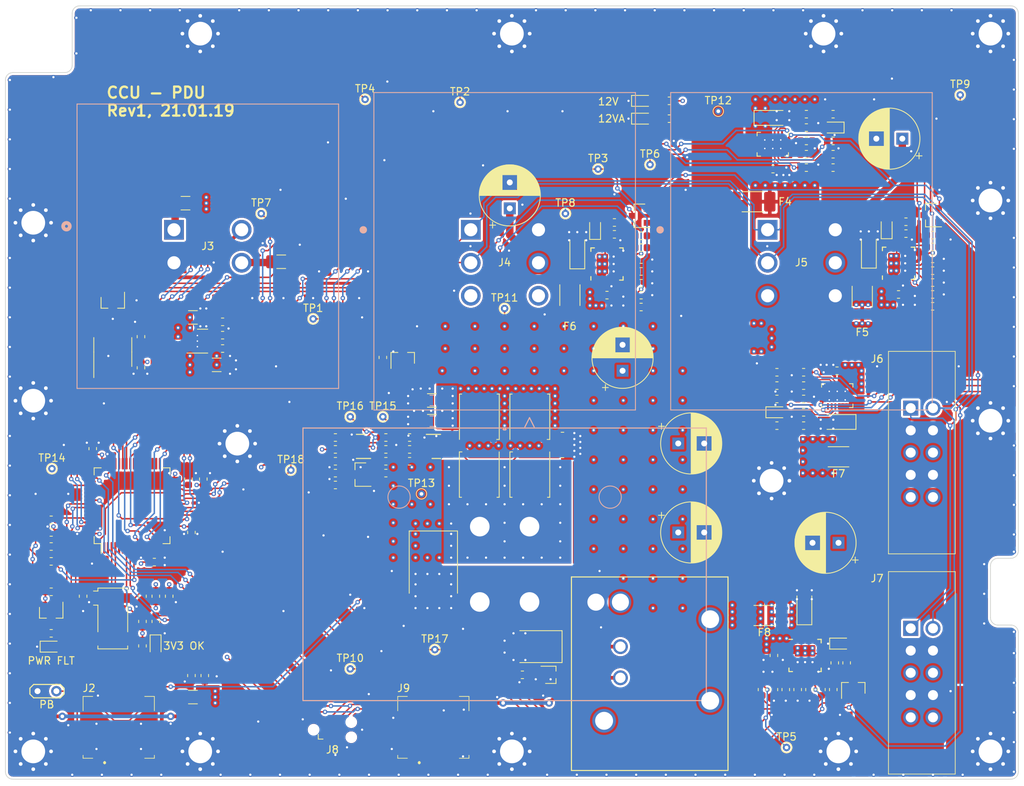
<source format=kicad_pcb>
(kicad_pcb (version 20171130) (host pcbnew "(5.1.5)-3")
  (title_block (rev 1))
  (layers (0 F.Cu signal) (1 In1.Cu power hide) (2 In2.Cu power hide) (31 B.Cu signal hide) (34 B.Paste user) (35 F.Paste user) (36 B.SilkS user) (37 F.SilkS user) (38 B.Mask user) (39 F.Mask user) (44 Edge.Cuts user))
  (net 0 "")
  (net 1 /STM32F446RE/AVDD)
  (net 2 /STM32F446RE/SWDIO)
  (net 3 /STM32F446RE/NRST)
  (net 4 /STM32F446RE/SWCLK)
  (net 5 /STM32F446RE/SWO)
  (net 6 /STM32F446RE/STLK_TX)
  (net 7 /STM32F446RE/STLK_RX)
  (net 8 GND)
  (net 9 /PBC_~PB)
  (net 10 +12VA)
  (net 11 /CTRL_12V)
  (net 12 /CTRL_AUTO_12V)
  (net 13 /CTRL_RLY)
  (net 14 "/CAN DB/Rs")
  (net 15 +3V3)
  (net 16 "Net-(C7-Pad1)")
  (net 17 +12V)
  (net 18 "Net-(C14-Pad1)")
  (net 19 "Net-(C20-Pad1)")
  (net 20 "Net-(C24-Pad1)")
  (net 21 /DB_INT_12V_AUTO)
  (net 22 "Net-(C28-Pad1)")
  (net 23 "Net-(C31-Pad1)")
  (net 24 /DB_CANH)
  (net 25 /DB_CANL)
  (net 26 "Net-(D3-Pad2)")
  (net 27 /DB_INT_12V)
  (net 28 +BATT)
  (net 29 "Net-(F1-Pad2)")
  (net 30 /PBC_~KILL)
  (net 31 /PBC_KILL)
  (net 32 "Net-(R30-Pad2)")
  (net 33 "Net-(R36-Pad2)")
  (net 34 /LTC4365/GATE)
  (net 35 /LTC4365/C_SOURCE)
  (net 36 "Net-(C5-Pad1)")
  (net 37 "Net-(C11-Pad1)")
  (net 38 "Net-(C12-Pad1)")
  (net 39 "Net-(C15-Pad1)")
  (net 40 "Net-(C16-Pad2)")
  (net 41 /DB_INT_AUTO_PG)
  (net 42 "Net-(C19-Pad1)")
  (net 43 "Net-(C21-Pad2)")
  (net 44 /ACU_PG)
  (net 45 /ACU_12V)
  (net 46 "Net-(C25-Pad1)")
  (net 47 "Net-(C26-Pad2)")
  (net 48 /DB_EXT_PG)
  (net 49 /DB_12V)
  (net 50 "Net-(C30-Pad1)")
  (net 51 "Net-(C36-Pad1)")
  (net 52 "Net-(D1-Pad2)")
  (net 53 "Net-(D2-Pad2)")
  (net 54 "Net-(D4-Pad1)")
  (net 55 "Net-(D7-Pad2)")
  (net 56 "Net-(D11-Pad2)")
  (net 57 "Net-(D13-Pad2)")
  (net 58 "Net-(D15-Pad2)")
  (net 59 /DB_12V_AUTO)
  (net 60 "Net-(D17-Pad2)")
  (net 61 "Net-(D18-Pad2)")
  (net 62 /S_LED_R_A)
  (net 63 /S_LED_G_A)
  (net 64 /S_LED_B_A)
  (net 65 /PWR_EN)
  (net 66 /LTC4365_~SHDN)
  (net 67 "Net-(Q1-Pad3)")
  (net 68 /eFuse_~FLT)
  (net 69 /12V_AUTO_EN)
  (net 70 /12V_MEASURE)
  (net 71 /12V_AUTO_MEASURE)
  (net 72 "Net-(R14-Pad1)")
  (net 73 /DB_INT_EN)
  (net 74 "Net-(R17-Pad2)")
  (net 75 "Net-(R19-Pad1)")
  (net 76 /DB_INT_IMON)
  (net 77 "Net-(R21-Pad2)")
  (net 78 "Net-(R24-Pad1)")
  (net 79 "Net-(R25-Pad1)")
  (net 80 /DB_INT_AUTO_EN)
  (net 81 /DB_INT_AUTO_IMON)
  (net 82 /ACU_EN)
  (net 83 /ACU_IMON)
  (net 84 /DB_EXT_EN)
  (net 85 "Net-(R42-Pad2)")
  (net 86 /DB_EXT_IMON)
  (net 87 /DB_AUTO_EN)
  (net 88 "Net-(R48-Pad2)")
  (net 89 "Net-(R50-Pad1)")
  (net 90 /DB_AUTO_IMON)
  (net 91 "Net-(R52-Pad2)")
  (net 92 "Net-(R57-Pad1)")
  (net 93 /TEMP_MON)
  (net 94 /STM32F446RE/CAN_RXD)
  (net 95 /STM32F446RE/CAN_TXD)
  (net 96 /DB_INT_PG)
  (net 97 /DB_AUTO_PG)
  (net 98 "Net-(J2-Pad1)")
  (net 99 "Net-(J4-Pad4)")
  (net 100 "Net-(J4-Pad3)")
  (net 101 "Net-(J9-Pad1)")
  (net 102 "/CAN DB/Vref")
  (net 103 "Net-(U3-Pad7)")
  (net 104 "Net-(U4-Pad1)")
  (net 105 /LTC4365/~FAULT)
  (net 106 "Net-(U6-Pad2)")
  (net 107 /PBC_~INT)
  (net 108 "Net-(U7-Pad11)")
  (net 109 "Net-(U8-Pad11)")
  (net 110 "Net-(U9-Pad11)")
  (net 111 "Net-(U10-Pad1)")
  (net 112 "Net-(U11-Pad59)")
  (net 113 "Net-(U11-Pad58)")
  (net 114 "Net-(U11-Pad54)")
  (net 115 "Net-(U11-Pad53)")
  (net 116 "Net-(U11-Pad52)")
  (net 117 "Net-(U11-Pad50)")
  (net 118 "Net-(U11-Pad45)")
  (net 119 "Net-(U11-Pad40)")
  (net 120 "Net-(U11-Pad39)")
  (net 121 "Net-(U11-Pad38)")
  (net 122 "Net-(U11-Pad36)")
  (net 123 "Net-(U11-Pad35)")
  (net 124 "Net-(U11-Pad34)")
  (net 125 "Net-(U11-Pad33)")
  (net 126 "Net-(U11-Pad6)")
  (net 127 "Net-(U11-Pad5)")
  (net 128 "Net-(U11-Pad2)")
  (net 129 "Net-(U11-Pad1)")
  (net 130 "Net-(Y1-Pad3)")
  (net 131 "Net-(Y1-Pad2)")
  (module TestPoint:TestPoint_THTPad_D1.0mm_Drill0.5mm (layer F.Cu) (at 86.2 105.4)
    (fp_text reference TP18 (at 0 -1.448) (layer F.SilkS))
    (fp_text value TestPoint)
    (pad 1 thru_hole circle (at 0 0) (size 1 1) (drill 0.5) (layers *.Cu *.Mask) (net 93 /TEMP_MON))
  )
  (module TestPoint:TestPoint_THTPad_D1.0mm_Drill0.5mm (layer F.Cu) (at 105.6 129.6)
    (fp_text reference TP17 (at 0 -1.448) (layer F.SilkS))
    (fp_text value 12V_AUTO_EN)
    (pad 1 thru_hole circle (at 0 0) (size 1 1) (drill 0.5) (layers *.Cu *.Mask) (net 69 /12V_AUTO_EN))
  )
  (module TestPoint:TestPoint_THTPad_D1.0mm_Drill0.5mm (layer F.Cu) (at 94.2 98.2)
    (fp_text reference TP16 (at 0 -1.448) (layer F.SilkS))
    (fp_text value PWR_EN)
    (pad 1 thru_hole circle (at 0 0) (size 1 1) (drill 0.5) (layers *.Cu *.Mask) (net 65 /PWR_EN))
  )
  (module TestPoint:TestPoint_THTPad_D1.0mm_Drill0.5mm (layer F.Cu) (at 98.6 98.2)
    (fp_text reference TP15 (at 0 -1.448) (layer F.SilkS))
    (fp_text value LTC4365_~SHDN)
    (pad 1 thru_hole circle (at 0 0) (size 1 1) (drill 0.5) (layers *.Cu *.Mask) (net 66 /LTC4365_~SHDN))
  )
  (module TestPoint:TestPoint_THTPad_D1.0mm_Drill0.5mm (layer F.Cu) (at 54 105.2)
    (fp_text reference TP14 (at 0 -1.448) (layer F.SilkS))
    (fp_text value 3.3V)
    (pad 1 thru_hole circle (at 0 0) (size 1 1) (drill 0.5) (layers *.Cu *.Mask) (net 15 +3V3))
  )
  (module TestPoint:TestPoint_THTPad_D1.0mm_Drill0.5mm (layer F.Cu) (at 103.8 108.6)
    (fp_text reference TP13 (at 0 -1.448) (layer F.SilkS))
    (fp_text value BATT+)
    (pad 1 thru_hole circle (at 0 0) (size 1 1) (drill 0.5) (layers *.Cu *.Mask) (net 28 +BATT))
  )
  (module TestPoint:TestPoint_THTPad_D1.0mm_Drill0.5mm (layer F.Cu) (at 143.8 57)
    (fp_text reference TP12 (at 0 -1.448) (layer F.SilkS))
    (fp_text value 12V_AUTO)
    (pad 1 thru_hole circle (at 0 0) (size 1 1) (drill 0.5) (layers *.Cu *.Mask) (net 10 +12VA))
  )
  (module TestPoint:TestPoint_THTPad_D1.0mm_Drill0.5mm (layer F.Cu) (at 115 83.6)
    (fp_text reference TP11 (at 0 -1.448) (layer F.SilkS))
    (fp_text value 12V)
    (pad 1 thru_hole circle (at 0 0) (size 1 1) (drill 0.5) (layers *.Cu *.Mask) (net 17 +12V))
  )
  (module TestPoint:TestPoint_THTPad_D1.0mm_Drill0.5mm (layer F.Cu) (at 94.2 132.2)
    (fp_text reference TP10 (at 0 -1.448) (layer F.SilkS))
    (fp_text value DB_INT_AUTO_IMON)
    (pad 1 thru_hole circle (at 0 0) (size 1 1) (drill 0.5) (layers *.Cu *.Mask) (net 81 /DB_INT_AUTO_IMON))
  )
  (module TestPoint:TestPoint_THTPad_D1.0mm_Drill0.5mm (layer F.Cu) (at 176.4 54.8)
    (fp_text reference TP9 (at 0 -1.448) (layer F.SilkS))
    (fp_text value DB_INT_IMON)
    (pad 1 thru_hole circle (at 0 0) (size 1 1) (drill 0.5) (layers *.Cu *.Mask) (net 76 /DB_INT_IMON))
  )
  (module TestPoint:TestPoint_THTPad_D1.0mm_Drill0.5mm (layer F.Cu) (at 123.2 70.8)
    (fp_text reference TP8 (at 0 -1.448) (layer F.SilkS))
    (fp_text value ACU_IMON)
    (pad 1 thru_hole circle (at 0 0) (size 1 1) (drill 0.5) (layers *.Cu *.Mask) (net 83 /ACU_IMON))
  )
  (module TestPoint:TestPoint_THTPad_D1.0mm_Drill0.5mm (layer F.Cu) (at 82.2 70.8)
    (fp_text reference TP7 (at 0 -1.448) (layer F.SilkS))
    (fp_text value DB_EXT_IMON)
    (pad 1 thru_hole circle (at 0 0) (size 1 1) (drill 0.5) (layers *.Cu *.Mask) (net 86 /DB_EXT_IMON))
  )
  (module TestPoint:TestPoint_THTPad_D1.0mm_Drill0.5mm (layer F.Cu) (at 134.6 64.2)
    (fp_text reference TP6 (at 0 -1.448) (layer F.SilkS))
    (fp_text value DB_AUTO_IMON)
    (pad 1 thru_hole circle (at 0 0) (size 1 1) (drill 0.5) (layers *.Cu *.Mask) (net 90 /DB_AUTO_IMON))
  )
  (module TestPoint:TestPoint_THTPad_D1.0mm_Drill0.5mm (layer F.Cu) (at 153 142.8)
    (fp_text reference TP5 (at 0 -1.448) (layer F.SilkS))
    (fp_text value DB_INT_AUTO_EN)
    (pad 1 thru_hole circle (at 0 0) (size 1 1) (drill 0.5) (layers *.Cu *.Mask) (net 80 /DB_INT_AUTO_EN))
  )
  (module TestPoint:TestPoint_THTPad_D1.0mm_Drill0.5mm (layer F.Cu) (at 96.2 55.4)
    (fp_text reference TP4 (at 0 -1.448) (layer F.SilkS))
    (fp_text value DB_INT_EB)
    (pad 1 thru_hole circle (at 0 0) (size 1 1) (drill 0.5) (layers *.Cu *.Mask) (net 73 /DB_INT_EN))
  )
  (module TestPoint:TestPoint_THTPad_D1.0mm_Drill0.5mm (layer F.Cu) (at 127.6 64.8)
    (fp_text reference TP3 (at 0 -1.448) (layer F.SilkS))
    (fp_text value ACU_EN)
    (pad 1 thru_hole circle (at 0 0) (size 1 1) (drill 0.5) (layers *.Cu *.Mask) (net 82 /ACU_EN))
  )
  (module TestPoint:TestPoint_THTPad_D1.0mm_Drill0.5mm (layer F.Cu) (at 109 55.8)
    (fp_text reference TP2 (at 0 -1.448) (layer F.SilkS))
    (fp_text value DB_EXT_EN)
    (pad 1 thru_hole circle (at 0 0) (size 1 1) (drill 0.5) (layers *.Cu *.Mask) (net 84 /DB_EXT_EN))
  )
  (module TestPoint:TestPoint_THTPad_D1.0mm_Drill0.5mm (layer F.Cu) (at 89.2 85)
    (fp_text reference TP1 (at 0 -1.448) (layer F.SilkS))
    (fp_text value DB_AUTO_EN)
    (pad 1 thru_hole circle (at 0 0) (size 1 1) (drill 0.5) (layers *.Cu *.Mask) (net 87 /DB_AUTO_EN))
  )
  (module Connector_CCU:Deutsch_DT15-4P_2x2 (layer B.Cu) (at 75.0083 75.2082)
    (fp_text reference J3 (at -0.0083 -0.0082) (layer F.SilkS))
    (fp_text value "Deutsch DT15-4P" hide)
    (pad 4 thru_hole circle (at 4.56 -2.225) (size 2.655 2.655) (drill 1.77) (layers *.Cu *.Mask) (net 13 /CTRL_RLY))
    (pad 3 thru_hole circle (at 4.56 2.225) (size 2.655 2.655) (drill 1.77) (layers *.Cu *.Mask) (net 12 /CTRL_AUTO_12V))
    (pad 1 thru_hole rect (at -4.56 -2.225) (size 2.655 2.655) (drill 1.77) (layers *.Cu *.Mask) (net 11 /CTRL_12V))
    (pad 2 thru_hole circle (at -4.56 2.225) (size 2.655 2.655) (drill 1.77) (layers *.Cu *.Mask) (net 8 GND))
  )
  (module Connector_CCU:Keystone_5104 (layer F.Cu) (at 143.7 87.5)
    (fp_text reference JP3 hide)
    (fp_text value Jumper)
    (pad 2 smd roundrect (at 5.25 0) (size 2.8 2.8) (layers F.Cu F.Paste F.Mask) (roundrect_rratio 0.1) (net 17 +12V))
    (pad 1 smd roundrect (at -5.25 0) (size 2.8 2.8) (layers F.Cu F.Paste F.Mask) (roundrect_rratio 0.1) (net 17 +12V))
  )
  (module Connector_CCU:TE_Relay_V23076A1001C133 (layer F.Cu) (at 134.6 132.2)
    (fp_text reference K1 hide)
    (fp_text value V23076A1001C133 hide)
    (pad 12 thru_hole circle (at -7.29 -9) (size 2.9 2.9) (drill 2.3) (layers *.Cu *.Mask) (net 8 GND))
    (pad A1 thru_hole circle (at -3.99 -3) (size 2 2) (drill 1.4) (layers *.Cu *.Mask) (net 54 "Net-(D4-Pad1)"))
    (pad A2 thru_hole circle (at -3.99 1.2) (size 2 2) (drill 1.4) (layers *.Cu *.Mask) (net 13 /CTRL_RLY))
    (pad 11 thru_hole circle (at -6.19 7) (size 3.2 3.2) (drill 2.413) (layers *.Cu *.Mask) (net 10 +12VA))
    (pad 11 thru_hole circle (at 8.11 4.3) (size 3.2 3.2) (drill 2.4) (layers *.Cu *.Mask) (net 10 +12VA))
    (pad 11 thru_hole circle (at 8.11 -6.7) (size 3.2 3.2) (drill 2.4) (layers *.Cu *.Mask) (net 10 +12VA))
    (pad 14 thru_hole circle (at -3.99 -9) (size 2.9 2.9) (drill 2.3) (layers *.Cu *.Mask) (net 17 +12V))
  )
  (module Connector_CCU:Detusch_DT15-6P_2x3 (layer B.Cu) (at 115.0083 77.4332)
    (fp_text reference J4 (at -0.0083 -0.0332) (layer F.SilkS))
    (fp_text value "Detusch DT15-6P" hide)
    (pad 4 thru_hole circle (at 4.56 4.45) (size 2.655 2.655) (drill 1.77) (layers *.Cu *.Mask) (net 99 "Net-(J4-Pad4)"))
    (pad 3 thru_hole circle (at -4.56 4.45) (size 2.655 2.655) (drill 1.77) (layers *.Cu *.Mask) (net 100 "Net-(J4-Pad3)"))
    (pad 6 thru_hole circle (at 4.56 -4.45) (size 2.655 2.655) (drill 1.77) (layers *.Cu *.Mask) (net 8 GND))
    (pad 5 thru_hole circle (at 4.56 0) (size 2.655 2.655) (drill 1.77) (layers *.Cu *.Mask) (net 45 /ACU_12V))
    (pad 1 thru_hole rect (at -4.56 -4.45) (size 2.655 2.655) (drill 1.77) (layers *.Cu *.Mask) (net 24 /DB_CANH))
    (pad 2 thru_hole circle (at -4.56 0) (size 2.655 2.655) (drill 1.77) (layers *.Cu *.Mask) (net 25 /DB_CANL))
  )
  (module Connector_CCU:Deutsch_DTP15-4P_2x2 (layer B.Cu) (at 115.0074 118.096 180)
    (fp_text reference J1 hide)
    (fp_text value "Deutsch DTP15-4P" hide)
    (pad 1 thru_hole rect (at -3.3528 5.08 180) (size 4 4) (drill 2.6416) (layers *.Cu *.Mask) (net 28 +BATT))
    (pad 2 thru_hole circle (at 3.3528 5.08 180) (size 4 4) (drill 2.6416) (layers *.Cu *.Mask) (net 28 +BATT))
    (pad 4 thru_hole circle (at -3.3528 -5.08 180) (size 4 4) (drill 2.6416) (layers *.Cu *.Mask) (net 8 GND))
    (pad 3 thru_hole circle (at 3.3528 -5.08 180) (size 4 4) (drill 2.6416) (layers *.Cu *.Mask) (net 8 GND))
  )
  (module Capacitor_THT:CP_Radial_D8.0mm_P3.50mm (layer F.Cu) (at 130.9 92 90)
    (fp_text reference C42 hide)
    (fp_text value "220 uF 25V")
    (pad 2 thru_hole circle (at 3.5 0 90) (size 1.6 1.6) (drill 0.8) (layers *.Cu *.Mask) (net 8 GND))
    (pad 1 thru_hole rect (at 0 0 90) (size 1.6 1.6) (drill 0.8) (layers *.Cu *.Mask) (net 17 +12V))
  )
  (module Resistor_SMD:R_0612_1632Metric (layer F.Cu) (at 122.8 102 180)
    (fp_text reference TH1 hide)
    (fp_text value "Thermal Jumper")
    (pad 2 smd roundrect (at 0.75 0 180) (size 1 3.4) (layers F.Cu F.Paste F.Mask) (net 35 /LTC4365/C_SOURCE))
    (pad 1 smd roundrect (at -0.75 0 180) (size 1 3.4) (layers F.Cu F.Paste F.Mask) (net 8 GND))
  )
  (module Capacitor_SMD:C_0805_2012Metric (layer B.Cu) (at 105.2 96 180)
    (fp_text reference C44 hide)
    (fp_text value "0.33 uF")
    (pad 2 smd roundrect (at 0.9375 0 180) (size 0.975 1.4) (layers B.Cu B.Paste B.Mask) (net 8 GND))
    (pad 1 smd roundrect (at -0.9375 0 180) (size 0.975 1.4) (layers B.Cu B.Paste B.Mask) (net 17 +12V))
  )
  (module Capacitor_SMD:C_0805_2012Metric (layer B.Cu) (at 105.2 98.8 180)
    (fp_text reference C10 hide)
    (fp_text value "0.33 uF" hide)
    (pad 2 smd roundrect (at 0.9375 0 180) (size 0.975 1.4) (layers B.Cu B.Paste B.Mask) (net 8 GND))
    (pad 1 smd roundrect (at -0.9375 0 180) (size 0.975 1.4) (layers B.Cu B.Paste B.Mask) (net 17 +12V))
  )
  (module Capacitor_SMD:C_1206_3216Metric (layer F.Cu) (at 105.2 96 180)
    (fp_text reference C43 hide)
    (fp_text value "4.7 uF")
    (pad 2 smd roundrect (at 1.4 0 180) (size 1.25 1.75) (layers F.Cu F.Paste F.Mask) (roundrect_rratio 0.2) (net 8 GND))
    (pad 1 smd roundrect (at -1.4 0 180) (size 1.25 1.75) (layers F.Cu F.Paste F.Mask) (roundrect_rratio 0.2) (net 17 +12V))
  )
  (module Crystal:Crystal_SMD_Abracon_ABS25-4Pin_8.0x3.8mm (layer F.Cu) (at 62.2 125.4)
    (fp_text reference Y1 hide)
    (fp_text value Crystal_GND23 hide)
    (pad 4 smd rect (at 1.6 -2.75 270) (size 1.3 1.9) (layers F.Cu F.Paste F.Mask) (net 23 "Net-(C31-Pad1)"))
    (pad 3 smd rect (at 1.6 2.75 270) (size 1.3 1.9) (layers F.Cu F.Paste F.Mask) (net 130 "Net-(Y1-Pad3)"))
    (pad 2 smd rect (at -1.6 2.75 270) (size 1.3 1.9) (layers F.Cu F.Paste F.Mask) (net 131 "Net-(Y1-Pad2)"))
    (pad 1 smd rect (at -1.6 -2.75 270) (size 1.3 1.9) (layers F.Cu F.Paste F.Mask) (net 50 "Net-(C30-Pad1)"))
  )
  (module Package_QFP:LQFP-64_10x10mm_P0.5mm (layer F.Cu) (at 64.8 110.2 90)
    (fp_text reference U11 hide)
    (fp_text value STM32F446RETx hide)
    (pad 64 smd roundrect (at -3.75 -5.675 90) (size 0.3 1.55) (layers F.Cu F.Paste F.Mask) (net 15 +3V3))
    (pad 63 smd roundrect (at -3.25 -5.675 90) (size 0.3 1.55) (layers F.Cu F.Paste F.Mask) (net 8 GND))
    (pad 62 smd roundrect (at -2.75 -5.675 90) (size 0.3 1.55) (layers F.Cu F.Paste F.Mask) (net 95 /STM32F446RE/CAN_TXD))
    (pad 61 smd roundrect (at -2.25 -5.675 90) (size 0.3 1.55) (layers F.Cu F.Paste F.Mask) (net 94 /STM32F446RE/CAN_RXD))
    (pad 60 smd roundrect (at -1.75 -5.675 90) (size 0.3 1.55) (layers F.Cu F.Paste F.Mask) (net 92 "Net-(R57-Pad1)"))
    (pad 59 smd roundrect (at -1.25 -5.675 90) (size 0.3 1.55) (layers F.Cu F.Paste F.Mask) (net 112 "Net-(U11-Pad59)"))
    (pad 58 smd roundrect (at -0.75 -5.675 90) (size 0.3 1.55) (layers F.Cu F.Paste F.Mask) (net 113 "Net-(U11-Pad58)"))
    (pad 57 smd roundrect (at -0.25 -5.675 90) (size 0.3 1.55) (layers F.Cu F.Paste F.Mask) (net 63 /S_LED_G_A))
    (pad 56 smd roundrect (at 0.25 -5.675 90) (size 0.3 1.55) (layers F.Cu F.Paste F.Mask) (net 62 /S_LED_R_A))
    (pad 55 smd roundrect (at 0.75 -5.675 90) (size 0.3 1.55) (layers F.Cu F.Paste F.Mask) (net 5 /STM32F446RE/SWO))
    (pad 54 smd roundrect (at 1.25 -5.675 90) (size 0.3 1.55) (layers F.Cu F.Paste F.Mask) (net 114 "Net-(U11-Pad54)"))
    (pad 53 smd roundrect (at 1.75 -5.675 90) (size 0.3 1.55) (layers F.Cu F.Paste F.Mask) (net 115 "Net-(U11-Pad53)"))
    (pad 52 smd roundrect (at 2.25 -5.675 90) (size 0.3 1.55) (layers F.Cu F.Paste F.Mask) (net 116 "Net-(U11-Pad52)"))
    (pad 51 smd roundrect (at 2.75 -5.675 90) (size 0.3 1.55) (layers F.Cu F.Paste F.Mask) (net 68 /eFuse_~FLT))
    (pad 50 smd roundrect (at 3.25 -5.675 90) (size 0.3 1.55) (layers F.Cu F.Paste F.Mask) (net 117 "Net-(U11-Pad50)"))
    (pad 49 smd roundrect (at 3.75 -5.675 90) (size 0.3 1.55) (layers F.Cu F.Paste F.Mask) (net 4 /STM32F446RE/SWCLK))
    (pad 48 smd roundrect (at 5.675 -3.75 90) (size 1.55 0.3) (layers F.Cu F.Paste F.Mask) (net 15 +3V3))
    (pad 47 smd roundrect (at 5.675 -3.25 90) (size 1.55 0.3) (layers F.Cu F.Paste F.Mask) (net 8 GND))
    (pad 46 smd roundrect (at 5.675 -2.75 90) (size 1.55 0.3) (layers F.Cu F.Paste F.Mask) (net 2 /STM32F446RE/SWDIO))
    (pad 45 smd roundrect (at 5.675 -2.25 90) (size 1.55 0.3) (layers F.Cu F.Paste F.Mask) (net 118 "Net-(U11-Pad45)"))
    (pad 44 smd roundrect (at 5.675 -1.75 90) (size 1.55 0.3) (layers F.Cu F.Paste F.Mask) (net 96 /DB_INT_PG))
    (pad 43 smd roundrect (at 5.675 -1.25 90) (size 1.55 0.3) (layers F.Cu F.Paste F.Mask) (net 73 /DB_INT_EN))
    (pad 42 smd roundrect (at 5.675 -0.75 90) (size 1.55 0.3) (layers F.Cu F.Paste F.Mask) (net 84 /DB_EXT_EN))
    (pad 41 smd roundrect (at 5.675 -0.25 90) (size 1.55 0.3) (layers F.Cu F.Paste F.Mask) (net 82 /ACU_EN))
    (pad 40 smd roundrect (at 5.675 0.25 90) (size 1.55 0.3) (layers F.Cu F.Paste F.Mask) (net 119 "Net-(U11-Pad40)"))
    (pad 39 smd roundrect (at 5.675 0.75 90) (size 1.55 0.3) (layers F.Cu F.Paste F.Mask) (net 120 "Net-(U11-Pad39)"))
    (pad 38 smd roundrect (at 5.675 1.25 90) (size 1.55 0.3) (layers F.Cu F.Paste F.Mask) (net 121 "Net-(U11-Pad38)"))
    (pad 37 smd roundrect (at 5.675 1.75 90) (size 1.55 0.3) (layers F.Cu F.Paste F.Mask) (net 87 /DB_AUTO_EN))
    (pad 36 smd roundrect (at 5.675 2.25 90) (size 1.55 0.3) (layers F.Cu F.Paste F.Mask) (net 122 "Net-(U11-Pad36)"))
    (pad 35 smd roundrect (at 5.675 2.75 90) (size 1.55 0.3) (layers F.Cu F.Paste F.Mask) (net 123 "Net-(U11-Pad35)"))
    (pad 34 smd roundrect (at 5.675 3.25 90) (size 1.55 0.3) (layers F.Cu F.Paste F.Mask) (net 124 "Net-(U11-Pad34)"))
    (pad 33 smd roundrect (at 5.675 3.75 90) (size 1.55 0.3) (layers F.Cu F.Paste F.Mask) (net 125 "Net-(U11-Pad33)"))
    (pad 32 smd roundrect (at 3.75 5.675 90) (size 0.3 1.55) (layers F.Cu F.Paste F.Mask) (net 15 +3V3))
    (pad 31 smd roundrect (at 3.25 5.675 90) (size 0.3 1.55) (layers F.Cu F.Paste F.Mask) (net 8 GND))
    (pad 30 smd roundrect (at 2.75 5.675 90) (size 0.3 1.55) (layers F.Cu F.Paste F.Mask) (net 51 "Net-(C36-Pad1)"))
    (pad 29 smd roundrect (at 2.25 5.675 90) (size 0.3 1.55) (layers F.Cu F.Paste F.Mask) (net 69 /12V_AUTO_EN))
    (pad 28 smd roundrect (at 1.75 5.675 90) (size 0.3 1.55) (layers F.Cu F.Paste F.Mask) (net 64 /S_LED_B_A))
    (pad 27 smd roundrect (at 1.25 5.675 90) (size 0.3 1.55) (layers F.Cu F.Paste F.Mask) (net 93 /TEMP_MON))
    (pad 26 smd roundrect (at 0.75 5.675 90) (size 0.3 1.55) (layers F.Cu F.Paste F.Mask) (net 31 /PBC_KILL))
    (pad 25 smd roundrect (at 0.25 5.675 90) (size 0.3 1.55) (layers F.Cu F.Paste F.Mask) (net 44 /ACU_PG))
    (pad 24 smd roundrect (at -0.25 5.675 90) (size 0.3 1.55) (layers F.Cu F.Paste F.Mask) (net 41 /DB_INT_AUTO_PG))
    (pad 23 smd roundrect (at -0.75 5.675 90) (size 0.3 1.55) (layers F.Cu F.Paste F.Mask) (net 80 /DB_INT_AUTO_EN))
    (pad 22 smd roundrect (at -1.25 5.675 90) (size 0.3 1.55) (layers F.Cu F.Paste F.Mask) (net 81 /DB_INT_AUTO_IMON))
    (pad 21 smd roundrect (at -1.75 5.675 90) (size 0.3 1.55) (layers F.Cu F.Paste F.Mask) (net 76 /DB_INT_IMON))
    (pad 20 smd roundrect (at -2.25 5.675 90) (size 0.3 1.55) (layers F.Cu F.Paste F.Mask) (net 83 /ACU_IMON))
    (pad 19 smd roundrect (at -2.75 5.675 90) (size 0.3 1.55) (layers F.Cu F.Paste F.Mask) (net 15 +3V3))
    (pad 18 smd roundrect (at -3.25 5.675 90) (size 0.3 1.55) (layers F.Cu F.Paste F.Mask) (net 8 GND))
    (pad 17 smd roundrect (at -3.75 5.675 90) (size 0.3 1.55) (layers F.Cu F.Paste F.Mask) (net 6 /STM32F446RE/STLK_TX))
    (pad 16 smd roundrect (at -5.675 3.75 90) (size 1.55 0.3) (layers F.Cu F.Paste F.Mask) (net 7 /STM32F446RE/STLK_RX))
    (pad 15 smd roundrect (at -5.675 3.25 90) (size 1.55 0.3) (layers F.Cu F.Paste F.Mask) (net 86 /DB_EXT_IMON))
    (pad 14 smd roundrect (at -5.675 2.75 90) (size 1.55 0.3) (layers F.Cu F.Paste F.Mask) (net 90 /DB_AUTO_IMON))
    (pad 13 smd roundrect (at -5.675 2.25 90) (size 1.55 0.3) (layers F.Cu F.Paste F.Mask) (net 1 /STM32F446RE/AVDD))
    (pad 12 smd roundrect (at -5.675 1.75 90) (size 1.55 0.3) (layers F.Cu F.Paste F.Mask) (net 8 GND))
    (pad 11 smd roundrect (at -5.675 1.25 90) (size 1.55 0.3) (layers F.Cu F.Paste F.Mask) (net 48 /DB_EXT_PG))
    (pad 10 smd roundrect (at -5.675 0.75 90) (size 1.55 0.3) (layers F.Cu F.Paste F.Mask) (net 97 /DB_AUTO_PG))
    (pad 9 smd roundrect (at -5.675 0.25 90) (size 1.55 0.3) (layers F.Cu F.Paste F.Mask) (net 71 /12V_AUTO_MEASURE))
    (pad 8 smd roundrect (at -5.675 -0.25 90) (size 1.55 0.3) (layers F.Cu F.Paste F.Mask) (net 70 /12V_MEASURE))
    (pad 7 smd roundrect (at -5.675 -0.75 90) (size 1.55 0.3) (layers F.Cu F.Paste F.Mask) (net 3 /STM32F446RE/NRST))
    (pad 6 smd roundrect (at -5.675 -1.25 90) (size 1.55 0.3) (layers F.Cu F.Paste F.Mask) (net 126 "Net-(U11-Pad6)"))
    (pad 5 smd roundrect (at -5.675 -1.75 90) (size 1.55 0.3) (layers F.Cu F.Paste F.Mask) (net 127 "Net-(U11-Pad5)"))
    (pad 4 smd roundrect (at -5.675 -2.25 90) (size 1.55 0.3) (layers F.Cu F.Paste F.Mask) (net 23 "Net-(C31-Pad1)"))
    (pad 3 smd roundrect (at -5.675 -2.75 90) (size 1.55 0.3) (layers F.Cu F.Paste F.Mask) (net 50 "Net-(C30-Pad1)"))
    (pad 2 smd roundrect (at -5.675 -3.25 90) (size 1.55 0.3) (layers F.Cu F.Paste F.Mask) (net 128 "Net-(U11-Pad2)"))
    (pad 1 smd roundrect (at -5.675 -3.75 90) (size 1.55 0.3) (layers F.Cu F.Paste F.Mask) (net 129 "Net-(U11-Pad1)"))
  )
  (module Package_DFN_QFN:QFN-20-1EP_3x4mm_P0.5mm_EP1.65x2.65mm_ThermalVias (layer F.Cu) (at 151.14 61.45 270)
    (fp_text reference U10 hide)
    (fp_text value TPS25940x-Q1 hide)
    (pad 21 smd roundrect (at 0 0 270) (size 1.65 2.65) (layers F.Cu F.Mask) (roundrect_rratio 0.151515) (net 8 GND))
    (pad 21 thru_hole circle (at -0.575 -1.075 270) (size 0.5 0.5) (drill 0.2) (layers *.Cu) (net 8 GND))
    (pad 21 thru_hole circle (at 0.575 -1.075 270) (size 0.5 0.5) (drill 0.2) (layers *.Cu) (net 8 GND))
    (pad 21 thru_hole circle (at -0.575 0 270) (size 0.5 0.5) (drill 0.2) (layers *.Cu) (net 8 GND))
    (pad 21 thru_hole circle (at 0.575 0 270) (size 0.5 0.5) (drill 0.2) (layers *.Cu) (net 8 GND))
    (pad 21 thru_hole circle (at -0.575 1.075 270) (size 0.5 0.5) (drill 0.2) (layers *.Cu) (net 8 GND))
    (pad 21 thru_hole circle (at 0.575 1.075 270) (size 0.5 0.5) (drill 0.2) (layers *.Cu) (net 8 GND))
    (pad 21 smd roundrect (at 0 0 270) (size 1.65 2.65) (layers B.Cu) (roundrect_rratio 0.151515) (net 8 GND))
    (pad 1 smd roundrect (at -1.45 -1.25 270) (size 0.85 0.25) (layers F.Cu F.Paste F.Mask) (net 111 "Net-(U10-Pad1)"))
    (pad 2 smd roundrect (at -1.45 -0.75 270) (size 0.85 0.25) (layers F.Cu F.Paste F.Mask) (net 97 /DB_AUTO_PG))
    (pad 3 smd roundrect (at -1.45 -0.25 270) (size 0.85 0.25) (layers F.Cu F.Paste F.Mask) (net 91 "Net-(R52-Pad2)"))
    (pad 4 smd roundrect (at -1.45 0.25 270) (size 0.85 0.25) (layers F.Cu F.Paste F.Mask) (net 59 /DB_12V_AUTO))
    (pad 5 smd roundrect (at -1.45 0.75 270) (size 0.85 0.25) (layers F.Cu F.Paste F.Mask) (net 59 /DB_12V_AUTO))
    (pad 6 smd roundrect (at -1.45 1.25 270) (size 0.85 0.25) (layers F.Cu F.Paste F.Mask) (net 59 /DB_12V_AUTO))
    (pad 7 smd roundrect (at -0.75 1.95 270) (size 0.25 0.85) (layers F.Cu F.Paste F.Mask) (net 59 /DB_12V_AUTO))
    (pad 8 smd roundrect (at -0.25 1.95 270) (size 0.25 0.85) (layers F.Cu F.Paste F.Mask) (net 59 /DB_12V_AUTO))
    (pad 9 smd roundrect (at 0.25 1.95 270) (size 0.25 0.85) (layers F.Cu F.Paste F.Mask) (net 10 +12VA))
    (pad 10 smd roundrect (at 0.75 1.95 270) (size 0.25 0.85) (layers F.Cu F.Paste F.Mask) (net 10 +12VA))
    (pad 11 smd roundrect (at 1.45 1.25 270) (size 0.85 0.25) (layers F.Cu F.Paste F.Mask) (net 10 +12VA))
    (pad 12 smd roundrect (at 1.45 0.75 270) (size 0.85 0.25) (layers F.Cu F.Paste F.Mask) (net 10 +12VA))
    (pad 13 smd roundrect (at 1.45 0.25 270) (size 0.85 0.25) (layers F.Cu F.Paste F.Mask) (net 10 +12VA))
    (pad 14 smd roundrect (at 1.45 -0.25 270) (size 0.85 0.25) (layers F.Cu F.Paste F.Mask) (net 87 /DB_AUTO_EN))
    (pad 15 smd roundrect (at 1.45 -0.75 270) (size 0.85 0.25) (layers F.Cu F.Paste F.Mask) (net 88 "Net-(R48-Pad2)"))
    (pad 16 smd roundrect (at 1.45 -1.25 270) (size 0.85 0.25) (layers F.Cu F.Paste F.Mask) (net 8 GND))
    (pad 17 smd roundrect (at 0.75 -1.95 270) (size 0.25 0.85) (layers F.Cu F.Paste F.Mask) (net 89 "Net-(R50-Pad1)"))
    (pad 18 smd roundrect (at 0.25 -1.95 270) (size 0.25 0.85) (layers F.Cu F.Paste F.Mask) (net 22 "Net-(C28-Pad1)"))
    (pad 19 smd roundrect (at -0.25 -1.95 270) (size 0.25 0.85) (layers F.Cu F.Paste F.Mask) (net 90 /DB_AUTO_IMON))
    (pad 20 smd roundrect (at -0.75 -1.95 270) (size 0.25 0.85) (layers F.Cu F.Paste F.Mask) (net 68 /eFuse_~FLT))
  )
  (module Connector_CCU:TPS259824ONRGET (layer F.Cu) (at 168.09 77.504698 90)
    (fp_text reference U9 hide)
    (fp_text value TPS25982 hide)
    (pad 26 thru_hole circle (at 0 0.9 90) (size 0.6 0.6) (drill 0.3) (layers *.Cu *.Mask) (net 8 GND))
    (pad 26 thru_hole circle (at 1 0.9 90) (size 0.6 0.6) (drill 0.3) (layers *.Cu *.Mask) (net 8 GND))
    (pad 26 thru_hole circle (at -1 0.9 90) (size 0.6 0.6) (drill 0.3) (layers *.Cu *.Mask) (net 8 GND))
    (pad 25 thru_hole circle (at -1 -0.3 90) (size 0.6 0.6) (drill 0.3) (layers *.Cu *.Mask) (net 17 +12V))
    (pad 25 thru_hole circle (at -1 -1 90) (size 0.6 0.6) (drill 0.3) (layers *.Cu *.Mask) (net 17 +12V))
    (pad 25 thru_hole circle (at 0 -1 90) (size 0.6 0.6) (drill 0.3) (layers *.Cu *.Mask) (net 17 +12V))
    (pad 25 thru_hole circle (at 1 -1 90) (size 0.6 0.6) (drill 0.3) (layers *.Cu *.Mask) (net 17 +12V))
    (pad 25 thru_hole circle (at 1 -0.3 90) (size 0.6 0.6) (drill 0.3) (layers *.Cu *.Mask) (net 17 +12V))
    (pad 25 thru_hole circle (at 0 -0.3 90) (size 0.6 0.6) (drill 0.3) (layers *.Cu *.Mask) (net 17 +12V))
    (pad 26 smd roundrect (at 0 0.925 90) (size 2.794 0.9398) (layers F.Cu F.Mask) (roundrect_rratio 0.16) (net 8 GND))
    (pad 25 smd roundrect (at 0 -0.625 90) (size 2.794 1.5494) (layers F.Cu F.Mask) (roundrect_rratio 0.09699999999999999) (net 17 +12V))
    (pad 24 smd roundrect (at -1.25 -1.9534 90) (size 0.2294 0.782599) (layers F.Cu F.Paste F.Mask) (net 49 /DB_12V))
    (pad 23 smd roundrect (at -0.750001 -1.9534 90) (size 0.2294 0.782599) (layers F.Cu F.Paste F.Mask) (net 49 /DB_12V))
    (pad 22 smd roundrect (at -0.25 -1.9534 90) (size 0.2294 0.782599) (layers F.Cu F.Paste F.Mask) (net 49 /DB_12V))
    (pad 21 smd roundrect (at 0.25 -1.9534 90) (size 0.2294 0.782599) (layers F.Cu F.Paste F.Mask) (net 49 /DB_12V))
    (pad 20 smd roundrect (at 0.750001 -1.9534 90) (size 0.2294 0.782599) (layers F.Cu F.Paste F.Mask) (net 49 /DB_12V))
    (pad 19 smd roundrect (at 1.25 -1.9534 90) (size 0.2294 0.782599) (layers F.Cu F.Paste F.Mask) (net 49 /DB_12V))
    (pad 18 smd roundrect (at 1.9534 -1.25 180) (size 0.2294 0.782599) (layers F.Cu F.Paste F.Mask) (net 49 /DB_12V))
    (pad 17 smd roundrect (at 1.9534 -0.750001 180) (size 0.2294 0.782599) (layers F.Cu F.Paste F.Mask) (net 49 /DB_12V))
    (pad 16 smd roundrect (at 1.9534 -0.25 180) (size 0.2294 0.782599) (layers F.Cu F.Paste F.Mask) (net 17 +12V))
    (pad 15 smd roundrect (at 1.9534 0.25 180) (size 0.2294 0.782599) (layers F.Cu F.Paste F.Mask) (net 46 "Net-(C25-Pad1)"))
    (pad 14 smd roundrect (at 1.9534 0.750001 180) (size 0.2294 0.782599) (layers F.Cu F.Paste F.Mask) (net 8 GND))
    (pad 13 smd roundrect (at 1.9534 1.25 180) (size 0.2294 0.782599) (layers F.Cu F.Paste F.Mask) (net 48 /DB_EXT_PG))
    (pad 12 smd roundrect (at 1.25 1.9534 90) (size 0.2294 0.782599) (layers F.Cu F.Paste F.Mask) (net 8 GND))
    (pad 11 smd roundrect (at 0.750001 1.9534 90) (size 0.2294 0.782599) (layers F.Cu F.Paste F.Mask) (net 110 "Net-(U9-Pad11)"))
    (pad 10 smd roundrect (at 0.25 1.9534 90) (size 0.2294 0.782599) (layers F.Cu F.Paste F.Mask) (net 8 GND))
    (pad 9 smd roundrect (at -0.25 1.9534 90) (size 0.2294 0.782599) (layers F.Cu F.Paste F.Mask) (net 86 /DB_EXT_IMON))
    (pad 8 smd roundrect (at -0.750001 1.9534 90) (size 0.2294 0.782599) (layers F.Cu F.Paste F.Mask) (net 85 "Net-(R42-Pad2)"))
    (pad 7 smd roundrect (at -1.25 1.9534 90) (size 0.2294 0.782599) (layers F.Cu F.Paste F.Mask) (net 20 "Net-(C24-Pad1)"))
    (pad 6 smd roundrect (at -1.9534 1.25 180) (size 0.2294 0.782599) (layers F.Cu F.Paste F.Mask) (net 84 /DB_EXT_EN))
    (pad 5 smd roundrect (at -1.9534 0.750001 180) (size 0.2294 0.782599) (layers F.Cu F.Paste F.Mask) (net 8 GND))
    (pad 4 smd roundrect (at -1.9534 0.25 180) (size 0.2294 0.782599) (layers F.Cu F.Paste F.Mask) (net 8 GND))
    (pad 3 smd roundrect (at -1.9534 -0.25 180) (size 0.2294 0.782599) (layers F.Cu F.Paste F.Mask) (net 17 +12V))
    (pad 2 smd roundrect (at -1.9534 -0.750001 180) (size 0.2294 0.782599) (layers F.Cu F.Paste F.Mask) (net 17 +12V))
    (pad 1 smd roundrect (at -1.9534 -1.25 180) (size 0.2294 0.782599) (layers F.Cu F.Paste F.Mask) (net 17 +12V))
  )
  (module Connector_CCU:TPS259824ONRGET (layer F.Cu) (at 128.8 77.6 90)
    (fp_text reference U8 hide)
    (fp_text value TPS25982 hide)
    (pad 26 thru_hole circle (at 0 0.9 90) (size 0.6 0.6) (drill 0.3) (layers *.Cu *.Mask) (net 8 GND))
    (pad 26 thru_hole circle (at 1 0.9 90) (size 0.6 0.6) (drill 0.3) (layers *.Cu *.Mask) (net 8 GND))
    (pad 26 thru_hole circle (at -1 0.9 90) (size 0.6 0.6) (drill 0.3) (layers *.Cu *.Mask) (net 8 GND))
    (pad 25 thru_hole circle (at -1 -0.3 90) (size 0.6 0.6) (drill 0.3) (layers *.Cu *.Mask) (net 17 +12V))
    (pad 25 thru_hole circle (at -1 -1 90) (size 0.6 0.6) (drill 0.3) (layers *.Cu *.Mask) (net 17 +12V))
    (pad 25 thru_hole circle (at 0 -1 90) (size 0.6 0.6) (drill 0.3) (layers *.Cu *.Mask) (net 17 +12V))
    (pad 25 thru_hole circle (at 1 -1 90) (size 0.6 0.6) (drill 0.3) (layers *.Cu *.Mask) (net 17 +12V))
    (pad 25 thru_hole circle (at 1 -0.3 90) (size 0.6 0.6) (drill 0.3) (layers *.Cu *.Mask) (net 17 +12V))
    (pad 25 thru_hole circle (at 0 -0.3 90) (size 0.6 0.6) (drill 0.3) (layers *.Cu *.Mask) (net 17 +12V))
    (pad 26 smd roundrect (at 0 0.925 90) (size 2.794 0.9398) (layers F.Cu F.Mask) (roundrect_rratio 0.16) (net 8 GND))
    (pad 25 smd roundrect (at 0 -0.625 90) (size 2.794 1.5494) (layers F.Cu F.Mask) (roundrect_rratio 0.09699999999999999) (net 17 +12V))
    (pad 24 smd roundrect (at -1.25 -1.9534 90) (size 0.2294 0.782599) (layers F.Cu F.Paste F.Mask) (net 45 /ACU_12V))
    (pad 23 smd roundrect (at -0.750001 -1.9534 90) (size 0.2294 0.782599) (layers F.Cu F.Paste F.Mask) (net 45 /ACU_12V))
    (pad 22 smd roundrect (at -0.25 -1.9534 90) (size 0.2294 0.782599) (layers F.Cu F.Paste F.Mask) (net 45 /ACU_12V))
    (pad 21 smd roundrect (at 0.25 -1.9534 90) (size 0.2294 0.782599) (layers F.Cu F.Paste F.Mask) (net 45 /ACU_12V))
    (pad 20 smd roundrect (at 0.750001 -1.9534 90) (size 0.2294 0.782599) (layers F.Cu F.Paste F.Mask) (net 45 /ACU_12V))
    (pad 19 smd roundrect (at 1.25 -1.9534 90) (size 0.2294 0.782599) (layers F.Cu F.Paste F.Mask) (net 45 /ACU_12V))
    (pad 18 smd roundrect (at 1.9534 -1.25 180) (size 0.2294 0.782599) (layers F.Cu F.Paste F.Mask) (net 45 /ACU_12V))
    (pad 17 smd roundrect (at 1.9534 -0.750001 180) (size 0.2294 0.782599) (layers F.Cu F.Paste F.Mask) (net 45 /ACU_12V))
    (pad 16 smd roundrect (at 1.9534 -0.25 180) (size 0.2294 0.782599) (layers F.Cu F.Paste F.Mask) (net 17 +12V))
    (pad 15 smd roundrect (at 1.9534 0.25 180) (size 0.2294 0.782599) (layers F.Cu F.Paste F.Mask) (net 19 "Net-(C20-Pad1)"))
    (pad 14 smd roundrect (at 1.9534 0.750001 180) (size 0.2294 0.782599) (layers F.Cu F.Paste F.Mask) (net 8 GND))
    (pad 13 smd roundrect (at 1.9534 1.25 180) (size 0.2294 0.782599) (layers F.Cu F.Paste F.Mask) (net 44 /ACU_PG))
    (pad 12 smd roundrect (at 1.25 1.9534 90) (size 0.2294 0.782599) (layers F.Cu F.Paste F.Mask) (net 8 GND))
    (pad 11 smd roundrect (at 0.750001 1.9534 90) (size 0.2294 0.782599) (layers F.Cu F.Paste F.Mask) (net 109 "Net-(U8-Pad11)"))
    (pad 10 smd roundrect (at 0.25 1.9534 90) (size 0.2294 0.782599) (layers F.Cu F.Paste F.Mask) (net 8 GND))
    (pad 9 smd roundrect (at -0.25 1.9534 90) (size 0.2294 0.782599) (layers F.Cu F.Paste F.Mask) (net 83 /ACU_IMON))
    (pad 8 smd roundrect (at -0.750001 1.9534 90) (size 0.2294 0.782599) (layers F.Cu F.Paste F.Mask) (net 33 "Net-(R36-Pad2)"))
    (pad 7 smd roundrect (at -1.25 1.9534 90) (size 0.2294 0.782599) (layers F.Cu F.Paste F.Mask) (net 42 "Net-(C19-Pad1)"))
    (pad 6 smd roundrect (at -1.9534 1.25 180) (size 0.2294 0.782599) (layers F.Cu F.Paste F.Mask) (net 82 /ACU_EN))
    (pad 5 smd roundrect (at -1.9534 0.750001 180) (size 0.2294 0.782599) (layers F.Cu F.Paste F.Mask) (net 8 GND))
    (pad 4 smd roundrect (at -1.9534 0.25 180) (size 0.2294 0.782599) (layers F.Cu F.Paste F.Mask) (net 8 GND))
    (pad 3 smd roundrect (at -1.9534 -0.25 180) (size 0.2294 0.782599) (layers F.Cu F.Paste F.Mask) (net 17 +12V))
    (pad 2 smd roundrect (at -1.9534 -0.750001 180) (size 0.2294 0.782599) (layers F.Cu F.Paste F.Mask) (net 17 +12V))
    (pad 1 smd roundrect (at -1.9534 -1.25 180) (size 0.2294 0.782599) (layers F.Cu F.Paste F.Mask) (net 17 +12V))
  )
  (module Connector_CCU:TPS259824ONRGET (layer F.Cu) (at 155.495302 130.39)
    (fp_text reference U7 hide)
    (fp_text value TPS25982 hide)
    (pad 26 thru_hole circle (at 0 0.9) (size 0.6 0.6) (drill 0.3) (layers *.Cu *.Mask) (net 8 GND))
    (pad 26 thru_hole circle (at 1 0.9) (size 0.6 0.6) (drill 0.3) (layers *.Cu *.Mask) (net 8 GND))
    (pad 26 thru_hole circle (at -1 0.9) (size 0.6 0.6) (drill 0.3) (layers *.Cu *.Mask) (net 8 GND))
    (pad 25 thru_hole circle (at -1 -0.3) (size 0.6 0.6) (drill 0.3) (layers *.Cu *.Mask) (net 10 +12VA))
    (pad 25 thru_hole circle (at -1 -1) (size 0.6 0.6) (drill 0.3) (layers *.Cu *.Mask) (net 10 +12VA))
    (pad 25 thru_hole circle (at 0 -1) (size 0.6 0.6) (drill 0.3) (layers *.Cu *.Mask) (net 10 +12VA))
    (pad 25 thru_hole circle (at 1 -1) (size 0.6 0.6) (drill 0.3) (layers *.Cu *.Mask) (net 10 +12VA))
    (pad 25 thru_hole circle (at 1 -0.3) (size 0.6 0.6) (drill 0.3) (layers *.Cu *.Mask) (net 10 +12VA))
    (pad 25 thru_hole circle (at 0 -0.3) (size 0.6 0.6) (drill 0.3) (layers *.Cu *.Mask) (net 10 +12VA))
    (pad 26 smd roundrect (at 0 0.925) (size 2.794 0.9398) (layers F.Cu F.Mask) (roundrect_rratio 0.16) (net 8 GND))
    (pad 25 smd roundrect (at 0 -0.625) (size 2.794 1.5494) (layers F.Cu F.Mask) (roundrect_rratio 0.09699999999999999) (net 10 +12VA))
    (pad 24 smd roundrect (at -1.25 -1.9534) (size 0.2294 0.782599) (layers F.Cu F.Paste F.Mask) (net 21 /DB_INT_12V_AUTO))
    (pad 23 smd roundrect (at -0.750001 -1.9534) (size 0.2294 0.782599) (layers F.Cu F.Paste F.Mask) (net 21 /DB_INT_12V_AUTO))
    (pad 22 smd roundrect (at -0.25 -1.9534) (size 0.2294 0.782599) (layers F.Cu F.Paste F.Mask) (net 21 /DB_INT_12V_AUTO))
    (pad 21 smd roundrect (at 0.25 -1.9534) (size 0.2294 0.782599) (layers F.Cu F.Paste F.Mask) (net 21 /DB_INT_12V_AUTO))
    (pad 20 smd roundrect (at 0.750001 -1.9534) (size 0.2294 0.782599) (layers F.Cu F.Paste F.Mask) (net 21 /DB_INT_12V_AUTO))
    (pad 19 smd roundrect (at 1.25 -1.9534) (size 0.2294 0.782599) (layers F.Cu F.Paste F.Mask) (net 21 /DB_INT_12V_AUTO))
    (pad 18 smd roundrect (at 1.9534 -1.25 90) (size 0.2294 0.782599) (layers F.Cu F.Paste F.Mask) (net 21 /DB_INT_12V_AUTO))
    (pad 17 smd roundrect (at 1.9534 -0.750001 90) (size 0.2294 0.782599) (layers F.Cu F.Paste F.Mask) (net 21 /DB_INT_12V_AUTO))
    (pad 16 smd roundrect (at 1.9534 -0.25 90) (size 0.2294 0.782599) (layers F.Cu F.Paste F.Mask) (net 10 +12VA))
    (pad 15 smd roundrect (at 1.9534 0.25 90) (size 0.2294 0.782599) (layers F.Cu F.Paste F.Mask) (net 39 "Net-(C15-Pad1)"))
    (pad 14 smd roundrect (at 1.9534 0.750001 90) (size 0.2294 0.782599) (layers F.Cu F.Paste F.Mask) (net 8 GND))
    (pad 13 smd roundrect (at 1.9534 1.25 90) (size 0.2294 0.782599) (layers F.Cu F.Paste F.Mask) (net 41 /DB_INT_AUTO_PG))
    (pad 12 smd roundrect (at 1.25 1.9534) (size 0.2294 0.782599) (layers F.Cu F.Paste F.Mask) (net 8 GND))
    (pad 11 smd roundrect (at 0.750001 1.9534) (size 0.2294 0.782599) (layers F.Cu F.Paste F.Mask) (net 108 "Net-(U7-Pad11)"))
    (pad 10 smd roundrect (at 0.25 1.9534) (size 0.2294 0.782599) (layers F.Cu F.Paste F.Mask) (net 8 GND))
    (pad 9 smd roundrect (at -0.25 1.9534) (size 0.2294 0.782599) (layers F.Cu F.Paste F.Mask) (net 81 /DB_INT_AUTO_IMON))
    (pad 8 smd roundrect (at -0.750001 1.9534) (size 0.2294 0.782599) (layers F.Cu F.Paste F.Mask) (net 32 "Net-(R30-Pad2)"))
    (pad 7 smd roundrect (at -1.25 1.9534) (size 0.2294 0.782599) (layers F.Cu F.Paste F.Mask) (net 18 "Net-(C14-Pad1)"))
    (pad 6 smd roundrect (at -1.9534 1.25 90) (size 0.2294 0.782599) (layers F.Cu F.Paste F.Mask) (net 80 /DB_INT_AUTO_EN))
    (pad 5 smd roundrect (at -1.9534 0.750001 90) (size 0.2294 0.782599) (layers F.Cu F.Paste F.Mask) (net 8 GND))
    (pad 4 smd roundrect (at -1.9534 0.25 90) (size 0.2294 0.782599) (layers F.Cu F.Paste F.Mask) (net 8 GND))
    (pad 3 smd roundrect (at -1.9534 -0.25 90) (size 0.2294 0.782599) (layers F.Cu F.Paste F.Mask) (net 10 +12VA))
    (pad 2 smd roundrect (at -1.9534 -0.750001 90) (size 0.2294 0.782599) (layers F.Cu F.Paste F.Mask) (net 10 +12VA))
    (pad 1 smd roundrect (at -1.9534 -1.25 90) (size 0.2294 0.782599) (layers F.Cu F.Paste F.Mask) (net 10 +12VA))
  )
  (module Package_DFN_QFN:DFN-10-1EP_2x3mm_P0.5mm_EP0.64x2.4mm (layer F.Cu) (at 95.6 102.2 180)
    (fp_text reference U6 hide)
    (fp_text value LTC2955xDDB-1 hide)
    (pad 11 smd rect (at 0 0 180) (size 0.64 2.4) (layers F.Cu F.Mask))
    (pad 10 smd rect (at 0.925 -1 180) (size 0.7 0.25) (layers F.Cu F.Paste F.Mask) (net 8 GND))
    (pad 9 smd rect (at 0.925 -0.5 180) (size 0.7 0.25) (layers F.Cu F.Paste F.Mask) (net 30 /PBC_~KILL))
    (pad 8 smd rect (at 0.925 0 180) (size 0.7 0.25) (layers F.Cu F.Paste F.Mask) (net 38 "Net-(C12-Pad1)"))
    (pad 7 smd rect (at 0.925 0.5 180) (size 0.7 0.25) (layers F.Cu F.Paste F.Mask) (net 8 GND))
    (pad 6 smd rect (at 0.925 1 180) (size 0.7 0.25) (layers F.Cu F.Paste F.Mask) (net 8 GND))
    (pad 5 smd rect (at -0.925 1 180) (size 0.7 0.25) (layers F.Cu F.Paste F.Mask) (net 9 /PBC_~PB))
    (pad 4 smd rect (at -0.925 0.5 180) (size 0.7 0.25) (layers F.Cu F.Paste F.Mask) (net 37 "Net-(C11-Pad1)"))
    (pad 3 smd rect (at -0.925 0 180) (size 0.7 0.25) (layers F.Cu F.Paste F.Mask) (net 65 /PWR_EN))
    (pad 2 smd rect (at -0.925 -0.5 180) (size 0.7 0.25) (layers F.Cu F.Paste F.Mask) (net 106 "Net-(U6-Pad2)"))
    (pad 1 smd rect (at -0.925 -1 180) (size 0.7 0.25) (layers F.Cu F.Paste F.Mask) (net 107 /PBC_~INT))
  )
  (module Package_DFN_QFN:DFN-8-1EP_2x3mm_P0.5mm_EP0.61x2.2mm (layer F.Cu) (at 105.8 102.2)
    (fp_text reference U5 hide)
    (fp_text value LTC4365DDB-1 hide)
    (pad 9 smd rect (at 0 0) (size 0.61 2.2) (layers F.Cu F.Mask) (net 8 GND))
    (pad 8 smd rect (at 0.925 -0.75) (size 0.7 0.25) (layers F.Cu F.Paste F.Mask) (net 66 /LTC4365_~SHDN))
    (pad 7 smd rect (at 0.925 -0.25) (size 0.7 0.25) (layers F.Cu F.Paste F.Mask) (net 105 /LTC4365/~FAULT))
    (pad 6 smd rect (at 0.925 0.25) (size 0.7 0.25) (layers F.Cu F.Paste F.Mask) (net 17 +12V))
    (pad 5 smd rect (at 0.925 0.75) (size 0.7 0.25) (layers F.Cu F.Paste F.Mask) (net 34 /LTC4365/GATE))
    (pad 4 smd rect (at -0.925 0.75) (size 0.7 0.25) (layers F.Cu F.Paste F.Mask) (net 28 +BATT))
    (pad 3 smd rect (at -0.925 0.25) (size 0.7 0.25) (layers F.Cu F.Paste F.Mask) (net 78 "Net-(R24-Pad1)"))
    (pad 2 smd rect (at -0.925 -0.25) (size 0.7 0.25) (layers F.Cu F.Paste F.Mask) (net 79 "Net-(R25-Pad1)"))
    (pad 1 smd rect (at -0.925 -0.75) (size 0.7 0.25) (layers F.Cu F.Paste F.Mask) (net 8 GND))
  )
  (module Package_DFN_QFN:QFN-20-1EP_3x4mm_P0.5mm_EP1.65x2.65mm_ThermalVias (layer F.Cu) (at 159.83 95.35 90)
    (fp_text reference U4 hide)
    (fp_text value TPS25940x-Q1 hide)
    (pad 20 smd roundrect (at -0.75 -1.95 90) (size 0.25 0.85) (layers F.Cu F.Paste F.Mask) (net 68 /eFuse_~FLT))
    (pad 19 smd roundrect (at -0.25 -1.95 90) (size 0.25 0.85) (layers F.Cu F.Paste F.Mask) (net 76 /DB_INT_IMON))
    (pad 18 smd roundrect (at 0.25 -1.95 90) (size 0.25 0.85) (layers F.Cu F.Paste F.Mask) (net 16 "Net-(C7-Pad1)"))
    (pad 17 smd roundrect (at 0.75 -1.95 90) (size 0.25 0.85) (layers F.Cu F.Paste F.Mask) (net 75 "Net-(R19-Pad1)"))
    (pad 16 smd roundrect (at 1.45 -1.25 90) (size 0.85 0.25) (layers F.Cu F.Paste F.Mask) (net 8 GND))
    (pad 15 smd roundrect (at 1.45 -0.75 90) (size 0.85 0.25) (layers F.Cu F.Paste F.Mask) (net 74 "Net-(R17-Pad2)"))
    (pad 14 smd roundrect (at 1.45 -0.25 90) (size 0.85 0.25) (layers F.Cu F.Paste F.Mask) (net 73 /DB_INT_EN))
    (pad 13 smd roundrect (at 1.45 0.25 90) (size 0.85 0.25) (layers F.Cu F.Paste F.Mask) (net 17 +12V))
    (pad 12 smd roundrect (at 1.45 0.75 90) (size 0.85 0.25) (layers F.Cu F.Paste F.Mask) (net 17 +12V))
    (pad 11 smd roundrect (at 1.45 1.25 90) (size 0.85 0.25) (layers F.Cu F.Paste F.Mask) (net 17 +12V))
    (pad 10 smd roundrect (at 0.75 1.95 90) (size 0.25 0.85) (layers F.Cu F.Paste F.Mask) (net 17 +12V))
    (pad 9 smd roundrect (at 0.25 1.95 90) (size 0.25 0.85) (layers F.Cu F.Paste F.Mask) (net 17 +12V))
    (pad 8 smd roundrect (at -0.25 1.95 90) (size 0.25 0.85) (layers F.Cu F.Paste F.Mask) (net 27 /DB_INT_12V))
    (pad 7 smd roundrect (at -0.75 1.95 90) (size 0.25 0.85) (layers F.Cu F.Paste F.Mask) (net 27 /DB_INT_12V))
    (pad 6 smd roundrect (at -1.45 1.25 90) (size 0.85 0.25) (layers F.Cu F.Paste F.Mask) (net 27 /DB_INT_12V))
    (pad 5 smd roundrect (at -1.45 0.75 90) (size 0.85 0.25) (layers F.Cu F.Paste F.Mask) (net 27 /DB_INT_12V))
    (pad 4 smd roundrect (at -1.45 0.25 90) (size 0.85 0.25) (layers F.Cu F.Paste F.Mask) (net 27 /DB_INT_12V))
    (pad 3 smd roundrect (at -1.45 -0.25 90) (size 0.85 0.25) (layers F.Cu F.Paste F.Mask) (net 77 "Net-(R21-Pad2)"))
    (pad 2 smd roundrect (at -1.45 -0.75 90) (size 0.85 0.25) (layers F.Cu F.Paste F.Mask) (net 96 /DB_INT_PG))
    (pad 1 smd roundrect (at -1.45 -1.25 90) (size 0.85 0.25) (layers F.Cu F.Paste F.Mask) (net 104 "Net-(U4-Pad1)"))
    (pad 21 smd roundrect (at 0 0 90) (size 1.65 2.65) (layers B.Cu) (roundrect_rratio 0.151515) (net 8 GND))
    (pad 21 thru_hole circle (at 0.575 1.075 90) (size 0.5 0.5) (drill 0.2) (layers *.Cu) (net 8 GND))
    (pad 21 thru_hole circle (at -0.575 1.075 90) (size 0.5 0.5) (drill 0.2) (layers *.Cu) (net 8 GND))
    (pad 21 thru_hole circle (at 0.575 0 90) (size 0.5 0.5) (drill 0.2) (layers *.Cu) (net 8 GND))
    (pad 21 thru_hole circle (at -0.575 0 90) (size 0.5 0.5) (drill 0.2) (layers *.Cu) (net 8 GND))
    (pad 21 thru_hole circle (at 0.575 -1.075 90) (size 0.5 0.5) (drill 0.2) (layers *.Cu) (net 8 GND))
    (pad 21 thru_hole circle (at -0.575 -1.075 90) (size 0.5 0.5) (drill 0.2) (layers *.Cu) (net 8 GND))
    (pad 21 smd roundrect (at 0 0 90) (size 1.65 2.65) (layers F.Cu F.Mask) (roundrect_rratio 0.151515) (net 8 GND))
  )
  (module Package_LGA:Texas_SIL0008D_MicroSiP-8-1EP_2.8x3mm_P0.65mm_EP1.1x1.9mm_ThermalVias (layer F.Cu) (at 73.6 88)
    (fp_text reference U3 hide)
    (fp_text value TPS82150 hide)
    (pad 8 smd roundrect (at 1.0625 -0.975) (size 0.625 0.5) (layers F.Cu F.Paste F.Mask) (net 36 "Net-(C5-Pad1)"))
    (pad 7 smd roundrect (at 1.0625 -0.325) (size 0.625 0.5) (layers F.Cu F.Paste F.Mask) (net 103 "Net-(U3-Pad7)"))
    (pad 6 smd roundrect (at 1.0625 0.325) (size 0.625 0.5) (layers F.Cu F.Paste F.Mask) (net 72 "Net-(R14-Pad1)"))
    (pad 5 smd roundrect (at 1.0625 0.975) (size 0.625 0.5) (layers F.Cu F.Paste F.Mask) (net 15 +3V3))
    (pad 4 smd roundrect (at -1.0625 0.975) (size 0.625 0.5) (layers F.Cu F.Paste F.Mask) (net 15 +3V3))
    (pad 3 smd roundrect (at -1.0625 0.325) (size 0.625 0.5) (layers F.Cu F.Paste F.Mask) (net 8 GND))
    (pad 2 smd roundrect (at -1.0625 -0.325) (size 0.625 0.5) (layers F.Cu F.Paste F.Mask) (net 17 +12V))
    (pad 1 smd roundrect (at -1.0625 -0.975) (size 0.625 0.5) (layers F.Cu F.Paste F.Mask) (net 17 +12V))
    (pad 9 smd roundrect (at 0 0) (size 0.5 2) (layers B.Cu) (net 8 GND))
    (pad 9 thru_hole circle (at 0 0.75) (size 0.5 0.5) (drill 0.2) (layers *.Cu) (net 8 GND))
    (pad 9 thru_hole circle (at 0 0) (size 0.5 0.5) (drill 0.2) (layers *.Cu) (net 8 GND))
    (pad 9 thru_hole circle (at 0 -0.75) (size 0.5 0.5) (drill 0.2) (layers *.Cu) (net 8 GND))
    (pad 9 smd roundrect (at 0 0) (size 1.1 1.9) (layers F.Cu F.Mask) (roundrect_rratio 0.227273) (net 8 GND))
  )
  (module Package_SO:SOIC-8_3.9x4.9mm_P1.27mm (layer F.Cu) (at 62.2 89.47 90)
    (fp_text reference U2 hide)
    (fp_text value SN65HVD230 hide)
    (pad 8 smd roundrect (at 2.475 -1.905 90) (size 1.95 0.6) (layers F.Cu F.Paste F.Mask) (net 14 "/CAN DB/Rs"))
    (pad 7 smd roundrect (at 2.475 -0.635 90) (size 1.95 0.6) (layers F.Cu F.Paste F.Mask) (net 24 /DB_CANH))
    (pad 6 smd roundrect (at 2.475 0.635 90) (size 1.95 0.6) (layers F.Cu F.Paste F.Mask) (net 25 /DB_CANL))
    (pad 5 smd roundrect (at 2.475 1.905 90) (size 1.95 0.6) (layers F.Cu F.Paste F.Mask) (net 102 "/CAN DB/Vref"))
    (pad 4 smd roundrect (at -2.475 1.905 90) (size 1.95 0.6) (layers F.Cu F.Paste F.Mask) (net 94 /STM32F446RE/CAN_RXD))
    (pad 3 smd roundrect (at -2.475 0.635 90) (size 1.95 0.6) (layers F.Cu F.Paste F.Mask) (net 15 +3V3))
    (pad 2 smd roundrect (at -2.475 -0.635 90) (size 1.95 0.6) (layers F.Cu F.Paste F.Mask) (net 8 GND))
    (pad 1 smd roundrect (at -2.475 -1.905 90) (size 1.95 0.6) (layers F.Cu F.Paste F.Mask) (net 95 /STM32F446RE/CAN_TXD))
  )
  (module Package_TO_SOT_SMD:SOT-23 (layer F.Cu) (at 101.27 90.29 90)
    (fp_text reference U1 hide)
    (fp_text value MCP9700AT-ETT hide)
    (pad 3 smd rect (at 1 0 90) (size 0.9 0.8) (layers F.Cu F.Paste F.Mask) (net 8 GND))
    (pad 2 smd rect (at -1 0.95 90) (size 0.9 0.8) (layers F.Cu F.Paste F.Mask) (net 93 /TEMP_MON))
    (pad 1 smd rect (at -1 -0.95 90) (size 0.9 0.8) (layers F.Cu F.Paste F.Mask) (net 15 +3V3))
  )
  (module Resistor_SMD:R_0603_1608Metric (layer F.Cu) (at 53.9 112.1 180)
    (fp_text reference R57 hide)
    (fp_text value 10k hide)
    (pad 2 smd roundrect (at 0.7875 0 180) (size 0.875 0.95) (layers F.Cu F.Paste F.Mask) (net 8 GND))
    (pad 1 smd roundrect (at -0.7875 0 180) (size 0.875 0.95) (layers F.Cu F.Paste F.Mask) (net 92 "Net-(R57-Pad1)"))
  )
  (module Resistor_SMD:R_0603_1608Metric (layer F.Cu) (at 66.2 125.8 270)
    (fp_text reference R56 hide)
    (fp_text value 10k hide)
    (pad 2 smd roundrect (at 0.7875 0 270) (size 0.875 0.95) (layers F.Cu F.Paste F.Mask) (net 15 +3V3))
    (pad 1 smd roundrect (at -0.7875 0 270) (size 0.875 0.95) (layers F.Cu F.Paste F.Mask) (net 3 /STM32F446RE/NRST))
  )
  (module Resistor_SMD:R_0603_1608Metric (layer F.Cu) (at 66.2 129.1 270)
    (fp_text reference R55 hide)
    (fp_text value 820 hide)
    (pad 2 smd roundrect (at 0.7875 0 270) (size 0.875 0.95) (layers F.Cu F.Paste F.Mask) (net 61 "Net-(D18-Pad2)"))
    (pad 1 smd roundrect (at -0.7875 0 270) (size 0.875 0.95) (layers F.Cu F.Paste F.Mask) (net 15 +3V3))
  )
  (module Resistor_SMD:R_0603_1608Metric (layer F.Cu) (at 159.27 57.4)
    (fp_text reference R54 hide)
    (fp_text value 2.7k hide)
    (pad 1 smd roundrect (at -0.7875 0) (size 0.875 0.95) (layers F.Cu F.Paste F.Mask) (net 59 /DB_12V_AUTO))
    (pad 2 smd roundrect (at 0.7875 0) (size 0.875 0.95) (layers F.Cu F.Paste F.Mask) (net 60 "Net-(D17-Pad2)"))
  )
  (module Resistor_SMD:R_0603_1608Metric (layer F.Cu) (at 155.67 59.2)
    (fp_text reference R53 hide)
    (fp_text value 30k hide)
    (pad 1 smd roundrect (at -0.7875 0) (size 0.875 0.95) (layers F.Cu F.Paste F.Mask) (net 91 "Net-(R52-Pad2)"))
    (pad 2 smd roundrect (at 0.7875 0) (size 0.875 0.95) (layers F.Cu F.Paste F.Mask) (net 8 GND))
  )
  (module Resistor_SMD:R_0603_1608Metric (layer F.Cu) (at 155.67 57.4 180)
    (fp_text reference R52 hide)
    (fp_text value 270k hide)
    (pad 1 smd roundrect (at -0.7875 0 180) (size 0.875 0.95) (layers F.Cu F.Paste F.Mask) (net 59 /DB_12V_AUTO))
    (pad 2 smd roundrect (at 0.7875 0 180) (size 0.875 0.95) (layers F.Cu F.Paste F.Mask) (net 91 "Net-(R52-Pad2)"))
  )
  (module Resistor_SMD:R_0603_1608Metric (layer F.Cu) (at 159.27 61)
    (fp_text reference R51 hide)
    (fp_text value 39k hide)
    (pad 1 smd roundrect (at -0.7875 0) (size 0.875 0.95) (layers F.Cu F.Paste F.Mask) (net 90 /DB_AUTO_IMON))
    (pad 2 smd roundrect (at 0.7875 0) (size 0.875 0.95) (layers F.Cu F.Paste F.Mask) (net 8 GND))
  )
  (module Resistor_SMD:R_0603_1608Metric (layer F.Cu) (at 155.67 62.8)
    (fp_text reference R50 hide)
    (fp_text value 18k hide)
    (pad 1 smd roundrect (at -0.7875 0) (size 0.875 0.95) (layers F.Cu F.Paste F.Mask) (net 89 "Net-(R50-Pad1)"))
    (pad 2 smd roundrect (at 0.7875 0) (size 0.875 0.95) (layers F.Cu F.Paste F.Mask) (net 8 GND))
  )
  (module Resistor_SMD:R_0603_1608Metric (layer F.Cu) (at 159.27 62.8)
    (fp_text reference R49 hide)
    (fp_text value 100k hide)
    (pad 1 smd roundrect (at -0.7875 0) (size 0.875 0.95) (layers F.Cu F.Paste F.Mask) (net 88 "Net-(R48-Pad2)"))
    (pad 2 smd roundrect (at 0.7875 0) (size 0.875 0.95) (layers F.Cu F.Paste F.Mask) (net 8 GND))
  )
  (module Resistor_SMD:R_0603_1608Metric (layer F.Cu) (at 159.27 64.6)
    (fp_text reference R48 hide)
    (fp_text value 1.6M hide)
    (pad 1 smd roundrect (at -0.7875 0) (size 0.875 0.95) (layers F.Cu F.Paste F.Mask) (net 10 +12VA))
    (pad 2 smd roundrect (at 0.7875 0) (size 0.875 0.95) (layers F.Cu F.Paste F.Mask) (net 88 "Net-(R48-Pad2)"))
  )
  (module Resistor_SMD:R_0603_1608Metric (layer F.Cu) (at 155.67 64.6)
    (fp_text reference R47 hide)
    (fp_text value 100k hide)
    (pad 1 smd roundrect (at -0.7875 0) (size 0.875 0.95) (layers F.Cu F.Paste F.Mask) (net 87 /DB_AUTO_EN))
    (pad 2 smd roundrect (at 0.7875 0) (size 0.875 0.95) (layers F.Cu F.Paste F.Mask) (net 8 GND))
  )
  (module Resistor_SMD:R_0603_1608Metric (layer F.Cu) (at 169.09 71.904698)
    (fp_text reference R46 hide)
    (fp_text value 2.7k hide)
    (pad 2 smd roundrect (at 0.7875 0) (size 0.875 0.95) (layers F.Cu F.Paste F.Mask) (net 58 "Net-(D15-Pad2)"))
    (pad 1 smd roundrect (at -0.7875 0) (size 0.875 0.95) (layers F.Cu F.Paste F.Mask) (net 49 /DB_12V))
  )
  (module Resistor_SMD:R_0603_1608Metric (layer F.Cu) (at 172.69 75.304698)
    (fp_text reference R45 hide)
    (fp_text value 270k hide)
    (pad 2 smd roundrect (at 0.7875 0) (size 0.875 0.95) (layers F.Cu F.Paste F.Mask) (net 47 "Net-(C26-Pad2)"))
    (pad 1 smd roundrect (at -0.7875 0) (size 0.875 0.95) (layers F.Cu F.Paste F.Mask) (net 48 /DB_EXT_PG))
  )
  (module Resistor_SMD:R_0603_1608Metric (layer F.Cu) (at 172.69 76.904698)
    (fp_text reference R44 hide)
    (fp_text value 820 hide)
    (pad 2 smd roundrect (at 0.7875 0) (size 0.875 0.95) (layers F.Cu F.Paste F.Mask) (net 8 GND))
    (pad 1 smd roundrect (at -0.7875 0) (size 0.875 0.95) (layers F.Cu F.Paste F.Mask) (net 86 /DB_EXT_IMON))
  )
  (module Resistor_SMD:R_0603_1608Metric (layer F.Cu) (at 172.69 83.304698 180)
    (fp_text reference R43 hide)
    (fp_text value 39k hide)
    (pad 2 smd roundrect (at 0.7875 0 180) (size 0.875 0.95) (layers F.Cu F.Paste F.Mask) (net 84 /DB_EXT_EN))
    (pad 1 smd roundrect (at -0.7875 0 180) (size 0.875 0.95) (layers F.Cu F.Paste F.Mask) (net 47 "Net-(C26-Pad2)"))
  )
  (module Resistor_SMD:R_0603_1608Metric (layer F.Cu) (at 172.69 78.504698 180)
    (fp_text reference R42 hide)
    (fp_text value 100 hide)
    (pad 2 smd roundrect (at 0.7875 0 180) (size 0.875 0.95) (layers F.Cu F.Paste F.Mask) (net 85 "Net-(R42-Pad2)"))
    (pad 1 smd roundrect (at -0.7875 0 180) (size 0.875 0.95) (layers F.Cu F.Paste F.Mask) (net 8 GND))
  )
  (module Resistor_SMD:R_0603_1608Metric (layer F.Cu) (at 172.69 81.704698 180)
    (fp_text reference R41 hide)
    (fp_text value 100k hide)
    (pad 2 smd roundrect (at 0.7875 0 180) (size 0.875 0.95) (layers F.Cu F.Paste F.Mask) (net 84 /DB_EXT_EN))
    (pad 1 smd roundrect (at -0.7875 0 180) (size 0.875 0.95) (layers F.Cu F.Paste F.Mask) (net 8 GND))
  )
  (module Resistor_SMD:R_0603_1608Metric (layer F.Cu) (at 129.8 72)
    (fp_text reference R40 hide)
    (fp_text value 2.7k hide)
    (pad 2 smd roundrect (at 0.7875 0) (size 0.875 0.95) (layers F.Cu F.Paste F.Mask) (net 57 "Net-(D13-Pad2)"))
    (pad 1 smd roundrect (at -0.7875 0) (size 0.875 0.95) (layers F.Cu F.Paste F.Mask) (net 45 /ACU_12V))
  )
  (module Resistor_SMD:R_0603_1608Metric (layer F.Cu) (at 133.4 75.4)
    (fp_text reference R39 hide)
    (fp_text value 270k hide)
    (pad 2 smd roundrect (at 0.7875 0) (size 0.875 0.95) (layers F.Cu F.Paste F.Mask) (net 43 "Net-(C21-Pad2)"))
    (pad 1 smd roundrect (at -0.7875 0) (size 0.875 0.95) (layers F.Cu F.Paste F.Mask) (net 44 /ACU_PG))
  )
  (module Resistor_SMD:R_0603_1608Metric (layer F.Cu) (at 133.4 77)
    (fp_text reference R38 hide)
    (fp_text value 820 hide)
    (pad 2 smd roundrect (at 0.7875 0) (size 0.875 0.95) (layers F.Cu F.Paste F.Mask) (net 8 GND))
    (pad 1 smd roundrect (at -0.7875 0) (size 0.875 0.95) (layers F.Cu F.Paste F.Mask) (net 83 /ACU_IMON))
  )
  (module Resistor_SMD:R_0603_1608Metric (layer F.Cu) (at 133.4 83.4 180)
    (fp_text reference R37 hide)
    (fp_text value 39k hide)
    (pad 2 smd roundrect (at 0.7875 0 180) (size 0.875 0.95) (layers F.Cu F.Paste F.Mask) (net 82 /ACU_EN))
    (pad 1 smd roundrect (at -0.7875 0 180) (size 0.875 0.95) (layers F.Cu F.Paste F.Mask) (net 43 "Net-(C21-Pad2)"))
  )
  (module Resistor_SMD:R_0603_1608Metric (layer F.Cu) (at 133.4 78.6 180)
    (fp_text reference R36 hide)
    (fp_text value 100 hide)
    (pad 2 smd roundrect (at 0.7875 0 180) (size 0.875 0.95) (layers F.Cu F.Paste F.Mask) (net 33 "Net-(R36-Pad2)"))
    (pad 1 smd roundrect (at -0.7875 0 180) (size 0.875 0.95) (layers F.Cu F.Paste F.Mask) (net 8 GND))
  )
  (module Resistor_SMD:R_0603_1608Metric (layer F.Cu) (at 133.4 81.8 180)
    (fp_text reference R35 hide)
    (fp_text value 100k hide)
    (pad 2 smd roundrect (at 0.7875 0 180) (size 0.875 0.95) (layers F.Cu F.Paste F.Mask) (net 82 /ACU_EN))
    (pad 1 smd roundrect (at -0.7875 0 180) (size 0.875 0.95) (layers F.Cu F.Paste F.Mask) (net 8 GND))
  )
  (module Resistor_SMD:R_0603_1608Metric (layer F.Cu) (at 161.095302 131.39 270)
    (fp_text reference R34 hide)
    (fp_text value 2.7k hide)
    (pad 2 smd roundrect (at 0.7875 0 270) (size 0.875 0.95) (layers F.Cu F.Paste F.Mask) (net 56 "Net-(D11-Pad2)"))
    (pad 1 smd roundrect (at -0.7875 0 270) (size 0.875 0.95) (layers F.Cu F.Paste F.Mask) (net 21 /DB_INT_12V_AUTO))
  )
  (module Resistor_SMD:R_0603_1608Metric (layer F.Cu) (at 157.695302 134.99 270)
    (fp_text reference R33 hide)
    (fp_text value 270k hide)
    (pad 2 smd roundrect (at 0.7875 0 270) (size 0.875 0.95) (layers F.Cu F.Paste F.Mask) (net 40 "Net-(C16-Pad2)"))
    (pad 1 smd roundrect (at -0.7875 0 270) (size 0.875 0.95) (layers F.Cu F.Paste F.Mask) (net 41 /DB_INT_AUTO_PG))
  )
  (module Resistor_SMD:R_0603_1608Metric (layer F.Cu) (at 156.095302 134.99 270)
    (fp_text reference R32 hide)
    (fp_text value 820 hide)
    (pad 2 smd roundrect (at 0.7875 0 270) (size 0.875 0.95) (layers F.Cu F.Paste F.Mask) (net 8 GND))
    (pad 1 smd roundrect (at -0.7875 0 270) (size 0.875 0.95) (layers F.Cu F.Paste F.Mask) (net 81 /DB_INT_AUTO_IMON))
  )
  (module Resistor_SMD:R_0603_1608Metric (layer F.Cu) (at 149.695302 134.99 90)
    (fp_text reference R31 hide)
    (fp_text value 39k hide)
    (pad 2 smd roundrect (at 0.7875 0 90) (size 0.875 0.95) (layers F.Cu F.Paste F.Mask) (net 80 /DB_INT_AUTO_EN))
    (pad 1 smd roundrect (at -0.7875 0 90) (size 0.875 0.95) (layers F.Cu F.Paste F.Mask) (net 40 "Net-(C16-Pad2)"))
  )
  (module Resistor_SMD:R_0603_1608Metric (layer F.Cu) (at 154.495302 134.99 90)
    (fp_text reference R30 hide)
    (fp_text value 100 hide)
    (pad 2 smd roundrect (at 0.7875 0 90) (size 0.875 0.95) (layers F.Cu F.Paste F.Mask) (net 32 "Net-(R30-Pad2)"))
    (pad 1 smd roundrect (at -0.7875 0 90) (size 0.875 0.95) (layers F.Cu F.Paste F.Mask) (net 8 GND))
  )
  (module Resistor_SMD:R_0603_1608Metric (layer F.Cu) (at 151.295302 134.99 90)
    (fp_text reference R29 hide)
    (fp_text value 100k hide)
    (pad 2 smd roundrect (at 0.7875 0 90) (size 0.875 0.95) (layers F.Cu F.Paste F.Mask) (net 80 /DB_INT_AUTO_EN))
    (pad 1 smd roundrect (at -0.7875 0 90) (size 0.875 0.95) (layers F.Cu F.Paste F.Mask) (net 8 GND))
  )
  (module Resistor_SMD:R_0603_1608Metric (layer F.Cu) (at 99 104.2)
    (fp_text reference R28 hide)
    (fp_text value 820 hide)
    (pad 2 smd roundrect (at 0.7875 0) (size 0.875 0.95) (layers F.Cu F.Paste F.Mask) (net 28 +BATT))
    (pad 1 smd roundrect (at -0.7875 0) (size 0.875 0.95) (layers F.Cu F.Paste F.Mask) (net 37 "Net-(C11-Pad1)"))
  )
  (module Resistor_SMD:R_0603_1608Metric (layer F.Cu) (at 99 105.8 180)
    (fp_text reference R27 hide)
    (fp_text value 100k hide)
    (pad 2 smd roundrect (at 0.7875 0 180) (size 0.875 0.95) (layers F.Cu F.Paste F.Mask) (net 9 /PBC_~PB))
    (pad 1 smd roundrect (at -0.7875 0 180) (size 0.875 0.95) (layers F.Cu F.Paste F.Mask) (net 28 +BATT))
  )
  (module Resistor_SMD:R_0603_1608Metric (layer F.Cu) (at 102.2 101)
    (fp_text reference R26 hide)
    (fp_text value 10k hide)
    (pad 2 smd roundrect (at 0.7875 0) (size 0.875 0.95) (layers F.Cu F.Paste F.Mask) (net 79 "Net-(R25-Pad1)"))
    (pad 1 smd roundrect (at -0.7875 0) (size 0.875 0.95) (layers F.Cu F.Paste F.Mask) (net 8 GND))
  )
  (module Resistor_SMD:R_0603_1608Metric (layer F.Cu) (at 102.2 102.6)
    (fp_text reference R25 hide)
    (fp_text value 20k hide)
    (pad 2 smd roundrect (at 0.7875 0) (size 0.875 0.95) (layers F.Cu F.Paste F.Mask) (net 78 "Net-(R24-Pad1)"))
    (pad 1 smd roundrect (at -0.7875 0) (size 0.875 0.95) (layers F.Cu F.Paste F.Mask) (net 79 "Net-(R25-Pad1)"))
  )
  (module Resistor_SMD:R_0603_1608Metric (layer F.Cu) (at 102.2 104.2)
    (fp_text reference R24 hide)
    (fp_text value 270k hide)
    (pad 2 smd roundrect (at 0.7875 0) (size 0.875 0.95) (layers F.Cu F.Paste F.Mask) (net 28 +BATT))
    (pad 1 smd roundrect (at -0.7875 0) (size 0.875 0.95) (layers F.Cu F.Paste F.Mask) (net 78 "Net-(R24-Pad1)"))
  )
  (module Resistor_SMD:R_0603_1608Metric (layer F.Cu) (at 151.7 99.4 180)
    (fp_text reference R23 hide)
    (fp_text value 2.7k hide)
    (pad 2 smd roundrect (at 0.7875 0 180) (size 0.875 0.95) (layers F.Cu F.Paste F.Mask) (net 55 "Net-(D7-Pad2)"))
    (pad 1 smd roundrect (at -0.7875 0 180) (size 0.875 0.95) (layers F.Cu F.Paste F.Mask) (net 27 /DB_INT_12V))
  )
  (module Resistor_SMD:R_0603_1608Metric (layer F.Cu) (at 155.3 97.6 180)
    (fp_text reference R22 hide)
    (fp_text value 30k hide)
    (pad 2 smd roundrect (at 0.7875 0 180) (size 0.875 0.95) (layers F.Cu F.Paste F.Mask) (net 8 GND))
    (pad 1 smd roundrect (at -0.7875 0 180) (size 0.875 0.95) (layers F.Cu F.Paste F.Mask) (net 77 "Net-(R21-Pad2)"))
  )
  (module Resistor_SMD:R_0603_1608Metric (layer F.Cu) (at 155.3 99.4)
    (fp_text reference R21 hide)
    (fp_text value 270k hide)
    (pad 2 smd roundrect (at 0.7875 0) (size 0.875 0.95) (layers F.Cu F.Paste F.Mask) (net 77 "Net-(R21-Pad2)"))
    (pad 1 smd roundrect (at -0.7875 0) (size 0.875 0.95) (layers F.Cu F.Paste F.Mask) (net 27 /DB_INT_12V))
  )
  (module Resistor_SMD:R_0603_1608Metric (layer F.Cu) (at 151.7 95.8 180)
    (fp_text reference R20 hide)
    (fp_text value 39k hide)
    (pad 2 smd roundrect (at 0.7875 0 180) (size 0.875 0.95) (layers F.Cu F.Paste F.Mask) (net 8 GND))
    (pad 1 smd roundrect (at -0.7875 0 180) (size 0.875 0.95) (layers F.Cu F.Paste F.Mask) (net 76 /DB_INT_IMON))
  )
  (module Resistor_SMD:R_0603_1608Metric (layer F.Cu) (at 155.3 94 180)
    (fp_text reference R19 hide)
    (fp_text value 18k hide)
    (pad 2 smd roundrect (at 0.7875 0 180) (size 0.875 0.95) (layers F.Cu F.Paste F.Mask) (net 8 GND))
    (pad 1 smd roundrect (at -0.7875 0 180) (size 0.875 0.95) (layers F.Cu F.Paste F.Mask) (net 75 "Net-(R19-Pad1)"))
  )
  (module Resistor_SMD:R_0603_1608Metric (layer F.Cu) (at 151.7 94 180)
    (fp_text reference R18 hide)
    (fp_text value 100k hide)
    (pad 2 smd roundrect (at 0.7875 0 180) (size 0.875 0.95) (layers F.Cu F.Paste F.Mask) (net 8 GND))
    (pad 1 smd roundrect (at -0.7875 0 180) (size 0.875 0.95) (layers F.Cu F.Paste F.Mask) (net 74 "Net-(R17-Pad2)"))
  )
  (module Resistor_SMD:R_0603_1608Metric (layer F.Cu) (at 151.7 92.2 180)
    (fp_text reference R17 hide)
    (fp_text value 1.6M hide)
    (pad 2 smd roundrect (at 0.7875 0 180) (size 0.875 0.95) (layers F.Cu F.Paste F.Mask) (net 74 "Net-(R17-Pad2)"))
    (pad 1 smd roundrect (at -0.7875 0 180) (size 0.875 0.95) (layers F.Cu F.Paste F.Mask) (net 17 +12V))
  )
  (module Resistor_SMD:R_0603_1608Metric (layer F.Cu) (at 155.3 92.2 180)
    (fp_text reference R16 hide)
    (fp_text value 100k hide)
    (pad 2 smd roundrect (at 0.7875 0 180) (size 0.875 0.95) (layers F.Cu F.Paste F.Mask) (net 8 GND))
    (pad 1 smd roundrect (at -0.7875 0 180) (size 0.875 0.95) (layers F.Cu F.Paste F.Mask) (net 73 /DB_INT_EN))
  )
  (module Resistor_SMD:R_0603_1608Metric (layer F.Cu) (at 77 89)
    (fp_text reference R15 hide)
    (fp_text value 56k hide)
    (pad 2 smd roundrect (at 0.7875 0) (size 0.875 0.95) (layers F.Cu F.Paste F.Mask) (net 72 "Net-(R14-Pad1)"))
    (pad 1 smd roundrect (at -0.7875 0) (size 0.875 0.95) (layers F.Cu F.Paste F.Mask) (net 15 +3V3))
  )
  (module Resistor_SMD:R_0603_1608Metric (layer F.Cu) (at 77 87.2)
    (fp_text reference R14 hide)
    (fp_text value 18k hide)
    (pad 2 smd roundrect (at 0.7875 0) (size 0.875 0.95) (layers F.Cu F.Paste F.Mask) (net 8 GND))
    (pad 1 smd roundrect (at -0.7875 0) (size 0.875 0.95) (layers F.Cu F.Paste F.Mask) (net 72 "Net-(R14-Pad1)"))
  )
  (module Resistor_SMD:R_0603_1608Metric (layer F.Cu) (at 66 87.4 270)
    (fp_text reference R13 hide)
    (fp_text value 0 hide)
    (pad 2 smd roundrect (at 0.7875 0 270) (size 0.875 0.95) (layers F.Cu F.Paste F.Mask) (net 14 "/CAN DB/Rs"))
    (pad 1 smd roundrect (at -0.7875 0 270) (size 0.875 0.95) (layers F.Cu F.Paste F.Mask) (net 8 GND))
  )
  (module Resistor_SMD:R_0603_1608Metric (layer F.Cu) (at 53.9 115.7)
    (fp_text reference R12 hide)
    (fp_text value 20k hide)
    (pad 2 smd roundrect (at 0.7875 0) (size 0.875 0.95) (layers F.Cu F.Paste F.Mask) (net 8 GND))
    (pad 1 smd roundrect (at -0.7875 0) (size 0.875 0.95) (layers F.Cu F.Paste F.Mask) (net 71 /12V_AUTO_MEASURE))
  )
  (module Resistor_SMD:R_0603_1608Metric (layer F.Cu) (at 53.9 117.7)
    (fp_text reference R11 hide)
    (fp_text value 100k hide)
    (pad 2 smd roundrect (at 0.7875 0) (size 0.875 0.95) (layers F.Cu F.Paste F.Mask) (net 71 /12V_AUTO_MEASURE))
    (pad 1 smd roundrect (at -0.7875 0) (size 0.875 0.95) (layers F.Cu F.Paste F.Mask) (net 10 +12VA))
  )
  (module Resistor_SMD:R_0603_1608Metric (layer F.Cu) (at 92.2 104.2 180)
    (fp_text reference R10 hide)
    (fp_text value 20k hide)
    (pad 2 smd roundrect (at 0.7875 0 180) (size 0.875 0.95) (layers F.Cu F.Paste F.Mask) (net 8 GND))
    (pad 1 smd roundrect (at -0.7875 0 180) (size 0.875 0.95) (layers F.Cu F.Paste F.Mask) (net 30 /PBC_~KILL))
  )
  (module Resistor_SMD:R_0603_1608Metric (layer F.Cu) (at 92.2 102.6)
    (fp_text reference R9 hide)
    (fp_text value 270k hide)
    (pad 2 smd roundrect (at 0.7875 0) (size 0.875 0.95) (layers F.Cu F.Paste F.Mask) (net 30 /PBC_~KILL))
    (pad 1 smd roundrect (at -0.7875 0) (size 0.875 0.95) (layers F.Cu F.Paste F.Mask) (net 17 +12V))
  )
  (module Resistor_SMD:R_0603_1608Metric (layer F.Cu) (at 72.8 133.1 270)
    (fp_text reference R8 hide)
    (fp_text value 20k hide)
    (pad 2 smd roundrect (at 0.7875 0 270) (size 0.875 0.95) (layers F.Cu F.Paste F.Mask) (net 8 GND))
    (pad 1 smd roundrect (at -0.7875 0 270) (size 0.875 0.95) (layers F.Cu F.Paste F.Mask) (net 70 /12V_MEASURE))
  )
  (module Resistor_SMD:R_0603_1608Metric (layer F.Cu) (at 74.6 133.1 90)
    (fp_text reference R7 hide)
    (fp_text value 100k hide)
    (pad 2 smd roundrect (at 0.7875 0 90) (size 0.875 0.95) (layers F.Cu F.Paste F.Mask) (net 70 /12V_MEASURE))
    (pad 1 smd roundrect (at -0.7875 0 90) (size 0.875 0.95) (layers F.Cu F.Paste F.Mask) (net 17 +12V))
  )
  (module Resistor_SMD:R_0603_1608Metric (layer F.Cu) (at 92.2 107.4 180)
    (fp_text reference R6 hide)
    (fp_text value 100k hide)
    (pad 2 smd roundrect (at 0.7875 0 180) (size 0.875 0.95) (layers F.Cu F.Paste F.Mask) (net 8 GND))
    (pad 1 smd roundrect (at -0.7875 0 180) (size 0.875 0.95) (layers F.Cu F.Paste F.Mask) (net 31 /PBC_KILL))
  )
  (module Resistor_SMD:R_0603_1608Metric (layer F.Cu) (at 117.4 133)
    (fp_text reference R5 hide)
    (fp_text value 100k hide)
    (pad 2 smd roundrect (at 0.7875 0) (size 0.875 0.95) (layers F.Cu F.Paste F.Mask) (net 69 /12V_AUTO_EN))
    (pad 1 smd roundrect (at -0.7875 0) (size 0.875 0.95) (layers F.Cu F.Paste F.Mask) (net 8 GND))
  )
  (module Resistor_SMD:R_0603_1608Metric (layer F.Cu) (at 53.9 127.4)
    (fp_text reference R4 hide)
    (fp_text value 820 hide)
    (pad 2 smd roundrect (at 0.7875 0) (size 0.875 0.95) (layers F.Cu F.Paste F.Mask) (net 26 "Net-(D3-Pad2)"))
    (pad 1 smd roundrect (at -0.7875 0) (size 0.875 0.95) (layers F.Cu F.Paste F.Mask) (net 67 "Net-(Q1-Pad3)"))
  )
  (module Resistor_SMD:R_0603_1608Metric (layer F.Cu) (at 137.2 58 180)
    (fp_text reference R3 hide)
    (fp_text value 2.7k hide)
    (pad 2 smd roundrect (at 0.7875 0 180) (size 0.875 0.95) (layers F.Cu F.Paste F.Mask) (net 53 "Net-(D2-Pad2)"))
    (pad 1 smd roundrect (at -0.7875 0 180) (size 0.875 0.95) (layers F.Cu F.Paste F.Mask) (net 10 +12VA))
  )
  (module Resistor_SMD:R_0603_1608Metric (layer F.Cu) (at 53.9 121.8)
    (fp_text reference R2 hide)
    (fp_text value 100k hide)
    (pad 2 smd roundrect (at 0.7875 0) (size 0.875 0.95) (layers F.Cu F.Paste F.Mask) (net 68 /eFuse_~FLT))
    (pad 1 smd roundrect (at -0.7875 0) (size 0.875 0.95) (layers F.Cu F.Paste F.Mask) (net 15 +3V3))
  )
  (module Resistor_SMD:R_0603_1608Metric (layer F.Cu) (at 137.2 55.6 180)
    (fp_text reference R1 hide)
    (fp_text value 2.7k hide)
    (pad 2 smd roundrect (at 0.7875 0 180) (size 0.875 0.95) (layers F.Cu F.Paste F.Mask) (net 52 "Net-(D1-Pad2)"))
    (pad 1 smd roundrect (at -0.7875 0 180) (size 0.875 0.95) (layers F.Cu F.Paste F.Mask) (net 17 +12V))
  )
  (module Package_TO_SOT_SMD:SOT-23 (layer F.Cu) (at 172.49 71.004698 180)
    (fp_text reference Q10 hide)
    (fp_text value BSS138 hide)
    (pad 3 smd rect (at 1 0 180) (size 0.9 0.8) (layers F.Cu F.Paste F.Mask) (net 48 /DB_EXT_PG))
    (pad 2 smd rect (at -1 0.95 180) (size 0.9 0.8) (layers F.Cu F.Paste F.Mask) (net 68 /eFuse_~FLT))
    (pad 1 smd rect (at -1 -0.95 180) (size 0.9 0.8) (layers F.Cu F.Paste F.Mask) (net 47 "Net-(C26-Pad2)"))
  )
  (module Package_TO_SOT_SMD:SOT-23 (layer F.Cu) (at 133.2 71.1 180)
    (fp_text reference Q9 hide)
    (fp_text value BSS138 hide)
    (pad 3 smd rect (at 1 0 180) (size 0.9 0.8) (layers F.Cu F.Paste F.Mask) (net 44 /ACU_PG))
    (pad 2 smd rect (at -1 0.95 180) (size 0.9 0.8) (layers F.Cu F.Paste F.Mask) (net 68 /eFuse_~FLT))
    (pad 1 smd rect (at -1 -0.95 180) (size 0.9 0.8) (layers F.Cu F.Paste F.Mask) (net 43 "Net-(C21-Pad2)"))
  )
  (module Package_TO_SOT_SMD:SOT-23 (layer F.Cu) (at 161.995302 134.79 90)
    (fp_text reference Q8 hide)
    (fp_text value BSS138 hide)
    (pad 3 smd rect (at 1 0 90) (size 0.9 0.8) (layers F.Cu F.Paste F.Mask) (net 41 /DB_INT_AUTO_PG))
    (pad 2 smd rect (at -1 0.95 90) (size 0.9 0.8) (layers F.Cu F.Paste F.Mask) (net 68 /eFuse_~FLT))
    (pad 1 smd rect (at -1 -0.95 90) (size 0.9 0.8) (layers F.Cu F.Paste F.Mask) (net 40 "Net-(C16-Pad2)"))
  )
  (module Connector_CCU:TDSON-8-1 (layer F.Cu) (at 118.4 98.2 90)
    (fp_text reference Q7 hide)
    (fp_text value Q_NMOS_DGS hide)
    (pad 1 smd rect (at 1.05 0 90) (size 4.55 4.41) (layers F.Cu) (net 17 +12V))
    (pad 2 smd rect (at -2.9 1.905 90) (size 0.85 0.5) (layers F.Cu F.Paste F.Mask) (net 34 /LTC4365/GATE))
    (pad 3 smd rect (at -2.9 0.635 90) (size 0.85 0.5) (layers F.Cu F.Paste F.Mask) (net 35 /LTC4365/C_SOURCE))
    (pad 3 smd rect (at -2.9 -0.635 90) (size 0.85 0.5) (layers F.Cu F.Paste F.Mask) (net 35 /LTC4365/C_SOURCE))
    (pad 3 smd rect (at -2.9 -1.905 90) (size 0.85 0.5) (layers F.Cu F.Paste F.Mask) (net 35 /LTC4365/C_SOURCE))
  )
  (module Connector_CCU:TDSON-8-1 (layer F.Cu) (at 111.6 98.2 90)
    (fp_text reference Q6 hide)
    (fp_text value Q_NMOS_DGS hide)
    (pad 1 smd rect (at 1.05 0 90) (size 4.55 4.41) (layers F.Cu) (net 17 +12V))
    (pad 2 smd rect (at -2.9 1.905 90) (size 0.85 0.5) (layers F.Cu F.Paste F.Mask) (net 34 /LTC4365/GATE))
    (pad 3 smd rect (at -2.9 0.635 90) (size 0.85 0.5) (layers F.Cu F.Paste F.Mask) (net 35 /LTC4365/C_SOURCE))
    (pad 3 smd rect (at -2.9 -0.635 90) (size 0.85 0.5) (layers F.Cu F.Paste F.Mask) (net 35 /LTC4365/C_SOURCE))
    (pad 3 smd rect (at -2.9 -1.905 90) (size 0.85 0.5) (layers F.Cu F.Paste F.Mask) (net 35 /LTC4365/C_SOURCE))
  )
  (module Connector_CCU:TDSON-8-1 (layer F.Cu) (at 111.59 106 270)
    (fp_text reference Q5 hide)
    (fp_text value Q_NMOS_DGS hide)
    (pad 1 smd rect (at 1.05 0 270) (size 4.55 4.41) (layers F.Cu) (net 28 +BATT))
    (pad 2 smd rect (at -2.9 1.905 270) (size 0.85 0.5) (layers F.Cu F.Paste F.Mask) (net 34 /LTC4365/GATE))
    (pad 3 smd rect (at -2.9 0.635 270) (size 0.85 0.5) (layers F.Cu F.Paste F.Mask) (net 35 /LTC4365/C_SOURCE))
    (pad 3 smd rect (at -2.9 -0.635 270) (size 0.85 0.5) (layers F.Cu F.Paste F.Mask) (net 35 /LTC4365/C_SOURCE))
    (pad 3 smd rect (at -2.9 -1.905 270) (size 0.85 0.5) (layers F.Cu F.Paste F.Mask) (net 35 /LTC4365/C_SOURCE))
  )
  (module Connector_CCU:TDSON-8-1 (layer F.Cu) (at 118.4 106 270)
    (fp_text reference Q4 hide)
    (fp_text value Q_NMOS_DGS hide)
    (pad 1 smd rect (at 1.05 0 270) (size 4.55 4.41) (layers F.Cu) (net 28 +BATT))
    (pad 2 smd rect (at -2.9 1.905 270) (size 0.85 0.5) (layers F.Cu F.Paste F.Mask) (net 34 /LTC4365/GATE))
    (pad 3 smd rect (at -2.9 0.635 270) (size 0.85 0.5) (layers F.Cu F.Paste F.Mask) (net 35 /LTC4365/C_SOURCE))
    (pad 3 smd rect (at -2.9 -0.635 270) (size 0.85 0.5) (layers F.Cu F.Paste F.Mask) (net 35 /LTC4365/C_SOURCE))
    (pad 3 smd rect (at -2.9 -1.905 270) (size 0.85 0.5) (layers F.Cu F.Paste F.Mask) (net 35 /LTC4365/C_SOURCE))
  )
  (module Package_TO_SOT_SMD:SOT-23 (layer F.Cu) (at 95.6 106 180)
    (fp_text reference Q3 hide)
    (fp_text value BSS138 hide)
    (pad 3 smd rect (at 1 0 180) (size 0.9 0.8) (layers F.Cu F.Paste F.Mask) (net 30 /PBC_~KILL))
    (pad 2 smd rect (at -1 0.95 180) (size 0.9 0.8) (layers F.Cu F.Paste F.Mask) (net 8 GND))
    (pad 1 smd rect (at -1 -0.95 180) (size 0.9 0.8) (layers F.Cu F.Paste F.Mask) (net 31 /PBC_KILL))
  )
  (module Package_TO_SOT_SMD:SOT-323_SC-70 (layer F.Cu) (at 121.2 133)
    (fp_text reference Q2 hide)
    (fp_text value 2N7002PW hide)
    (pad 3 smd rect (at 1 0 270) (size 0.45 0.7) (layers F.Cu F.Paste F.Mask) (net 54 "Net-(D4-Pad1)"))
    (pad 2 smd rect (at -1 0.65 270) (size 0.45 0.7) (layers F.Cu F.Paste F.Mask) (net 8 GND))
    (pad 1 smd rect (at -1 -0.65 270) (size 0.45 0.7) (layers F.Cu F.Paste F.Mask) (net 69 /12V_AUTO_EN))
  )
  (module Package_TO_SOT_SMD:SOT-23 (layer F.Cu) (at 53.9 124.6 270)
    (fp_text reference Q1 hide)
    (fp_text value BSS84 hide)
    (pad 3 smd rect (at 1 0 270) (size 0.9 0.8) (layers F.Cu F.Paste F.Mask) (net 67 "Net-(Q1-Pad3)"))
    (pad 2 smd rect (at -1 0.95 270) (size 0.9 0.8) (layers F.Cu F.Paste F.Mask) (net 15 +3V3))
    (pad 1 smd rect (at -1 -0.95 270) (size 0.9 0.8) (layers F.Cu F.Paste F.Mask) (net 68 /eFuse_~FLT))
  )
  (module Inductor_SMD:L_0603_1608Metric (layer F.Cu) (at 68 122.4 90)
    (fp_text reference L1 hide)
    (fp_text value BLM18 hide)
    (pad 2 smd roundrect (at 0.7875 0 90) (size 0.875 0.95) (layers F.Cu F.Paste F.Mask) (net 1 /STM32F446RE/AVDD))
    (pad 1 smd roundrect (at -0.7875 0 90) (size 0.875 0.95) (layers F.Cu F.Paste F.Mask) (net 15 +3V3))
  )
  (module TestPoint:TestPoint_2Pads_Pitch2.54mm_Drill0.8mm (layer F.Cu) (at 54.6 135.2 180)
    (fp_text reference JP2 hide)
    (fp_text value Jumper_2_Open hide)
    (pad 2 thru_hole circle (at 2.54 0 180) (size 1.4 1.4) (drill 0.8) (layers *.Cu *.Mask) (net 8 GND))
    (pad 1 thru_hole circle (at 0 0 180) (size 1.4 1.4) (drill 0.8) (layers *.Cu *.Mask) (net 9 /PBC_~PB))
  )
  (module Resistor_SMD:R_0603_1608Metric (layer F.Cu) (at 99 101 180)
    (fp_text reference JP1 hide)
    (fp_text value Jumper_NC hide)
    (pad 2 smd roundrect (at 0.7875 0 180) (size 0.875 0.95) (layers F.Cu F.Paste F.Mask) (net 65 /PWR_EN))
    (pad 1 smd roundrect (at -0.7875 0 180) (size 0.875 0.95) (layers F.Cu F.Paste F.Mask) (net 66 /LTC4365_~SHDN))
  )
  (module Connector_CCU:Molex_Micro-Lock_5054330871_2x4_P1.25_Vertical (layer F.Cu) (at 105.4 140.4 180)
    (fp_text reference J9 (at 4 5.6) (layer F.SilkS))
    (fp_text value Conn_02x04_Odd_Even_MountingPin hide)
    (pad 1 smd rect (at 1.875 -2.84 180) (size 0.8 1.6) (layers F.Cu F.Paste F.Mask) (net 101 "Net-(J9-Pad1)"))
    (pad 2 smd rect (at 1.875 4.55 180) (size 0.8 1.6) (layers F.Cu F.Paste F.Mask) (net 2 /STM32F446RE/SWDIO))
    (pad 3 smd rect (at 0.625 -2.84 180) (size 0.8 1.6) (layers F.Cu F.Paste F.Mask) (net 3 /STM32F446RE/NRST))
    (pad 4 smd rect (at 0.625 4.55 180) (size 0.8 1.6) (layers F.Cu F.Paste F.Mask) (net 4 /STM32F446RE/SWCLK))
    (pad 5 smd rect (at -0.625 -2.84 180) (size 0.8 1.6) (layers F.Cu F.Paste F.Mask) (net 8 GND))
    (pad 6 smd rect (at -0.625 4.55 180) (size 0.8 1.6) (layers F.Cu F.Paste F.Mask) (net 5 /STM32F446RE/SWO))
    (pad 7 smd rect (at -1.875 -2.84 180) (size 0.8 1.6) (layers F.Cu F.Paste F.Mask) (net 6 /STM32F446RE/STLK_TX))
    (pad 8 smd rect (at -1.875 4.55 180) (size 0.8 1.6) (layers F.Cu F.Paste F.Mask) (net 7 /STM32F446RE/STLK_RX))
    (pad MP smd rect (at -4.075 -0.5 180) (size 1 4.8) (layers F.Cu F.Paste F.Mask) (net 8 GND))
    (pad MP smd rect (at 4.075 -0.5 180) (size 1 4.8) (layers F.Cu F.Paste F.Mask) (net 8 GND))
  )
  (module Connector:Tag-Connect_TC2030-IDC-NL_2x03_P1.27mm_Vertical (layer F.Cu) (at 91.8 140.4)
    (fp_text reference J8 (at 0 2.7) (layer F.SilkS))
    (fp_text value Conn_02x03_Odd_Even hide)
    (pad 6 connect circle (at 1.27 -0.635) (size 0.7874 0.7874) (layers F.Cu F.Mask) (net 5 /STM32F446RE/SWO))
    (pad 5 connect circle (at 1.27 0.635) (size 0.7874 0.7874) (layers F.Cu F.Mask) (net 8 GND))
    (pad 4 connect circle (at 0 -0.635) (size 0.7874 0.7874) (layers F.Cu F.Mask) (net 4 /STM32F446RE/SWCLK))
    (pad 3 connect circle (at 0 0.635) (size 0.7874 0.7874) (layers F.Cu F.Mask) (net 3 /STM32F446RE/NRST))
    (pad 2 connect circle (at -1.27 -0.635) (size 0.7874 0.7874) (layers F.Cu F.Mask) (net 2 /STM32F446RE/SWDIO))
    (pad 1 connect circle (at -1.27 0.635) (size 0.7874 0.7874) (layers F.Cu F.Mask) (net 15 +3V3))
    (pad "" np_thru_hole circle (at -2.54 0) (size 0.9906 0.9906) (drill 0.9906) (layers *.Cu *.Mask))
    (pad "" np_thru_hole circle (at 2.54 1.016) (size 0.9906 0.9906) (drill 0.9906) (layers *.Cu *.Mask))
    (pad "" np_thru_hole circle (at 2.54 -1.016) (size 0.9906 0.9906) (drill 0.9906) (layers *.Cu *.Mask))
  )
  (module Connector_CCU:Molex_Micro-Lock_5054330871_2x4_P1.25_Vertical (layer F.Cu) (at 63 140.4 180)
    (fp_text reference J2 (at 4 5.6) (layer F.SilkS))
    (fp_text value Conn_02x04_Odd_Even_MountingPin hide)
    (pad 1 smd rect (at 1.875 -2.84 180) (size 0.8 1.6) (layers F.Cu F.Paste F.Mask) (net 98 "Net-(J2-Pad1)"))
    (pad 2 smd rect (at 1.875 4.55 180) (size 0.8 1.6) (layers F.Cu F.Paste F.Mask) (net 8 GND))
    (pad 3 smd rect (at 0.625 -2.84 180) (size 0.8 1.6) (layers F.Cu F.Paste F.Mask) (net 9 /PBC_~PB))
    (pad 4 smd rect (at 0.625 4.55 180) (size 0.8 1.6) (layers F.Cu F.Paste F.Mask) (net 62 /S_LED_R_A))
    (pad 5 smd rect (at -0.625 -2.84 180) (size 0.8 1.6) (layers F.Cu F.Paste F.Mask) (net 8 GND))
    (pad 6 smd rect (at -0.625 4.55 180) (size 0.8 1.6) (layers F.Cu F.Paste F.Mask) (net 63 /S_LED_G_A))
    (pad 7 smd rect (at -1.875 -2.84 180) (size 0.8 1.6) (layers F.Cu F.Paste F.Mask) (net 29 "Net-(F1-Pad2)"))
    (pad 8 smd rect (at -1.875 4.55 180) (size 0.8 1.6) (layers F.Cu F.Paste F.Mask) (net 64 /S_LED_B_A))
    (pad MP smd rect (at -4.075 -0.5 180) (size 1 4.8) (layers F.Cu F.Paste F.Mask) (net 8 GND))
    (pad MP smd rect (at 4.075 -0.5 180) (size 1 4.8) (layers F.Cu F.Paste F.Mask) (net 8 GND))
  )
  (module Fuse:Fuse_2010_5025Metric_Pad1.52x2.65mm_HandSolder (layer F.Cu) (at 150 125 180)
    (fp_text reference F8 (at 0 -2.28) (layer F.SilkS))
    (fp_text value "15 A" hide)
    (pad 2 smd roundrect (at 2.3375 0 180) (size 1.525 2.65) (layers F.Cu F.Paste F.Mask) (roundrect_rratio 0.163934) (net 10 +12VA))
    (pad 1 smd roundrect (at -2.3375 0 180) (size 1.525 2.65) (layers F.Cu F.Paste F.Mask) (roundrect_rratio 0.163934) (net 21 /DB_INT_12V_AUTO))
  )
  (module Fuse:Fuse_2010_5025Metric_Pad1.52x2.65mm_HandSolder (layer F.Cu) (at 160 103.6 180)
    (fp_text reference F7 (at 0 -2.28) (layer F.SilkS))
    (fp_text value "5 A" hide)
    (pad 2 smd roundrect (at 2.3375 0 180) (size 1.525 2.65) (layers F.Cu F.Paste F.Mask) (roundrect_rratio 0.163934) (net 17 +12V))
    (pad 1 smd roundrect (at -2.3375 0 180) (size 1.525 2.65) (layers F.Cu F.Paste F.Mask) (roundrect_rratio 0.163934) (net 27 /DB_INT_12V))
  )
  (module Fuse:Fuse_2010_5025Metric_Pad1.52x2.65mm_HandSolder (layer F.Cu) (at 123.8 81.8 270)
    (fp_text reference F6 (at 4.2 0 180) (layer F.SilkS))
    (fp_text value "15 A" hide)
    (pad 2 smd roundrect (at 2.3375 0 270) (size 1.525 2.65) (layers F.Cu F.Paste F.Mask) (roundrect_rratio 0.163934) (net 17 +12V))
    (pad 1 smd roundrect (at -2.3375 0 270) (size 1.525 2.65) (layers F.Cu F.Paste F.Mask) (roundrect_rratio 0.163934) (net 45 /ACU_12V))
  )
  (module Fuse:Fuse_2010_5025Metric_Pad1.52x2.65mm_HandSolder (layer F.Cu) (at 163.2 82 270)
    (fp_text reference F5 (at 4.8 0) (layer F.SilkS))
    (fp_text value "7 A" hide)
    (pad 2 smd roundrect (at 2.3375 0 270) (size 1.525 2.65) (layers F.Cu F.Paste F.Mask) (roundrect_rratio 0.163934) (net 17 +12V))
    (pad 1 smd roundrect (at -2.3375 0 270) (size 1.525 2.65) (layers F.Cu F.Paste F.Mask) (roundrect_rratio 0.163934) (net 49 /DB_12V))
  )
  (module Fuse:Fuse_2010_5025Metric_Pad1.52x2.65mm_HandSolder (layer F.Cu) (at 148.4 69.2 180)
    (fp_text reference F4 (at -4.4 0) (layer F.SilkS))
    (fp_text value "5 A" hide)
    (pad 2 smd roundrect (at 2.3375 0 180) (size 1.525 2.65) (layers F.Cu F.Paste F.Mask) (roundrect_rratio 0.163934) (net 10 +12VA))
    (pad 1 smd roundrect (at -2.3375 0 180) (size 1.525 2.65) (layers F.Cu F.Paste F.Mask) (roundrect_rratio 0.163934) (net 59 /DB_12V_AUTO))
  )
  (module Resistor_SMD:R_1206_3216Metric (layer F.Cu) (at 84.9 77.3)
    (fp_text reference F3 hide)
    (fp_text value "Polyfuse 0.2 A" hide)
    (pad 2 smd roundrect (at 1.4 0) (size 1.25 1.75) (layers F.Cu F.Paste F.Mask) (roundrect_rratio 0.2) (net 10 +12VA))
    (pad 1 smd roundrect (at -1.4 0) (size 1.25 1.75) (layers F.Cu F.Paste F.Mask) (roundrect_rratio 0.2) (net 12 /CTRL_AUTO_12V))
  )
  (module Resistor_SMD:R_1206_3216Metric (layer F.Cu) (at 72 69.4)
    (fp_text reference F2 hide)
    (fp_text value "Polyfuse 0.2 A" hide)
    (pad 2 smd roundrect (at 1.4 0) (size 1.25 1.75) (layers F.Cu F.Paste F.Mask) (roundrect_rratio 0.2) (net 17 +12V))
    (pad 1 smd roundrect (at -1.4 0) (size 1.25 1.75) (layers F.Cu F.Paste F.Mask) (roundrect_rratio 0.2) (net 11 /CTRL_12V))
  )
  (module Resistor_SMD:R_1206_3216Metric (layer F.Cu) (at 73 136 180)
    (fp_text reference F1 hide)
    (fp_text value "Polyfuse 0.2 A" hide)
    (pad 2 smd roundrect (at 1.4 0 180) (size 1.25 1.75) (layers F.Cu F.Paste F.Mask) (roundrect_rratio 0.2) (net 29 "Net-(F1-Pad2)"))
    (pad 1 smd roundrect (at -1.4 0 180) (size 1.25 1.75) (layers F.Cu F.Paste F.Mask) (roundrect_rratio 0.2) (net 17 +12V))
  )
  (module LED_SMD:LED_0603_1608Metric (layer F.Cu) (at 67.97 129.1 270)
    (fp_text reference D18 hide)
    (fp_text value "LED GREEN" hide)
    (pad 2 smd roundrect (at 0.7875 0 270) (size 0.875 0.95) (layers F.Cu F.Paste F.Mask) (net 61 "Net-(D18-Pad2)"))
    (pad 1 smd roundrect (at -0.7875 0 270) (size 0.875 0.95) (layers F.Cu F.Paste F.Mask) (net 8 GND))
  )
  (module LED_SMD:LED_0603_1608Metric (layer F.Cu) (at 159.27 59.2 180)
    (fp_text reference D17 hide)
    (fp_text value "LED GREEN" hide)
    (pad 1 smd roundrect (at -0.7875 0 180) (size 0.875 0.95) (layers F.Cu F.Paste F.Mask) (net 8 GND))
    (pad 2 smd roundrect (at 0.7875 0 180) (size 0.875 0.95) (layers F.Cu F.Paste F.Mask) (net 60 "Net-(D17-Pad2)"))
  )
  (module Diode_SMD:D_SOD-123 (layer F.Cu) (at 150.87 57.9)
    (fp_text reference D16 hide)
    (fp_text value D_Schottky hide)
    (pad 1 smd rect (at -1.65 0) (size 0.9 1.2) (layers F.Cu F.Paste F.Mask) (net 59 /DB_12V_AUTO))
    (pad 2 smd rect (at 1.65 0) (size 0.9 1.2) (layers F.Cu F.Paste F.Mask) (net 8 GND))
  )
  (module LED_SMD:LED_0603_1608Metric (layer F.Cu) (at 166.49 72.704698 90)
    (fp_text reference D15 hide)
    (fp_text value "LED GREEN" hide)
    (pad 2 smd roundrect (at 0.7875 0 90) (size 0.875 0.95) (layers F.Cu F.Paste F.Mask) (net 58 "Net-(D15-Pad2)"))
    (pad 1 smd roundrect (at -0.7875 0 90) (size 0.875 0.95) (layers F.Cu F.Paste F.Mask) (net 8 GND))
  )
  (module Diode_SMD:D_SOD-123 (layer F.Cu) (at 164.09 75.904698 90)
    (fp_text reference D14 hide)
    (fp_text value D_Schottky hide)
    (pad 2 smd rect (at 1.65 0 90) (size 0.9 1.2) (layers F.Cu F.Paste F.Mask) (net 8 GND))
    (pad 1 smd rect (at -1.65 0 90) (size 0.9 1.2) (layers F.Cu F.Paste F.Mask) (net 49 /DB_12V))
  )
  (module LED_SMD:LED_0603_1608Metric (layer F.Cu) (at 127.2 72.8 90)
    (fp_text reference D13 hide)
    (fp_text value "LED GREEN" hide)
    (pad 2 smd roundrect (at 0.7875 0 90) (size 0.875 0.95) (layers F.Cu F.Paste F.Mask) (net 57 "Net-(D13-Pad2)"))
    (pad 1 smd roundrect (at -0.7875 0 90) (size 0.875 0.95) (layers F.Cu F.Paste F.Mask) (net 8 GND))
  )
  (module Diode_SMD:D_SOD-123 (layer F.Cu) (at 124.8 76 90)
    (fp_text reference D12 hide)
    (fp_text value D_Schottky hide)
    (pad 2 smd rect (at 1.65 0 90) (size 0.9 1.2) (layers F.Cu F.Paste F.Mask) (net 8 GND))
    (pad 1 smd rect (at -1.65 0 90) (size 0.9 1.2) (layers F.Cu F.Paste F.Mask) (net 45 /ACU_12V))
  )
  (module LED_SMD:LED_0603_1608Metric (layer F.Cu) (at 160.295302 128.79)
    (fp_text reference D11 hide)
    (fp_text value "LED GREEN" hide)
    (pad 2 smd roundrect (at 0.7875 0) (size 0.875 0.95) (layers F.Cu F.Paste F.Mask) (net 56 "Net-(D11-Pad2)"))
    (pad 1 smd roundrect (at -0.7875 0) (size 0.875 0.95) (layers F.Cu F.Paste F.Mask) (net 8 GND))
  )
  (module Diode_SMD:D_SOD-123 (layer F.Cu) (at 155.4 124 90)
    (fp_text reference D10 hide)
    (fp_text value D_Schottky hide)
    (pad 2 smd rect (at 1.65 0 90) (size 0.9 1.2) (layers F.Cu F.Paste F.Mask) (net 8 GND))
    (pad 1 smd rect (at -1.65 0 90) (size 0.9 1.2) (layers F.Cu F.Paste F.Mask) (net 21 /DB_INT_12V_AUTO))
  )
  (module Diode_SMD:D_SMC (layer F.Cu) (at 105.4 118.4 270)
    (fp_text reference D9 hide)
    (fp_text value D_TVS hide)
    (pad 2 smd rect (at 3.4 0) (size 3.3 2.5) (layers F.Cu F.Paste F.Mask) (net 8 GND))
    (pad 1 smd rect (at -3.4 0) (size 3.3 2.5) (layers F.Cu F.Paste F.Mask) (net 28 +BATT))
  )
  (module LED_SMD:LED_0603_1608Metric (layer F.Cu) (at 151.7 97.6)
    (fp_text reference D7 hide)
    (fp_text value "LED GREEN" hide)
    (pad 2 smd roundrect (at 0.7875 0) (size 0.875 0.95) (layers F.Cu F.Paste F.Mask) (net 55 "Net-(D7-Pad2)"))
    (pad 1 smd roundrect (at -0.7875 0) (size 0.875 0.95) (layers F.Cu F.Paste F.Mask) (net 8 GND))
  )
  (module Diode_SMD:D_SOD-123 (layer F.Cu) (at 160.1 98.9 180)
    (fp_text reference D6 hide)
    (fp_text value D_Schottky hide)
    (pad 2 smd rect (at 1.65 0 180) (size 0.9 1.2) (layers F.Cu F.Paste F.Mask) (net 8 GND))
    (pad 1 smd rect (at -1.65 0 180) (size 0.9 1.2) (layers F.Cu F.Paste F.Mask) (net 27 /DB_INT_12V))
  )
  (module Package_TO_SOT_SMD:SOT-23 (layer F.Cu) (at 62.2 82.8 270)
    (fp_text reference D5 hide)
    (fp_text value "Dual TVS CAN" hide)
    (pad 3 smd rect (at 1 0 270) (size 0.9 0.8) (layers F.Cu F.Paste F.Mask) (net 8 GND))
    (pad 2 smd rect (at -1 0.95 270) (size 0.9 0.8) (layers F.Cu F.Paste F.Mask) (net 24 /DB_CANH))
    (pad 1 smd rect (at -1 -0.95 270) (size 0.9 0.8) (layers F.Cu F.Paste F.Mask) (net 25 /DB_CANL))
  )
  (module Diode_SMD:D_SMB (layer F.Cu) (at 119.2 129.2 180)
    (fp_text reference D4 hide)
    (fp_text value D_TVS hide)
    (pad 2 smd rect (at 2.15 0 180) (size 2.5 2.3) (layers F.Cu F.Paste F.Mask) (net 8 GND))
    (pad 1 smd rect (at -2.15 0 180) (size 2.5 2.3) (layers F.Cu F.Paste F.Mask) (net 54 "Net-(D4-Pad1)"))
  )
  (module LED_SMD:LED_0603_1608Metric (layer F.Cu) (at 53.9 129.2)
    (fp_text reference D3 hide)
    (fp_text value "LED RED" hide)
    (pad 2 smd roundrect (at 0.7875 0) (size 0.875 0.95) (layers F.Cu F.Paste F.Mask) (net 26 "Net-(D3-Pad2)"))
    (pad 1 smd roundrect (at -0.7875 0) (size 0.875 0.95) (layers F.Cu F.Paste F.Mask) (net 8 GND))
  )
  (module LED_SMD:LED_0603_1608Metric (layer F.Cu) (at 133.6 58)
    (fp_text reference D2 hide)
    (fp_text value "LED GREEN" hide)
    (pad 2 smd roundrect (at 0.7875 0) (size 0.875 0.95) (layers F.Cu F.Paste F.Mask) (net 53 "Net-(D2-Pad2)"))
    (pad 1 smd roundrect (at -0.7875 0) (size 0.875 0.95) (layers F.Cu F.Paste F.Mask) (net 8 GND))
  )
  (module LED_SMD:LED_0603_1608Metric (layer F.Cu) (at 133.6 55.6)
    (fp_text reference D1 hide)
    (fp_text value "LED GREEN" hide)
    (pad 2 smd roundrect (at 0.7875 0) (size 0.875 0.95) (layers F.Cu F.Paste F.Mask) (net 52 "Net-(D1-Pad2)"))
    (pad 1 smd roundrect (at -0.7875 0) (size 0.875 0.95) (layers F.Cu F.Paste F.Mask) (net 8 GND))
  )
  (module Capacitor_THT:CP_Radial_D8.0mm_P3.50mm (layer F.Cu) (at 138.4 113.8)
    (fp_text reference C41 hide)
    (fp_text value "220 uF 25V" hide)
    (pad 2 thru_hole circle (at 3.5 0) (size 1.6 1.6) (drill 0.8) (layers *.Cu *.Mask) (net 8 GND))
    (pad 1 thru_hole rect (at 0 0) (size 1.6 1.6) (drill 0.8) (layers *.Cu *.Mask) (net 17 +12V))
  )
  (module Capacitor_THT:CP_Radial_D8.0mm_P3.50mm (layer F.Cu) (at 138.4 101.8)
    (fp_text reference C40 hide)
    (fp_text value "220 uF 25V" hide)
    (pad 2 thru_hole circle (at 3.5 0) (size 1.6 1.6) (drill 0.8) (layers *.Cu *.Mask) (net 8 GND))
    (pad 1 thru_hole rect (at 0 0) (size 1.6 1.6) (drill 0.8) (layers *.Cu *.Mask) (net 17 +12V))
  )
  (module Capacitor_SMD:C_0603_1608Metric (layer F.Cu) (at 69.8 122.4 270)
    (fp_text reference C39 hide)
    (fp_text value C hide)
    (pad 2 smd roundrect (at 0.7875 0 270) (size 0.875 0.95) (layers F.Cu F.Paste F.Mask) (net 8 GND))
    (pad 1 smd roundrect (at -0.7875 0 270) (size 0.875 0.95) (layers F.Cu F.Paste F.Mask) (net 1 /STM32F446RE/AVDD))
  )
  (module Capacitor_SMD:C_0603_1608Metric (layer F.Cu) (at 67.8 117.8)
    (fp_text reference C38 hide)
    (fp_text value "0.1 uF" hide)
    (pad 2 smd roundrect (at 0.7875 0) (size 0.875 0.95) (layers F.Cu F.Paste F.Mask) (net 8 GND))
    (pad 1 smd roundrect (at -0.7875 0) (size 0.875 0.95) (layers F.Cu F.Paste F.Mask) (net 1 /STM32F446RE/AVDD))
  )
  (module Capacitor_SMD:C_0603_1608Metric (layer F.Cu) (at 53.9 113.8 180)
    (fp_text reference C37 hide)
    (fp_text value "0.1 uF" hide)
    (pad 2 smd roundrect (at 0.7875 0 180) (size 0.875 0.95) (layers F.Cu F.Paste F.Mask) (net 8 GND))
    (pad 1 smd roundrect (at -0.7875 0 180) (size 0.875 0.95) (layers F.Cu F.Paste F.Mask) (net 15 +3V3))
  )
  (module Capacitor_SMD:C_0603_1608Metric (layer F.Cu) (at 72.4 106.6 90)
    (fp_text reference C36 hide)
    (fp_text value 4.7uF hide)
    (pad 2 smd roundrect (at 0.7875 0 90) (size 0.875 0.95) (layers F.Cu F.Paste F.Mask) (net 8 GND))
    (pad 1 smd roundrect (at -0.7875 0 90) (size 0.875 0.95) (layers F.Cu F.Paste F.Mask) (net 51 "Net-(C36-Pad1)"))
  )
  (module Capacitor_SMD:C_0603_1608Metric (layer F.Cu) (at 59.5 102.5 90)
    (fp_text reference C35 hide)
    (fp_text value "0.1 uF" hide)
    (pad 2 smd roundrect (at 0.7875 0 90) (size 0.875 0.95) (layers F.Cu F.Paste F.Mask) (net 8 GND))
    (pad 1 smd roundrect (at -0.7875 0 90) (size 0.875 0.95) (layers F.Cu F.Paste F.Mask) (net 15 +3V3))
  )
  (module Capacitor_SMD:C_0603_1608Metric (layer F.Cu) (at 68 125.8 270)
    (fp_text reference C34 hide)
    (fp_text value "0.1 uF" hide)
    (pad 2 smd roundrect (at 0.7875 0 270) (size 0.875 0.95) (layers F.Cu F.Paste F.Mask) (net 8 GND))
    (pad 1 smd roundrect (at -0.7875 0 270) (size 0.875 0.95) (layers F.Cu F.Paste F.Mask) (net 3 /STM32F446RE/NRST))
  )
  (module Capacitor_SMD:C_0603_1608Metric (layer F.Cu) (at 74.4 106.6 90)
    (fp_text reference C33 hide)
    (fp_text value "0.1 uF" hide)
    (pad 2 smd roundrect (at 0.7875 0 90) (size 0.875 0.95) (layers F.Cu F.Paste F.Mask) (net 8 GND))
    (pad 1 smd roundrect (at -0.7875 0 90) (size 0.875 0.95) (layers F.Cu F.Paste F.Mask) (net 15 +3V3))
  )
  (module Capacitor_SMD:C_0603_1608Metric (layer F.Cu) (at 72.8 113.8 270)
    (fp_text reference C32 hide)
    (fp_text value "0.1 uF" hide)
    (pad 2 smd roundrect (at 0.7875 0 270) (size 0.875 0.95) (layers F.Cu F.Paste F.Mask) (net 8 GND))
    (pad 1 smd roundrect (at -0.7875 0 270) (size 0.875 0.95) (layers F.Cu F.Paste F.Mask) (net 15 +3V3))
  )
  (module Capacitor_SMD:C_0603_1608Metric (layer F.Cu) (at 66.2 122.4 270)
    (fp_text reference C31 hide)
    (fp_text value 4.3pF hide)
    (pad 2 smd roundrect (at 0.7875 0 270) (size 0.875 0.95) (layers F.Cu F.Paste F.Mask) (net 8 GND))
    (pad 1 smd roundrect (at -0.7875 0 270) (size 0.875 0.95) (layers F.Cu F.Paste F.Mask) (net 23 "Net-(C31-Pad1)"))
  )
  (module Capacitor_SMD:C_0603_1608Metric (layer F.Cu) (at 58.2 122.4 270)
    (fp_text reference C30 hide)
    (fp_text value 4.3pF hide)
    (pad 2 smd roundrect (at 0.7875 0 270) (size 0.875 0.95) (layers F.Cu F.Paste F.Mask) (net 8 GND))
    (pad 1 smd roundrect (at -0.7875 0 270) (size 0.875 0.95) (layers F.Cu F.Paste F.Mask) (net 50 "Net-(C30-Pad1)"))
  )
  (module Capacitor_SMD:C_0603_1608Metric (layer F.Cu) (at 151.17 64.8)
    (fp_text reference C29 hide)
    (fp_text value "0.1 uF" hide)
    (pad 1 smd roundrect (at -0.7875 0) (size 0.875 0.95) (layers F.Cu F.Paste F.Mask) (net 10 +12VA))
    (pad 2 smd roundrect (at 0.7875 0) (size 0.875 0.95) (layers F.Cu F.Paste F.Mask) (net 8 GND))
  )
  (module Capacitor_SMD:C_0603_1608Metric (layer F.Cu) (at 155.67 61 180)
    (fp_text reference C28 hide)
    (fp_text value ? hide)
    (pad 1 smd roundrect (at -0.7875 0 180) (size 0.875 0.95) (layers F.Cu F.Paste F.Mask) (net 22 "Net-(C28-Pad1)"))
    (pad 2 smd roundrect (at 0.7875 0 180) (size 0.875 0.95) (layers F.Cu F.Paste F.Mask) (net 8 GND))
  )
  (module Capacitor_THT:CP_Radial_D8.0mm_P3.50mm (layer F.Cu) (at 168.6 60.7 180)
    (fp_text reference C27 hide)
    (fp_text value "220 uF 25V" hide)
    (pad 2 thru_hole circle (at 3.5 0 180) (size 1.6 1.6) (drill 0.8) (layers *.Cu *.Mask) (net 8 GND))
    (pad 1 thru_hole rect (at 0 0 180) (size 1.6 1.6) (drill 0.8) (layers *.Cu *.Mask) (net 49 /DB_12V))
  )
  (module Capacitor_SMD:C_0603_1608Metric (layer F.Cu) (at 172.69 73.704698)
    (fp_text reference C26 hide)
    (fp_text value "1 uF" hide)
    (pad 2 smd roundrect (at 0.7875 0) (size 0.875 0.95) (layers F.Cu F.Paste F.Mask) (net 47 "Net-(C26-Pad2)"))
    (pad 1 smd roundrect (at -0.7875 0) (size 0.875 0.95) (layers F.Cu F.Paste F.Mask) (net 48 /DB_EXT_PG))
  )
  (module Capacitor_SMD:C_0603_1608Metric (layer F.Cu) (at 169.09 73.504698)
    (fp_text reference C25 hide)
    (fp_text value "4.7 nF" hide)
    (pad 2 smd roundrect (at 0.7875 0) (size 0.875 0.95) (layers F.Cu F.Paste F.Mask) (net 8 GND))
    (pad 1 smd roundrect (at -0.7875 0) (size 0.875 0.95) (layers F.Cu F.Paste F.Mask) (net 46 "Net-(C25-Pad1)"))
  )
  (module Capacitor_SMD:C_0603_1608Metric (layer F.Cu) (at 172.69 80.104698)
    (fp_text reference C24 hide)
    (fp_text value "4.7 nF" hide)
    (pad 2 smd roundrect (at 0.7875 0) (size 0.875 0.95) (layers F.Cu F.Paste F.Mask) (net 8 GND))
    (pad 1 smd roundrect (at -0.7875 0) (size 0.875 0.95) (layers F.Cu F.Paste F.Mask) (net 20 "Net-(C24-Pad1)"))
  )
  (module Capacitor_SMD:C_0603_1608Metric (layer F.Cu) (at 168.09 81.704698 180)
    (fp_text reference C23 hide)
    (fp_text value "0.1 uF" hide)
    (pad 2 smd roundrect (at 0.7875 0 180) (size 0.875 0.95) (layers F.Cu F.Paste F.Mask) (net 17 +12V))
    (pad 1 smd roundrect (at -0.7875 0 180) (size 0.875 0.95) (layers F.Cu F.Paste F.Mask) (net 8 GND))
  )
  (module Capacitor_THT:CP_Radial_D8.0mm_P3.50mm (layer F.Cu) (at 115.7 70.1 90)
    (fp_text reference C22 hide)
    (fp_text value "220 uF 25V" hide)
    (pad 2 thru_hole circle (at 3.5 0 90) (size 1.6 1.6) (drill 0.8) (layers *.Cu *.Mask) (net 8 GND))
    (pad 1 thru_hole rect (at 0 0 90) (size 1.6 1.6) (drill 0.8) (layers *.Cu *.Mask) (net 45 /ACU_12V))
  )
  (module Capacitor_SMD:C_0603_1608Metric (layer F.Cu) (at 133.4 73.8)
    (fp_text reference C21 hide)
    (fp_text value "1 uF" hide)
    (pad 2 smd roundrect (at 0.7875 0) (size 0.875 0.95) (layers F.Cu F.Paste F.Mask) (net 43 "Net-(C21-Pad2)"))
    (pad 1 smd roundrect (at -0.7875 0) (size 0.875 0.95) (layers F.Cu F.Paste F.Mask) (net 44 /ACU_PG))
  )
  (module Capacitor_SMD:C_0603_1608Metric (layer F.Cu) (at 129.8 73.6)
    (fp_text reference C20 hide)
    (fp_text value "4.7 nF" hide)
    (pad 2 smd roundrect (at 0.7875 0) (size 0.875 0.95) (layers F.Cu F.Paste F.Mask) (net 8 GND))
    (pad 1 smd roundrect (at -0.7875 0) (size 0.875 0.95) (layers F.Cu F.Paste F.Mask) (net 19 "Net-(C20-Pad1)"))
  )
  (module Capacitor_SMD:C_0603_1608Metric (layer F.Cu) (at 133.4 80.2)
    (fp_text reference C19 hide)
    (fp_text value "4.7 nF" hide)
    (pad 2 smd roundrect (at 0.7875 0) (size 0.875 0.95) (layers F.Cu F.Paste F.Mask) (net 8 GND))
    (pad 1 smd roundrect (at -0.7875 0) (size 0.875 0.95) (layers F.Cu F.Paste F.Mask) (net 42 "Net-(C19-Pad1)"))
  )
  (module Capacitor_SMD:C_0603_1608Metric (layer F.Cu) (at 128.8 81.8 180)
    (fp_text reference C18 hide)
    (fp_text value "0.1 uF" hide)
    (pad 2 smd roundrect (at 0.7875 0 180) (size 0.875 0.95) (layers F.Cu F.Paste F.Mask) (net 17 +12V))
    (pad 1 smd roundrect (at -0.7875 0 180) (size 0.875 0.95) (layers F.Cu F.Paste F.Mask) (net 8 GND))
  )
  (module Capacitor_THT:CP_Radial_D8.0mm_P3.50mm (layer F.Cu) (at 160 115.2 180)
    (fp_text reference C17 hide)
    (fp_text value "220 uF 25V" hide)
    (pad 2 thru_hole circle (at 3.5 0 180) (size 1.6 1.6) (drill 0.8) (layers *.Cu *.Mask) (net 8 GND))
    (pad 1 thru_hole rect (at 0 0 180) (size 1.6 1.6) (drill 0.8) (layers *.Cu *.Mask) (net 21 /DB_INT_12V_AUTO))
  )
  (module Capacitor_SMD:C_0603_1608Metric (layer F.Cu) (at 159.295302 134.99 270)
    (fp_text reference C16 hide)
    (fp_text value "1 uF" hide)
    (pad 2 smd roundrect (at 0.7875 0 270) (size 0.875 0.95) (layers F.Cu F.Paste F.Mask) (net 40 "Net-(C16-Pad2)"))
    (pad 1 smd roundrect (at -0.7875 0 270) (size 0.875 0.95) (layers F.Cu F.Paste F.Mask) (net 41 /DB_INT_AUTO_PG))
  )
  (module Capacitor_SMD:C_0603_1608Metric (layer F.Cu) (at 159.495302 131.39 270)
    (fp_text reference C15 hide)
    (fp_text value "4.7 nF" hide)
    (pad 2 smd roundrect (at 0.7875 0 270) (size 0.875 0.95) (layers F.Cu F.Paste F.Mask) (net 8 GND))
    (pad 1 smd roundrect (at -0.7875 0 270) (size 0.875 0.95) (layers F.Cu F.Paste F.Mask) (net 39 "Net-(C15-Pad1)"))
  )
  (module Capacitor_SMD:C_0603_1608Metric (layer F.Cu) (at 152.895302 134.99 270)
    (fp_text reference C14 hide)
    (fp_text value "4.7 nF" hide)
    (pad 2 smd roundrect (at 0.7875 0 270) (size 0.875 0.95) (layers F.Cu F.Paste F.Mask) (net 8 GND))
    (pad 1 smd roundrect (at -0.7875 0 270) (size 0.875 0.95) (layers F.Cu F.Paste F.Mask) (net 18 "Net-(C14-Pad1)"))
  )
  (module Capacitor_SMD:C_0603_1608Metric (layer F.Cu) (at 151.295302 130.39 90)
    (fp_text reference C13 hide)
    (fp_text value "0.1 uF" hide)
    (pad 2 smd roundrect (at 0.7875 0 90) (size 0.875 0.95) (layers F.Cu F.Paste F.Mask) (net 10 +12VA))
    (pad 1 smd roundrect (at -0.7875 0 90) (size 0.875 0.95) (layers F.Cu F.Paste F.Mask) (net 8 GND))
  )
  (module Capacitor_SMD:C_0603_1608Metric (layer F.Cu) (at 92.2 101 180)
    (fp_text reference C12 hide)
    (fp_text value "1 uF" hide)
    (pad 2 smd roundrect (at 0.7875 0 180) (size 0.875 0.95) (layers F.Cu F.Paste F.Mask) (net 8 GND))
    (pad 1 smd roundrect (at -0.7875 0 180) (size 0.875 0.95) (layers F.Cu F.Paste F.Mask) (net 38 "Net-(C12-Pad1)"))
  )
  (module Capacitor_SMD:C_0603_1608Metric (layer F.Cu) (at 99 102.6)
    (fp_text reference C11 hide)
    (fp_text value "10 nF" hide)
    (pad 2 smd roundrect (at 0.7875 0) (size 0.875 0.95) (layers F.Cu F.Paste F.Mask) (net 8 GND))
    (pad 1 smd roundrect (at -0.7875 0) (size 0.875 0.95) (layers F.Cu F.Paste F.Mask) (net 37 "Net-(C11-Pad1)"))
  )
  (module Capacitor_SMD:C_1206_3216Metric (layer F.Cu) (at 105.2 98.8 180)
    (fp_text reference C9 hide)
    (fp_text value "4.7 uF" hide)
    (pad 2 smd roundrect (at 1.4 0 180) (size 1.25 1.75) (layers F.Cu F.Paste F.Mask) (roundrect_rratio 0.2) (net 8 GND))
    (pad 1 smd roundrect (at -1.4 0 180) (size 1.25 1.75) (layers F.Cu F.Paste F.Mask) (roundrect_rratio 0.2) (net 17 +12V))
  )
  (module Capacitor_SMD:C_0603_1608Metric (layer F.Cu) (at 159.8 92 180)
    (fp_text reference C8 hide)
    (fp_text value "0.1 uF" hide)
    (pad 2 smd roundrect (at 0.7875 0 180) (size 0.875 0.95) (layers F.Cu F.Paste F.Mask) (net 8 GND))
    (pad 1 smd roundrect (at -0.7875 0 180) (size 0.875 0.95) (layers F.Cu F.Paste F.Mask) (net 17 +12V))
  )
  (module Capacitor_SMD:C_0603_1608Metric (layer F.Cu) (at 155.3 95.8)
    (fp_text reference C7 hide)
    (fp_text value ? hide)
    (pad 2 smd roundrect (at 0.7875 0) (size 0.875 0.95) (layers F.Cu F.Paste F.Mask) (net 8 GND))
    (pad 1 smd roundrect (at -0.7875 0) (size 0.875 0.95) (layers F.Cu F.Paste F.Mask) (net 16 "Net-(C7-Pad1)"))
  )
  (module Capacitor_SMD:C_1206_3216Metric (layer F.Cu) (at 76.2 91.2)
    (fp_text reference C6 hide)
    (fp_text value 22uF hide)
    (pad 2 smd roundrect (at 1.4 0) (size 1.25 1.75) (layers F.Cu F.Paste F.Mask) (roundrect_rratio 0.2) (net 8 GND))
    (pad 1 smd roundrect (at -1.4 0) (size 1.25 1.75) (layers F.Cu F.Paste F.Mask) (roundrect_rratio 0.2) (net 15 +3V3))
  )
  (module Capacitor_SMD:C_0603_1608Metric (layer F.Cu) (at 77 85.4)
    (fp_text reference C5 hide)
    (fp_text value "4.7 nF" hide)
    (pad 2 smd roundrect (at 0.7875 0) (size 0.875 0.95) (layers F.Cu F.Paste F.Mask) (net 8 GND))
    (pad 1 smd roundrect (at -0.7875 0) (size 0.875 0.95) (layers F.Cu F.Paste F.Mask) (net 36 "Net-(C5-Pad1)"))
  )
  (module Capacitor_SMD:C_1206_3216Metric (layer F.Cu) (at 73 84.8)
    (fp_text reference C4 hide)
    (fp_text value "10 uF 25 V" hide)
    (pad 2 smd roundrect (at 1.4 0) (size 1.25 1.75) (layers F.Cu F.Paste F.Mask) (roundrect_rratio 0.2) (net 8 GND))
    (pad 1 smd roundrect (at -1.4 0) (size 1.25 1.75) (layers F.Cu F.Paste F.Mask) (roundrect_rratio 0.2) (net 17 +12V))
  )
  (module Capacitor_SMD:C_0603_1608Metric (layer F.Cu) (at 66 91.6 270)
    (fp_text reference C3 hide)
    (fp_text value "0.1 uF" hide)
    (pad 2 smd roundrect (at 0.7875 0 270) (size 0.875 0.95) (layers F.Cu F.Paste F.Mask) (net 8 GND))
    (pad 1 smd roundrect (at -0.7875 0 270) (size 0.875 0.95) (layers F.Cu F.Paste F.Mask) (net 15 +3V3))
  )
  (module Capacitor_SMD:C_0603_1608Metric (layer F.Cu) (at 92.2 105.8 180)
    (fp_text reference C2 hide)
    (fp_text value 10uF hide)
    (pad 2 smd roundrect (at 0.7875 0 180) (size 0.875 0.95) (layers F.Cu F.Paste F.Mask) (net 8 GND))
    (pad 1 smd roundrect (at -0.7875 0 180) (size 0.875 0.95) (layers F.Cu F.Paste F.Mask) (net 30 /PBC_~KILL))
  )
  (module Capacitor_SMD:C_0603_1608Metric (layer F.Cu) (at 98.6 90.2 90)
    (fp_text reference C1 hide)
    (fp_text value "0.1 uF" hide)
    (pad 2 smd roundrect (at 0.7875 0 90) (size 0.875 0.95) (layers F.Cu F.Paste F.Mask) (net 8 GND))
    (pad 1 smd roundrect (at -0.7875 0 90) (size 0.875 0.95) (layers F.Cu F.Paste F.Mask) (net 15 +3V3))
  )
  (module MountingHole:MountingHole_3.2mm_M3_Pad_Via (layer F.Cu) (at 51.482579 72.037379)
    (fp_text reference H15 hide)
    (fp_text value 3.2mm hide)
    (pad 1 thru_hole circle (at 1.697056 -1.697056) (size 0.8 0.8) (drill 0.5) (layers *.Cu *.Mask) (net 8 GND))
    (pad 1 thru_hole circle (at 0 -2.4) (size 0.8 0.8) (drill 0.5) (layers *.Cu *.Mask) (net 8 GND))
    (pad 1 thru_hole circle (at -1.697056 -1.697056) (size 0.8 0.8) (drill 0.5) (layers *.Cu *.Mask) (net 8 GND))
    (pad 1 thru_hole circle (at -2.4 0) (size 0.8 0.8) (drill 0.5) (layers *.Cu *.Mask) (net 8 GND))
    (pad 1 thru_hole circle (at -1.697056 1.697056) (size 0.8 0.8) (drill 0.5) (layers *.Cu *.Mask) (net 8 GND))
    (pad 1 thru_hole circle (at 0 2.4) (size 0.8 0.8) (drill 0.5) (layers *.Cu *.Mask) (net 8 GND))
    (pad 1 thru_hole circle (at 1.697056 1.697056) (size 0.8 0.8) (drill 0.5) (layers *.Cu *.Mask) (net 8 GND))
    (pad 1 thru_hole circle (at 2.4 0) (size 0.8 0.8) (drill 0.5) (layers *.Cu *.Mask) (net 8 GND))
    (pad 1 thru_hole circle (at 0 0) (size 6.4 6.4) (drill 3.2) (layers *.Cu *.Mask) (net 8 GND))
  )
  (module Connector_CCU:Detusch_DT15-6P_2x3 (layer B.Cu) (at 155.0083 77.4332)
    (fp_text reference J5 (at -0.0083 -0.0332) (layer F.SilkS))
    (fp_text value "Detusch DT15-6P" hide)
    (pad 2 thru_hole circle (at -4.56 0) (size 2.655 2.655) (drill 1.77) (layers *.Cu *.Mask) (net 25 /DB_CANL))
    (pad 1 thru_hole rect (at -4.56 -4.45) (size 2.655 2.655) (drill 1.77) (layers *.Cu *.Mask) (net 24 /DB_CANH))
    (pad 5 thru_hole circle (at 4.56 0) (size 2.655 2.655) (drill 1.77) (layers *.Cu *.Mask) (net 49 /DB_12V))
    (pad 6 thru_hole circle (at 4.56 -4.45) (size 2.655 2.655) (drill 1.77) (layers *.Cu *.Mask) (net 8 GND))
    (pad 3 thru_hole circle (at -4.56 4.45) (size 2.655 2.655) (drill 1.77) (layers *.Cu *.Mask) (net 59 /DB_12V_AUTO))
    (pad 4 thru_hole circle (at 4.56 4.45) (size 2.655 2.655) (drill 1.77) (layers *.Cu *.Mask) (net 8 GND))
  )
  (module Connector_CCU:Harwin_M300_M300MV31045M1_2x5_P3.0_Vertical (layer F.Cu) (at 169.732579 126.733878 270)
    (fp_text reference J7 (at -6.733878 4.532579 180) (layer F.SilkS))
    (fp_text value "Harwin M300 2x5" hide)
    (pad 1 thru_hole rect (at 0 0 270) (size 2.025 2.025) (drill 1.35) (layers *.Cu *.Mask) (net 24 /DB_CANH))
    (pad 2 thru_hole circle (at 3 0 270) (size 2.025 2.025) (drill 1.35) (layers *.Cu *.Mask) (net 8 GND))
    (pad 3 thru_hole circle (at 6 0 270) (size 2.025 2.025) (drill 1.35) (layers *.Cu *.Mask) (net 27 /DB_INT_12V))
    (pad 4 thru_hole circle (at 9 0 270) (size 2.025 2.025) (drill 1.35) (layers *.Cu *.Mask) (net 8 GND))
    (pad 5 thru_hole circle (at 12 0 270) (size 2.025 2.025) (drill 1.35) (layers *.Cu *.Mask) (net 21 /DB_INT_12V_AUTO))
    (pad 10 thru_hole circle (at 12 -3 270) (size 2.025 2.025) (drill 1.35) (layers *.Cu *.Mask) (net 21 /DB_INT_12V_AUTO))
    (pad 9 thru_hole circle (at 9 -3 270) (size 2.025 2.025) (drill 1.35) (layers *.Cu *.Mask) (net 8 GND))
    (pad 8 thru_hole circle (at 6 -3 270) (size 2.025 2.025) (drill 1.35) (layers *.Cu *.Mask) (net 27 /DB_INT_12V))
    (pad 7 thru_hole circle (at 3 -3 270) (size 2.025 2.025) (drill 1.35) (layers *.Cu *.Mask) (net 8 GND))
    (pad 6 thru_hole circle (at 0 -3 270) (size 2.025 2.025) (drill 1.35) (layers *.Cu *.Mask) (net 25 /DB_CANL))
  )
  (module Connector_CCU:Harwin_M300_M300MV31045M1_2x5_P3.0_Vertical (layer F.Cu) (at 169.732579 97.037878 270)
    (fp_text reference J6 (at -6.637878 4.532579 180) (layer F.SilkS))
    (fp_text value "Harwin M300 2x5" hide)
    (pad 1 thru_hole rect (at 0 0 270) (size 2.025 2.025) (drill 1.35) (layers *.Cu *.Mask) (net 24 /DB_CANH))
    (pad 2 thru_hole circle (at 3 0 270) (size 2.025 2.025) (drill 1.35) (layers *.Cu *.Mask) (net 8 GND))
    (pad 3 thru_hole circle (at 6 0 270) (size 2.025 2.025) (drill 1.35) (layers *.Cu *.Mask) (net 27 /DB_INT_12V))
    (pad 4 thru_hole circle (at 9 0 270) (size 2.025 2.025) (drill 1.35) (layers *.Cu *.Mask) (net 8 GND))
    (pad 5 thru_hole circle (at 12 0 270) (size 2.025 2.025) (drill 1.35) (layers *.Cu *.Mask) (net 21 /DB_INT_12V_AUTO))
    (pad 10 thru_hole circle (at 12 -3 270) (size 2.025 2.025) (drill 1.35) (layers *.Cu *.Mask) (net 21 /DB_INT_12V_AUTO))
    (pad 9 thru_hole circle (at 9 -3 270) (size 2.025 2.025) (drill 1.35) (layers *.Cu *.Mask) (net 8 GND))
    (pad 8 thru_hole circle (at 6 -3 270) (size 2.025 2.025) (drill 1.35) (layers *.Cu *.Mask) (net 27 /DB_INT_12V))
    (pad 7 thru_hole circle (at 3 -3 270) (size 2.025 2.025) (drill 1.35) (layers *.Cu *.Mask) (net 8 GND))
    (pad 6 thru_hole circle (at 0 -3 270) (size 2.025 2.025) (drill 1.35) (layers *.Cu *.Mask) (net 25 /DB_CANL))
  )
  (module MountingHole:MountingHole_3.2mm_M3_Pad_Via (layer F.Cu) (at 51.482579 143.324457)
    (fp_text reference H1 hide)
    (fp_text value 3.2mm hide)
    (pad 1 thru_hole circle (at 1.697056 -1.697056) (size 0.8 0.8) (drill 0.5) (layers *.Cu *.Mask) (net 8 GND))
    (pad 1 thru_hole circle (at 0 -2.4) (size 0.8 0.8) (drill 0.5) (layers *.Cu *.Mask) (net 8 GND))
    (pad 1 thru_hole circle (at -1.697056 -1.697056) (size 0.8 0.8) (drill 0.5) (layers *.Cu *.Mask) (net 8 GND))
    (pad 1 thru_hole circle (at -2.4 0) (size 0.8 0.8) (drill 0.5) (layers *.Cu *.Mask) (net 8 GND))
    (pad 1 thru_hole circle (at -1.697056 1.697056) (size 0.8 0.8) (drill 0.5) (layers *.Cu *.Mask) (net 8 GND))
    (pad 1 thru_hole circle (at 0 2.4) (size 0.8 0.8) (drill 0.5) (layers *.Cu *.Mask) (net 8 GND))
    (pad 1 thru_hole circle (at 1.697056 1.697056) (size 0.8 0.8) (drill 0.5) (layers *.Cu *.Mask) (net 8 GND))
    (pad 1 thru_hole circle (at 2.4 0) (size 0.8 0.8) (drill 0.5) (layers *.Cu *.Mask) (net 8 GND))
    (pad 1 thru_hole circle (at 0 0) (size 6.4 6.4) (drill 3.2) (layers *.Cu *.Mask) (net 8 GND))
  )
  (module MountingHole:MountingHole_3.2mm_M3_Pad_Via (layer F.Cu) (at 180.482579 98.733918)
    (fp_text reference H17 hide)
    (fp_text value 3.2mm hide)
    (pad 1 thru_hole circle (at 1.697056 -1.697056) (size 0.8 0.8) (drill 0.5) (layers *.Cu *.Mask) (net 8 GND))
    (pad 1 thru_hole circle (at 0 -2.4) (size 0.8 0.8) (drill 0.5) (layers *.Cu *.Mask) (net 8 GND))
    (pad 1 thru_hole circle (at -1.697056 -1.697056) (size 0.8 0.8) (drill 0.5) (layers *.Cu *.Mask) (net 8 GND))
    (pad 1 thru_hole circle (at -2.4 0) (size 0.8 0.8) (drill 0.5) (layers *.Cu *.Mask) (net 8 GND))
    (pad 1 thru_hole circle (at -1.697056 1.697056) (size 0.8 0.8) (drill 0.5) (layers *.Cu *.Mask) (net 8 GND))
    (pad 1 thru_hole circle (at 0 2.4) (size 0.8 0.8) (drill 0.5) (layers *.Cu *.Mask) (net 8 GND))
    (pad 1 thru_hole circle (at 1.697056 1.697056) (size 0.8 0.8) (drill 0.5) (layers *.Cu *.Mask) (net 8 GND))
    (pad 1 thru_hole circle (at 2.4 0) (size 0.8 0.8) (drill 0.5) (layers *.Cu *.Mask) (net 8 GND))
    (pad 1 thru_hole circle (at 0 0) (size 6.4 6.4) (drill 3.2) (layers *.Cu *.Mask) (net 8 GND))
  )
  (module MountingHole:MountingHole_3.2mm_M3_Pad_Via (layer F.Cu) (at 73.982579 46.537378)
    (fp_text reference H14 hide)
    (fp_text value 3.2mm hide)
    (pad 1 thru_hole circle (at 1.697056 -1.697056) (size 0.8 0.8) (drill 0.5) (layers *.Cu *.Mask) (net 8 GND))
    (pad 1 thru_hole circle (at 0 -2.4) (size 0.8 0.8) (drill 0.5) (layers *.Cu *.Mask) (net 8 GND))
    (pad 1 thru_hole circle (at -1.697056 -1.697056) (size 0.8 0.8) (drill 0.5) (layers *.Cu *.Mask) (net 8 GND))
    (pad 1 thru_hole circle (at -2.4 0) (size 0.8 0.8) (drill 0.5) (layers *.Cu *.Mask) (net 8 GND))
    (pad 1 thru_hole circle (at -1.697056 1.697056) (size 0.8 0.8) (drill 0.5) (layers *.Cu *.Mask) (net 8 GND))
    (pad 1 thru_hole circle (at 0 2.4) (size 0.8 0.8) (drill 0.5) (layers *.Cu *.Mask) (net 8 GND))
    (pad 1 thru_hole circle (at 1.697056 1.697056) (size 0.8 0.8) (drill 0.5) (layers *.Cu *.Mask) (net 8 GND))
    (pad 1 thru_hole circle (at 2.4 0) (size 0.8 0.8) (drill 0.5) (layers *.Cu *.Mask) (net 8 GND))
    (pad 1 thru_hole circle (at 0 0) (size 6.4 6.4) (drill 3.2) (layers *.Cu *.Mask) (net 8 GND))
  )
  (module MountingHole:MountingHole_3.2mm_M3_Pad_Via (layer F.Cu) (at 150.982579 106.824378)
    (fp_text reference H16 hide)
    (fp_text value 3.2mm hide)
    (pad 1 thru_hole circle (at 1.697056 -1.697056) (size 0.8 0.8) (drill 0.5) (layers *.Cu *.Mask) (net 8 GND))
    (pad 1 thru_hole circle (at 0 -2.4) (size 0.8 0.8) (drill 0.5) (layers *.Cu *.Mask) (net 8 GND))
    (pad 1 thru_hole circle (at -1.697056 -1.697056) (size 0.8 0.8) (drill 0.5) (layers *.Cu *.Mask) (net 8 GND))
    (pad 1 thru_hole circle (at -2.4 0) (size 0.8 0.8) (drill 0.5) (layers *.Cu *.Mask) (net 8 GND))
    (pad 1 thru_hole circle (at -1.697056 1.697056) (size 0.8 0.8) (drill 0.5) (layers *.Cu *.Mask) (net 8 GND))
    (pad 1 thru_hole circle (at 0 2.4) (size 0.8 0.8) (drill 0.5) (layers *.Cu *.Mask) (net 8 GND))
    (pad 1 thru_hole circle (at 1.697056 1.697056) (size 0.8 0.8) (drill 0.5) (layers *.Cu *.Mask) (net 8 GND))
    (pad 1 thru_hole circle (at 2.4 0) (size 0.8 0.8) (drill 0.5) (layers *.Cu *.Mask) (net 8 GND))
    (pad 1 thru_hole circle (at 0 0) (size 6.4 6.4) (drill 3.2) (layers *.Cu *.Mask) (net 8 GND))
  )
  (module MountingHole:MountingHole_3.2mm_M3_Pad_Via (layer F.Cu) (at 115.982579 46.537379)
    (fp_text reference H12 hide)
    (fp_text value 3.2mm hide)
    (pad 1 thru_hole circle (at 1.697056 -1.697056) (size 0.8 0.8) (drill 0.5) (layers *.Cu *.Mask) (net 8 GND))
    (pad 1 thru_hole circle (at 0 -2.4) (size 0.8 0.8) (drill 0.5) (layers *.Cu *.Mask) (net 8 GND))
    (pad 1 thru_hole circle (at -1.697056 -1.697056) (size 0.8 0.8) (drill 0.5) (layers *.Cu *.Mask) (net 8 GND))
    (pad 1 thru_hole circle (at -2.4 0) (size 0.8 0.8) (drill 0.5) (layers *.Cu *.Mask) (net 8 GND))
    (pad 1 thru_hole circle (at -1.697056 1.697056) (size 0.8 0.8) (drill 0.5) (layers *.Cu *.Mask) (net 8 GND))
    (pad 1 thru_hole circle (at 0 2.4) (size 0.8 0.8) (drill 0.5) (layers *.Cu *.Mask) (net 8 GND))
    (pad 1 thru_hole circle (at 1.697056 1.697056) (size 0.8 0.8) (drill 0.5) (layers *.Cu *.Mask) (net 8 GND))
    (pad 1 thru_hole circle (at 2.4 0) (size 0.8 0.8) (drill 0.5) (layers *.Cu *.Mask) (net 8 GND))
    (pad 1 thru_hole circle (at 0 0) (size 6.4 6.4) (drill 3.2) (layers *.Cu *.Mask) (net 8 GND))
  )
  (module MountingHole:MountingHole_3.2mm_M3_Pad_Via (layer F.Cu) (at 51.482579 96.037379)
    (fp_text reference H11 hide)
    (fp_text value 3.2mm hide)
    (pad 1 thru_hole circle (at 1.697056 -1.697056) (size 0.8 0.8) (drill 0.5) (layers *.Cu *.Mask) (net 8 GND))
    (pad 1 thru_hole circle (at 0 -2.4) (size 0.8 0.8) (drill 0.5) (layers *.Cu *.Mask) (net 8 GND))
    (pad 1 thru_hole circle (at -1.697056 -1.697056) (size 0.8 0.8) (drill 0.5) (layers *.Cu *.Mask) (net 8 GND))
    (pad 1 thru_hole circle (at -2.4 0) (size 0.8 0.8) (drill 0.5) (layers *.Cu *.Mask) (net 8 GND))
    (pad 1 thru_hole circle (at -1.697056 1.697056) (size 0.8 0.8) (drill 0.5) (layers *.Cu *.Mask) (net 8 GND))
    (pad 1 thru_hole circle (at 0 2.4) (size 0.8 0.8) (drill 0.5) (layers *.Cu *.Mask) (net 8 GND))
    (pad 1 thru_hole circle (at 1.697056 1.697056) (size 0.8 0.8) (drill 0.5) (layers *.Cu *.Mask) (net 8 GND))
    (pad 1 thru_hole circle (at 2.4 0) (size 0.8 0.8) (drill 0.5) (layers *.Cu *.Mask) (net 8 GND))
    (pad 1 thru_hole circle (at 0 0) (size 6.4 6.4) (drill 3.2) (layers *.Cu *.Mask) (net 8 GND))
  )
  (module MountingHole:MountingHole_3.2mm_M3_Pad_Via (layer F.Cu) (at 180.482579 46.537378)
    (fp_text reference H8 hide)
    (fp_text value 3.2mm hide)
    (pad 1 thru_hole circle (at 1.697056 -1.697056) (size 0.8 0.8) (drill 0.5) (layers *.Cu *.Mask) (net 8 GND))
    (pad 1 thru_hole circle (at 0 -2.4) (size 0.8 0.8) (drill 0.5) (layers *.Cu *.Mask) (net 8 GND))
    (pad 1 thru_hole circle (at -1.697056 -1.697056) (size 0.8 0.8) (drill 0.5) (layers *.Cu *.Mask) (net 8 GND))
    (pad 1 thru_hole circle (at -2.4 0) (size 0.8 0.8) (drill 0.5) (layers *.Cu *.Mask) (net 8 GND))
    (pad 1 thru_hole circle (at -1.697056 1.697056) (size 0.8 0.8) (drill 0.5) (layers *.Cu *.Mask) (net 8 GND))
    (pad 1 thru_hole circle (at 0 2.4) (size 0.8 0.8) (drill 0.5) (layers *.Cu *.Mask) (net 8 GND))
    (pad 1 thru_hole circle (at 1.697056 1.697056) (size 0.8 0.8) (drill 0.5) (layers *.Cu *.Mask) (net 8 GND))
    (pad 1 thru_hole circle (at 2.4 0) (size 0.8 0.8) (drill 0.5) (layers *.Cu *.Mask) (net 8 GND))
    (pad 1 thru_hole circle (at 0 0) (size 6.4 6.4) (drill 3.2) (layers *.Cu *.Mask) (net 8 GND))
  )
  (module MountingHole:MountingHole_3.2mm_M3_Pad_Via (layer F.Cu) (at 115.982579 143.324457)
    (fp_text reference H10 hide)
    (fp_text value 3.2mm hide)
    (pad 1 thru_hole circle (at 1.697056 -1.697056) (size 0.8 0.8) (drill 0.5) (layers *.Cu *.Mask) (net 8 GND))
    (pad 1 thru_hole circle (at 0 -2.4) (size 0.8 0.8) (drill 0.5) (layers *.Cu *.Mask) (net 8 GND))
    (pad 1 thru_hole circle (at -1.697056 -1.697056) (size 0.8 0.8) (drill 0.5) (layers *.Cu *.Mask) (net 8 GND))
    (pad 1 thru_hole circle (at -2.4 0) (size 0.8 0.8) (drill 0.5) (layers *.Cu *.Mask) (net 8 GND))
    (pad 1 thru_hole circle (at -1.697056 1.697056) (size 0.8 0.8) (drill 0.5) (layers *.Cu *.Mask) (net 8 GND))
    (pad 1 thru_hole circle (at 0 2.4) (size 0.8 0.8) (drill 0.5) (layers *.Cu *.Mask) (net 8 GND))
    (pad 1 thru_hole circle (at 1.697056 1.697056) (size 0.8 0.8) (drill 0.5) (layers *.Cu *.Mask) (net 8 GND))
    (pad 1 thru_hole circle (at 2.4 0) (size 0.8 0.8) (drill 0.5) (layers *.Cu *.Mask) (net 8 GND))
    (pad 1 thru_hole circle (at 0 0) (size 6.4 6.4) (drill 3.2) (layers *.Cu *.Mask) (net 8 GND))
  )
  (module MountingHole:MountingHole_3.2mm_M3_Pad_Via (layer F.Cu) (at 157.982579 46.537378)
    (fp_text reference H6 hide)
    (fp_text value 3.2mm hide)
    (pad 1 thru_hole circle (at 1.697056 -1.697056) (size 0.8 0.8) (drill 0.5) (layers *.Cu *.Mask) (net 8 GND))
    (pad 1 thru_hole circle (at 0 -2.4) (size 0.8 0.8) (drill 0.5) (layers *.Cu *.Mask) (net 8 GND))
    (pad 1 thru_hole circle (at -1.697056 -1.697056) (size 0.8 0.8) (drill 0.5) (layers *.Cu *.Mask) (net 8 GND))
    (pad 1 thru_hole circle (at -2.4 0) (size 0.8 0.8) (drill 0.5) (layers *.Cu *.Mask) (net 8 GND))
    (pad 1 thru_hole circle (at -1.697056 1.697056) (size 0.8 0.8) (drill 0.5) (layers *.Cu *.Mask) (net 8 GND))
    (pad 1 thru_hole circle (at 0 2.4) (size 0.8 0.8) (drill 0.5) (layers *.Cu *.Mask) (net 8 GND))
    (pad 1 thru_hole circle (at 1.697056 1.697056) (size 0.8 0.8) (drill 0.5) (layers *.Cu *.Mask) (net 8 GND))
    (pad 1 thru_hole circle (at 2.4 0) (size 0.8 0.8) (drill 0.5) (layers *.Cu *.Mask) (net 8 GND))
    (pad 1 thru_hole circle (at 0 0) (size 6.4 6.4) (drill 3.2) (layers *.Cu *.Mask) (net 8 GND))
  )
  (module MountingHole:MountingHole_3.2mm_M3_Pad_Via (layer F.Cu) (at 159.982579 143.324457)
    (fp_text reference H5 hide)
    (fp_text value 3.2mm hide)
    (pad 1 thru_hole circle (at 1.697056 -1.697056) (size 0.8 0.8) (drill 0.5) (layers *.Cu *.Mask) (net 8 GND))
    (pad 1 thru_hole circle (at 0 -2.4) (size 0.8 0.8) (drill 0.5) (layers *.Cu *.Mask) (net 8 GND))
    (pad 1 thru_hole circle (at -1.697056 -1.697056) (size 0.8 0.8) (drill 0.5) (layers *.Cu *.Mask) (net 8 GND))
    (pad 1 thru_hole circle (at -2.4 0) (size 0.8 0.8) (drill 0.5) (layers *.Cu *.Mask) (net 8 GND))
    (pad 1 thru_hole circle (at -1.697056 1.697056) (size 0.8 0.8) (drill 0.5) (layers *.Cu *.Mask) (net 8 GND))
    (pad 1 thru_hole circle (at 0 2.4) (size 0.8 0.8) (drill 0.5) (layers *.Cu *.Mask) (net 8 GND))
    (pad 1 thru_hole circle (at 1.697056 1.697056) (size 0.8 0.8) (drill 0.5) (layers *.Cu *.Mask) (net 8 GND))
    (pad 1 thru_hole circle (at 2.4 0) (size 0.8 0.8) (drill 0.5) (layers *.Cu *.Mask) (net 8 GND))
    (pad 1 thru_hole circle (at 0 0) (size 6.4 6.4) (drill 3.2) (layers *.Cu *.Mask) (net 8 GND))
  )
  (module MountingHole:MountingHole_3.2mm_M3_Pad_Via (layer F.Cu) (at 73.982579 143.324457)
    (fp_text reference H7 hide)
    (fp_text value 3.2mm hide)
    (pad 1 thru_hole circle (at 1.697056 -1.697056) (size 0.8 0.8) (drill 0.5) (layers *.Cu *.Mask) (net 8 GND))
    (pad 1 thru_hole circle (at 0 -2.4) (size 0.8 0.8) (drill 0.5) (layers *.Cu *.Mask) (net 8 GND))
    (pad 1 thru_hole circle (at -1.697056 -1.697056) (size 0.8 0.8) (drill 0.5) (layers *.Cu *.Mask) (net 8 GND))
    (pad 1 thru_hole circle (at -2.4 0) (size 0.8 0.8) (drill 0.5) (layers *.Cu *.Mask) (net 8 GND))
    (pad 1 thru_hole circle (at -1.697056 1.697056) (size 0.8 0.8) (drill 0.5) (layers *.Cu *.Mask) (net 8 GND))
    (pad 1 thru_hole circle (at 0 2.4) (size 0.8 0.8) (drill 0.5) (layers *.Cu *.Mask) (net 8 GND))
    (pad 1 thru_hole circle (at 1.697056 1.697056) (size 0.8 0.8) (drill 0.5) (layers *.Cu *.Mask) (net 8 GND))
    (pad 1 thru_hole circle (at 2.4 0) (size 0.8 0.8) (drill 0.5) (layers *.Cu *.Mask) (net 8 GND))
    (pad 1 thru_hole circle (at 0 0) (size 6.4 6.4) (drill 3.2) (layers *.Cu *.Mask) (net 8 GND))
  )
  (module MountingHole:MountingHole_3.2mm_M3_Pad_Via (layer F.Cu) (at 180.482579 143.324457)
    (fp_text reference H3 hide)
    (fp_text value 3.2mm hide)
    (pad 1 thru_hole circle (at 1.697056 -1.697056) (size 0.8 0.8) (drill 0.5) (layers *.Cu *.Mask) (net 8 GND))
    (pad 1 thru_hole circle (at 0 -2.4) (size 0.8 0.8) (drill 0.5) (layers *.Cu *.Mask) (net 8 GND))
    (pad 1 thru_hole circle (at -1.697056 -1.697056) (size 0.8 0.8) (drill 0.5) (layers *.Cu *.Mask) (net 8 GND))
    (pad 1 thru_hole circle (at -2.4 0) (size 0.8 0.8) (drill 0.5) (layers *.Cu *.Mask) (net 8 GND))
    (pad 1 thru_hole circle (at -1.697056 1.697056) (size 0.8 0.8) (drill 0.5) (layers *.Cu *.Mask) (net 8 GND))
    (pad 1 thru_hole circle (at 0 2.4) (size 0.8 0.8) (drill 0.5) (layers *.Cu *.Mask) (net 8 GND))
    (pad 1 thru_hole circle (at 1.697056 1.697056) (size 0.8 0.8) (drill 0.5) (layers *.Cu *.Mask) (net 8 GND))
    (pad 1 thru_hole circle (at 2.4 0) (size 0.8 0.8) (drill 0.5) (layers *.Cu *.Mask) (net 8 GND))
    (pad 1 thru_hole circle (at 0 0) (size 6.4 6.4) (drill 3.2) (layers *.Cu *.Mask) (net 8 GND))
  )
  (module MountingHole:MountingHole_3.2mm_M3_Pad_Via (layer F.Cu) (at 180.482579 69.037379)
    (fp_text reference H2 hide)
    (fp_text value 3.2mm hide)
    (pad 1 thru_hole circle (at 1.697056 -1.697056) (size 0.8 0.8) (drill 0.5) (layers *.Cu *.Mask) (net 8 GND))
    (pad 1 thru_hole circle (at 0 -2.4) (size 0.8 0.8) (drill 0.5) (layers *.Cu *.Mask) (net 8 GND))
    (pad 1 thru_hole circle (at -1.697056 -1.697056) (size 0.8 0.8) (drill 0.5) (layers *.Cu *.Mask) (net 8 GND))
    (pad 1 thru_hole circle (at -2.4 0) (size 0.8 0.8) (drill 0.5) (layers *.Cu *.Mask) (net 8 GND))
    (pad 1 thru_hole circle (at -1.697056 1.697056) (size 0.8 0.8) (drill 0.5) (layers *.Cu *.Mask) (net 8 GND))
    (pad 1 thru_hole circle (at 0 2.4) (size 0.8 0.8) (drill 0.5) (layers *.Cu *.Mask) (net 8 GND))
    (pad 1 thru_hole circle (at 1.697056 1.697056) (size 0.8 0.8) (drill 0.5) (layers *.Cu *.Mask) (net 8 GND))
    (pad 1 thru_hole circle (at 2.4 0) (size 0.8 0.8) (drill 0.5) (layers *.Cu *.Mask) (net 8 GND))
    (pad 1 thru_hole circle (at 0 0) (size 6.4 6.4) (drill 3.2) (layers *.Cu *.Mask) (net 8 GND))
  )
  (module MountingHole:MountingHole_3.2mm_M3_Pad_Via (layer F.Cu) (at 78.982579 101.824378)
    (fp_text reference H4 hide)
    (fp_text value 3.2mm hide)
    (pad 1 thru_hole circle (at 1.697056 -1.697056) (size 0.8 0.8) (drill 0.5) (layers *.Cu *.Mask) (net 8 GND))
    (pad 1 thru_hole circle (at 0 -2.4) (size 0.8 0.8) (drill 0.5) (layers *.Cu *.Mask) (net 8 GND))
    (pad 1 thru_hole circle (at -1.697056 -1.697056) (size 0.8 0.8) (drill 0.5) (layers *.Cu *.Mask) (net 8 GND))
    (pad 1 thru_hole circle (at -2.4 0) (size 0.8 0.8) (drill 0.5) (layers *.Cu *.Mask) (net 8 GND))
    (pad 1 thru_hole circle (at -1.697056 1.697056) (size 0.8 0.8) (drill 0.5) (layers *.Cu *.Mask) (net 8 GND))
    (pad 1 thru_hole circle (at 0 2.4) (size 0.8 0.8) (drill 0.5) (layers *.Cu *.Mask) (net 8 GND))
    (pad 1 thru_hole circle (at 1.697056 1.697056) (size 0.8 0.8) (drill 0.5) (layers *.Cu *.Mask) (net 8 GND))
    (pad 1 thru_hole circle (at 2.4 0) (size 0.8 0.8) (drill 0.5) (layers *.Cu *.Mask) (net 8 GND))
    (pad 1 thru_hole circle (at 0 0) (size 6.4 6.4) (drill 3.2) (layers *.Cu *.Mask) (net 8 GND))
  )
  (gr_text 12VA (at 127.5 58) (layer F.SilkS) (effects (font (size 1 1)) (justify left)))
  (gr_text 12V (at 127.5 55.7) (layer F.SilkS) (effects (font (size 1 1)) (justify left)))
  (gr_text "3V3 OK" (at 71.8 129.1) (layer F.SilkS) (effects (font (size 1 1))))
  (gr_text PB (at 53.3 137) (layer F.SilkS) (effects (font (size 1 1))))
  (gr_text "PWR FLT" (at 53.9 131.1) (layer F.SilkS) (effects (font (size 1 1))))
  (gr_text "CCU - PDU\nRev1, 21.01.19" (at 61.2 55.7) (layer F.SilkS) (effects (font (size 1.5 1.5) (thickness 0.3)) (justify left)))
  (gr_arc (start 48.732579 146.073379) (end 47.732579 146.073379) (angle -90) (layer Edge.Cuts) (width 0.1))
  (gr_line (start 55.732579 51.787378) (end 48.732579 51.787378) (layer Edge.Cuts) (width 0.1))
  (gr_line (start 184.232579 116.287378) (end 184.232579 43.787378) (layer Edge.Cuts) (width 0.1))
  (gr_line (start 181.482579 117.287378) (end 183.232579 117.287378) (layer Edge.Cuts) (width 0.1))
  (gr_arc (start 183.232579 43.787378) (end 184.232579 43.787378) (angle -90) (layer Edge.Cuts) (width 0.1))
  (gr_line (start 184.232579 146.073378) (end 184.232579 127.287378) (layer Edge.Cuts) (width 0.1))
  (gr_arc (start 181.482579 118.287378) (end 181.482579 117.287378) (angle -90) (layer Edge.Cuts) (width 0.1))
  (gr_arc (start 183.232579 116.287378) (end 183.232579 117.287378) (angle -90) (layer Edge.Cuts) (width 0.1))
  (gr_line (start 180.482579 125.287378) (end 180.482579 118.287378) (layer Edge.Cuts) (width 0.1))
  (gr_line (start 47.732579 52.787378) (end 47.732579 146.073379) (layer Edge.Cuts) (width 0.1))
  (gr_arc (start 48.732579 52.787378) (end 48.732579 51.787378) (angle -90) (layer Edge.Cuts) (width 0.1))
  (gr_arc (start 55.732579 50.787378) (end 55.732579 51.787378) (angle -90) (layer Edge.Cuts) (width 0.1))
  (gr_arc (start 183.232579 127.287378) (end 184.232579 127.287378) (angle -90) (layer Edge.Cuts) (width 0.1))
  (gr_arc (start 183.232579 146.073378) (end 183.232579 147.073379) (angle -90) (layer Edge.Cuts) (width 0.1))
  (gr_line (start 48.732579 147.073379) (end 183.232579 147.073379) (layer Edge.Cuts) (width 0.1))
  (gr_line (start 183.232579 126.287378) (end 181.482579 126.287378) (layer Edge.Cuts) (width 0.1))
  (gr_line (start 183.232579 42.787378) (end 57.732579 42.787378) (layer Edge.Cuts) (width 0.1))
  (gr_arc (start 181.482579 125.287378) (end 180.482579 125.287378) (angle -90) (layer Edge.Cuts) (width 0.1))
  (gr_line (start 56.732579 43.787378) (end 56.732579 50.787378) (layer Edge.Cuts) (width 0.1))
  (gr_arc (start 57.732579 43.787378) (end 57.732579 42.787378) (angle -90) (layer Edge.Cuts) (width 0.1))
  (via (at 68 120.8) (size 0.6) (drill 0.3) (layers F.Cu B.Cu) (net 1))
  (via (at 69.8 120.8) (size 0.6) (drill 0.3) (layers F.Cu B.Cu) (net 1))
  (segment (start 68 121.6125) (end 68 120.8) (width 0.2) (layer F.Cu) (net 1))
  (segment (start 69.8 121.6125) (end 69.8 120.8) (width 0.2) (layer F.Cu) (net 1))
  (segment (start 67.0125 115.9125) (end 67.05 115.875) (width 0.2) (layer F.Cu) (net 1))
  (segment (start 67.0125 117.8) (end 67.0125 115.9125) (width 0.2) (layer F.Cu) (net 1))
  (via (at 66 118) (size 0.6) (drill 0.3) (layers F.Cu B.Cu) (net 1))
  (segment (start 67.0125 117.8) (end 66.2 117.8) (width 0.2) (layer F.Cu) (net 1))
  (segment (start 66.2 117.8) (end 66 118) (width 0.2) (layer F.Cu) (net 1))
  (segment (start 103.525 135.85) (end 102.775 136.6) (width 0.2) (layer F.Cu) (net 2))
  (segment (start 102.775 136.6) (end 95.195 136.6) (width 0.2) (layer F.Cu) (net 2))
  (segment (start 93.695 136.6) (end 90.53 139.765) (width 0.2) (layer F.Cu) (net 2))
  (segment (start 95.195 136.6) (end 93.695 136.6) (width 0.2) (layer F.Cu) (net 2))
  (segment (start 62.05 104.525) (end 62.05 105.35) (width 0.2) (layer F.Cu) (net 2))
  (via (at 61.3 106.1) (size 0.6) (drill 0.3) (layers F.Cu B.Cu) (net 2))
  (segment (start 62.05 105.35) (end 61.3 106.1) (width 0.2) (layer F.Cu) (net 2))
  (segment (start 72.000017 118.800017) (end 72.300001 119.100001) (width 0.2) (layer B.Cu) (net 2))
  (segment (start 62.2 115.8) (end 65.200017 118.800017) (width 0.2) (layer B.Cu) (net 2))
  (segment (start 61.3 106.1) (end 62.2 107) (width 0.2) (layer B.Cu) (net 2))
  (segment (start 62.2 107) (end 62.2 115.8) (width 0.2) (layer B.Cu) (net 2))
  (segment (start 72.300001 119.100001) (end 72.6 119.4) (width 0.2) (layer B.Cu) (net 2))
  (segment (start 72.899999 119.699999) (end 72.6 119.4) (width 0.2) (layer F.Cu) (net 2))
  (segment (start 95.195 136.6) (end 89.8 136.6) (width 0.2) (layer F.Cu) (net 2))
  (segment (start 65.200017 118.800017) (end 72.000017 118.800017) (width 0.2) (layer B.Cu) (net 2))
  (via (at 72.6 119.4) (size 0.6) (drill 0.3) (layers F.Cu B.Cu) (net 2))
  (segment (start 89.8 136.6) (end 72.899999 119.699999) (width 0.2) (layer F.Cu) (net 2))
  (segment (start 91.8 141.035) (end 91.8 141.591775) (width 0.2) (layer F.Cu) (net 3))
  (segment (start 68 125.0125) (end 66.2 125.0125) (width 0.2) (layer F.Cu) (net 3))
  (segment (start 104.775 142.24) (end 104.775 143.24) (width 0.2) (layer F.Cu) (net 3))
  (segment (start 104.335 141.8) (end 104.775 142.24) (width 0.2) (layer F.Cu) (net 3))
  (segment (start 94.008225 143.8) (end 102 143.8) (width 0.2) (layer F.Cu) (net 3))
  (segment (start 102.6 142.514998) (end 103.314998 141.8) (width 0.2) (layer F.Cu) (net 3))
  (segment (start 103.314998 141.8) (end 104.335 141.8) (width 0.2) (layer F.Cu) (net 3))
  (segment (start 91.8 141.591775) (end 94.008225 143.8) (width 0.2) (layer F.Cu) (net 3))
  (segment (start 102 143.8) (end 102.6 143.2) (width 0.2) (layer F.Cu) (net 3))
  (segment (start 102.6 143.2) (end 102.6 142.514998) (width 0.2) (layer F.Cu) (net 3))
  (segment (start 64.05 121.35) (end 64.05 115.875) (width 0.2) (layer F.Cu) (net 3))
  (via (at 64.05 121.35) (size 0.6) (drill 0.3) (layers F.Cu B.Cu) (net 3))
  (segment (start 64.1 121.4) (end 64.05 121.35) (width 0.2) (layer F.Cu) (net 3))
  (segment (start 64.05 121.774264) (end 64.1 121.824264) (width 0.2) (layer B.Cu) (net 3))
  (segment (start 64.05 121.35) (end 64.05 121.774264) (width 0.2) (layer B.Cu) (net 3))
  (via (at 64.5 124.1) (size 0.6) (drill 0.3) (layers F.Cu B.Cu) (net 3))
  (segment (start 64.1 121.824264) (end 64.1 123.7) (width 0.2) (layer B.Cu) (net 3))
  (segment (start 64.1 123.7) (end 64.5 124.1) (width 0.2) (layer B.Cu) (net 3))
  (segment (start 65.4125 125.0125) (end 66.2 125.0125) (width 0.2) (layer F.Cu) (net 3))
  (segment (start 64.5 124.1) (end 65.4125 125.0125) (width 0.2) (layer F.Cu) (net 3))
  (segment (start 88 142.4) (end 90.991775 142.4) (width 0.2) (layer F.Cu) (net 3))
  (segment (start 68 125.0125) (end 70.6125 125.0125) (width 0.2) (layer F.Cu) (net 3))
  (segment (start 90.991775 142.4) (end 91.8 141.591775) (width 0.2) (layer F.Cu) (net 3))
  (segment (start 70.6125 125.0125) (end 88 142.4) (width 0.2) (layer F.Cu) (net 3))
  (via (at 91.6 137.2) (size 0.6) (drill 0.3) (layers F.Cu B.Cu) (net 4))
  (segment (start 94.16062 137.40438) (end 94.16062 137.17886) (width 0.2) (layer F.Cu) (net 4))
  (segment (start 104.775 135.85) (end 104.775 136.85) (width 0.2) (layer F.Cu) (net 4))
  (segment (start 91.6 137.2) (end 94.13948 137.2) (width 0.2) (layer B.Cu) (net 4))
  (segment (start 104.775 136.85) (end 104.625 137) (width 0.2) (layer F.Cu) (net 4))
  (segment (start 94.13948 137.2) (end 94.16062 137.17886) (width 0.2) (layer B.Cu) (net 4))
  (segment (start 104.625 137) (end 94.33948 137) (width 0.2) (layer F.Cu) (net 4))
  (segment (start 91.8 139.765) (end 94.16062 137.40438) (width 0.2) (layer F.Cu) (net 4))
  (segment (start 94.33948 137) (end 94.16062 137.17886) (width 0.2) (layer F.Cu) (net 4))
  (via (at 94.16062 137.17886) (size 0.6) (drill 0.3) (layers F.Cu B.Cu) (net 4))
  (via (at 60.40001 106.8) (size 0.6) (drill 0.3) (layers F.Cu B.Cu) (net 4))
  (segment (start 59.125 106.45) (end 60.05001 106.45) (width 0.2) (layer F.Cu) (net 4))
  (segment (start 60.05001 106.45) (end 60.100011 106.500001) (width 0.2) (layer F.Cu) (net 4))
  (segment (start 60.100011 106.500001) (end 60.40001 106.8) (width 0.2) (layer F.Cu) (net 4))
  (segment (start 71.700001 119.900001) (end 72 120.2) (width 0.2) (layer B.Cu) (net 4))
  (segment (start 61.6 116) (end 64.8 119.2) (width 0.2) (layer B.Cu) (net 4))
  (segment (start 72.299999 120.499999) (end 72 120.2) (width 0.2) (layer F.Cu) (net 4))
  (segment (start 71 119.2) (end 71.700001 119.900001) (width 0.2) (layer B.Cu) (net 4))
  (segment (start 91.6 137.2) (end 89 137.2) (width 0.2) (layer F.Cu) (net 4))
  (segment (start 61.6 107.99999) (end 61.6 116) (width 0.2) (layer B.Cu) (net 4))
  (segment (start 89 137.2) (end 72.299999 120.499999) (width 0.2) (layer F.Cu) (net 4))
  (segment (start 64.8 119.2) (end 71 119.2) (width 0.2) (layer B.Cu) (net 4))
  (segment (start 60.40001 106.8) (end 61.6 107.99999) (width 0.2) (layer B.Cu) (net 4))
  (via (at 72 120.2) (size 0.6) (drill 0.3) (layers F.Cu B.Cu) (net 4))
  (via (at 90.8 138) (size 0.6) (drill 0.3) (layers F.Cu B.Cu) (net 5))
  (via (at 95.2 137.6) (size 0.6) (drill 0.3) (layers F.Cu B.Cu) (net 5))
  (segment (start 94.6 138) (end 95 137.6) (width 0.2) (layer B.Cu) (net 5))
  (segment (start 95 137.6) (end 95.2 137.6) (width 0.2) (layer B.Cu) (net 5))
  (segment (start 90.8 138) (end 94.6 138) (width 0.2) (layer B.Cu) (net 5))
  (segment (start 94.8 137.6) (end 93.07 139.33) (width 0.2) (layer F.Cu) (net 5))
  (segment (start 105.275 137.6) (end 94.8 137.6) (width 0.2) (layer F.Cu) (net 5))
  (segment (start 93.07 139.33) (end 93.07 139.765) (width 0.2) (layer F.Cu) (net 5))
  (segment (start 106.025 135.85) (end 106.025 136.85) (width 0.2) (layer F.Cu) (net 5))
  (segment (start 106.025 136.85) (end 105.275 137.6) (width 0.2) (layer F.Cu) (net 5))
  (via (at 60.400002 109.5) (size 0.6) (drill 0.3) (layers F.Cu B.Cu) (net 5))
  (segment (start 60.350002 109.45) (end 60.400002 109.5) (width 0.2) (layer F.Cu) (net 5))
  (segment (start 59.125 109.45) (end 60.350002 109.45) (width 0.2) (layer F.Cu) (net 5))
  (via (at 71.4 120.99999) (size 0.6) (drill 0.3) (layers F.Cu B.Cu) (net 5))
  (segment (start 70.00001 119.6) (end 71.100001 120.699991) (width 0.2) (layer B.Cu) (net 5))
  (segment (start 60.400002 109.5) (end 61.030957 110.130955) (width 0.2) (layer B.Cu) (net 5))
  (segment (start 61.030957 110.130955) (end 61.030957 116.230957) (width 0.2) (layer B.Cu) (net 5))
  (segment (start 88.40001 138) (end 71.699999 121.299989) (width 0.2) (layer F.Cu) (net 5))
  (segment (start 71.699999 121.299989) (end 71.4 120.99999) (width 0.2) (layer F.Cu) (net 5))
  (segment (start 90.8 138) (end 88.40001 138) (width 0.2) (layer F.Cu) (net 5))
  (segment (start 64.4 119.6) (end 70.00001 119.6) (width 0.2) (layer B.Cu) (net 5))
  (segment (start 61.030957 116.230957) (end 64.4 119.6) (width 0.2) (layer B.Cu) (net 5))
  (segment (start 71.100001 120.699991) (end 71.4 120.99999) (width 0.2) (layer B.Cu) (net 5))
  (segment (start 70.95 113.95) (end 70.475 113.95) (width 0.2) (layer F.Cu) (net 6))
  (segment (start 90.8 133.8) (end 70.95 113.95) (width 0.2) (layer F.Cu) (net 6))
  (segment (start 107.275 143.24) (end 107.275 142.24) (width 0.2) (layer F.Cu) (net 6))
  (segment (start 107.275 142.24) (end 108.1 141.415) (width 0.2) (layer F.Cu) (net 6))
  (segment (start 108.1 141.415) (end 108.1 135.024998) (width 0.2) (layer F.Cu) (net 6))
  (segment (start 108.1 135.024998) (end 106.875002 133.8) (width 0.2) (layer F.Cu) (net 6))
  (segment (start 106.875002 133.8) (end 90.8 133.8) (width 0.2) (layer F.Cu) (net 6))
  (segment (start 107.025 134.6) (end 107.275 134.85) (width 0.2) (layer F.Cu) (net 7))
  (segment (start 90.2 134.6) (end 107.025 134.6) (width 0.2) (layer F.Cu) (net 7))
  (segment (start 107.275 134.85) (end 107.275 135.85) (width 0.2) (layer F.Cu) (net 7))
  (segment (start 68.55 115.875) (end 71.475 115.875) (width 0.2) (layer F.Cu) (net 7))
  (segment (start 71.475 115.875) (end 90.2 134.6) (width 0.2) (layer F.Cu) (net 7))
  (via (at 56.732579 146.473379) (size 0.6) (drill 0.3) (layers F.Cu B.Cu) (net 8))
  (via (at 60.732579 146.473379) (size 0.6) (drill 0.3) (layers F.Cu B.Cu) (net 8))
  (via (at 107.8 119.4) (size 0.6) (drill 0.3) (layers F.Cu B.Cu) (net 8))
  (via (at 106.2 119.4) (size 0.6) (drill 0.3) (layers F.Cu B.Cu) (net 8))
  (via (at 103 119.4) (size 0.6) (drill 0.3) (layers F.Cu B.Cu) (net 8))
  (via (at 104.6 119.4) (size 0.6) (drill 0.3) (layers F.Cu B.Cu) (net 8))
  (via (at 104.6 124) (size 0.6) (drill 0.3) (layers F.Cu B.Cu) (net 8))
  (via (at 103 120.8) (size 0.6) (drill 0.3) (layers F.Cu B.Cu) (net 8))
  (via (at 106.2 124) (size 0.6) (drill 0.3) (layers F.Cu B.Cu) (net 8))
  (via (at 107.8 120.8) (size 0.6) (drill 0.3) (layers F.Cu B.Cu) (net 8))
  (via (at 107.8 124) (size 0.6) (drill 0.3) (layers F.Cu B.Cu) (net 8))
  (via (at 103 124) (size 0.6) (drill 0.3) (layers F.Cu B.Cu) (net 8))
  (via (at 103 122.4) (size 0.6) (drill 0.3) (layers F.Cu B.Cu) (net 8))
  (via (at 107.8 122.4) (size 0.6) (drill 0.3) (layers F.Cu B.Cu) (net 8))
  (via (at 105.8 100.8) (size 0.6) (drill 0.3) (layers F.Cu B.Cu) (net 8))
  (via (at 104.2 101) (size 0.6) (drill 0.3) (layers F.Cu B.Cu) (net 8))
  (via (at 123.7 73.3) (size 0.6) (drill 0.3) (layers F.Cu B.Cu) (net 8))
  (via (at 123.7 74.4) (size 0.6) (drill 0.3) (layers F.Cu B.Cu) (net 8))
  (via (at 131 75.8) (size 0.6) (drill 0.3) (layers F.Cu B.Cu) (net 8))
  (via (at 130.6 74.4) (size 0.6) (drill 0.3) (layers F.Cu B.Cu) (net 8))
  (via (at 129.4 83.2) (size 0.6) (drill 0.3) (layers F.Cu B.Cu) (net 8))
  (via (at 131 83.2) (size 0.6) (drill 0.3) (layers F.Cu B.Cu) (net 8))
  (via (at 131 82) (size 0.6) (drill 0.3) (layers F.Cu B.Cu) (net 8))
  (via (at 129.4 80.6) (size 0.6) (drill 0.3) (layers F.Cu B.Cu) (net 8))
  (segment (start 134.1875 81.8) (end 134.1875 77) (width 0.2) (layer F.Cu) (net 8))
  (via (at 134.89999 81.8) (size 0.6) (drill 0.3) (layers F.Cu B.Cu) (net 8))
  (segment (start 134.1875 80.2) (end 134.89999 80.2) (width 0.2) (layer F.Cu) (net 8))
  (segment (start 134.1875 81.8) (end 134.89999 81.8) (width 0.2) (layer F.Cu) (net 8))
  (segment (start 134.1875 78.6) (end 134.89999 78.6) (width 0.2) (layer F.Cu) (net 8))
  (via (at 134.89999 77) (size 0.6) (drill 0.3) (layers F.Cu B.Cu) (net 8))
  (via (at 134.89999 78.6) (size 0.6) (drill 0.3) (layers F.Cu B.Cu) (net 8))
  (segment (start 134.1875 77) (end 134.89999 77) (width 0.2) (layer F.Cu) (net 8))
  (via (at 134.89999 80.2) (size 0.6) (drill 0.3) (layers F.Cu B.Cu) (net 8))
  (via (at 126 74.4) (size 0.6) (drill 0.3) (layers F.Cu B.Cu) (net 8))
  (via (at 126 73.3) (size 0.6) (drill 0.3) (layers F.Cu B.Cu) (net 8))
  (via (at 124.8 73.3) (size 0.6) (drill 0.3) (layers F.Cu B.Cu) (net 8))
  (via (at 157.295302 132.59) (size 0.6) (drill 0.3) (layers F.Cu B.Cu) (net 8))
  (via (at 158.695302 132.19) (size 0.6) (drill 0.3) (layers F.Cu B.Cu) (net 8))
  (via (at 149.895302 130.99) (size 0.6) (drill 0.3) (layers F.Cu B.Cu) (net 8))
  (via (at 149.895302 132.59) (size 0.6) (drill 0.3) (layers F.Cu B.Cu) (net 8))
  (via (at 151.095302 132.59) (size 0.6) (drill 0.3) (layers F.Cu B.Cu) (net 8))
  (via (at 152.495302 130.99) (size 0.6) (drill 0.3) (layers F.Cu B.Cu) (net 8))
  (segment (start 151.295302 135.7775) (end 156.095302 135.7775) (width 0.2) (layer F.Cu) (net 8))
  (via (at 151.295302 136.48999) (size 0.6) (drill 0.3) (layers F.Cu B.Cu) (net 8))
  (segment (start 152.895302 135.7775) (end 152.895302 136.48999) (width 0.2) (layer F.Cu) (net 8))
  (segment (start 151.295302 135.7775) (end 151.295302 136.48999) (width 0.2) (layer F.Cu) (net 8))
  (segment (start 154.495302 135.7775) (end 154.495302 136.48999) (width 0.2) (layer F.Cu) (net 8))
  (via (at 156.095302 136.48999) (size 0.6) (drill 0.3) (layers F.Cu B.Cu) (net 8))
  (via (at 154.495302 136.48999) (size 0.6) (drill 0.3) (layers F.Cu B.Cu) (net 8))
  (segment (start 156.095302 135.7775) (end 156.095302 136.48999) (width 0.2) (layer F.Cu) (net 8))
  (via (at 152.895302 136.48999) (size 0.6) (drill 0.3) (layers F.Cu B.Cu) (net 8))
  (via (at 162.99 73.204698) (size 0.6) (drill 0.3) (layers F.Cu B.Cu) (net 8))
  (via (at 162.99 74.304698) (size 0.6) (drill 0.3) (layers F.Cu B.Cu) (net 8))
  (via (at 170.29 75.704698) (size 0.6) (drill 0.3) (layers F.Cu B.Cu) (net 8))
  (via (at 169.89 74.304698) (size 0.6) (drill 0.3) (layers F.Cu B.Cu) (net 8))
  (via (at 168.69 83.104698) (size 0.6) (drill 0.3) (layers F.Cu B.Cu) (net 8))
  (via (at 170.29 83.104698) (size 0.6) (drill 0.3) (layers F.Cu B.Cu) (net 8))
  (via (at 170.29 81.904698) (size 0.6) (drill 0.3) (layers F.Cu B.Cu) (net 8))
  (via (at 168.69 80.504698) (size 0.6) (drill 0.3) (layers F.Cu B.Cu) (net 8))
  (segment (start 173.4775 81.704698) (end 173.4775 76.904698) (width 0.2) (layer F.Cu) (net 8))
  (via (at 174.18999 81.704698) (size 0.6) (drill 0.3) (layers F.Cu B.Cu) (net 8))
  (segment (start 173.4775 80.104698) (end 174.18999 80.104698) (width 0.2) (layer F.Cu) (net 8))
  (segment (start 173.4775 81.704698) (end 174.18999 81.704698) (width 0.2) (layer F.Cu) (net 8))
  (segment (start 173.4775 78.504698) (end 174.18999 78.504698) (width 0.2) (layer F.Cu) (net 8))
  (via (at 174.18999 76.904698) (size 0.6) (drill 0.3) (layers F.Cu B.Cu) (net 8))
  (via (at 174.18999 78.504698) (size 0.6) (drill 0.3) (layers F.Cu B.Cu) (net 8))
  (segment (start 173.4775 76.904698) (end 174.18999 76.904698) (width 0.2) (layer F.Cu) (net 8))
  (via (at 174.18999 80.104698) (size 0.6) (drill 0.3) (layers F.Cu B.Cu) (net 8))
  (via (at 165.29 74.304698) (size 0.6) (drill 0.3) (layers F.Cu B.Cu) (net 8))
  (via (at 165.29 73.204698) (size 0.6) (drill 0.3) (layers F.Cu B.Cu) (net 8))
  (via (at 164.09 73.204698) (size 0.6) (drill 0.3) (layers F.Cu B.Cu) (net 8))
  (via (at 159.3 98.6) (size 0.6) (drill 0.3) (layers F.Cu B.Cu) (net 8))
  (via (at 159.3 99.8) (size 0.6) (drill 0.3) (layers F.Cu B.Cu) (net 8))
  (via (at 157.6 98.6) (size 0.6) (drill 0.3) (layers F.Cu B.Cu) (net 8))
  (via (at 157.6 99.8) (size 0.6) (drill 0.3) (layers F.Cu B.Cu) (net 8))
  (via (at 159.3 91.2) (size 0.6) (drill 0.3) (layers F.Cu B.Cu) (net 8))
  (via (at 158.4 91.2) (size 0.6) (drill 0.3) (layers F.Cu B.Cu) (net 8))
  (via (at 157.6 91.2) (size 0.6) (drill 0.3) (layers F.Cu B.Cu) (net 8))
  (via (at 157.9 93.8) (size 0.6) (drill 0.3) (layers F.Cu B.Cu) (net 8))
  (via (at 158 92.2) (size 0.6) (drill 0.3) (layers F.Cu B.Cu) (net 8))
  (via (at 156.696754 95.497034) (size 0.6) (drill 0.3) (layers F.Cu B.Cu) (net 8))
  (segment (start 156.0875 95.8) (end 156.525 95.8) (width 0.2) (layer F.Cu) (net 8))
  (segment (start 156.696754 95.628246) (end 156.696754 95.497034) (width 0.2) (layer F.Cu) (net 8))
  (segment (start 156.525 95.8) (end 156.696754 95.628246) (width 0.2) (layer F.Cu) (net 8))
  (segment (start 150.9125 94) (end 150.9125 94.2125) (width 0.2) (layer F.Cu) (net 8))
  (via (at 151.5 94.8) (size 0.6) (drill 0.3) (layers F.Cu B.Cu) (net 8))
  (segment (start 150.9125 94.2125) (end 151.5 94.8) (width 0.2) (layer F.Cu) (net 8))
  (via (at 151.5 96.6) (size 0.6) (drill 0.3) (layers F.Cu B.Cu) (net 8))
  (segment (start 150.9125 95.8) (end 150.9125 96.0125) (width 0.2) (layer F.Cu) (net 8))
  (segment (start 150.9125 96.0125) (end 151.5 96.6) (width 0.2) (layer F.Cu) (net 8))
  (segment (start 150.9125 97.1875) (end 151.5 96.6) (width 0.2) (layer F.Cu) (net 8))
  (segment (start 150.9125 97.6) (end 150.9125 97.1875) (width 0.2) (layer F.Cu) (net 8))
  (segment (start 150.9125 95.3875) (end 151.5 94.8) (width 0.2) (layer F.Cu) (net 8))
  (segment (start 150.9125 95.8) (end 150.9125 95.3875) (width 0.2) (layer F.Cu) (net 8))
  (via (at 153.7 94.8) (size 0.6) (drill 0.3) (layers F.Cu B.Cu) (net 8))
  (segment (start 154.5125 94) (end 154.5 94) (width 0.2) (layer F.Cu) (net 8))
  (segment (start 154.5 94) (end 153.7 94.8) (width 0.2) (layer F.Cu) (net 8))
  (segment (start 154.075 92.2) (end 153.7 92.575) (width 0.2) (layer F.Cu) (net 8))
  (via (at 153.7 92.599972) (size 0.6) (drill 0.3) (layers F.Cu B.Cu) (net 8))
  (segment (start 154.5125 92.2) (end 154.075 92.2) (width 0.2) (layer F.Cu) (net 8))
  (segment (start 153.7 92.575) (end 153.7 92.599972) (width 0.2) (layer F.Cu) (net 8))
  (via (at 153.7 98.2) (size 0.6) (drill 0.3) (layers F.Cu B.Cu) (net 8))
  (segment (start 154.5125 97.6) (end 154.3 97.6) (width 0.2) (layer F.Cu) (net 8))
  (segment (start 154.3 97.6) (end 153.7 98.2) (width 0.2) (layer F.Cu) (net 8))
  (via (at 151.67 58.2) (size 0.6) (drill 0.3) (layers F.Cu B.Cu) (net 8))
  (via (at 151.67 57) (size 0.6) (drill 0.3) (layers F.Cu B.Cu) (net 8))
  (via (at 153.37 58.2) (size 0.6) (drill 0.3) (layers F.Cu B.Cu) (net 8))
  (via (at 153.37 57) (size 0.6) (drill 0.3) (layers F.Cu B.Cu) (net 8))
  (via (at 151.67 65.6) (size 0.6) (drill 0.3) (layers F.Cu B.Cu) (net 8))
  (via (at 152.57 65.6) (size 0.6) (drill 0.3) (layers F.Cu B.Cu) (net 8))
  (via (at 153.37 65.6) (size 0.6) (drill 0.3) (layers F.Cu B.Cu) (net 8))
  (via (at 153.07 63) (size 0.6) (drill 0.3) (layers F.Cu B.Cu) (net 8))
  (via (at 152.97 64.6) (size 0.6) (drill 0.3) (layers F.Cu B.Cu) (net 8))
  (via (at 154.273246 61.302966) (size 0.6) (drill 0.3) (layers F.Cu B.Cu) (net 8))
  (segment (start 154.8825 61) (end 154.445 61) (width 0.2) (layer F.Cu) (net 8))
  (segment (start 154.273246 61.171754) (end 154.273246 61.302966) (width 0.2) (layer F.Cu) (net 8))
  (segment (start 154.445 61) (end 154.273246 61.171754) (width 0.2) (layer F.Cu) (net 8))
  (via (at 159.47 60.2) (size 0.6) (drill 0.3) (layers F.Cu B.Cu) (net 8))
  (segment (start 160.0575 61) (end 160.0575 60.7875) (width 0.2) (layer F.Cu) (net 8))
  (segment (start 160.0575 60.7875) (end 159.47 60.2) (width 0.2) (layer F.Cu) (net 8))
  (segment (start 160.0575 59.6125) (end 159.47 60.2) (width 0.2) (layer F.Cu) (net 8))
  (segment (start 160.0575 59.2) (end 160.0575 59.6125) (width 0.2) (layer F.Cu) (net 8))
  (segment (start 156.895 64.6) (end 157.27 64.225) (width 0.2) (layer F.Cu) (net 8))
  (via (at 157.27 64.200028) (size 0.6) (drill 0.3) (layers F.Cu B.Cu) (net 8))
  (segment (start 156.4575 64.6) (end 156.895 64.6) (width 0.2) (layer F.Cu) (net 8))
  (segment (start 157.27 64.225) (end 157.27 64.200028) (width 0.2) (layer F.Cu) (net 8))
  (via (at 157.27 58.6) (size 0.6) (drill 0.3) (layers F.Cu B.Cu) (net 8))
  (segment (start 156.4575 59.2) (end 156.67 59.2) (width 0.2) (layer F.Cu) (net 8))
  (segment (start 156.67 59.2) (end 157.27 58.6) (width 0.2) (layer F.Cu) (net 8))
  (segment (start 105.8 102.2) (end 105.8 100.8) (width 0.2) (layer F.Cu) (net 8))
  (segment (start 104.65 101.45) (end 104.2 101) (width 0.2) (layer F.Cu) (net 8))
  (segment (start 104.875 101.45) (end 104.65 101.45) (width 0.2) (layer F.Cu) (net 8))
  (via (at 105.1 97.4) (size 0.6) (drill 0.3) (layers F.Cu B.Cu) (net 8))
  (via (at 104 97.4) (size 0.6) (drill 0.3) (layers F.Cu B.Cu) (net 8))
  (via (at 102.8 97.4) (size 0.6) (drill 0.3) (layers F.Cu B.Cu) (net 8))
  (via (at 102 98.2) (size 0.6) (drill 0.3) (layers F.Cu B.Cu) (net 8))
  (via (at 102 99.2) (size 0.6) (drill 0.3) (layers F.Cu B.Cu) (net 8))
  (via (at 102 96.4) (size 0.6) (drill 0.3) (layers F.Cu B.Cu) (net 8))
  (via (at 102 95.4) (size 0.6) (drill 0.3) (layers F.Cu B.Cu) (net 8))
  (via (at 102.6 94.5) (size 0.6) (drill 0.3) (layers F.Cu B.Cu) (net 8))
  (via (at 103.7 94.4) (size 0.6) (drill 0.3) (layers F.Cu B.Cu) (net 8))
  (via (at 104.9 94.4) (size 0.6) (drill 0.3) (layers F.Cu B.Cu) (net 8))
  (via (at 124.4 103.6) (size 0.6) (drill 0.3) (layers F.Cu B.Cu) (net 8))
  (via (at 124.4 102.8) (size 0.6) (drill 0.3) (layers F.Cu B.Cu) (net 8))
  (via (at 124.4 102) (size 0.6) (drill 0.3) (layers F.Cu B.Cu) (net 8))
  (via (at 124.4 101.2) (size 0.6) (drill 0.3) (layers F.Cu B.Cu) (net 8))
  (via (at 124.4 100.4) (size 0.6) (drill 0.3) (layers F.Cu B.Cu) (net 8))
  (via (at 125.2 100.8) (size 0.6) (drill 0.3) (layers F.Cu B.Cu) (net 8))
  (via (at 125.2 101.6) (size 0.6) (drill 0.3) (layers F.Cu B.Cu) (net 8))
  (via (at 125.2 102.4) (size 0.6) (drill 0.3) (layers F.Cu B.Cu) (net 8))
  (via (at 125.2 103.2) (size 0.6) (drill 0.3) (layers F.Cu B.Cu) (net 8))
  (via (at 158.6 128.8) (size 0.6) (drill 0.3) (layers F.Cu B.Cu) (net 8))
  (segment (start 159.507802 128.79) (end 158.61 128.79) (width 0.2) (layer F.Cu) (net 8))
  (segment (start 158.61 128.79) (end 158.6 128.8) (width 0.2) (layer F.Cu) (net 8))
  (via (at 154.4 122.8) (size 0.6) (drill 0.3) (layers F.Cu B.Cu) (net 8))
  (via (at 154.4 121.6) (size 0.6) (drill 0.3) (layers F.Cu B.Cu) (net 8))
  (via (at 156.4 121.6) (size 0.6) (drill 0.3) (layers F.Cu B.Cu) (net 8))
  (via (at 156.4 122.8) (size 0.6) (drill 0.3) (layers F.Cu B.Cu) (net 8))
  (via (at 100.4 102) (size 0.6) (drill 0.3) (layers F.Cu B.Cu) (net 8))
  (segment (start 99.7875 102.6) (end 99.8 102.6) (width 0.2) (layer F.Cu) (net 8))
  (segment (start 99.8 102.6) (end 100.4 102) (width 0.2) (layer F.Cu) (net 8))
  (via (at 95.6 105) (size 0.6) (drill 0.3) (layers F.Cu B.Cu) (net 8))
  (segment (start 96.6 105.05) (end 95.65 105.05) (width 0.2) (layer F.Cu) (net 8))
  (segment (start 95.65 105.05) (end 95.6 105) (width 0.2) (layer F.Cu) (net 8))
  (via (at 94.6 104) (size 0.6) (drill 0.3) (layers F.Cu B.Cu) (net 8))
  (segment (start 94.675 103.2) (end 94.675 103.925) (width 0.2) (layer F.Cu) (net 8))
  (segment (start 94.675 103.925) (end 94.6 104) (width 0.2) (layer F.Cu) (net 8))
  (via (at 94.4 100.6) (size 0.6) (drill 0.3) (layers F.Cu B.Cu) (net 8))
  (via (at 121.2 133.6) (size 0.6) (drill 0.3) (layers F.Cu B.Cu) (net 8))
  (via (at 119.2 133.6) (size 0.6) (drill 0.3) (layers F.Cu B.Cu) (net 8))
  (via (at 116.2 127.4) (size 0.6) (drill 0.3) (layers F.Cu B.Cu) (net 8))
  (via (at 117.8 127.4) (size 0.6) (drill 0.3) (layers F.Cu B.Cu) (net 8))
  (via (at 116.2 131) (size 0.6) (drill 0.3) (layers F.Cu B.Cu) (net 8))
  (via (at 117.8 131) (size 0.6) (drill 0.3) (layers F.Cu B.Cu) (net 8))
  (segment (start 93.07 141.035) (end 93.07 142.083943) (width 0.2) (layer F.Cu) (net 8))
  (segment (start 93.07 142.083943) (end 93.463276 142.477219) (width 0.2) (layer F.Cu) (net 8))
  (via (at 93.763275 142.777218) (size 0.6) (drill 0.3) (layers F.Cu B.Cu) (net 8))
  (segment (start 93.463276 142.477219) (end 93.763275 142.777218) (width 0.2) (layer F.Cu) (net 8))
  (via (at 62.2 85) (size 0.6) (drill 0.3) (layers F.Cu B.Cu) (net 8))
  (segment (start 62.2 83.8) (end 62.2 85) (width 0.2) (layer F.Cu) (net 8))
  (via (at 65.2 85.4) (size 0.6) (drill 0.3) (layers F.Cu B.Cu) (net 8))
  (segment (start 66 86.6125) (end 66 86.2) (width 0.2) (layer F.Cu) (net 8))
  (segment (start 66 86.2) (end 65.2 85.4) (width 0.2) (layer F.Cu) (net 8))
  (via (at 61.6 90) (size 0.6) (drill 0.3) (layers F.Cu B.Cu) (net 8))
  (segment (start 61.565 91.945) (end 61.565 90.035) (width 0.2) (layer F.Cu) (net 8))
  (segment (start 61.565 90.035) (end 61.6 90) (width 0.2) (layer F.Cu) (net 8))
  (via (at 65 92.4) (size 0.6) (drill 0.3) (layers F.Cu B.Cu) (net 8))
  (segment (start 66 92.3875) (end 65.0125 92.3875) (width 0.2) (layer F.Cu) (net 8))
  (segment (start 65.0125 92.3875) (end 65 92.4) (width 0.2) (layer F.Cu) (net 8))
  (segment (start 70.475 106.95) (end 71.45 106.95) (width 0.2) (layer F.Cu) (net 8))
  (segment (start 72.4 106) (end 72.4 105.8125) (width 0.2) (layer F.Cu) (net 8))
  (segment (start 71.45 106.95) (end 72.4 106) (width 0.2) (layer F.Cu) (net 8))
  (segment (start 70.475 106.95) (end 69.35 106.95) (width 0.2) (layer F.Cu) (net 8))
  (via (at 69.2 113.5) (size 0.6) (drill 0.3) (layers F.Cu B.Cu) (net 8))
  (segment (start 69.25 113.45) (end 69.2 113.5) (width 0.2) (layer F.Cu) (net 8))
  (segment (start 70.475 113.45) (end 69.25 113.45) (width 0.2) (layer F.Cu) (net 8))
  (via (at 58.7 101.7) (size 0.6) (drill 0.3) (layers F.Cu B.Cu) (net 8))
  (via (at 60.3 101.7) (size 0.6) (drill 0.3) (layers F.Cu B.Cu) (net 8))
  (via (at 73.4 105.8) (size 0.6) (drill 0.3) (layers F.Cu B.Cu) (net 8))
  (via (at 69.8 105.8) (size 0.6) (drill 0.3) (layers F.Cu B.Cu) (net 8))
  (via (at 75.3 105.8) (size 0.6) (drill 0.3) (layers F.Cu B.Cu) (net 8))
  (via (at 73.6 114) (size 0.6) (drill 0.3) (layers F.Cu B.Cu) (net 8))
  (via (at 71.8 114) (size 0.6) (drill 0.3) (layers F.Cu B.Cu) (net 8))
  (via (at 71.9 133.9) (size 0.6) (drill 0.3) (layers F.Cu B.Cu) (net 8))
  (via (at 131.7 58) (size 0.6) (drill 0.3) (layers F.Cu B.Cu) (net 8))
  (segment (start 132.8125 58) (end 131.4 58) (width 0.2) (layer F.Cu) (net 8))
  (via (at 131.7 55.6) (size 0.6) (drill 0.3) (layers F.Cu B.Cu) (net 8))
  (segment (start 132.8125 55.6) (end 131.4 55.6) (width 0.2) (layer F.Cu) (net 8))
  (via (at 78.8 90.6) (size 0.6) (drill 0.3) (layers F.Cu B.Cu) (net 8))
  (via (at 78.8 91.8) (size 0.6) (drill 0.3) (layers F.Cu B.Cu) (net 8))
  (segment (start 73.275 88.325) (end 73.6 88) (width 0.2) (layer F.Cu) (net 8))
  (segment (start 72.5375 88.325) (end 73.275 88.325) (width 0.2) (layer F.Cu) (net 8))
  (via (at 74.8 86) (size 0.6) (drill 0.3) (layers F.Cu B.Cu) (net 8))
  (via (at 74 86) (size 0.6) (drill 0.3) (layers F.Cu B.Cu) (net 8))
  (via (at 74.8 83.6) (size 0.6) (drill 0.3) (layers F.Cu B.Cu) (net 8))
  (via (at 74 83.6) (size 0.6) (drill 0.3) (layers F.Cu B.Cu) (net 8))
  (via (at 78 90) (size 0.6) (drill 0.3) (layers F.Cu B.Cu) (net 8))
  (via (at 78 92.4) (size 0.6) (drill 0.3) (layers F.Cu B.Cu) (net 8))
  (via (at 77.8 86.3) (size 0.6) (drill 0.3) (layers F.Cu B.Cu) (net 8))
  (segment (start 94.675 100.875) (end 94.4 100.6) (width 0.2) (layer F.Cu) (net 8))
  (segment (start 94.675 101.7) (end 94.675 100.875) (width 0.2) (layer F.Cu) (net 8))
  (via (at 115 130) (size 0.6) (drill 0.3) (layers F.Cu B.Cu) (net 8))
  (via (at 115 128.4) (size 0.6) (drill 0.3) (layers F.Cu B.Cu) (net 8))
  (via (at 60.2 135.8) (size 0.6) (drill 0.3) (layers F.Cu B.Cu) (net 8))
  (via (at 59.4 118) (size 0.6) (drill 0.3) (layers F.Cu B.Cu) (net 8))
  (segment (start 101.4125 101) (end 101.85 101) (width 0.2) (layer F.Cu) (net 8))
  (segment (start 101.85 101) (end 102.039329 100.810671) (width 0.2) (layer F.Cu) (net 8))
  (segment (start 102.039329 100.810671) (end 102.039329 100.75001) (width 0.2) (layer F.Cu) (net 8))
  (via (at 102.039329 100.75001) (size 0.6) (drill 0.3) (layers F.Cu B.Cu) (net 8))
  (via (at 100 89.4) (size 0.6) (drill 0.3) (layers F.Cu B.Cu) (net 8))
  (via (at 91.4 105) (size 0.6) (drill 0.3) (layers F.Cu B.Cu) (net 8))
  (via (at 91.4 106.6) (size 0.6) (drill 0.3) (layers F.Cu B.Cu) (net 8))
  (segment (start 66.55 115.875) (end 66.55 116.650008) (width 0.2) (layer F.Cu) (net 8))
  (via (at 66.000008 117.2) (size 0.6) (drill 0.3) (layers F.Cu B.Cu) (net 8))
  (segment (start 66.55 116.650008) (end 66.300007 116.900001) (width 0.2) (layer F.Cu) (net 8))
  (segment (start 66.300007 116.900001) (end 66.000008 117.2) (width 0.2) (layer F.Cu) (net 8))
  (via (at 69.2 117.2) (size 0.6) (drill 0.3) (layers F.Cu B.Cu) (net 8))
  (via (at 69.2 118.2) (size 0.6) (drill 0.3) (layers F.Cu B.Cu) (net 8))
  (segment (start 61.55 104.525) (end 61.55 103.290557) (width 0.2) (layer F.Cu) (net 8))
  (segment (start 61.55 103.290557) (end 61.484575 103.225132) (width 0.2) (layer F.Cu) (net 8))
  (via (at 61.484575 103.225132) (size 0.6) (drill 0.3) (layers F.Cu B.Cu) (net 8))
  (via (at 70.7 123.2) (size 0.6) (drill 0.3) (layers F.Cu B.Cu) (net 8))
  (via (at 109.5 137.7) (size 0.6) (drill 0.3) (layers F.Cu B.Cu) (net 8))
  (segment (start 66.83749 92.3875) (end 66.84999 92.4) (width 0.2) (layer F.Cu) (net 8))
  (via (at 66.84999 92.4) (size 0.6) (drill 0.3) (layers F.Cu B.Cu) (net 8))
  (segment (start 66 92.3875) (end 66.83749 92.3875) (width 0.2) (layer F.Cu) (net 8))
  (via (at 53.4 113) (size 0.6) (drill 0.3) (layers F.Cu B.Cu) (net 8))
  (segment (start 53.1125 113.2875) (end 53.4 113) (width 0.2) (layer F.Cu) (net 8))
  (segment (start 53.1125 113.8) (end 53.1125 113.2875) (width 0.2) (layer F.Cu) (net 8))
  (via (at 60.480956 113.25437) (size 0.6) (drill 0.3) (layers F.Cu B.Cu) (net 8))
  (segment (start 59.125 113.45) (end 60.285326 113.45) (width 0.2) (layer F.Cu) (net 8))
  (segment (start 60.285326 113.45) (end 60.480956 113.25437) (width 0.2) (layer F.Cu) (net 8))
  (via (at 57.4 114) (size 0.6) (drill 0.3) (layers F.Cu B.Cu) (net 8))
  (segment (start 160.0575 62.0575) (end 160 62) (width 0.2) (layer F.Cu) (net 8))
  (segment (start 160.0575 61) (end 160.0575 61.9425) (width 0.2) (layer F.Cu) (net 8))
  (segment (start 160.0575 61.9425) (end 160 62) (width 0.2) (layer F.Cu) (net 8))
  (via (at 160 62) (size 0.6) (drill 0.3) (layers F.Cu B.Cu) (net 8))
  (segment (start 160.0575 62.8) (end 160.0575 62.0575) (width 0.2) (layer F.Cu) (net 8))
  (segment (start 156.4575 62.325) (end 156.7825 62) (width 0.2) (layer F.Cu) (net 8))
  (segment (start 156.7825 62) (end 156.8 62) (width 0.2) (layer F.Cu) (net 8))
  (via (at 156.8 62) (size 0.6) (drill 0.3) (layers F.Cu B.Cu) (net 8))
  (segment (start 156.4575 62.8) (end 156.4575 62.325) (width 0.2) (layer F.Cu) (net 8))
  (via (at 65.4 123.8) (size 0.6) (drill 0.3) (layers F.Cu B.Cu) (net 8))
  (via (at 95.4 82.2) (size 0.6) (drill 0.3) (layers F.Cu B.Cu) (net 8))
  (via (at 89.2 82.2) (size 0.6) (drill 0.3) (layers F.Cu B.Cu) (net 8))
  (via (at 85.2 82.2) (size 0.6) (drill 0.3) (layers F.Cu B.Cu) (net 8))
  (via (at 96.6 78.6) (size 0.6) (drill 0.3) (layers F.Cu B.Cu) (net 8))
  (via (at 90 78.6) (size 0.6) (drill 0.3) (layers F.Cu B.Cu) (net 8))
  (via (at 82.4 74.8) (size 0.6) (drill 0.3) (layers F.Cu B.Cu) (net 8))
  (via (at 81 82.2) (size 0.6) (drill 0.3) (layers F.Cu B.Cu) (net 8))
  (via (at 75.8 77.4) (size 0.6) (drill 0.3) (layers F.Cu B.Cu) (net 8))
  (via (at 137.8 61) (size 0.6) (drill 0.3) (layers F.Cu B.Cu) (net 8))
  (via (at 139.6 63.2) (size 0.6) (drill 0.3) (layers F.Cu B.Cu) (net 8))
  (via (at 173.6 67.6) (size 0.6) (drill 0.3) (layers F.Cu B.Cu) (net 8))
  (via (at 167.2 52.6) (size 0.6) (drill 0.3) (layers F.Cu B.Cu) (net 8))
  (via (at 99.2 53) (size 0.6) (drill 0.3) (layers F.Cu B.Cu) (net 8))
  (via (at 91.6 132.4) (size 0.6) (drill 0.3) (layers F.Cu B.Cu) (net 8))
  (via (at 86 96.2) (size 0.6) (drill 0.3) (layers F.Cu B.Cu) (net 8))
  (via (at 61 96.4) (size 0.6) (drill 0.3) (layers F.Cu B.Cu) (net 8))
  (via (at 51.8 108.6) (size 0.6) (drill 0.3) (layers F.Cu B.Cu) (net 8))
  (via (at 55.6 102) (size 0.6) (drill 0.3) (layers F.Cu B.Cu) (net 8))
  (via (at 87.8 139) (size 0.6) (drill 0.3) (layers F.Cu B.Cu) (net 8))
  (via (at 92.2 143.8) (size 0.6) (drill 0.3) (layers F.Cu B.Cu) (net 8))
  (via (at 76.2 133.2) (size 0.6) (drill 0.3) (layers F.Cu B.Cu) (net 8))
  (via (at 58.2 124.4) (size 0.6) (drill 0.3) (layers F.Cu B.Cu) (net 8))
  (via (at 59 123.2) (size 0.6) (drill 0.3) (layers F.Cu B.Cu) (net 8))
  (via (at 60 139.6) (size 0.6) (drill 0.3) (layers F.Cu B.Cu) (net 8))
  (via (at 66 139.6) (size 0.6) (drill 0.3) (layers F.Cu B.Cu) (net 8))
  (via (at 60 143) (size 0.6) (drill 0.3) (layers F.Cu B.Cu) (net 8))
  (via (at 66 143) (size 0.6) (drill 0.3) (layers F.Cu B.Cu) (net 8))
  (via (at 106.8 137.8) (size 0.6) (drill 0.3) (layers F.Cu B.Cu) (net 8))
  (via (at 95.8 140.4) (size 0.6) (drill 0.3) (layers F.Cu B.Cu) (net 8))
  (via (at 100 138.8) (size 0.6) (drill 0.3) (layers F.Cu B.Cu) (net 8))
  (via (at 99.8 143) (size 0.6) (drill 0.3) (layers F.Cu B.Cu) (net 8))
  (via (at 109.4 144) (size 0.6) (drill 0.3) (layers F.Cu B.Cu) (net 8))
  (via (at 151 138.4) (size 0.6) (drill 0.3) (layers F.Cu B.Cu) (net 8))
  (via (at 174.6 96.2) (size 0.6) (drill 0.3) (layers F.Cu B.Cu) (net 8))
  (via (at 173.2 58) (size 0.6) (drill 0.3) (layers F.Cu B.Cu) (net 8))
  (via (at 129.8 68.2) (size 0.6) (drill 0.3) (layers F.Cu B.Cu) (net 8))
  (via (at 117.4 69.6) (size 0.6) (drill 0.3) (layers F.Cu B.Cu) (net 8))
  (via (at 110.4 75.2) (size 0.6) (drill 0.3) (layers F.Cu B.Cu) (net 8))
  (via (at 110.4 70.8) (size 0.6) (drill 0.3) (layers F.Cu B.Cu) (net 8))
  (via (at 150.4 75.2) (size 0.6) (drill 0.3) (layers F.Cu B.Cu) (net 8))
  (via (at 70 139.6) (size 0.6) (drill 0.3) (layers F.Cu B.Cu) (net 8))
  (via (at 56.2 139.8) (size 0.6) (drill 0.3) (layers F.Cu B.Cu) (net 8))
  (via (at 114 136) (size 0.6) (drill 0.3) (layers F.Cu B.Cu) (net 8))
  (via (at 120.2 135.8) (size 0.6) (drill 0.3) (layers F.Cu B.Cu) (net 8))
  (via (at 98.4 129.8) (size 0.6) (drill 0.3) (layers F.Cu B.Cu) (net 8))
  (via (at 94.2 122.2) (size 0.6) (drill 0.3) (layers F.Cu B.Cu) (net 8))
  (via (at 97.4 108.2) (size 0.6) (drill 0.3) (layers F.Cu B.Cu) (net 8))
  (via (at 79.8 108) (size 0.6) (drill 0.3) (layers F.Cu B.Cu) (net 8))
  (via (at 88.6 108.4) (size 0.6) (drill 0.3) (layers F.Cu B.Cu) (net 8))
  (via (at 90.6 114.2) (size 0.6) (drill 0.3) (layers F.Cu B.Cu) (net 8))
  (via (at 117 134) (size 0.6) (drill 0.3) (layers F.Cu B.Cu) (net 8))
  (via (at 73.8 109.8) (size 0.6) (drill 0.3) (layers F.Cu B.Cu) (net 8))
  (via (at 64.732579 146.473379) (size 0.6) (drill 0.3) (layers F.Cu B.Cu) (net 8))
  (via (at 68.732579 146.473379) (size 0.6) (drill 0.3) (layers F.Cu B.Cu) (net 8))
  (via (at 76.732579 146.473379) (size 0.6) (drill 0.3) (layers F.Cu B.Cu) (net 8))
  (via (at 80.732579 146.473379) (size 0.6) (drill 0.3) (layers F.Cu B.Cu) (net 8))
  (via (at 84.732579 146.473379) (size 0.6) (drill 0.3) (layers F.Cu B.Cu) (net 8))
  (via (at 96.732579 146.473379) (size 0.6) (drill 0.3) (layers F.Cu B.Cu) (net 8))
  (via (at 100.732579 146.473379) (size 0.6) (drill 0.3) (layers F.Cu B.Cu) (net 8))
  (via (at 88.732579 146.473379) (size 0.6) (drill 0.3) (layers F.Cu B.Cu) (net 8))
  (via (at 92.732579 146.473379) (size 0.6) (drill 0.3) (layers F.Cu B.Cu) (net 8))
  (via (at 132.732579 146.473379) (size 0.6) (drill 0.3) (layers F.Cu B.Cu) (net 8))
  (via (at 136.732579 146.473379) (size 0.6) (drill 0.3) (layers F.Cu B.Cu) (net 8))
  (via (at 156.732579 146.473379) (size 0.6) (drill 0.3) (layers F.Cu B.Cu) (net 8))
  (via (at 104.732579 146.473379) (size 0.6) (drill 0.3) (layers F.Cu B.Cu) (net 8))
  (via (at 112.732579 146.473379) (size 0.6) (drill 0.3) (layers F.Cu B.Cu) (net 8))
  (via (at 152.732579 146.473379) (size 0.6) (drill 0.3) (layers F.Cu B.Cu) (net 8))
  (via (at 124.732579 146.473379) (size 0.6) (drill 0.3) (layers F.Cu B.Cu) (net 8))
  (via (at 120.732579 146.473379) (size 0.6) (drill 0.3) (layers F.Cu B.Cu) (net 8))
  (via (at 140.732579 146.473379) (size 0.6) (drill 0.3) (layers F.Cu B.Cu) (net 8))
  (via (at 148.732579 146.473379) (size 0.6) (drill 0.3) (layers F.Cu B.Cu) (net 8))
  (via (at 144.732579 146.473379) (size 0.6) (drill 0.3) (layers F.Cu B.Cu) (net 8))
  (via (at 128.732579 146.473379) (size 0.6) (drill 0.3) (layers F.Cu B.Cu) (net 8))
  (via (at 108.732579 146.473379) (size 0.6) (drill 0.3) (layers F.Cu B.Cu) (net 8))
  (via (at 164.732579 146.473379) (size 0.6) (drill 0.3) (layers F.Cu B.Cu) (net 8))
  (via (at 168.732579 146.473379) (size 0.6) (drill 0.3) (layers F.Cu B.Cu) (net 8))
  (via (at 176.732579 146.473379) (size 0.6) (drill 0.3) (layers F.Cu B.Cu) (net 8))
  (via (at 172.732579 146.473379) (size 0.6) (drill 0.3) (layers F.Cu B.Cu) (net 8))
  (via (at 48.332579 132.787378) (size 0.6) (drill 0.3) (layers F.Cu B.Cu) (net 8))
  (via (at 48.332579 124.787378) (size 0.6) (drill 0.3) (layers F.Cu B.Cu) (net 8))
  (via (at 48.332579 128.787378) (size 0.6) (drill 0.3) (layers F.Cu B.Cu) (net 8))
  (via (at 48.332579 140.787378) (size 0.6) (drill 0.3) (layers F.Cu B.Cu) (net 8))
  (via (at 48.332579 136.787378) (size 0.6) (drill 0.3) (layers F.Cu B.Cu) (net 8))
  (via (at 48.332579 92.787378) (size 0.6) (drill 0.3) (layers F.Cu B.Cu) (net 8))
  (via (at 48.332579 116.787378) (size 0.6) (drill 0.3) (layers F.Cu B.Cu) (net 8))
  (via (at 48.332579 84.787378) (size 0.6) (drill 0.3) (layers F.Cu B.Cu) (net 8))
  (via (at 48.332579 104.787378) (size 0.6) (drill 0.3) (layers F.Cu B.Cu) (net 8))
  (via (at 48.332579 88.787378) (size 0.6) (drill 0.3) (layers F.Cu B.Cu) (net 8))
  (via (at 48.332579 112.787378) (size 0.6) (drill 0.3) (layers F.Cu B.Cu) (net 8))
  (via (at 48.332579 108.787378) (size 0.6) (drill 0.3) (layers F.Cu B.Cu) (net 8))
  (via (at 48.332579 100.787378) (size 0.6) (drill 0.3) (layers F.Cu B.Cu) (net 8))
  (via (at 48.332579 120.787378) (size 0.6) (drill 0.3) (layers F.Cu B.Cu) (net 8))
  (via (at 48.332579 64.787378) (size 0.6) (drill 0.3) (layers F.Cu B.Cu) (net 8))
  (via (at 48.332579 68.787378) (size 0.6) (drill 0.3) (layers F.Cu B.Cu) (net 8))
  (via (at 48.332579 80.787378) (size 0.6) (drill 0.3) (layers F.Cu B.Cu) (net 8))
  (via (at 48.332579 60.787378) (size 0.6) (drill 0.3) (layers F.Cu B.Cu) (net 8))
  (via (at 48.332579 52.787378) (size 0.6) (drill 0.3) (layers F.Cu B.Cu) (net 8))
  (via (at 48.332579 76.787378) (size 0.6) (drill 0.3) (layers F.Cu B.Cu) (net 8))
  (via (at 48.332579 56.787378) (size 0.6) (drill 0.3) (layers F.Cu B.Cu) (net 8))
  (via (at 183.632579 138.073378) (size 0.6) (drill 0.3) (layers F.Cu B.Cu) (net 8))
  (via (at 183.632579 86.073378) (size 0.6) (drill 0.3) (layers F.Cu B.Cu) (net 8))
  (via (at 183.632579 82.073378) (size 0.6) (drill 0.3) (layers F.Cu B.Cu) (net 8))
  (via (at 183.632579 106.073378) (size 0.6) (drill 0.3) (layers F.Cu B.Cu) (net 8))
  (via (at 183.632579 114.073378) (size 0.6) (drill 0.3) (layers F.Cu B.Cu) (net 8))
  (via (at 183.632579 146.073378) (size 0.6) (drill 0.3) (layers F.Cu B.Cu) (net 8))
  (via (at 179.632579 126.073378) (size 0.6) (drill 0.3) (layers F.Cu B.Cu) (net 8))
  (via (at 183.632579 142.073378) (size 0.6) (drill 0.3) (layers F.Cu B.Cu) (net 8))
  (via (at 179.632579 118.073378) (size 0.6) (drill 0.3) (layers F.Cu B.Cu) (net 8))
  (via (at 179.632579 122.073378) (size 0.6) (drill 0.3) (layers F.Cu B.Cu) (net 8))
  (via (at 183.632579 78.073378) (size 0.6) (drill 0.3) (layers F.Cu B.Cu) (net 8))
  (via (at 183.632579 102.073378) (size 0.6) (drill 0.3) (layers F.Cu B.Cu) (net 8))
  (via (at 183.632579 90.073378) (size 0.6) (drill 0.3) (layers F.Cu B.Cu) (net 8))
  (via (at 183.632579 130.073378) (size 0.6) (drill 0.3) (layers F.Cu B.Cu) (net 8))
  (via (at 183.632579 134.073378) (size 0.6) (drill 0.3) (layers F.Cu B.Cu) (net 8))
  (via (at 183.632579 110.073378) (size 0.6) (drill 0.3) (layers F.Cu B.Cu) (net 8))
  (via (at 183.632579 74.073378) (size 0.6) (drill 0.3) (layers F.Cu B.Cu) (net 8))
  (via (at 183.632579 94.073378) (size 0.6) (drill 0.3) (layers F.Cu B.Cu) (net 8))
  (via (at 183.632579 54.073378) (size 0.6) (drill 0.3) (layers F.Cu B.Cu) (net 8))
  (via (at 183.632579 62.073378) (size 0.6) (drill 0.3) (layers F.Cu B.Cu) (net 8))
  (via (at 183.632579 50.073378) (size 0.6) (drill 0.3) (layers F.Cu B.Cu) (net 8))
  (via (at 183.632579 58.073378) (size 0.6) (drill 0.3) (layers F.Cu B.Cu) (net 8))
  (via (at 83.232579 43.387378) (size 0.6) (drill 0.3) (layers F.Cu B.Cu) (net 8))
  (via (at 135.232579 43.387378) (size 0.6) (drill 0.3) (layers F.Cu B.Cu) (net 8))
  (via (at 139.232579 43.387378) (size 0.6) (drill 0.3) (layers F.Cu B.Cu) (net 8))
  (via (at 107.232579 43.387378) (size 0.6) (drill 0.3) (layers F.Cu B.Cu) (net 8))
  (via (at 95.232579 43.387378) (size 0.6) (drill 0.3) (layers F.Cu B.Cu) (net 8))
  (via (at 79.232579 43.387378) (size 0.6) (drill 0.3) (layers F.Cu B.Cu) (net 8))
  (via (at 103.232579 43.387378) (size 0.6) (drill 0.3) (layers F.Cu B.Cu) (net 8))
  (via (at 99.232579 43.387378) (size 0.6) (drill 0.3) (layers F.Cu B.Cu) (net 8))
  (via (at 143.232579 43.387378) (size 0.6) (drill 0.3) (layers F.Cu B.Cu) (net 8))
  (via (at 151.232579 43.387378) (size 0.6) (drill 0.3) (layers F.Cu B.Cu) (net 8))
  (via (at 119.232579 43.387378) (size 0.6) (drill 0.3) (layers F.Cu B.Cu) (net 8))
  (via (at 131.232579 43.387378) (size 0.6) (drill 0.3) (layers F.Cu B.Cu) (net 8))
  (via (at 91.232579 43.387378) (size 0.6) (drill 0.3) (layers F.Cu B.Cu) (net 8))
  (via (at 123.232579 43.387378) (size 0.6) (drill 0.3) (layers F.Cu B.Cu) (net 8))
  (via (at 87.232579 43.387378) (size 0.6) (drill 0.3) (layers F.Cu B.Cu) (net 8))
  (via (at 111.232579 43.387378) (size 0.6) (drill 0.3) (layers F.Cu B.Cu) (net 8))
  (via (at 147.232579 43.387378) (size 0.6) (drill 0.3) (layers F.Cu B.Cu) (net 8))
  (via (at 127.232579 43.387378) (size 0.6) (drill 0.3) (layers F.Cu B.Cu) (net 8))
  (via (at 167.232579 43.387378) (size 0.6) (drill 0.3) (layers F.Cu B.Cu) (net 8))
  (via (at 155.232579 43.387378) (size 0.6) (drill 0.3) (layers F.Cu B.Cu) (net 8))
  (via (at 171.232579 43.387378) (size 0.6) (drill 0.3) (layers F.Cu B.Cu) (net 8))
  (via (at 163.232579 43.387378) (size 0.6) (drill 0.3) (layers F.Cu B.Cu) (net 8))
  (via (at 175.232579 43.387378) (size 0.6) (drill 0.3) (layers F.Cu B.Cu) (net 8))
  (via (at 59.232579 43.387378) (size 0.6) (drill 0.3) (layers F.Cu B.Cu) (net 8))
  (via (at 67.232579 43.387378) (size 0.6) (drill 0.3) (layers F.Cu B.Cu) (net 8))
  (via (at 71.232579 43.387378) (size 0.6) (drill 0.3) (layers F.Cu B.Cu) (net 8))
  (via (at 63.232579 43.387378) (size 0.6) (drill 0.3) (layers F.Cu B.Cu) (net 8))
  (via (at 183.632579 127.2) (size 0.6) (drill 0.3) (layers F.Cu B.Cu) (net 8))
  (via (at 183.632579 116.4) (size 0.6) (drill 0.3) (layers F.Cu B.Cu) (net 8))
  (via (at 139.4 67.6) (size 0.6) (drill 0.3) (layers F.Cu B.Cu) (net 8))
  (via (at 138.8 84.6) (size 0.6) (drill 0.3) (layers F.Cu B.Cu) (net 8))
  (via (at 158.2 55.4) (size 0.6) (drill 0.3) (layers F.Cu B.Cu) (net 8))
  (via (at 164.8 55.4) (size 0.6) (drill 0.3) (layers F.Cu B.Cu) (net 8))
  (via (at 169.8 62.4) (size 0.6) (drill 0.3) (layers F.Cu B.Cu) (net 8))
  (via (at 120.4 84.4) (size 0.6) (drill 0.3) (layers F.Cu B.Cu) (net 8))
  (via (at 115.6 75.8) (size 0.6) (drill 0.3) (layers F.Cu B.Cu) (net 8))
  (via (at 108.2 81.2) (size 0.6) (drill 0.3) (layers F.Cu B.Cu) (net 8))
  (via (at 103.2 86) (size 0.6) (drill 0.3) (layers F.Cu B.Cu) (net 8))
  (via (at 99.4 95) (size 0.6) (drill 0.3) (layers F.Cu B.Cu) (net 8))
  (via (at 95.8 84.8) (size 0.6) (drill 0.3) (layers F.Cu B.Cu) (net 8))
  (via (at 87.4 75) (size 0.6) (drill 0.3) (layers F.Cu B.Cu) (net 8))
  (via (at 93.6 68.8) (size 0.6) (drill 0.3) (layers F.Cu B.Cu) (net 8))
  (via (at 98.8 63.6) (size 0.6) (drill 0.3) (layers F.Cu B.Cu) (net 8))
  (via (at 105.4 57) (size 0.6) (drill 0.3) (layers F.Cu B.Cu) (net 8))
  (via (at 115.4 57) (size 0.6) (drill 0.3) (layers F.Cu B.Cu) (net 8))
  (via (at 122.8 57) (size 0.6) (drill 0.3) (layers F.Cu B.Cu) (net 8))
  (via (at 77 116.4) (size 0.6) (drill 0.3) (layers F.Cu B.Cu) (net 8))
  (via (at 85.2 124.4) (size 0.6) (drill 0.3) (layers F.Cu B.Cu) (net 8))
  (via (at 128 126.6) (size 0.6) (drill 0.3) (layers F.Cu B.Cu) (net 8))
  (via (at 109.4 126.8) (size 0.6) (drill 0.3) (layers F.Cu B.Cu) (net 8))
  (via (at 101.4 126.4) (size 0.6) (drill 0.3) (layers F.Cu B.Cu) (net 8))
  (via (at 96.6 114.4) (size 0.6) (drill 0.3) (layers F.Cu B.Cu) (net 8))
  (via (at 165.2 91.4) (size 0.6) (drill 0.3) (layers F.Cu B.Cu) (net 8))
  (via (at 176.2 91.4) (size 0.6) (drill 0.3) (layers F.Cu B.Cu) (net 8))
  (via (at 54.2 52.4) (size 0.6) (drill 0.3) (layers F.Cu B.Cu) (net 8))
  (via (at 57.3 44.4) (size 0.6) (drill 0.3) (layers F.Cu B.Cu) (net 8))
  (via (at 57.3 49.2) (size 0.6) (drill 0.3) (layers F.Cu B.Cu) (net 8))
  (via (at 84.2 91.4) (size 0.6) (drill 0.3) (layers F.Cu B.Cu) (net 8))
  (via (at 65.4 82.5) (size 0.6) (drill 0.3) (layers F.Cu B.Cu) (net 8))
  (via (at 56.2 108.6) (size 0.6) (drill 0.3) (layers F.Cu B.Cu) (net 8))
  (via (at 52 129.2) (size 0.6) (drill 0.3) (layers F.Cu B.Cu) (net 8))
  (via (at 69.2 127.4) (size 0.6) (drill 0.3) (layers F.Cu B.Cu) (net 8))
  (via (at 81.8 139.3) (size 0.6) (drill 0.3) (layers F.Cu B.Cu) (net 8))
  (via (at 96.7 135.6) (size 0.6) (drill 0.3) (layers F.Cu B.Cu) (net 8))
  (via (at 175.1 135.2) (size 0.6) (drill 0.3) (layers F.Cu B.Cu) (net 8))
  (via (at 175.1 135.2) (size 0.6) (drill 0.3) (layers F.Cu B.Cu) (net 8))
  (via (at 160.2 138.4) (size 0.6) (drill 0.3) (layers F.Cu B.Cu) (net 8))
  (via (at 127.8 119) (size 0.6) (drill 0.3) (layers F.Cu B.Cu) (net 8))
  (via (at 96.1 124) (size 0.6) (drill 0.3) (layers F.Cu B.Cu) (net 8))
  (via (at 99.8 119) (size 0.6) (drill 0.3) (layers F.Cu B.Cu) (net 8))
  (via (at 149 91) (size 0.6) (drill 0.3) (layers F.Cu B.Cu) (net 8))
  (via (at 175.1 74.3) (size 0.6) (drill 0.3) (layers F.Cu B.Cu) (net 8))
  (via (at 112.1 64.3) (size 0.6) (drill 0.3) (layers F.Cu B.Cu) (net 8))
  (via (at 84.8 67.6) (size 0.6) (drill 0.3) (layers F.Cu B.Cu) (net 8))
  (via (at 91.2 61.2) (size 0.6) (drill 0.3) (layers F.Cu B.Cu) (net 8))
  (segment (start 62.375 142.24) (end 62.375 143.24) (width 0.2) (layer F.Cu) (net 9))
  (segment (start 56.2 135.2) (end 58.4 137.4) (width 0.2) (layer F.Cu) (net 9))
  (segment (start 54.6 135.2) (end 56.2 135.2) (width 0.2) (layer F.Cu) (net 9))
  (segment (start 62.375 139.175) (end 62.375 142.24) (width 0.2) (layer F.Cu) (net 9))
  (segment (start 58.4 137.4) (end 60.6 137.4) (width 0.2) (layer F.Cu) (net 9))
  (segment (start 60.6 137.4) (end 62.375 139.175) (width 0.2) (layer F.Cu) (net 9))
  (segment (start 98.65 105.8) (end 98.2125 105.8) (width 0.2) (layer F.Cu) (net 9))
  (segment (start 99 105.45) (end 98.65 105.8) (width 0.2) (layer F.Cu) (net 9))
  (segment (start 96.525 101.2) (end 96.525 100.875) (width 0.2) (layer F.Cu) (net 9))
  (segment (start 97.12501 100.27499) (end 98.625418 100.27499) (width 0.2) (layer F.Cu) (net 9))
  (segment (start 96.525 100.875) (end 97.12501 100.27499) (width 0.2) (layer F.Cu) (net 9))
  (segment (start 98.625418 100.27499) (end 99 100.649572) (width 0.2) (layer F.Cu) (net 9))
  (segment (start 99 100.649572) (end 99 105.45) (width 0.2) (layer F.Cu) (net 9))
  (segment (start 62.375 139.175) (end 64.425 139.175) (width 0.2) (layer F.Cu) (net 9))
  (segment (start 64.425 139.175) (end 69 134.6) (width 0.2) (layer F.Cu) (net 9))
  (via (at 70 134.6) (size 0.6) (drill 0.3) (layers F.Cu B.Cu) (net 9))
  (segment (start 69 134.6) (end 70 134.6) (width 0.2) (layer F.Cu) (net 9))
  (segment (start 94.900001 123.499999) (end 95.2 123.2) (width 0.2) (layer B.Cu) (net 9))
  (segment (start 70 134.6) (end 83.8 134.6) (width 0.2) (layer B.Cu) (net 9))
  (via (at 95.2 123.2) (size 0.6) (drill 0.3) (layers F.Cu B.Cu) (net 9))
  (segment (start 83.8 134.6) (end 94.900001 123.499999) (width 0.2) (layer B.Cu) (net 9))
  (segment (start 95.499999 122.900001) (end 95.2 123.2) (width 0.2) (layer F.Cu) (net 9))
  (segment (start 98.2125 105.8) (end 98.6 106.1875) (width 0.2) (layer F.Cu) (net 9))
  (segment (start 98.6 119.8) (end 95.499999 122.900001) (width 0.2) (layer F.Cu) (net 9))
  (segment (start 98.6 106.1875) (end 98.6 119.8) (width 0.2) (layer F.Cu) (net 9))
  (segment (start 156.545302 130.14) (end 156.495302 130.09) (width 0.2) (layer F.Cu) (net 10))
  (segment (start 157.448702 130.14) (end 156.545302 130.14) (width 0.2) (layer F.Cu) (net 10))
  (segment (start 153.541902 130.14) (end 153.541902 129.639999) (width 0.2) (layer F.Cu) (net 10))
  (via (at 150.295302 128.09) (size 0.6) (drill 0.3) (layers F.Cu B.Cu) (net 10))
  (via (at 151.195302 128.09) (size 0.6) (drill 0.3) (layers F.Cu B.Cu) (net 10))
  (via (at 152.095302 128.09) (size 0.6) (drill 0.3) (layers F.Cu B.Cu) (net 10))
  (via (at 150.295302 128.89) (size 0.6) (drill 0.3) (layers F.Cu B.Cu) (net 10))
  (via (at 150.295302 129.69) (size 0.6) (drill 0.3) (layers F.Cu B.Cu) (net 10))
  (segment (start 157.045 65.6) (end 158.045 64.6) (width 0.2) (layer F.Cu) (net 10))
  (segment (start 150.3825 65.3125) (end 151.27 66.2) (width 0.2) (layer F.Cu) (net 10))
  (segment (start 158.045 64.6) (end 158.4825 64.6) (width 0.2) (layer F.Cu) (net 10))
  (segment (start 150.3825 64.8) (end 150.3825 65.3125) (width 0.2) (layer F.Cu) (net 10))
  (segment (start 151.27 66.2) (end 153.658001 66.200001) (width 0.2) (layer F.Cu) (net 10))
  (segment (start 153.658001 66.200001) (end 154.258002 65.6) (width 0.2) (layer F.Cu) (net 10))
  (segment (start 154.258002 65.6) (end 157.045 65.6) (width 0.2) (layer F.Cu) (net 10))
  (via (at 153 128.09) (size 0.6) (drill 0.3) (layers F.Cu B.Cu) (net 10))
  (via (at 145.69 125.404698) (size 0.6) (drill 0.3) (layers F.Cu B.Cu) (net 10))
  (via (at 145.69 126.304698) (size 0.6) (drill 0.3) (layers F.Cu B.Cu) (net 10))
  (via (at 145.69 124.504698) (size 0.6) (drill 0.3) (layers F.Cu B.Cu) (net 10))
  (via (at 145.69 123.6) (size 0.6) (drill 0.3) (layers F.Cu B.Cu) (net 10))
  (via (at 149.49 126.304698) (size 0.6) (drill 0.3) (layers F.Cu B.Cu) (net 10))
  (via (at 149.49 125.404698) (size 0.6) (drill 0.3) (layers F.Cu B.Cu) (net 10))
  (via (at 149.49 123.6) (size 0.6) (drill 0.3) (layers F.Cu B.Cu) (net 10))
  (via (at 149.49 124.504698) (size 0.6) (drill 0.3) (layers F.Cu B.Cu) (net 10))
  (segment (start 137.9875 58) (end 138.425 58) (width 0.2) (layer F.Cu) (net 10))
  (segment (start 138.425 58) (end 140.6 58) (width 0.2) (layer F.Cu) (net 10))
  (segment (start 85.5 80.2) (end 86.3 79.4) (width 0.2) (layer F.Cu) (net 10))
  (segment (start 86.3 79.4) (end 86.3 77.3) (width 0.2) (layer F.Cu) (net 10))
  (segment (start 61.4 80.2) (end 85.5 80.2) (width 0.2) (layer F.Cu) (net 10))
  (segment (start 59.2 82.4) (end 61.4 80.2) (width 0.2) (layer F.Cu) (net 10))
  (segment (start 52.675 117.7) (end 51 116.025) (width 0.2) (layer F.Cu) (net 10))
  (segment (start 53.1125 117.7) (end 52.675 117.7) (width 0.2) (layer F.Cu) (net 10))
  (segment (start 51 116.025) (end 51 105.4) (width 0.2) (layer F.Cu) (net 10))
  (segment (start 51 105.4) (end 59.2 97.2) (width 0.2) (layer F.Cu) (net 10))
  (segment (start 59.2 97.2) (end 59.2 82.4) (width 0.2) (layer F.Cu) (net 10))
  (segment (start 106.8 59.8) (end 141.2 59.8) (width 1) (layer F.Cu) (net 10))
  (segment (start 86.3 77.3) (end 89.3 77.3) (width 1) (layer F.Cu) (net 10))
  (segment (start 89.3 77.3) (end 106.8 59.8) (width 1) (layer F.Cu) (net 10))
  (segment (start 70.6 72.8315) (end 70.4483 72.9832) (width 1) (layer F.Cu) (net 11))
  (segment (start 70.6 69.4) (end 70.6 72.8315) (width 1) (layer F.Cu) (net 11))
  (segment (start 79.6015 77.4) (end 79.5683 77.4332) (width 1) (layer F.Cu) (net 12))
  (segment (start 83.4 77.4) (end 79.6015 77.4) (width 1) (layer F.Cu) (net 12))
  (via (at 70 138.6) (size 1) (drill 0.5) (layers F.Cu B.Cu) (net 13))
  (segment (start 70.707106 138.6) (end 70 138.6) (width 0.5) (layer F.Cu) (net 13))
  (segment (start 111.2 144) (end 110.4 144.8) (width 0.5) (layer F.Cu) (net 13))
  (segment (start 110.4 144.8) (end 84.6 144.8) (width 0.5) (layer F.Cu) (net 13))
  (segment (start 111.2 139.8) (end 111.2 144) (width 0.5) (layer F.Cu) (net 13))
  (segment (start 84.6 144.8) (end 78.4 138.6) (width 0.5) (layer F.Cu) (net 13))
  (segment (start 78.4 138.6) (end 70.707106 138.6) (width 0.5) (layer F.Cu) (net 13))
  (segment (start 111.2 139.8) (end 111.2 139.2) (width 0.5) (layer F.Cu) (net 13))
  (via (at 114.8 136.8) (size 1) (drill 0.5) (layers F.Cu B.Cu) (net 13))
  (segment (start 111.2 139.2) (end 113.6 136.8) (width 0.5) (layer F.Cu) (net 13))
  (segment (start 113.6 136.8) (end 114.8 136.8) (width 0.5) (layer F.Cu) (net 13))
  (via (at 121 136.8) (size 1) (drill 0.5) (layers F.Cu B.Cu) (net 13))
  (segment (start 114.8 136.8) (end 121 136.8) (width 0.5) (layer B.Cu) (net 13))
  (segment (start 124.4 133.4) (end 121 136.8) (width 0.5) (layer F.Cu) (net 13))
  (segment (start 130.61 133.4) (end 124.4 133.4) (width 0.5) (layer F.Cu) (net 13))
  (via (at 55.400012 138.6) (size 1) (drill 0.5) (layers F.Cu B.Cu) (net 13))
  (segment (start 79.5683 72.9832) (end 76.9 75.6515) (width 0.5) (layer F.Cu) (net 13))
  (segment (start 76.9 75.6515) (end 76.9 78.7) (width 0.5) (layer F.Cu) (net 13))
  (segment (start 76.9 78.7) (end 76.2 79.4) (width 0.5) (layer F.Cu) (net 13))
  (segment (start 54.692906 138.6) (end 55.400012 138.6) (width 0.5) (layer F.Cu) (net 13))
  (segment (start 52 138.6) (end 54.692906 138.6) (width 0.5) (layer F.Cu) (net 13))
  (segment (start 57.8 96.6) (end 49.8 104.6) (width 0.5) (layer F.Cu) (net 13))
  (segment (start 60.2 79.4) (end 57.8 81.8) (width 0.5) (layer F.Cu) (net 13))
  (segment (start 49.8 136.4) (end 52 138.6) (width 0.5) (layer F.Cu) (net 13))
  (segment (start 49.8 104.6) (end 49.8 136.4) (width 0.5) (layer F.Cu) (net 13))
  (segment (start 57.8 81.8) (end 57.8 96.6) (width 0.5) (layer F.Cu) (net 13))
  (segment (start 76.2 79.4) (end 60.2 79.4) (width 0.5) (layer F.Cu) (net 13))
  (segment (start 66 138.6) (end 55.400012 138.6) (width 0.5) (layer B.Cu) (net 13))
  (segment (start 70 138.6) (end 66 138.6) (width 0.5) (layer B.Cu) (net 13))
  (segment (start 65.525 88.1875) (end 64.9125 88.8) (width 0.2) (layer F.Cu) (net 14))
  (segment (start 66 88.1875) (end 65.525 88.1875) (width 0.2) (layer F.Cu) (net 14))
  (segment (start 60.295 87.97) (end 60.295 86.995) (width 0.2) (layer F.Cu) (net 14))
  (segment (start 61.125 88.8) (end 60.295 87.97) (width 0.2) (layer F.Cu) (net 14))
  (segment (start 64.9125 88.8) (end 61.125 88.8) (width 0.2) (layer F.Cu) (net 14))
  (segment (start 62.835 90.97) (end 63.605 90.2) (width 0.2) (layer F.Cu) (net 15))
  (segment (start 62.835 91.945) (end 62.835 90.97) (width 0.2) (layer F.Cu) (net 15))
  (segment (start 66 90.375) (end 66 90.8125) (width 0.2) (layer F.Cu) (net 15))
  (segment (start 65.825 90.2) (end 66 90.375) (width 0.2) (layer F.Cu) (net 15))
  (segment (start 63.605 90.2) (end 65.825 90.2) (width 0.2) (layer F.Cu) (net 15))
  (via (at 76.2 90) (size 0.6) (drill 0.3) (layers F.Cu B.Cu) (net 15))
  (via (at 72.6 90) (size 0.6) (drill 0.3) (layers F.Cu B.Cu) (net 15))
  (via (at 72.6 92.2) (size 0.6) (drill 0.3) (layers F.Cu B.Cu) (net 15))
  (via (at 76.2 91.2) (size 0.6) (drill 0.3) (layers F.Cu B.Cu) (net 15))
  (via (at 72.6 91.2) (size 0.6) (drill 0.3) (layers F.Cu B.Cu) (net 15))
  (via (at 66.2 127.4) (size 0.6) (drill 0.3) (layers F.Cu B.Cu) (net 15))
  (segment (start 66.2 126.5875) (end 66.2 127.4) (width 0.2) (layer F.Cu) (net 15))
  (segment (start 53.1125 123.4375) (end 52.95 123.6) (width 0.2) (layer F.Cu) (net 15))
  (segment (start 53.1125 121.8) (end 53.1125 122.7125) (width 0.2) (layer F.Cu) (net 15))
  (segment (start 53.1125 122.7125) (end 53.1125 123.4375) (width 0.2) (layer F.Cu) (net 15))
  (via (at 53.1125 122.7125) (size 0.6) (drill 0.3) (layers F.Cu B.Cu) (net 15))
  (segment (start 70.475 106.45) (end 70.475 106.025) (width 0.2) (layer F.Cu) (net 15))
  (via (at 70.6 105.9) (size 0.6) (drill 0.3) (layers F.Cu B.Cu) (net 15))
  (segment (start 70.475 106.025) (end 70.6 105.9) (width 0.2) (layer F.Cu) (net 15))
  (segment (start 74.4 107.3875) (end 73.5125 107.3875) (width 0.2) (layer F.Cu) (net 15))
  (via (at 73.5 107.4) (size 0.6) (drill 0.3) (layers F.Cu B.Cu) (net 15))
  (segment (start 73.5125 107.3875) (end 73.5 107.4) (width 0.2) (layer F.Cu) (net 15))
  (segment (start 66.2 126.5875) (end 66.2 128.3125) (width 0.2) (layer F.Cu) (net 15))
  (segment (start 71.8125 113.0125) (end 71.8 113) (width 0.2) (layer F.Cu) (net 15))
  (segment (start 72.8 113.0125) (end 71.8125 113.0125) (width 0.2) (layer F.Cu) (net 15))
  (segment (start 71.75 112.95) (end 71.8 113) (width 0.2) (layer F.Cu) (net 15))
  (segment (start 70.475 112.95) (end 71.75 112.95) (width 0.2) (layer F.Cu) (net 15))
  (via (at 71.8 113) (size 0.6) (drill 0.3) (layers F.Cu B.Cu) (net 15))
  (via (at 68 124) (size 0.6) (drill 0.3) (layers F.Cu B.Cu) (net 15))
  (segment (start 68 123.1875) (end 68 124) (width 0.2) (layer F.Cu) (net 15))
  (segment (start 60.705724 103.2875) (end 60.740938 103.322714) (width 0.2) (layer F.Cu) (net 15))
  (segment (start 61.05 104.525) (end 60.740938 104.215938) (width 0.2) (layer F.Cu) (net 15))
  (segment (start 59.5 103.2875) (end 60.705724 103.2875) (width 0.2) (layer F.Cu) (net 15))
  (via (at 60.740938 103.322714) (size 0.6) (drill 0.3) (layers F.Cu B.Cu) (net 15))
  (segment (start 60.740938 104.215938) (end 60.740938 103.322714) (width 0.2) (layer F.Cu) (net 15))
  (segment (start 66 90.8125) (end 66.83749 90.8125) (width 0.2) (layer F.Cu) (net 15))
  (segment (start 66.83749 90.8125) (end 66.84999 90.8) (width 0.2) (layer F.Cu) (net 15))
  (via (at 66.84999 90.8) (size 0.6) (drill 0.3) (layers F.Cu B.Cu) (net 15))
  (segment (start 100.32 91.29) (end 99.69 91.29) (width 0.2) (layer F.Cu) (net 15))
  (segment (start 99.3875 90.9875) (end 98.6 90.9875) (width 0.2) (layer F.Cu) (net 15))
  (segment (start 99.69 91.29) (end 99.3875 90.9875) (width 0.2) (layer F.Cu) (net 15))
  (via (at 82.2 105) (size 0.6) (drill 0.3) (layers F.Cu B.Cu) (net 15))
  (via (at 54.2 113.000026) (size 0.6) (drill 0.3) (layers F.Cu B.Cu) (net 15))
  (segment (start 54.2 113.3125) (end 54.6875 113.8) (width 0.2) (layer F.Cu) (net 15))
  (segment (start 54.2 113.000026) (end 54.2 113.3125) (width 0.2) (layer F.Cu) (net 15))
  (segment (start 59.125 113.95) (end 60.35 113.95) (width 0.2) (layer F.Cu) (net 15))
  (segment (start 60.35 113.95) (end 60.4 114) (width 0.2) (layer F.Cu) (net 15))
  (via (at 60.4 114) (size 0.6) (drill 0.3) (layers F.Cu B.Cu) (net 15))
  (segment (start 88.428699 141.428699) (end 77.899999 130.899999) (width 0.2) (layer F.Cu) (net 15))
  (segment (start 77.899999 130.899999) (end 77.6 130.6) (width 0.2) (layer F.Cu) (net 15))
  (segment (start 90.136301 141.428699) (end 88.428699 141.428699) (width 0.2) (layer F.Cu) (net 15))
  (via (at 77.6 130.6) (size 0.6) (drill 0.3) (layers F.Cu B.Cu) (net 15))
  (segment (start 90.53 141.035) (end 90.136301 141.428699) (width 0.2) (layer F.Cu) (net 15))
  (segment (start 83.699999 104.700001) (end 82.499999 104.700001) (width 0.2) (layer F.Cu) (net 15))
  (segment (start 82.499999 104.700001) (end 82.2 105) (width 0.2) (layer F.Cu) (net 15))
  (segment (start 98.6 90.9875) (end 97.4125 90.9875) (width 0.2) (layer F.Cu) (net 15))
  (segment (start 97.4125 90.9875) (end 83.699999 104.700001) (width 0.2) (layer F.Cu) (net 15))
  (segment (start 154.962489 94.875011) (end 154.5125 95.325) (width 0.2) (layer F.Cu) (net 16))
  (segment (start 154.5125 95.325) (end 154.5125 95.8) (width 0.2) (layer F.Cu) (net 16))
  (segment (start 157.175011 94.875011) (end 154.962489 94.875011) (width 0.2) (layer F.Cu) (net 16))
  (segment (start 157.4 95.1) (end 157.175011 94.875011) (width 0.2) (layer F.Cu) (net 16))
  (segment (start 157.88 95.1) (end 157.4 95.1) (width 0.2) (layer F.Cu) (net 16))
  (via (at 76 135.2) (size 0.6) (drill 0.3) (layers F.Cu B.Cu) (net 17))
  (via (at 76 136.8) (size 0.6) (drill 0.3) (layers F.Cu B.Cu) (net 17))
  (via (at 76 136) (size 0.6) (drill 0.3) (layers F.Cu B.Cu) (net 17))
  (via (at 74.8 70.2) (size 0.6) (drill 0.3) (layers F.Cu B.Cu) (net 17))
  (via (at 74.8 68.6) (size 0.6) (drill 0.3) (layers F.Cu B.Cu) (net 17))
  (via (at 74.8 69.4) (size 0.6) (drill 0.3) (layers F.Cu B.Cu) (net 17))
  (via (at 72.6 86.2) (size 0.6) (drill 0.3) (layers F.Cu B.Cu) (net 17))
  (via (at 71 86.2) (size 0.6) (drill 0.3) (layers F.Cu B.Cu) (net 17))
  (via (at 71 87.4) (size 0.6) (drill 0.3) (layers F.Cu B.Cu) (net 17))
  (via (at 106.6 97.4) (size 0.6) (drill 0.3) (layers F.Cu B.Cu) (net 17))
  (segment (start 128.55 76.55) (end 128.5 76.6) (width 0.2) (layer F.Cu) (net 17))
  (segment (start 128.55 75.6466) (end 128.55 76.55) (width 0.2) (layer F.Cu) (net 17))
  (segment (start 128.55 79.5534) (end 128.049999 79.5534) (width 0.2) (layer F.Cu) (net 17))
  (via (at 126.5 83.2) (size 0.6) (drill 0.3) (layers F.Cu B.Cu) (net 17))
  (via (at 126.5 82.3) (size 0.6) (drill 0.3) (layers F.Cu B.Cu) (net 17))
  (via (at 126.5 81.4) (size 0.6) (drill 0.3) (layers F.Cu B.Cu) (net 17))
  (via (at 127.3 83.2) (size 0.6) (drill 0.3) (layers F.Cu B.Cu) (net 17))
  (via (at 128.1 83.2) (size 0.6) (drill 0.3) (layers F.Cu B.Cu) (net 17))
  (segment (start 167.84 76.454698) (end 167.79 76.504698) (width 0.2) (layer F.Cu) (net 17))
  (segment (start 167.84 75.551298) (end 167.84 76.454698) (width 0.2) (layer F.Cu) (net 17))
  (segment (start 167.84 79.458098) (end 167.339999 79.458098) (width 0.2) (layer F.Cu) (net 17))
  (via (at 165.79 83.104698) (size 0.6) (drill 0.3) (layers F.Cu B.Cu) (net 17))
  (via (at 165.79 82.204698) (size 0.6) (drill 0.3) (layers F.Cu B.Cu) (net 17))
  (via (at 165.79 81.304698) (size 0.6) (drill 0.3) (layers F.Cu B.Cu) (net 17))
  (via (at 166.59 83.104698) (size 0.6) (drill 0.3) (layers F.Cu B.Cu) (net 17))
  (segment (start 160.5875 91.4875) (end 160.5875 92) (width 0.2) (layer F.Cu) (net 17))
  (segment (start 159.7 90.6) (end 160.5875 91.4875) (width 0.2) (layer F.Cu) (net 17))
  (segment (start 157.311999 90.599999) (end 159.7 90.6) (width 0.2) (layer F.Cu) (net 17))
  (segment (start 152.925 92.2) (end 153.925 91.2) (width 0.2) (layer F.Cu) (net 17))
  (segment (start 153.925 91.2) (end 156.711998 91.2) (width 0.2) (layer F.Cu) (net 17))
  (segment (start 152.4875 92.2) (end 152.925 92.2) (width 0.2) (layer F.Cu) (net 17))
  (segment (start 156.711998 91.2) (end 157.311999 90.599999) (width 0.2) (layer F.Cu) (net 17))
  (via (at 161.8 91.2) (size 0.6) (drill 0.3) (layers F.Cu B.Cu) (net 17))
  (via (at 162.7 91.2) (size 0.6) (drill 0.3) (layers F.Cu B.Cu) (net 17))
  (via (at 163.1 92) (size 0.6) (drill 0.3) (layers F.Cu B.Cu) (net 17))
  (via (at 163.1 92.866666) (size 0.6) (drill 0.3) (layers F.Cu B.Cu) (net 17))
  (via (at 163.1 94.6) (size 0.6) (drill 0.3) (layers F.Cu B.Cu) (net 17))
  (via (at 163.1 93.733332) (size 0.6) (drill 0.3) (layers F.Cu B.Cu) (net 17))
  (via (at 160.9 91.2) (size 0.6) (drill 0.3) (layers F.Cu B.Cu) (net 17))
  (via (at 108 97.4) (size 0.6) (drill 0.3) (layers F.Cu B.Cu) (net 17))
  (via (at 108 98.4) (size 0.6) (drill 0.3) (layers F.Cu B.Cu) (net 17))
  (via (at 108 99.4) (size 0.6) (drill 0.3) (layers F.Cu B.Cu) (net 17))
  (via (at 108 96.4) (size 0.6) (drill 0.3) (layers F.Cu B.Cu) (net 17))
  (via (at 108 95.4) (size 0.6) (drill 0.3) (layers F.Cu B.Cu) (net 17))
  (via (at 108 94.4) (size 0.6) (drill 0.3) (layers F.Cu B.Cu) (net 17))
  (via (at 106.6 94.4) (size 0.6) (drill 0.3) (layers F.Cu B.Cu) (net 17))
  (via (at 115 97.4) (size 0.6) (drill 0.3) (layers F.Cu B.Cu) (net 17))
  (via (at 115 96.4) (size 0.6) (drill 0.3) (layers F.Cu B.Cu) (net 17))
  (via (at 115 99.4) (size 0.6) (drill 0.3) (layers F.Cu B.Cu) (net 17))
  (via (at 115 98.4) (size 0.6) (drill 0.3) (layers F.Cu B.Cu) (net 17))
  (via (at 115 95.4) (size 0.6) (drill 0.3) (layers F.Cu B.Cu) (net 17))
  (via (at 115.430766 94.4) (size 0.6) (drill 0.3) (layers F.Cu B.Cu) (net 17))
  (via (at 121.8 96.4) (size 0.6) (drill 0.3) (layers F.Cu B.Cu) (net 17))
  (via (at 121.8 98.4) (size 0.6) (drill 0.3) (layers F.Cu B.Cu) (net 17))
  (via (at 121.8 95.4) (size 0.6) (drill 0.3) (layers F.Cu B.Cu) (net 17))
  (via (at 121.8 99.4) (size 0.6) (drill 0.3) (layers F.Cu B.Cu) (net 17))
  (via (at 121.8 94.4) (size 0.6) (drill 0.3) (layers F.Cu B.Cu) (net 17))
  (via (at 121.8 97.4) (size 0.6) (drill 0.3) (layers F.Cu B.Cu) (net 17))
  (via (at 109.061538 94.4) (size 0.6) (drill 0.3) (layers F.Cu B.Cu) (net 17))
  (via (at 110.123076 94.4) (size 0.6) (drill 0.3) (layers F.Cu B.Cu) (net 17))
  (via (at 111.184614 94.4) (size 0.6) (drill 0.3) (layers F.Cu B.Cu) (net 17))
  (via (at 113.30769 94.4) (size 0.6) (drill 0.3) (layers F.Cu B.Cu) (net 17))
  (via (at 114.369228 94.4) (size 0.6) (drill 0.3) (layers F.Cu B.Cu) (net 17))
  (via (at 112.246152 94.4) (size 0.6) (drill 0.3) (layers F.Cu B.Cu) (net 17))
  (via (at 117.553842 94.4) (size 0.6) (drill 0.3) (layers F.Cu B.Cu) (net 17))
  (via (at 116.492304 94.4) (size 0.6) (drill 0.3) (layers F.Cu B.Cu) (net 17))
  (via (at 119.676918 94.4) (size 0.6) (drill 0.3) (layers F.Cu B.Cu) (net 17))
  (via (at 120.738456 94.4) (size 0.6) (drill 0.3) (layers F.Cu B.Cu) (net 17))
  (via (at 118.61538 94.4) (size 0.6) (drill 0.3) (layers F.Cu B.Cu) (net 17))
  (via (at 106.6 92) (size 0.6) (drill 0.3) (layers F.Cu B.Cu) (net 17))
  (via (at 111 92) (size 0.6) (drill 0.3) (layers F.Cu B.Cu) (net 17))
  (via (at 115 92) (size 0.6) (drill 0.3) (layers F.Cu B.Cu) (net 17))
  (via (at 119 92) (size 0.6) (drill 0.3) (layers F.Cu B.Cu) (net 17))
  (via (at 123 92) (size 0.6) (drill 0.3) (layers F.Cu B.Cu) (net 17))
  (via (at 127 92) (size 0.6) (drill 0.3) (layers F.Cu B.Cu) (net 17))
  (via (at 135 92) (size 0.6) (drill 0.3) (layers F.Cu B.Cu) (net 17))
  (via (at 139 92) (size 0.6) (drill 0.3) (layers F.Cu B.Cu) (net 17))
  (via (at 139 96) (size 0.6) (drill 0.3) (layers F.Cu B.Cu) (net 17))
  (via (at 139 100) (size 0.6) (drill 0.3) (layers F.Cu B.Cu) (net 17))
  (via (at 139 104) (size 0.6) (drill 0.3) (layers F.Cu B.Cu) (net 17))
  (via (at 139 108) (size 0.6) (drill 0.3) (layers F.Cu B.Cu) (net 17))
  (via (at 139 112) (size 0.6) (drill 0.3) (layers F.Cu B.Cu) (net 17))
  (via (at 139 116) (size 0.6) (drill 0.3) (layers F.Cu B.Cu) (net 17))
  (via (at 139 120) (size 0.6) (drill 0.3) (layers F.Cu B.Cu) (net 17))
  (via (at 139 124) (size 0.6) (drill 0.3) (layers F.Cu B.Cu) (net 17))
  (via (at 135 124) (size 0.6) (drill 0.3) (layers F.Cu B.Cu) (net 17))
  (via (at 131 120) (size 0.6) (drill 0.3) (layers F.Cu B.Cu) (net 17))
  (via (at 131 116) (size 0.6) (drill 0.3) (layers F.Cu B.Cu) (net 17))
  (via (at 135 116) (size 0.6) (drill 0.3) (layers F.Cu B.Cu) (net 17))
  (via (at 135 112) (size 0.6) (drill 0.3) (layers F.Cu B.Cu) (net 17))
  (via (at 131 112) (size 0.6) (drill 0.3) (layers F.Cu B.Cu) (net 17))
  (via (at 131 104) (size 0.6) (drill 0.3) (layers F.Cu B.Cu) (net 17))
  (via (at 135 104) (size 0.6) (drill 0.3) (layers F.Cu B.Cu) (net 17))
  (via (at 135 108) (size 0.6) (drill 0.3) (layers F.Cu B.Cu) (net 17))
  (via (at 131 108) (size 0.6) (drill 0.3) (layers F.Cu B.Cu) (net 17))
  (via (at 135 100) (size 0.6) (drill 0.3) (layers F.Cu B.Cu) (net 17))
  (via (at 131 100) (size 0.6) (drill 0.3) (layers F.Cu B.Cu) (net 17))
  (via (at 131 96) (size 0.6) (drill 0.3) (layers F.Cu B.Cu) (net 17))
  (via (at 135 96) (size 0.6) (drill 0.3) (layers F.Cu B.Cu) (net 17))
  (via (at 135 120) (size 0.6) (drill 0.3) (layers F.Cu B.Cu) (net 17))
  (via (at 127 116) (size 0.6) (drill 0.3) (layers F.Cu B.Cu) (net 17))
  (via (at 127 112) (size 0.6) (drill 0.3) (layers F.Cu B.Cu) (net 17))
  (via (at 127 108) (size 0.6) (drill 0.3) (layers F.Cu B.Cu) (net 17))
  (via (at 127 104) (size 0.6) (drill 0.3) (layers F.Cu B.Cu) (net 17))
  (via (at 127 100) (size 0.6) (drill 0.3) (layers F.Cu B.Cu) (net 17))
  (via (at 127 96) (size 0.6) (drill 0.3) (layers F.Cu B.Cu) (net 17))
  (via (at 159.2 101.2) (size 0.6) (drill 0.3) (layers F.Cu B.Cu) (net 17))
  (via (at 155.2 101.2) (size 0.6) (drill 0.3) (layers F.Cu B.Cu) (net 17))
  (via (at 159.2 105.8) (size 0.6) (drill 0.3) (layers F.Cu B.Cu) (net 17))
  (via (at 155.2 105.8) (size 0.6) (drill 0.3) (layers F.Cu B.Cu) (net 17))
  (via (at 155.2 104.266666) (size 0.6) (drill 0.3) (layers F.Cu B.Cu) (net 17))
  (via (at 155.2 102.733333) (size 0.6) (drill 0.3) (layers F.Cu B.Cu) (net 17))
  (via (at 156.533333 101.2) (size 0.6) (drill 0.3) (layers F.Cu B.Cu) (net 17))
  (via (at 157.866666 101.2) (size 0.6) (drill 0.3) (layers F.Cu B.Cu) (net 17))
  (via (at 156.533333 105.8) (size 0.6) (drill 0.3) (layers F.Cu B.Cu) (net 17))
  (via (at 157.866666 105.8) (size 0.6) (drill 0.3) (layers F.Cu B.Cu) (net 17))
  (via (at 123 89) (size 0.6) (drill 0.3) (layers F.Cu B.Cu) (net 17))
  (via (at 127 89) (size 0.6) (drill 0.3) (layers F.Cu B.Cu) (net 17))
  (via (at 123 86) (size 0.6) (drill 0.3) (layers F.Cu B.Cu) (net 17))
  (via (at 127 86) (size 0.6) (drill 0.3) (layers F.Cu B.Cu) (net 17))
  (via (at 90.4 102.6) (size 0.6) (drill 0.3) (layers F.Cu B.Cu) (net 17))
  (segment (start 91.4125 102.6) (end 90.4 102.6) (width 0.2) (layer F.Cu) (net 17))
  (segment (start 74.6 135.8) (end 74.4 136) (width 0.2) (layer F.Cu) (net 17))
  (segment (start 74.6 133.8875) (end 74.6 135.8) (width 0.2) (layer F.Cu) (net 17))
  (via (at 115 89) (size 0.6) (drill 0.3) (layers F.Cu B.Cu) (net 17))
  (via (at 119 89) (size 0.6) (drill 0.3) (layers F.Cu B.Cu) (net 17))
  (via (at 115 86) (size 0.6) (drill 0.3) (layers F.Cu B.Cu) (net 17))
  (via (at 119 86) (size 0.6) (drill 0.3) (layers F.Cu B.Cu) (net 17))
  (via (at 111 89) (size 0.6) (drill 0.3) (layers F.Cu B.Cu) (net 17))
  (via (at 107 89) (size 0.6) (drill 0.3) (layers F.Cu B.Cu) (net 17))
  (via (at 107 86) (size 0.6) (drill 0.3) (layers F.Cu B.Cu) (net 17))
  (via (at 111 86) (size 0.6) (drill 0.3) (layers F.Cu B.Cu) (net 17))
  (via (at 135 89) (size 0.6) (drill 0.3) (layers F.Cu B.Cu) (net 17))
  (via (at 131 86) (size 0.6) (drill 0.3) (layers F.Cu B.Cu) (net 17))
  (via (at 135 86) (size 0.6) (drill 0.3) (layers F.Cu B.Cu) (net 17))
  (via (at 167.39 83.104698) (size 0.6) (drill 0.3) (layers F.Cu B.Cu) (net 17))
  (via (at 148.6 89.4) (size 0.6) (drill 0.3) (layers F.Cu B.Cu) (net 17))
  (via (at 149.6 89.4) (size 0.6) (drill 0.3) (layers F.Cu B.Cu) (net 17))
  (via (at 148.6 85.6) (size 0.6) (drill 0.3) (layers F.Cu B.Cu) (net 17))
  (via (at 149.6 85.6) (size 0.6) (drill 0.3) (layers F.Cu B.Cu) (net 17))
  (via (at 151 86.4) (size 0.6) (drill 0.3) (layers F.Cu B.Cu) (net 17))
  (via (at 151 87.6) (size 0.6) (drill 0.3) (layers F.Cu B.Cu) (net 17))
  (via (at 151 88.8) (size 0.6) (drill 0.3) (layers F.Cu B.Cu) (net 17))
  (via (at 163.19 83.104698) (size 0.6) (drill 0.3) (layers F.Cu B.Cu) (net 17))
  (via (at 162.39 83.104698) (size 0.6) (drill 0.3) (layers F.Cu B.Cu) (net 17))
  (via (at 163.99 83.104698) (size 0.6) (drill 0.3) (layers F.Cu B.Cu) (net 17))
  (via (at 162.39 85.604698) (size 0.6) (drill 0.3) (layers F.Cu B.Cu) (net 17))
  (via (at 163.19 85.604698) (size 0.6) (drill 0.3) (layers F.Cu B.Cu) (net 17))
  (via (at 163.99 85.604698) (size 0.6) (drill 0.3) (layers F.Cu B.Cu) (net 17))
  (via (at 139 55.6) (size 0.6) (drill 0.3) (layers F.Cu B.Cu) (net 17))
  (segment (start 137.9875 55.6) (end 139 55.6) (width 0.2) (layer F.Cu) (net 17))
  (via (at 72.6 84.8) (size 0.6) (drill 0.3) (layers F.Cu B.Cu) (net 17))
  (segment (start 107.275 102.45) (end 107.6 102.125) (width 0.2) (layer F.Cu) (net 17))
  (segment (start 106.725 102.45) (end 107.275 102.45) (width 0.2) (layer F.Cu) (net 17))
  (segment (start 107.6 102.125) (end 107.6 100.4) (width 0.2) (layer F.Cu) (net 17))
  (segment (start 108 100) (end 108 99.4) (width 0.2) (layer F.Cu) (net 17))
  (segment (start 107.6 100.4) (end 108 100) (width 0.2) (layer F.Cu) (net 17))
  (segment (start 161.78 95.1) (end 161.78 94.6) (width 0.2) (layer F.Cu) (net 17))
  (segment (start 115 83.6) (end 115 86) (width 0.2) (layer F.Cu) (net 17))
  (segment (start 154.245302 132.8525) (end 152.895302 134.2025) (width 0.2) (layer F.Cu) (net 18))
  (segment (start 154.245302 132.3434) (end 154.245302 132.8525) (width 0.2) (layer F.Cu) (net 18))
  (segment (start 129.05 73.6375) (end 129.0125 73.6) (width 0.2) (layer F.Cu) (net 19))
  (segment (start 129.05 75.6466) (end 129.05 73.6375) (width 0.2) (layer F.Cu) (net 19))
  (segment (start 170.5525 78.754698) (end 171.9025 80.104698) (width 0.2) (layer F.Cu) (net 20))
  (segment (start 170.0434 78.754698) (end 170.5525 78.754698) (width 0.2) (layer F.Cu) (net 20))
  (via (at 150.99 125.404698) (size 0.6) (drill 0.3) (layers F.Cu B.Cu) (net 21))
  (via (at 150.99 123.6) (size 0.6) (drill 0.3) (layers F.Cu B.Cu) (net 21))
  (via (at 150.99 124.504698) (size 0.6) (drill 0.3) (layers F.Cu B.Cu) (net 21))
  (via (at 150.99 126.304698) (size 0.6) (drill 0.3) (layers F.Cu B.Cu) (net 21))
  (via (at 153.69 126.304698) (size 0.6) (drill 0.3) (layers F.Cu B.Cu) (net 21))
  (via (at 153.69 124.504698) (size 0.6) (drill 0.3) (layers F.Cu B.Cu) (net 21))
  (via (at 153.69 125.404698) (size 0.6) (drill 0.3) (layers F.Cu B.Cu) (net 21))
  (via (at 153.69 123.6) (size 0.6) (drill 0.3) (layers F.Cu B.Cu) (net 21))
  (segment (start 161.095302 130.165) (end 161.095302 130.6025) (width 0.2) (layer F.Cu) (net 21))
  (segment (start 160.570301 129.639999) (end 161.095302 130.165) (width 0.2) (layer F.Cu) (net 21))
  (segment (start 157.448702 129.639999) (end 160.570301 129.639999) (width 0.2) (layer F.Cu) (net 21))
  (segment (start 156.007511 61.924989) (end 156.4575 61.475) (width 0.2) (layer F.Cu) (net 22))
  (segment (start 156.4575 61.475) (end 156.4575 61) (width 0.2) (layer F.Cu) (net 22))
  (segment (start 153.794989 61.924989) (end 156.007511 61.924989) (width 0.2) (layer F.Cu) (net 22))
  (segment (start 153.57 61.7) (end 153.794989 61.924989) (width 0.2) (layer F.Cu) (net 22))
  (segment (start 153.09 61.7) (end 153.57 61.7) (width 0.2) (layer F.Cu) (net 22))
  (segment (start 62.65 122.65) (end 63.8 122.65) (width 0.2) (layer F.Cu) (net 23))
  (segment (start 62.55 122.55) (end 62.65 122.65) (width 0.2) (layer F.Cu) (net 23))
  (segment (start 62.55 117.875) (end 62.55 122.55) (width 0.2) (layer F.Cu) (net 23))
  (segment (start 62.55 117.875) (end 62.55 115.875) (width 0.2) (layer F.Cu) (net 23))
  (segment (start 65.1625 122.65) (end 66.2 121.6125) (width 0.2) (layer F.Cu) (net 23))
  (segment (start 63.8 122.65) (end 65.1625 122.65) (width 0.2) (layer F.Cu) (net 23))
  (segment (start 61.25 81.8) (end 61.25 85.05) (width 0.2) (layer F.Cu) (net 24))
  (segment (start 61.565 85.365) (end 61.565 86.995) (width 0.2) (layer F.Cu) (net 24))
  (segment (start 61.25 85.05) (end 61.565 85.365) (width 0.2) (layer F.Cu) (net 24))
  (segment (start 139.6 66.4) (end 139.4 66.4) (width 0.2) (layer B.Cu) (net 24))
  (via (at 175.799984 97.2) (size 0.6) (drill 0.3) (layers F.Cu B.Cu) (net 24))
  (segment (start 110.4483 72.9517) (end 110.4483 72.9832) (width 0.2) (layer B.Cu) (net 24))
  (segment (start 175.799984 97.2) (end 175.799984 98.650006) (width 0.2) (layer F.Cu) (net 24))
  (segment (start 175.799984 98.650006) (end 175.04999 99.4) (width 0.2) (layer F.Cu) (net 24))
  (segment (start 174.749991 99.100001) (end 175.04999 99.4) (width 0.2) (layer B.Cu) (net 24))
  (segment (start 169.882201 98.4) (end 174.04999 98.4) (width 0.2) (layer B.Cu) (net 24))
  (segment (start 174.04999 98.4) (end 174.749991 99.100001) (width 0.2) (layer B.Cu) (net 24))
  (segment (start 169.732579 98.250378) (end 169.882201 98.4) (width 0.2) (layer B.Cu) (net 24))
  (segment (start 169.732579 97.037878) (end 169.732579 98.250378) (width 0.2) (layer B.Cu) (net 24))
  (via (at 175.04999 99.4) (size 0.6) (drill 0.3) (layers F.Cu B.Cu) (net 24))
  (segment (start 175.04999 99.824264) (end 175.04999 99.4) (width 0.2) (layer B.Cu) (net 24))
  (segment (start 169.732579 126.733878) (end 169.732579 126.667421) (width 0.2) (layer B.Cu) (net 24))
  (segment (start 175.04999 121.35001) (end 175.04999 99.824264) (width 0.2) (layer B.Cu) (net 24))
  (segment (start 169.732579 126.667421) (end 175.04999 121.35001) (width 0.2) (layer B.Cu) (net 24))
  (segment (start 145.3926 66.4) (end 139.6 66.4) (width 0.2) (layer B.Cu) (net 24))
  (segment (start 148.6 69.6074) (end 145.3926 66.4) (width 0.2) (layer B.Cu) (net 24))
  (segment (start 148.6 72.8) (end 148.6 69.6074) (width 0.2) (layer B.Cu) (net 24))
  (segment (start 150.4483 72.9832) (end 148.7832 72.9832) (width 0.2) (layer B.Cu) (net 24))
  (segment (start 148.7832 72.9832) (end 148.6 72.8) (width 0.2) (layer B.Cu) (net 24))
  (segment (start 151.9758 72.9832) (end 150.4483 72.9832) (width 0.2) (layer B.Cu) (net 24))
  (segment (start 152.2 72.759) (end 151.9758 72.9832) (width 0.2) (layer B.Cu) (net 24))
  (segment (start 152.2 69.8) (end 152.2 72.759) (width 0.2) (layer B.Cu) (net 24))
  (segment (start 178 94.999984) (end 178 74.6) (width 0.2) (layer B.Cu) (net 24))
  (segment (start 175.799984 97.2) (end 178 94.999984) (width 0.2) (layer B.Cu) (net 24))
  (segment (start 171.6 68.2) (end 153.8 68.2) (width 0.2) (layer B.Cu) (net 24))
  (segment (start 153.8 68.2) (end 152.2 69.8) (width 0.2) (layer B.Cu) (net 24))
  (segment (start 178 74.6) (end 171.6 68.2) (width 0.2) (layer B.Cu) (net 24))
  (segment (start 110.4168 72.9832) (end 110.4483 72.9832) (width 0.2) (layer F.Cu) (net 24))
  (segment (start 102.6 80.8) (end 110.4168 72.9832) (width 0.2) (layer F.Cu) (net 24))
  (segment (start 61.6 80.8) (end 102.6 80.8) (width 0.2) (layer F.Cu) (net 24))
  (segment (start 61.25 81.8) (end 61.25 81.15) (width 0.2) (layer F.Cu) (net 24))
  (segment (start 61.25 81.15) (end 61.6 80.8) (width 0.2) (layer F.Cu) (net 24))
  (segment (start 112.2 71.2315) (end 110.4483 72.9832) (width 0.2) (layer B.Cu) (net 24))
  (segment (start 139.6 66.4) (end 118.3 66.4) (width 0.2) (layer B.Cu) (net 24))
  (segment (start 116.6 68.1) (end 113.5 68.1) (width 0.2) (layer B.Cu) (net 24))
  (segment (start 118.3 66.4) (end 116.6 68.1) (width 0.2) (layer B.Cu) (net 24))
  (segment (start 113.5 68.1) (end 112.2 69.4) (width 0.2) (layer B.Cu) (net 24))
  (segment (start 112.2 69.4) (end 112.2 71.2315) (width 0.2) (layer B.Cu) (net 24))
  (segment (start 63.15 81.8) (end 63.15 85.05) (width 0.2) (layer F.Cu) (net 25))
  (segment (start 62.835 85.365) (end 62.835 86.995) (width 0.2) (layer F.Cu) (net 25))
  (segment (start 63.15 85.05) (end 62.835 85.365) (width 0.2) (layer F.Cu) (net 25))
  (segment (start 174.023874 97.037878) (end 172.732579 97.037878) (width 0.2) (layer B.Cu) (net 25))
  (segment (start 175.6 121.6) (end 175.6 98.614004) (width 0.2) (layer B.Cu) (net 25))
  (segment (start 175.6 98.614004) (end 174.023874 97.037878) (width 0.2) (layer B.Cu) (net 25))
  (segment (start 172.732579 126.733878) (end 172.732579 124.467421) (width 0.2) (layer B.Cu) (net 25))
  (segment (start 172.732579 124.467421) (end 175.6 121.6) (width 0.2) (layer B.Cu) (net 25))
  (segment (start 148.2 75.1849) (end 150.4483 77.4332) (width 0.2) (layer B.Cu) (net 25))
  (segment (start 145.2 66.8) (end 148.2 69.8) (width 0.2) (layer B.Cu) (net 25))
  (segment (start 118.6 66.8) (end 145.2 66.8) (width 0.2) (layer B.Cu) (net 25))
  (segment (start 112.6 75.2815) (end 112.6 69.8) (width 0.2) (layer B.Cu) (net 25))
  (segment (start 110.4483 77.4332) (end 112.6 75.2815) (width 0.2) (layer B.Cu) (net 25))
  (segment (start 112.6 69.8) (end 113.8 68.6) (width 0.2) (layer B.Cu) (net 25))
  (segment (start 148.2 69.8) (end 148.2 75.1849) (width 0.2) (layer B.Cu) (net 25))
  (segment (start 113.8 68.6) (end 116.8 68.6) (width 0.2) (layer B.Cu) (net 25))
  (segment (start 116.8 68.6) (end 118.6 66.8) (width 0.2) (layer B.Cu) (net 25))
  (segment (start 175.162122 97.037878) (end 172.732579 97.037878) (width 0.2) (layer B.Cu) (net 25))
  (segment (start 177.6 74.8) (end 177.6 94.6) (width 0.2) (layer B.Cu) (net 25))
  (segment (start 177.6 94.6) (end 175.162122 97.037878) (width 0.2) (layer B.Cu) (net 25))
  (segment (start 152.6 75.2815) (end 152.6 70) (width 0.2) (layer B.Cu) (net 25))
  (segment (start 150.4483 77.4332) (end 152.6 75.2815) (width 0.2) (layer B.Cu) (net 25))
  (segment (start 152.6 70) (end 154 68.6) (width 0.2) (layer B.Cu) (net 25))
  (segment (start 154 68.6) (end 171.4 68.6) (width 0.2) (layer B.Cu) (net 25))
  (segment (start 171.4 68.6) (end 177.6 74.8) (width 0.2) (layer B.Cu) (net 25))
  (segment (start 110.4151 77.4) (end 110.4483 77.4332) (width 0.2) (layer F.Cu) (net 25))
  (segment (start 63.15 81.75) (end 63.6 81.3) (width 0.2) (layer F.Cu) (net 25))
  (segment (start 63.15 81.8) (end 63.15 81.75) (width 0.2) (layer F.Cu) (net 25))
  (segment (start 63.6 81.3) (end 103 81.3) (width 0.2) (layer F.Cu) (net 25))
  (segment (start 106.9 77.4) (end 110.4151 77.4) (width 0.2) (layer F.Cu) (net 25))
  (segment (start 103 81.3) (end 106.9 77.4) (width 0.2) (layer F.Cu) (net 25))
  (segment (start 54.6875 127.4) (end 54.6875 129.2) (width 0.2) (layer F.Cu) (net 26))
  (segment (start 154.5125 99.4) (end 152.4875 99.4) (width 0.2) (layer F.Cu) (net 27))
  (segment (start 161.1 98.9) (end 159.6 100.4) (width 0.2) (layer F.Cu) (net 27))
  (segment (start 161.75 98.9) (end 161.1 98.9) (width 0.2) (layer F.Cu) (net 27))
  (segment (start 154.5125 99.875) (end 154.5125 99.4) (width 0.2) (layer F.Cu) (net 27))
  (segment (start 155.0375 100.4) (end 154.5125 99.875) (width 0.2) (layer F.Cu) (net 27))
  (segment (start 159.6 100.4) (end 155.0375 100.4) (width 0.2) (layer F.Cu) (net 27))
  (segment (start 161.75 97.47) (end 161.75 98.9) (width 0.2) (layer F.Cu) (net 27))
  (segment (start 161.08 96.8) (end 161.75 97.47) (width 0.2) (layer F.Cu) (net 27))
  (via (at 104.6 112.6) (size 0.6) (drill 0.3) (layers F.Cu B.Cu) (net 28))
  (via (at 106.2 112.6) (size 0.6) (drill 0.3) (layers F.Cu B.Cu) (net 28))
  (via (at 107.8 112.6) (size 0.6) (drill 0.3) (layers F.Cu B.Cu) (net 28))
  (via (at 103 112.6) (size 0.6) (drill 0.3) (layers F.Cu B.Cu) (net 28))
  (segment (start 104.875 102.95) (end 104.875 105.275) (width 0.2) (layer F.Cu) (net 28))
  (segment (start 106.65 107.05) (end 111.59 107.05) (width 0.2) (layer F.Cu) (net 28))
  (segment (start 104.875 105.275) (end 106.65 107.05) (width 0.2) (layer F.Cu) (net 28))
  (via (at 103 114) (size 0.6) (drill 0.3) (layers F.Cu B.Cu) (net 28))
  (via (at 103 115.6) (size 0.6) (drill 0.3) (layers F.Cu B.Cu) (net 28))
  (via (at 103 117.2) (size 0.6) (drill 0.3) (layers F.Cu B.Cu) (net 28))
  (via (at 104.6 117.2) (size 0.6) (drill 0.3) (layers F.Cu B.Cu) (net 28))
  (via (at 106.2 117.2) (size 0.6) (drill 0.3) (layers F.Cu B.Cu) (net 28))
  (via (at 107.8 117.2) (size 0.6) (drill 0.3) (layers F.Cu B.Cu) (net 28))
  (via (at 107.8 115.6) (size 0.6) (drill 0.3) (layers F.Cu B.Cu) (net 28))
  (via (at 107.8 114) (size 0.6) (drill 0.3) (layers F.Cu B.Cu) (net 28))
  (via (at 100 117.2) (size 0.6) (drill 0.3) (layers F.Cu B.Cu) (net 28))
  (via (at 100 115) (size 0.6) (drill 0.3) (layers F.Cu B.Cu) (net 28))
  (via (at 100 112.5) (size 0.6) (drill 0.3) (layers F.Cu B.Cu) (net 28))
  (via (at 100 110) (size 0.6) (drill 0.3) (layers F.Cu B.Cu) (net 28))
  (via (at 100 107.5) (size 0.6) (drill 0.3) (layers F.Cu B.Cu) (net 28))
  (via (at 100 105) (size 0.6) (drill 0.3) (layers F.Cu B.Cu) (net 28))
  (via (at 102.5 105) (size 0.6) (drill 0.3) (layers F.Cu B.Cu) (net 28))
  (via (at 105 105) (size 0.6) (drill 0.3) (layers F.Cu B.Cu) (net 28))
  (via (at 107.5 105) (size 0.6) (drill 0.3) (layers F.Cu B.Cu) (net 28))
  (via (at 115 105) (size 0.6) (drill 0.3) (layers F.Cu B.Cu) (net 28))
  (via (at 122.5 105) (size 0.6) (drill 0.3) (layers F.Cu B.Cu) (net 28))
  (via (at 122.5 107.5) (size 0.6) (drill 0.3) (layers F.Cu B.Cu) (net 28))
  (via (at 122.5 110) (size 0.6) (drill 0.3) (layers F.Cu B.Cu) (net 28))
  (via (at 122.5 112.5) (size 0.6) (drill 0.3) (layers F.Cu B.Cu) (net 28))
  (via (at 122.5 115) (size 0.6) (drill 0.3) (layers F.Cu B.Cu) (net 28))
  (via (at 110 117.2) (size 0.6) (drill 0.3) (layers F.Cu B.Cu) (net 28))
  (via (at 112.5 117.2) (size 0.6) (drill 0.3) (layers F.Cu B.Cu) (net 28))
  (via (at 115 117.2) (size 0.6) (drill 0.3) (layers F.Cu B.Cu) (net 28))
  (via (at 117.5 117.2) (size 0.6) (drill 0.3) (layers F.Cu B.Cu) (net 28))
  (via (at 120 117.2) (size 0.6) (drill 0.3) (layers F.Cu B.Cu) (net 28))
  (via (at 122.5 117.2) (size 0.6) (drill 0.3) (layers F.Cu B.Cu) (net 28))
  (via (at 115 115) (size 0.6) (drill 0.3) (layers F.Cu B.Cu) (net 28))
  (via (at 115 112.5) (size 0.6) (drill 0.3) (layers F.Cu B.Cu) (net 28))
  (via (at 115 110) (size 0.6) (drill 0.3) (layers F.Cu B.Cu) (net 28))
  (via (at 117.5 110) (size 0.6) (drill 0.3) (layers F.Cu B.Cu) (net 28))
  (via (at 120 110) (size 0.6) (drill 0.3) (layers F.Cu B.Cu) (net 28))
  (via (at 112.5 110) (size 0.6) (drill 0.3) (layers F.Cu B.Cu) (net 28))
  (via (at 110 110) (size 0.6) (drill 0.3) (layers F.Cu B.Cu) (net 28))
  (via (at 107.5 110) (size 0.6) (drill 0.3) (layers F.Cu B.Cu) (net 28))
  (via (at 105 110) (size 0.6) (drill 0.3) (layers F.Cu B.Cu) (net 28))
  (via (at 102.5 110) (size 0.6) (drill 0.3) (layers F.Cu B.Cu) (net 28))
  (via (at 115 107.5) (size 0.6) (drill 0.3) (layers F.Cu B.Cu) (net 28))
  (via (at 107.5 107.5) (size 0.6) (drill 0.3) (layers F.Cu B.Cu) (net 28))
  (segment (start 70.975 136) (end 71.6 136) (width 0.5) (layer F.Cu) (net 29))
  (segment (start 68.8 138.175) (end 70.975 136) (width 0.5) (layer F.Cu) (net 29))
  (segment (start 64.875 144.54) (end 64.935 144.6) (width 0.5) (layer F.Cu) (net 29))
  (segment (start 64.875 143.24) (end 64.875 144.54) (width 0.5) (layer F.Cu) (net 29))
  (segment (start 64.935 144.6) (end 67.6 144.6) (width 0.5) (layer F.Cu) (net 29))
  (segment (start 67.6 144.6) (end 68.8 143.4) (width 0.5) (layer F.Cu) (net 29))
  (segment (start 68.8 143.4) (end 68.8 138.175) (width 0.5) (layer F.Cu) (net 29))
  (segment (start 92.9875 104.2) (end 92.9875 105.8) (width 0.2) (layer F.Cu) (net 30))
  (segment (start 92.9875 104.2) (end 92.9875 102.6) (width 0.2) (layer F.Cu) (net 30))
  (segment (start 94.4 105.8) (end 94.6 106) (width 0.2) (layer F.Cu) (net 30))
  (segment (start 92.9875 105.8) (end 94.4 105.8) (width 0.2) (layer F.Cu) (net 30))
  (segment (start 93.0875 102.7) (end 92.9875 102.6) (width 0.2) (layer F.Cu) (net 30))
  (segment (start 94.675 102.7) (end 93.0875 102.7) (width 0.2) (layer F.Cu) (net 30))
  (segment (start 96.15 107.4) (end 96.6 106.95) (width 0.2) (layer F.Cu) (net 31))
  (segment (start 92.9875 107.4) (end 96.15 107.4) (width 0.2) (layer F.Cu) (net 31))
  (via (at 76.6 108.4) (size 0.6) (drill 0.3) (layers F.Cu B.Cu) (net 31))
  (via (at 77.2 107.2) (size 0.6) (drill 0.3) (layers F.Cu B.Cu) (net 31))
  (segment (start 76.6 108.4) (end 76.6 107.8) (width 0.2) (layer B.Cu) (net 31))
  (segment (start 76.6 107.8) (end 77.2 107.2) (width 0.2) (layer B.Cu) (net 31))
  (segment (start 92.9875 107.875) (end 92.9875 107.4) (width 0.2) (layer F.Cu) (net 31))
  (segment (start 90.6 108.4) (end 92.4625 108.4) (width 0.2) (layer F.Cu) (net 31))
  (segment (start 89.4 107.2) (end 90.6 108.4) (width 0.2) (layer F.Cu) (net 31))
  (segment (start 92.4625 108.4) (end 92.9875 107.875) (width 0.2) (layer F.Cu) (net 31))
  (segment (start 77.2 107.2) (end 89.4 107.2) (width 0.2) (layer F.Cu) (net 31))
  (segment (start 71.985996 109.2) (end 76.224264 109.2) (width 0.2) (layer F.Cu) (net 31))
  (segment (start 76.6 108.824264) (end 76.6 108.4) (width 0.2) (layer F.Cu) (net 31))
  (segment (start 71.735996 109.45) (end 71.985996 109.2) (width 0.2) (layer F.Cu) (net 31))
  (segment (start 70.475 109.45) (end 71.735996 109.45) (width 0.2) (layer F.Cu) (net 31))
  (segment (start 76.224264 109.2) (end 76.6 108.824264) (width 0.2) (layer F.Cu) (net 31))
  (segment (start 154.745301 133.952501) (end 154.745301 132.3434) (width 0.2) (layer F.Cu) (net 32))
  (segment (start 154.495302 134.2025) (end 154.745301 133.952501) (width 0.2) (layer F.Cu) (net 32))
  (segment (start 132.362501 78.350001) (end 130.7534 78.350001) (width 0.2) (layer F.Cu) (net 33))
  (segment (start 132.6125 78.6) (end 132.362501 78.350001) (width 0.2) (layer F.Cu) (net 33))
  (segment (start 109.685 103.725) (end 110.16 104.2) (width 0.2) (layer F.Cu) (net 34))
  (segment (start 109.685 103.1) (end 109.685 103.725) (width 0.2) (layer F.Cu) (net 34))
  (segment (start 116.495 103.725) (end 116.495 103.1) (width 0.2) (layer F.Cu) (net 34))
  (segment (start 116.02 104.2) (end 116.495 103.725) (width 0.2) (layer F.Cu) (net 34))
  (segment (start 110.16 104.2) (end 116.02 104.2) (width 0.2) (layer F.Cu) (net 34))
  (segment (start 113.505 100.475) (end 113.505 101.1) (width 0.2) (layer F.Cu) (net 34))
  (segment (start 113.505 100.475) (end 113.78 100.2) (width 0.2) (layer F.Cu) (net 34))
  (segment (start 120.305 100.475) (end 120.305 101.1) (width 0.2) (layer F.Cu) (net 34))
  (segment (start 120.03 100.2) (end 120.305 100.475) (width 0.2) (layer F.Cu) (net 34))
  (segment (start 113.78 100.2) (end 120.03 100.2) (width 0.2) (layer F.Cu) (net 34))
  (segment (start 113.23 100.2) (end 113.505 100.475) (width 0.2) (layer F.Cu) (net 34))
  (segment (start 108.2 101.2) (end 109.2 100.2) (width 0.2) (layer F.Cu) (net 34))
  (segment (start 108.3 103.1) (end 108.2 103) (width 0.2) (layer F.Cu) (net 34))
  (segment (start 109.2 100.2) (end 113.23 100.2) (width 0.2) (layer F.Cu) (net 34))
  (segment (start 108.2 103) (end 108.2 101.2) (width 0.2) (layer F.Cu) (net 34))
  (segment (start 108.3 103.1) (end 109.685 103.1) (width 0.2) (layer F.Cu) (net 34))
  (segment (start 108.15 102.95) (end 108.2 103) (width 0.2) (layer F.Cu) (net 34))
  (segment (start 106.725 102.95) (end 108.15 102.95) (width 0.2) (layer F.Cu) (net 34))
  (via (at 110.3 102.1) (size 0.6) (drill 0.3) (layers F.Cu B.Cu) (net 35))
  (via (at 111.6 102.1) (size 0.6) (drill 0.3) (layers F.Cu B.Cu) (net 35))
  (via (at 112.8 102.1) (size 0.6) (drill 0.3) (layers F.Cu B.Cu) (net 35))
  (via (at 114.2 102.1) (size 0.6) (drill 0.3) (layers F.Cu B.Cu) (net 35))
  (via (at 115.8 102.1) (size 0.6) (drill 0.3) (layers F.Cu B.Cu) (net 35))
  (via (at 117.1 102.1) (size 0.6) (drill 0.3) (layers F.Cu B.Cu) (net 35))
  (via (at 118.4 102.1) (size 0.6) (drill 0.3) (layers F.Cu B.Cu) (net 35))
  (via (at 119.6 102.1) (size 0.6) (drill 0.3) (layers F.Cu B.Cu) (net 35))
  (segment (start 76.2125 85.7875) (end 76.2125 85.4) (width 0.2) (layer F.Cu) (net 36))
  (segment (start 74.975 87.025) (end 76.2125 85.7875) (width 0.2) (layer F.Cu) (net 36))
  (segment (start 74.6625 87.025) (end 74.975 87.025) (width 0.2) (layer F.Cu) (net 36))
  (segment (start 98.2125 104.2) (end 98.2125 102.6) (width 0.2) (layer F.Cu) (net 37))
  (segment (start 97.7 101.7) (end 96.525 101.7) (width 0.2) (layer F.Cu) (net 37))
  (segment (start 98.2125 102.6) (end 98.2125 102.2125) (width 0.2) (layer F.Cu) (net 37))
  (segment (start 98.2125 102.2125) (end 97.7 101.7) (width 0.2) (layer F.Cu) (net 37))
  (segment (start 92.9875 101.0625) (end 92.9875 101) (width 0.2) (layer F.Cu) (net 38))
  (segment (start 94.125 102.2) (end 92.9875 101.0625) (width 0.2) (layer F.Cu) (net 38))
  (segment (start 94.675 102.2) (end 94.125 102.2) (width 0.2) (layer F.Cu) (net 38))
  (segment (start 159.457802 130.64) (end 159.495302 130.6025) (width 0.2) (layer F.Cu) (net 39))
  (segment (start 157.448702 130.64) (end 159.457802 130.64) (width 0.2) (layer F.Cu) (net 39))
  (segment (start 149.695302 135.7775) (end 149.695302 136.215) (width 0.2) (layer F.Cu) (net 40))
  (segment (start 149.695302 136.215) (end 150.570302 137.09) (width 0.2) (layer F.Cu) (net 40))
  (segment (start 157.695302 136.215) (end 157.695302 135.7775) (width 0.2) (layer F.Cu) (net 40))
  (segment (start 156.820302 137.09) (end 157.695302 136.215) (width 0.2) (layer F.Cu) (net 40))
  (segment (start 150.570302 137.09) (end 156.820302 137.09) (width 0.2) (layer F.Cu) (net 40))
  (segment (start 157.695302 135.7775) (end 159.295302 135.7775) (width 0.2) (layer F.Cu) (net 40))
  (segment (start 161.032802 135.7775) (end 161.045302 135.79) (width 0.2) (layer F.Cu) (net 40))
  (segment (start 159.295302 135.7775) (end 161.032802 135.7775) (width 0.2) (layer F.Cu) (net 40))
  (segment (start 157.695302 134.2025) (end 159.295302 134.2025) (width 0.2) (layer F.Cu) (net 41))
  (segment (start 159.707802 133.79) (end 159.295302 134.2025) (width 0.2) (layer F.Cu) (net 41))
  (segment (start 161.995302 133.79) (end 159.707802 133.79) (width 0.2) (layer F.Cu) (net 41))
  (segment (start 157.695302 133.765) (end 157.695302 134.2025) (width 0.2) (layer F.Cu) (net 41))
  (segment (start 157.448702 131.64) (end 157.912278 132.103576) (width 0.2) (layer F.Cu) (net 41))
  (segment (start 157.912278 133.548024) (end 157.695302 133.765) (width 0.2) (layer F.Cu) (net 41))
  (segment (start 157.912278 132.103576) (end 157.912278 133.548024) (width 0.2) (layer F.Cu) (net 41))
  (segment (start 157.8 136.8) (end 157 137.6) (width 0.2) (layer F.Cu) (net 41))
  (segment (start 161.4 136.8) (end 157.8 136.8) (width 0.2) (layer F.Cu) (net 41))
  (segment (start 161.995302 133.79) (end 161.995302 136.204698) (width 0.2) (layer F.Cu) (net 41))
  (segment (start 157 137.6) (end 150 137.6) (width 0.2) (layer F.Cu) (net 41))
  (segment (start 74.2 110.45) (end 70.475 110.45) (width 0.2) (layer F.Cu) (net 41))
  (segment (start 150 137.6) (end 145.8 141.8) (width 0.2) (layer F.Cu) (net 41))
  (segment (start 145.8 141.8) (end 123.8 141.8) (width 0.2) (layer F.Cu) (net 41))
  (segment (start 123.8 141.8) (end 113.2 131.2) (width 0.2) (layer F.Cu) (net 41))
  (segment (start 113.2 131.2) (end 97.8 131.2) (width 0.2) (layer F.Cu) (net 41))
  (segment (start 97.8 131.2) (end 77.05 110.45) (width 0.2) (layer F.Cu) (net 41))
  (segment (start 161.995302 136.204698) (end 161.4 136.8) (width 0.2) (layer F.Cu) (net 41))
  (segment (start 77.05 110.45) (end 74.2 110.45) (width 0.2) (layer F.Cu) (net 41))
  (segment (start 131.2625 78.85) (end 132.6125 80.2) (width 0.2) (layer F.Cu) (net 42))
  (segment (start 130.7534 78.85) (end 131.2625 78.85) (width 0.2) (layer F.Cu) (net 42))
  (segment (start 134.1875 83.4) (end 134.625 83.4) (width 0.2) (layer F.Cu) (net 43))
  (segment (start 134.625 83.4) (end 135.5 82.525) (width 0.2) (layer F.Cu) (net 43))
  (segment (start 134.625 75.4) (end 134.1875 75.4) (width 0.2) (layer F.Cu) (net 43))
  (segment (start 135.5 76.275) (end 134.625 75.4) (width 0.2) (layer F.Cu) (net 43))
  (segment (start 135.5 82.525) (end 135.5 76.275) (width 0.2) (layer F.Cu) (net 43))
  (segment (start 134.1875 75.4) (end 134.1875 73.8) (width 0.2) (layer F.Cu) (net 43))
  (segment (start 134.1875 72.0625) (end 134.2 72.05) (width 0.2) (layer F.Cu) (net 43))
  (segment (start 134.1875 73.8) (end 134.1875 72.0625) (width 0.2) (layer F.Cu) (net 43))
  (segment (start 132.6125 75.4) (end 132.6125 73.8) (width 0.2) (layer F.Cu) (net 44))
  (segment (start 132.2 73.3875) (end 132.6125 73.8) (width 0.2) (layer F.Cu) (net 44))
  (segment (start 132.2 71.1) (end 132.2 73.3875) (width 0.2) (layer F.Cu) (net 44))
  (segment (start 132.175 75.4) (end 132.6125 75.4) (width 0.2) (layer F.Cu) (net 44))
  (segment (start 130.05 75.6466) (end 130.513576 75.183024) (width 0.2) (layer F.Cu) (net 44))
  (segment (start 131.958024 75.183024) (end 132.175 75.4) (width 0.2) (layer F.Cu) (net 44))
  (segment (start 130.513576 75.183024) (end 131.958024 75.183024) (width 0.2) (layer F.Cu) (net 44))
  (via (at 131.8 70.2) (size 0.6) (drill 0.3) (layers F.Cu B.Cu) (net 44))
  (segment (start 132.2 71.1) (end 132.2 70.6) (width 0.2) (layer F.Cu) (net 44))
  (segment (start 132.2 70.6) (end 131.8 70.2) (width 0.2) (layer F.Cu) (net 44))
  (segment (start 130.6 69) (end 119.6 69) (width 0.2) (layer B.Cu) (net 44))
  (segment (start 131.8 70.2) (end 130.6 69) (width 0.2) (layer B.Cu) (net 44))
  (via (at 114.2 74.4) (size 0.6) (drill 0.3) (layers F.Cu B.Cu) (net 44))
  (segment (start 114.499999 74.100001) (end 114.2 74.4) (width 0.2) (layer B.Cu) (net 44))
  (segment (start 119.6 69) (end 114.499999 74.100001) (width 0.2) (layer B.Cu) (net 44))
  (segment (start 72.05 109.95) (end 72.2 109.8) (width 0.2) (layer F.Cu) (net 44))
  (segment (start 70.475 109.95) (end 72.05 109.95) (width 0.2) (layer F.Cu) (net 44))
  (via (at 72.2 109.8) (size 0.6) (drill 0.3) (layers F.Cu B.Cu) (net 44))
  (segment (start 72.2 109.8) (end 71.8 109.4) (width 0.2) (layer B.Cu) (net 44))
  (segment (start 71.8 109.4) (end 71.8 103.8) (width 0.2) (layer B.Cu) (net 44))
  (via (at 71.8 103.8) (size 0.6) (drill 0.3) (layers F.Cu B.Cu) (net 44))
  (segment (start 76.2 97.4) (end 71.8 101.8) (width 0.2) (layer F.Cu) (net 44))
  (segment (start 103.4 83) (end 101.2 83) (width 0.2) (layer F.Cu) (net 44))
  (segment (start 113.4 75.2) (end 113.4 77.6) (width 0.2) (layer F.Cu) (net 44))
  (segment (start 101.2 83) (end 86.8 97.4) (width 0.2) (layer F.Cu) (net 44))
  (segment (start 114.2 74.4) (end 113.4 75.2) (width 0.2) (layer F.Cu) (net 44))
  (segment (start 113.4 77.6) (end 111.8 79.2) (width 0.2) (layer F.Cu) (net 44))
  (segment (start 111.8 79.2) (end 107.2 79.2) (width 0.2) (layer F.Cu) (net 44))
  (segment (start 71.8 101.8) (end 71.8 103.8) (width 0.2) (layer F.Cu) (net 44))
  (segment (start 86.8 97.4) (end 76.2 97.4) (width 0.2) (layer F.Cu) (net 44))
  (segment (start 107.2 79.2) (end 103.4 83) (width 0.2) (layer F.Cu) (net 44))
  (segment (start 128.575 72) (end 129.0125 72) (width 0.2) (layer F.Cu) (net 45))
  (segment (start 128.049999 72.525001) (end 128.575 72) (width 0.2) (layer F.Cu) (net 45))
  (segment (start 128.049999 75.6466) (end 128.049999 72.525001) (width 0.2) (layer F.Cu) (net 45))
  (segment (start 115.7 71.9) (end 115.7 70.1) (width 1) (layer F.Cu) (net 45))
  (segment (start 115.7 73.7) (end 115.7 71.9) (width 1) (layer F.Cu) (net 45))
  (segment (start 119.5683 77.4332) (end 119.4332 77.4332) (width 1) (layer F.Cu) (net 45))
  (segment (start 119.4332 77.4332) (end 115.7 73.7) (width 1) (layer F.Cu) (net 45))
  (segment (start 123.8 78.4) (end 123.8 79.4625) (width 0.2) (layer F.Cu) (net 45))
  (segment (start 124.8 77.65) (end 124.55 77.65) (width 0.2) (layer F.Cu) (net 45))
  (segment (start 124.55 77.65) (end 123.8 78.4) (width 0.2) (layer F.Cu) (net 45))
  (segment (start 168.34 73.542198) (end 168.3025 73.504698) (width 0.2) (layer F.Cu) (net 46))
  (segment (start 168.34 75.551298) (end 168.34 73.542198) (width 0.2) (layer F.Cu) (net 46))
  (segment (start 173.4775 83.304698) (end 173.915 83.304698) (width 0.2) (layer F.Cu) (net 47))
  (segment (start 173.915 83.304698) (end 174.79 82.429698) (width 0.2) (layer F.Cu) (net 47))
  (segment (start 173.915 75.304698) (end 173.4775 75.304698) (width 0.2) (layer F.Cu) (net 47))
  (segment (start 174.79 76.179698) (end 173.915 75.304698) (width 0.2) (layer F.Cu) (net 47))
  (segment (start 174.79 82.429698) (end 174.79 76.179698) (width 0.2) (layer F.Cu) (net 47))
  (segment (start 173.4775 75.304698) (end 173.4775 73.704698) (width 0.2) (layer F.Cu) (net 47))
  (segment (start 173.4775 71.967198) (end 173.49 71.954698) (width 0.2) (layer F.Cu) (net 47))
  (segment (start 173.4775 73.704698) (end 173.4775 71.967198) (width 0.2) (layer F.Cu) (net 47))
  (segment (start 171.9025 75.304698) (end 171.9025 73.704698) (width 0.2) (layer F.Cu) (net 48))
  (segment (start 171.49 73.292198) (end 171.9025 73.704698) (width 0.2) (layer F.Cu) (net 48))
  (segment (start 171.49 71.004698) (end 171.49 73.292198) (width 0.2) (layer F.Cu) (net 48))
  (segment (start 171.465 75.304698) (end 171.9025 75.304698) (width 0.2) (layer F.Cu) (net 48))
  (segment (start 169.34 75.551298) (end 169.803576 75.087722) (width 0.2) (layer F.Cu) (net 48))
  (segment (start 171.248024 75.087722) (end 171.465 75.304698) (width 0.2) (layer F.Cu) (net 48))
  (segment (start 169.803576 75.087722) (end 171.248024 75.087722) (width 0.2) (layer F.Cu) (net 48))
  (via (at 82.4 75.8) (size 0.6) (drill 0.3) (layers F.Cu B.Cu) (net 48))
  (via (at 65.2 101) (size 0.6) (drill 0.3) (layers F.Cu B.Cu) (net 48))
  (via (at 82.4 82.2) (size 0.6) (drill 0.3) (layers F.Cu B.Cu) (net 48))
  (segment (start 82.4 75.8) (end 82.4 82.2) (width 0.2) (layer B.Cu) (net 48))
  (via (at 64.199988 113.6) (size 0.6) (drill 0.3) (layers F.Cu B.Cu) (net 48))
  (segment (start 64 113.6) (end 64.199988 113.6) (width 0.2) (layer B.Cu) (net 48))
  (segment (start 65.2 101) (end 63.8 102.4) (width 0.2) (layer B.Cu) (net 48))
  (segment (start 63.8 113.4) (end 64 113.6) (width 0.2) (layer B.Cu) (net 48))
  (segment (start 63.8 102.4) (end 63.8 113.4) (width 0.2) (layer B.Cu) (net 48))
  (segment (start 65.6 113.6) (end 64.199988 113.6) (width 0.2) (layer F.Cu) (net 48))
  (segment (start 66.05 115.875) (end 66.05 114.05) (width 0.2) (layer F.Cu) (net 48))
  (segment (start 66.05 114.05) (end 65.6 113.6) (width 0.2) (layer F.Cu) (net 48))
  (segment (start 82.4 82.6) (end 82.4 82.2) (width 0.2) (layer F.Cu) (net 48))
  (segment (start 73.2 93) (end 80.6 93) (width 0.2) (layer F.Cu) (net 48))
  (segment (start 65.2 101) (end 73.2 93) (width 0.2) (layer F.Cu) (net 48))
  (segment (start 80.6 93) (end 81 92.6) (width 0.2) (layer F.Cu) (net 48))
  (segment (start 81 92.6) (end 81 84) (width 0.2) (layer F.Cu) (net 48))
  (segment (start 81 84) (end 82.4 82.6) (width 0.2) (layer F.Cu) (net 48))
  (segment (start 82.824264 75.8) (end 82.4 75.8) (width 0.2) (layer F.Cu) (net 48))
  (segment (start 84.449989 72.350011) (end 84.449989 74.455021) (width 0.2) (layer F.Cu) (net 48))
  (segment (start 83.10501 75.8) (end 82.824264 75.8) (width 0.2) (layer F.Cu) (net 48))
  (segment (start 171.49 71.004698) (end 171.6 70.894698) (width 0.2) (layer F.Cu) (net 48))
  (segment (start 171.6 59.8) (end 165.4 53.6) (width 0.2) (layer F.Cu) (net 48))
  (segment (start 171.6 70.894698) (end 171.6 59.8) (width 0.2) (layer F.Cu) (net 48))
  (segment (start 165.4 53.6) (end 103.2 53.6) (width 0.2) (layer F.Cu) (net 48))
  (segment (start 84.449989 74.455021) (end 83.10501 75.8) (width 0.2) (layer F.Cu) (net 48))
  (segment (start 103.2 53.6) (end 84.449989 72.350011) (width 0.2) (layer F.Cu) (net 48))
  (segment (start 167.865 71.904698) (end 168.3025 71.904698) (width 0.2) (layer F.Cu) (net 49))
  (segment (start 167.339999 72.429699) (end 167.865 71.904698) (width 0.2) (layer F.Cu) (net 49))
  (segment (start 167.339999 75.551298) (end 167.339999 72.429699) (width 0.2) (layer F.Cu) (net 49))
  (segment (start 168.6 65.3) (end 168.6 60.7) (width 1) (layer F.Cu) (net 49))
  (segment (start 161.9 72) (end 168.6 65.3) (width 1) (layer F.Cu) (net 49))
  (segment (start 164.09 77.554698) (end 162.49 77.554698) (width 1) (layer F.Cu) (net 49))
  (segment (start 161.9 76.964698) (end 161.9 72) (width 1) (layer F.Cu) (net 49))
  (segment (start 162.49 77.554698) (end 161.9 76.964698) (width 1) (layer F.Cu) (net 49))
  (segment (start 59.2375 122.65) (end 58.2 121.6125) (width 0.2) (layer F.Cu) (net 50))
  (segment (start 60.6 122.65) (end 59.2375 122.65) (width 0.2) (layer F.Cu) (net 50))
  (segment (start 61.75 122.65) (end 60.6 122.65) (width 0.2) (layer F.Cu) (net 50))
  (segment (start 62.05 122.35) (end 61.75 122.65) (width 0.2) (layer F.Cu) (net 50))
  (segment (start 62.05 117.875) (end 62.05 122.35) (width 0.2) (layer F.Cu) (net 50))
  (segment (start 62.05 117.875) (end 62.05 115.875) (width 0.2) (layer F.Cu) (net 50))
  (segment (start 72.3375 107.45) (end 72.4 107.3875) (width 0.2) (layer F.Cu) (net 51))
  (segment (start 70.475 107.45) (end 72.3375 107.45) (width 0.2) (layer F.Cu) (net 51))
  (segment (start 136.4125 55.6) (end 134.3875 55.6) (width 0.2) (layer F.Cu) (net 52))
  (segment (start 136.4125 58) (end 134.3875 58) (width 0.2) (layer F.Cu) (net 53))
  (segment (start 123.1 129.2) (end 130.61 129.2) (width 0.5) (layer F.Cu) (net 54))
  (segment (start 121.35 129.2) (end 123.1 129.2) (width 0.5) (layer F.Cu) (net 54))
  (segment (start 121.35 130.85) (end 122.2 131.7) (width 0.5) (layer F.Cu) (net 54))
  (segment (start 121.35 129.2) (end 121.35 130.85) (width 0.5) (layer F.Cu) (net 54))
  (segment (start 122.2 131.7) (end 122.2 133) (width 0.5) (layer F.Cu) (net 54))
  (segment (start 152.4875 98.075) (end 151.1625 99.4) (width 0.2) (layer F.Cu) (net 55))
  (segment (start 151.1625 99.4) (end 150.9125 99.4) (width 0.2) (layer F.Cu) (net 55))
  (segment (start 152.4875 97.6) (end 152.4875 98.075) (width 0.2) (layer F.Cu) (net 55))
  (segment (start 161.870312 129.14001) (end 161.520302 128.79) (width 0.2) (layer F.Cu) (net 56))
  (segment (start 161.870312 131.87749) (end 161.870312 129.14001) (width 0.2) (layer F.Cu) (net 56))
  (segment (start 161.570302 132.1775) (end 161.870312 131.87749) (width 0.2) (layer F.Cu) (net 56))
  (segment (start 161.520302 128.79) (end 161.082802 128.79) (width 0.2) (layer F.Cu) (net 56))
  (segment (start 161.095302 132.1775) (end 161.570302 132.1775) (width 0.2) (layer F.Cu) (net 56))
  (segment (start 127.55001 71.22499) (end 127.2 71.575) (width 0.2) (layer F.Cu) (net 57))
  (segment (start 130.28749 71.22499) (end 127.55001 71.22499) (width 0.2) (layer F.Cu) (net 57))
  (segment (start 130.5875 71.525) (end 130.28749 71.22499) (width 0.2) (layer F.Cu) (net 57))
  (segment (start 127.2 71.575) (end 127.2 72.0125) (width 0.2) (layer F.Cu) (net 57))
  (segment (start 130.5875 72) (end 130.5875 71.525) (width 0.2) (layer F.Cu) (net 57))
  (segment (start 166.84001 71.129688) (end 166.49 71.479698) (width 0.2) (layer F.Cu) (net 58))
  (segment (start 169.57749 71.129688) (end 166.84001 71.129688) (width 0.2) (layer F.Cu) (net 58))
  (segment (start 169.8775 71.429698) (end 169.57749 71.129688) (width 0.2) (layer F.Cu) (net 58))
  (segment (start 166.49 71.479698) (end 166.49 71.917198) (width 0.2) (layer F.Cu) (net 58))
  (segment (start 169.8775 71.904698) (end 169.8775 71.429698) (width 0.2) (layer F.Cu) (net 58))
  (segment (start 156.4575 57.4) (end 158.4825 57.4) (width 0.2) (layer F.Cu) (net 59))
  (segment (start 149.87 57.9) (end 151.37 56.4) (width 0.2) (layer F.Cu) (net 59))
  (segment (start 149.22 57.9) (end 149.87 57.9) (width 0.2) (layer F.Cu) (net 59))
  (segment (start 156.4575 56.925) (end 156.4575 57.4) (width 0.2) (layer F.Cu) (net 59))
  (segment (start 155.9325 56.4) (end 156.4575 56.925) (width 0.2) (layer F.Cu) (net 59))
  (segment (start 151.37 56.4) (end 155.9325 56.4) (width 0.2) (layer F.Cu) (net 59))
  (via (at 148.8 67) (size 0.6) (drill 0.3) (layers F.Cu B.Cu) (net 59))
  (via (at 150.133333 67) (size 0.6) (drill 0.3) (layers F.Cu B.Cu) (net 59))
  (via (at 151.466666 67) (size 0.6) (drill 0.3) (layers F.Cu B.Cu) (net 59))
  (via (at 152.799999 67) (size 0.6) (drill 0.3) (layers F.Cu B.Cu) (net 59))
  (via (at 154.133332 67) (size 0.6) (drill 0.3) (layers F.Cu B.Cu) (net 59))
  (via (at 155.466665 67) (size 0.6) (drill 0.3) (layers F.Cu B.Cu) (net 59))
  (via (at 156.8 67) (size 0.6) (drill 0.3) (layers F.Cu B.Cu) (net 59))
  (via (at 156.8 55.4) (size 0.6) (drill 0.3) (layers F.Cu B.Cu) (net 59))
  (via (at 152.799999 55.4) (size 0.6) (drill 0.3) (layers F.Cu B.Cu) (net 59))
  (via (at 150.133333 55.4) (size 0.6) (drill 0.3) (layers F.Cu B.Cu) (net 59))
  (via (at 155.466665 55.4) (size 0.6) (drill 0.3) (layers F.Cu B.Cu) (net 59))
  (via (at 148.8 55.4) (size 0.6) (drill 0.3) (layers F.Cu B.Cu) (net 59))
  (via (at 151.466666 55.4) (size 0.6) (drill 0.3) (layers F.Cu B.Cu) (net 59))
  (via (at 154.133332 55.4) (size 0.6) (drill 0.3) (layers F.Cu B.Cu) (net 59))
  (via (at 148.8 59) (size 0.6) (drill 0.3) (layers F.Cu B.Cu) (net 59))
  (via (at 150.133333 59) (size 0.6) (drill 0.3) (layers F.Cu B.Cu) (net 59))
  (via (at 148.8 56.6) (size 0.6) (drill 0.3) (layers F.Cu B.Cu) (net 59))
  (via (at 150.133333 56.6) (size 0.6) (drill 0.3) (layers F.Cu B.Cu) (net 59))
  (segment (start 158.4825 58.725) (end 159.8075 57.4) (width 0.2) (layer F.Cu) (net 60))
  (segment (start 159.8075 57.4) (end 160.0575 57.4) (width 0.2) (layer F.Cu) (net 60))
  (segment (start 158.4825 59.2) (end 158.4825 58.725) (width 0.2) (layer F.Cu) (net 60))
  (segment (start 66.2 129.8875) (end 67.97 129.8875) (width 0.2) (layer F.Cu) (net 61))
  (via (at 56 112.399994) (size 0.6) (drill 0.3) (layers F.Cu B.Cu) (net 62))
  (segment (start 56 112.399994) (end 56 110.375949) (width 0.2) (layer B.Cu) (net 62))
  (segment (start 59.125 109.95) (end 56.425949 109.95) (width 0.2) (layer F.Cu) (net 62))
  (via (at 56.175949 110.2) (size 0.6) (drill 0.3) (layers F.Cu B.Cu) (net 62))
  (segment (start 56.425949 109.95) (end 56.175949 110.2) (width 0.2) (layer F.Cu) (net 62))
  (segment (start 56 110.375949) (end 56.175949 110.2) (width 0.2) (layer B.Cu) (net 62))
  (segment (start 56 112.824258) (end 56 112.399994) (width 0.2) (layer F.Cu) (net 62))
  (segment (start 56 128.8) (end 56 112.824258) (width 0.2) (layer F.Cu) (net 62))
  (segment (start 62.375 135.85) (end 62.375 135.175) (width 0.2) (layer F.Cu) (net 62))
  (segment (start 62.375 135.175) (end 56 128.8) (width 0.2) (layer F.Cu) (net 62))
  (segment (start 56.962114 110.45) (end 56.807387 110.604727) (width 0.2) (layer F.Cu) (net 63))
  (segment (start 59.125 110.45) (end 56.962114 110.45) (width 0.2) (layer F.Cu) (net 63))
  (via (at 56.807387 110.604727) (size 0.6) (drill 0.3) (layers F.Cu B.Cu) (net 63))
  (segment (start 56.807387 112.932579) (end 56.749002 112.990964) (width 0.2) (layer B.Cu) (net 63))
  (segment (start 56.807387 110.604727) (end 56.807387 112.932579) (width 0.2) (layer B.Cu) (net 63))
  (via (at 56.749002 112.990964) (size 0.6) (drill 0.3) (layers F.Cu B.Cu) (net 63))
  (segment (start 63.625 135.85) (end 63.625 135.225) (width 0.2) (layer F.Cu) (net 63))
  (segment (start 56.749002 113.415228) (end 56.749002 112.990964) (width 0.2) (layer F.Cu) (net 63))
  (segment (start 56.6 113.56423) (end 56.749002 113.415228) (width 0.2) (layer F.Cu) (net 63))
  (segment (start 56.6 128.2) (end 56.6 113.56423) (width 0.2) (layer F.Cu) (net 63))
  (segment (start 63.625 135.225) (end 56.6 128.2) (width 0.2) (layer F.Cu) (net 63))
  (segment (start 64.875 135.45) (end 64.875 135.85) (width 0.2) (layer F.Cu) (net 64))
  (segment (start 57.2 127.775) (end 64.875 135.45) (width 0.2) (layer F.Cu) (net 64))
  (segment (start 63.35 108.45) (end 61.2 110.6) (width 0.2) (layer F.Cu) (net 64))
  (segment (start 70.475 108.45) (end 63.35 108.45) (width 0.2) (layer F.Cu) (net 64))
  (segment (start 61.2 110.6) (end 61.2 114.014004) (width 0.2) (layer F.Cu) (net 64))
  (segment (start 61.2 114.014004) (end 57.2 118.014004) (width 0.2) (layer F.Cu) (net 64))
  (segment (start 57.2 118.014004) (end 57.2 127.775) (width 0.2) (layer F.Cu) (net 64))
  (segment (start 96.525 102.2) (end 97.10956 102.2) (width 0.2) (layer F.Cu) (net 65))
  (via (at 97.271214 102.361654) (size 0.6) (drill 0.3) (layers F.Cu B.Cu) (net 65))
  (segment (start 97.10956 102.2) (end 97.271214 102.361654) (width 0.2) (layer F.Cu) (net 65))
  (via (at 97.6 101) (size 0.6) (drill 0.3) (layers F.Cu B.Cu) (net 65))
  (segment (start 97.271214 102.361654) (end 97.271214 101.328786) (width 0.2) (layer B.Cu) (net 65))
  (segment (start 97.271214 101.328786) (end 97.6 101) (width 0.2) (layer B.Cu) (net 65))
  (segment (start 97.6 101) (end 98.2125 101) (width 0.2) (layer F.Cu) (net 65))
  (via (at 96.4 100.2) (size 0.6) (drill 0.3) (layers F.Cu B.Cu) (net 65))
  (segment (start 94.2 98.2) (end 96.2 100.2) (width 0.2) (layer F.Cu) (net 65))
  (segment (start 96.2 100.2) (end 96.4 100.2) (width 0.2) (layer F.Cu) (net 65))
  (segment (start 96.8 100.2) (end 97.6 101) (width 0.2) (layer B.Cu) (net 65))
  (segment (start 96.4 100.2) (end 96.8 100.2) (width 0.2) (layer B.Cu) (net 65))
  (segment (start 99.7875 100.525) (end 100.1125 100.2) (width 0.2) (layer F.Cu) (net 66))
  (segment (start 99.7875 101) (end 99.7875 100.525) (width 0.2) (layer F.Cu) (net 66))
  (segment (start 100.1125 100.2) (end 106.4 100.2) (width 0.2) (layer F.Cu) (net 66))
  (segment (start 106.725 100.525) (end 106.725 101.45) (width 0.2) (layer F.Cu) (net 66))
  (segment (start 106.4 100.2) (end 106.725 100.525) (width 0.2) (layer F.Cu) (net 66))
  (segment (start 100.1125 99.7125) (end 100.1125 100.2) (width 0.2) (layer F.Cu) (net 66))
  (segment (start 98.6 98.2) (end 100.1125 99.7125) (width 0.2) (layer F.Cu) (net 66))
  (segment (start 53.3 125.6) (end 53.9 125.6) (width 0.2) (layer F.Cu) (net 67))
  (segment (start 53.1125 125.7875) (end 53.3 125.6) (width 0.2) (layer F.Cu) (net 67))
  (segment (start 53.1125 127.4) (end 53.1125 125.7875) (width 0.2) (layer F.Cu) (net 67))
  (segment (start 54.85 121.9625) (end 54.6875 121.8) (width 0.2) (layer F.Cu) (net 68))
  (segment (start 54.85 123.6) (end 54.85 121.9625) (width 0.2) (layer F.Cu) (net 68))
  (segment (start 54.6875 121.325) (end 51.4 118.0375) (width 0.2) (layer F.Cu) (net 68))
  (segment (start 54.6875 121.8) (end 54.6875 121.325) (width 0.2) (layer F.Cu) (net 68))
  (via (at 51.4 117.4) (size 0.6) (drill 0.3) (layers F.Cu B.Cu) (net 68))
  (segment (start 51.4 118.0375) (end 51.4 117.4) (width 0.2) (layer F.Cu) (net 68))
  (via (at 51.8 115.6) (size 0.6) (drill 0.3) (layers F.Cu B.Cu) (net 68))
  (segment (start 51.4 117.4) (end 51.4 116) (width 0.2) (layer B.Cu) (net 68))
  (segment (start 51.4 116) (end 51.8 115.6) (width 0.2) (layer B.Cu) (net 68))
  (segment (start 51.8 115.6) (end 51.8 110.6) (width 0.2) (layer F.Cu) (net 68))
  (segment (start 54.95 107.45) (end 59.125 107.45) (width 0.2) (layer F.Cu) (net 68))
  (segment (start 51.8 110.6) (end 54.95 107.45) (width 0.2) (layer F.Cu) (net 68))
  (segment (start 162.945302 136.44) (end 162.585302 136.8) (width 0.2) (layer F.Cu) (net 68))
  (segment (start 162 136.8) (end 161.4 137.4) (width 0.2) (layer F.Cu) (net 68))
  (segment (start 162.945302 135.79) (end 162.945302 136.44) (width 0.2) (layer F.Cu) (net 68))
  (segment (start 162.585302 136.8) (end 162 136.8) (width 0.2) (layer F.Cu) (net 68))
  (segment (start 161.4 137.4) (end 161.4 137.4) (width 0.2) (layer F.Cu) (net 68))
  (via (at 161.4 137.4) (size 0.6) (drill 0.3) (layers F.Cu B.Cu) (net 68))
  (segment (start 174.4 142.6) (end 176.4 140.6) (width 0.2) (layer B.Cu) (net 68))
  (segment (start 161.4 137.4) (end 166.6 142.6) (width 0.2) (layer B.Cu) (net 68))
  (segment (start 166.6 142.6) (end 174.4 142.6) (width 0.2) (layer B.Cu) (net 68))
  (segment (start 157.88 96.32) (end 157.6 96.6) (width 0.2) (layer F.Cu) (net 68))
  (via (at 157.6 96.6) (size 0.6) (drill 0.3) (layers F.Cu B.Cu) (net 68))
  (segment (start 157.88 96.1) (end 157.88 96.32) (width 0.2) (layer F.Cu) (net 68))
  (segment (start 163.900001 96.499999) (end 164.2 96.2) (width 0.2) (layer B.Cu) (net 68))
  (segment (start 163.8 96.6) (end 163.900001 96.499999) (width 0.2) (layer B.Cu) (net 68))
  (segment (start 157.6 96.6) (end 163.8 96.6) (width 0.2) (layer B.Cu) (net 68))
  (via (at 164.2 96.2) (size 0.6) (drill 0.3) (layers F.Cu B.Cu) (net 68))
  (segment (start 164.2 96.2) (end 167.8 96.2) (width 0.2) (layer F.Cu) (net 68))
  (segment (start 167.8 96.2) (end 168.4 95.6) (width 0.2) (layer F.Cu) (net 68))
  (segment (start 168.4 95.6) (end 175 95.6) (width 0.2) (layer F.Cu) (net 68))
  (via (at 176.4 98) (size 0.6) (drill 0.3) (layers F.Cu B.Cu) (net 68))
  (segment (start 176.4 97) (end 176.4 98) (width 0.2) (layer F.Cu) (net 68))
  (segment (start 175 95.6) (end 176.4 97) (width 0.2) (layer F.Cu) (net 68))
  (segment (start 176.4 140.6) (end 176.4 98) (width 0.2) (layer B.Cu) (net 68))
  (via (at 178.8 92.6) (size 0.6) (drill 0.3) (layers F.Cu B.Cu) (net 68))
  (segment (start 178.8 92.6) (end 178.8 95) (width 0.2) (layer B.Cu) (net 68))
  (segment (start 176.4 97.4) (end 176.4 98) (width 0.2) (layer B.Cu) (net 68))
  (segment (start 178.8 95) (end 176.4 97.4) (width 0.2) (layer B.Cu) (net 68))
  (via (at 153.6 60.2) (size 0.6) (drill 0.3) (layers F.Cu B.Cu) (net 68))
  (segment (start 153.1 60.7) (end 153.6 60.2) (width 0.2) (layer F.Cu) (net 68))
  (segment (start 153.09 60.7) (end 153.1 60.7) (width 0.2) (layer F.Cu) (net 68))
  (segment (start 153.6 60.2) (end 157.4 60.2) (width 0.2) (layer B.Cu) (net 68))
  (segment (start 157.4 60.2) (end 158.2 61) (width 0.2) (layer B.Cu) (net 68))
  (segment (start 158.2 61) (end 161.6 61) (width 0.2) (layer B.Cu) (net 68))
  (segment (start 161.6 61) (end 167.6 67) (width 0.2) (layer B.Cu) (net 68))
  (via (at 173.6 68.8) (size 0.6) (drill 0.3) (layers F.Cu B.Cu) (net 68))
  (segment (start 167.6 67) (end 171.8 67) (width 0.2) (layer B.Cu) (net 68))
  (segment (start 171.8 67) (end 173.6 68.8) (width 0.2) (layer B.Cu) (net 68))
  (segment (start 173.6 69.944698) (end 173.49 70.054698) (width 0.2) (layer F.Cu) (net 68))
  (segment (start 173.6 68.8) (end 173.6 69.944698) (width 0.2) (layer F.Cu) (net 68))
  (segment (start 134.2 69.55) (end 138.15 65.6) (width 0.2) (layer F.Cu) (net 68))
  (segment (start 134.2 70.15) (end 134.2 69.55) (width 0.2) (layer F.Cu) (net 68))
  (via (at 139.4 65.6) (size 0.6) (drill 0.3) (layers F.Cu B.Cu) (net 68))
  (segment (start 138.15 65.6) (end 139.4 65.6) (width 0.2) (layer F.Cu) (net 68))
  (segment (start 167 67.6) (end 167.6 67) (width 0.2) (layer B.Cu) (net 68))
  (segment (start 148 67.6) (end 167 67.6) (width 0.2) (layer B.Cu) (net 68))
  (segment (start 139.4 65.6) (end 146 65.6) (width 0.2) (layer B.Cu) (net 68))
  (segment (start 146 65.6) (end 148 67.6) (width 0.2) (layer B.Cu) (net 68))
  (segment (start 178.8 75.8) (end 178.8 92.6) (width 0.2) (layer F.Cu) (net 68))
  (segment (start 173.49 70.054698) (end 173.49 70.49) (width 0.2) (layer F.Cu) (net 68))
  (segment (start 173.49 70.49) (end 178.8 75.8) (width 0.2) (layer F.Cu) (net 68))
  (segment (start 54.85 124.25) (end 54.85 123.6) (width 0.2) (layer F.Cu) (net 68))
  (segment (start 52.8 124.6) (end 54.5 124.6) (width 0.2) (layer F.Cu) (net 68))
  (segment (start 110.6 145.8) (end 83.2 145.8) (width 0.2) (layer F.Cu) (net 68))
  (segment (start 112 144.4) (end 110.6 145.8) (width 0.2) (layer F.Cu) (net 68))
  (segment (start 112 140.2) (end 112 144.4) (width 0.2) (layer F.Cu) (net 68))
  (segment (start 57.4 144.4) (end 57.4 137.6) (width 0.2) (layer F.Cu) (net 68))
  (segment (start 116.4 138.2) (end 114 138.2) (width 0.2) (layer F.Cu) (net 68))
  (segment (start 50.6 126.8) (end 52.8 124.6) (width 0.2) (layer F.Cu) (net 68))
  (segment (start 123 144.8) (end 116.4 138.2) (width 0.2) (layer F.Cu) (net 68))
  (segment (start 159.2 137.4) (end 158 138.6) (width 0.2) (layer F.Cu) (net 68))
  (segment (start 71.8 139.4) (end 69.4 141.8) (width 0.2) (layer F.Cu) (net 68))
  (segment (start 161.4 137.4) (end 159.2 137.4) (width 0.2) (layer F.Cu) (net 68))
  (segment (start 57 137.2) (end 52 137.2) (width 0.2) (layer F.Cu) (net 68))
  (segment (start 67.8 145.4) (end 58.4 145.4) (width 0.2) (layer F.Cu) (net 68))
  (segment (start 158 138.6) (end 153.8 138.6) (width 0.2) (layer F.Cu) (net 68))
  (segment (start 83.2 145.8) (end 76.8 139.4) (width 0.2) (layer F.Cu) (net 68))
  (segment (start 50.6 135.8) (end 50.6 126.8) (width 0.2) (layer F.Cu) (net 68))
  (segment (start 54.5 124.6) (end 54.85 124.25) (width 0.2) (layer F.Cu) (net 68))
  (segment (start 147.6 144.8) (end 123 144.8) (width 0.2) (layer F.Cu) (net 68))
  (segment (start 153.8 138.6) (end 147.6 144.8) (width 0.2) (layer F.Cu) (net 68))
  (segment (start 57.4 137.6) (end 57 137.2) (width 0.2) (layer F.Cu) (net 68))
  (segment (start 76.8 139.4) (end 71.8 139.4) (width 0.2) (layer F.Cu) (net 68))
  (segment (start 69.4 141.8) (end 69.4 143.8) (width 0.2) (layer F.Cu) (net 68))
  (segment (start 69.4 143.8) (end 67.8 145.4) (width 0.2) (layer F.Cu) (net 68))
  (segment (start 114 138.2) (end 112 140.2) (width 0.2) (layer F.Cu) (net 68))
  (segment (start 58.4 145.4) (end 57.4 144.4) (width 0.2) (layer F.Cu) (net 68))
  (segment (start 52 137.2) (end 50.6 135.8) (width 0.2) (layer F.Cu) (net 68))
  (segment (start 120.2 132.775) (end 120.2 132.35) (width 0.2) (layer F.Cu) (net 69))
  (segment (start 119.975 133) (end 120.2 132.775) (width 0.2) (layer F.Cu) (net 69))
  (segment (start 118.1875 133) (end 119.975 133) (width 0.2) (layer F.Cu) (net 69))
  (segment (start 113.2 129.6) (end 115.4 131.8) (width 0.2) (layer F.Cu) (net 69))
  (segment (start 116.9875 131.8) (end 118.1875 133) (width 0.2) (layer F.Cu) (net 69))
  (segment (start 115.4 131.8) (end 116.9875 131.8) (width 0.2) (layer F.Cu) (net 69))
  (segment (start 113.2 129.6) (end 105.6 129.6) (width 0.2) (layer F.Cu) (net 69))
  (segment (start 71.55 107.95) (end 70.475 107.95) (width 0.2) (layer F.Cu) (net 69))
  (segment (start 71.735999 108.135999) (end 71.55 107.95) (width 0.2) (layer F.Cu) (net 69))
  (segment (start 100 129.6) (end 78.249999 107.849999) (width 0.2) (layer F.Cu) (net 69))
  (segment (start 105.6 129.6) (end 100 129.6) (width 0.2) (layer F.Cu) (net 69))
  (segment (start 78.249999 107.849999) (end 75.750001 107.849999) (width 0.2) (layer F.Cu) (net 69))
  (segment (start 75.464001 108.135999) (end 71.735999 108.135999) (width 0.2) (layer F.Cu) (net 69))
  (segment (start 75.750001 107.849999) (end 75.464001 108.135999) (width 0.2) (layer F.Cu) (net 69))
  (segment (start 74.6 132.3125) (end 72.8 132.3125) (width 0.2) (layer F.Cu) (net 70))
  (via (at 69.2 125.6) (size 0.6) (drill 0.3) (layers F.Cu B.Cu) (net 70))
  (via (at 64.900004 121.3) (size 0.6) (drill 0.3) (layers F.Cu B.Cu) (net 70))
  (segment (start 69.2 125.6) (end 68.775736 125.6) (width 0.2) (layer B.Cu) (net 70))
  (segment (start 64.55 120.949996) (end 64.600005 121.000001) (width 0.2) (layer F.Cu) (net 70))
  (segment (start 64.900004 121.724268) (end 64.900004 121.3) (width 0.2) (layer B.Cu) (net 70))
  (segment (start 64.600005 121.000001) (end 64.900004 121.3) (width 0.2) (layer F.Cu) (net 70))
  (segment (start 64.55 115.875) (end 64.55 120.949996) (width 0.2) (layer F.Cu) (net 70))
  (segment (start 68.775736 125.6) (end 64.900004 121.724268) (width 0.2) (layer B.Cu) (net 70))
  (segment (start 70 125.6) (end 69.2 125.6) (width 0.2) (layer F.Cu) (net 70))
  (segment (start 72.8 132.3125) (end 72.8 128.4) (width 0.2) (layer F.Cu) (net 70))
  (segment (start 72.8 128.4) (end 70 125.6) (width 0.2) (layer F.Cu) (net 70))
  (segment (start 54.6375 117.7) (end 54.6875 117.7) (width 0.2) (layer F.Cu) (net 71))
  (segment (start 53.1125 116.175) (end 54.6375 117.7) (width 0.2) (layer F.Cu) (net 71))
  (segment (start 53.1125 115.7) (end 53.1125 116.175) (width 0.2) (layer F.Cu) (net 71))
  (via (at 55.2 118.8) (size 0.6) (drill 0.3) (layers F.Cu B.Cu) (net 71))
  (segment (start 54.6875 118.2875) (end 55.2 118.8) (width 0.2) (layer F.Cu) (net 71))
  (segment (start 54.6875 117.7) (end 54.6875 118.2875) (width 0.2) (layer F.Cu) (net 71))
  (via (at 65.10001 120.2) (size 0.6) (drill 0.3) (layers F.Cu B.Cu) (net 71))
  (segment (start 65.05 115.875) (end 65.05 120.14999) (width 0.2) (layer F.Cu) (net 71))
  (segment (start 65.05 120.14999) (end 65.10001 120.2) (width 0.2) (layer F.Cu) (net 71))
  (segment (start 56.6 120.2) (end 65.10001 120.2) (width 0.2) (layer B.Cu) (net 71))
  (segment (start 55.2 118.8) (end 56.6 120.2) (width 0.2) (layer B.Cu) (net 71))
  (segment (start 77.7875 88.525) (end 76.4625 87.2) (width 0.2) (layer F.Cu) (net 72))
  (segment (start 76.4625 87.2) (end 76.2125 87.2) (width 0.2) (layer F.Cu) (net 72))
  (segment (start 77.7875 89) (end 77.7875 88.525) (width 0.2) (layer F.Cu) (net 72))
  (segment (start 74.975 88.325) (end 74.6625 88.325) (width 0.2) (layer F.Cu) (net 72))
  (segment (start 75.5625 88.325) (end 74.975 88.325) (width 0.2) (layer F.Cu) (net 72))
  (segment (start 76.2125 87.675) (end 75.5625 88.325) (width 0.2) (layer F.Cu) (net 72))
  (segment (start 76.2125 87.2) (end 76.2125 87.675) (width 0.2) (layer F.Cu) (net 72))
  (segment (start 156.0875 92.675) (end 156.0875 92.2) (width 0.15) (layer F.Cu) (net 73))
  (segment (start 158.954981 92.849981) (end 156.262481 92.849981) (width 0.15) (layer F.Cu) (net 73))
  (segment (start 159.58 93.475) (end 158.954981 92.849981) (width 0.15) (layer F.Cu) (net 73))
  (segment (start 156.262481 92.849981) (end 156.0875 92.675) (width 0.15) (layer F.Cu) (net 73))
  (segment (start 159.58 93.9) (end 159.58 93.475) (width 0.15) (layer F.Cu) (net 73))
  (via (at 157 92.2) (size 0.6) (drill 0.3) (layers F.Cu B.Cu) (net 73))
  (segment (start 156.0875 92.2) (end 157 92.2) (width 0.2) (layer F.Cu) (net 73))
  (segment (start 160.2 93) (end 162.6 95.4) (width 0.2) (layer B.Cu) (net 73))
  (segment (start 157.8 93) (end 160.2 93) (width 0.2) (layer B.Cu) (net 73))
  (segment (start 162.6 95.4) (end 164.375736 95.4) (width 0.2) (layer B.Cu) (net 73))
  (segment (start 157 92.2) (end 157.8 93) (width 0.2) (layer B.Cu) (net 73))
  (via (at 164.8 95.4) (size 0.6) (drill 0.3) (layers F.Cu B.Cu) (net 73))
  (segment (start 164.375736 95.4) (end 164.8 95.4) (width 0.2) (layer B.Cu) (net 73))
  (via (at 75 78.3) (size 0.6) (drill 0.3) (layers F.Cu B.Cu) (net 73))
  (segment (start 71.4 81.9) (end 71.4 82) (width 0.2) (layer B.Cu) (net 73))
  (via (at 71.4 82) (size 0.6) (drill 0.3) (layers F.Cu B.Cu) (net 73))
  (segment (start 75 78.3) (end 71.4 81.9) (width 0.2) (layer B.Cu) (net 73))
  (segment (start 71.100001 82.299999) (end 71.4 82) (width 0.2) (layer F.Cu) (net 73))
  (segment (start 69 84.4) (end 71.100001 82.299999) (width 0.2) (layer F.Cu) (net 73))
  (segment (start 69 94.6) (end 69 84.4) (width 0.2) (layer F.Cu) (net 73))
  (segment (start 63.55 104.525) (end 63.55 100.05) (width 0.2) (layer F.Cu) (net 73))
  (segment (start 63.55 100.05) (end 69 94.6) (width 0.2) (layer F.Cu) (net 73))
  (segment (start 75 74.6) (end 75 77.875736) (width 0.2) (layer F.Cu) (net 73))
  (segment (start 75 77.875736) (end 75 78.3) (width 0.2) (layer F.Cu) (net 73))
  (segment (start 169 51.8) (end 97.8 51.8) (width 0.2) (layer F.Cu) (net 73))
  (segment (start 174.8 57.6) (end 169 51.8) (width 0.2) (layer F.Cu) (net 73))
  (segment (start 179.8 75.8) (end 174.8 70.8) (width 0.2) (layer F.Cu) (net 73))
  (segment (start 174.8 70.8) (end 174.8 57.6) (width 0.2) (layer F.Cu) (net 73))
  (segment (start 164.8 95.4) (end 167 93.2) (width 0.2) (layer F.Cu) (net 73))
  (segment (start 179.2 93.2) (end 179.8 92.6) (width 0.2) (layer F.Cu) (net 73))
  (segment (start 167 93.2) (end 179.2 93.2) (width 0.2) (layer F.Cu) (net 73))
  (segment (start 179.8 92.6) (end 179.8 75.8) (width 0.2) (layer F.Cu) (net 73))
  (segment (start 97.8 51.8) (end 95.2 54.4) (width 0.2) (layer F.Cu) (net 73))
  (segment (start 95.2 54.4) (end 96.2 55.4) (width 0.2) (layer F.Cu) (net 73))
  (segment (start 95.2 54.4) (end 75 74.6) (width 0.2) (layer F.Cu) (net 73))
  (segment (start 158.80499 93.19999) (end 154.10001 93.19999) (width 0.15) (layer F.Cu) (net 74))
  (segment (start 159.08 93.9) (end 159.08 93.475) (width 0.15) (layer F.Cu) (net 74))
  (segment (start 159.08 93.475) (end 158.80499 93.19999) (width 0.15) (layer F.Cu) (net 74))
  (segment (start 153.3 94) (end 152.4875 94) (width 0.15) (layer F.Cu) (net 74))
  (segment (start 154.10001 93.19999) (end 153.3 94) (width 0.15) (layer F.Cu) (net 74))
  (segment (start 151.3 92.8) (end 151.3 92.5875) (width 0.2) (layer F.Cu) (net 74))
  (segment (start 152.1 93.6) (end 151.3 92.8) (width 0.2) (layer F.Cu) (net 74))
  (segment (start 152.4875 94) (end 152.1 93.6125) (width 0.2) (layer F.Cu) (net 74))
  (segment (start 151.3 92.5875) (end 150.9125 92.2) (width 0.2) (layer F.Cu) (net 74))
  (segment (start 152.1 93.6125) (end 152.1 93.6) (width 0.2) (layer F.Cu) (net 74))
  (segment (start 157 94.475) (end 156.525 94) (width 0.2) (layer F.Cu) (net 75))
  (segment (start 157.755 94.475) (end 157 94.475) (width 0.2) (layer F.Cu) (net 75))
  (segment (start 157.88 94.6) (end 157.755 94.475) (width 0.2) (layer F.Cu) (net 75))
  (segment (start 156.525 94) (end 156.0875 94) (width 0.2) (layer F.Cu) (net 75))
  (segment (start 152.78751 96.57501) (end 152.4875 96.275) (width 0.2) (layer F.Cu) (net 76))
  (segment (start 157.442332 95.6) (end 156.9 96.142332) (width 0.2) (layer F.Cu) (net 76))
  (segment (start 156.9 96.4) (end 156.72499 96.57501) (width 0.2) (layer F.Cu) (net 76))
  (segment (start 157.88 95.6) (end 157.442332 95.6) (width 0.2) (layer F.Cu) (net 76))
  (segment (start 156.9 96.142332) (end 156.9 96.4) (width 0.2) (layer F.Cu) (net 76))
  (segment (start 152.4875 96.275) (end 152.4875 95.8) (width 0.2) (layer F.Cu) (net 76))
  (segment (start 156.72499 96.57501) (end 156.77501 96.57501) (width 0.2) (layer F.Cu) (net 76))
  (via (at 153.6 96.6) (size 0.6) (drill 0.3) (layers F.Cu B.Cu) (net 76))
  (segment (start 152.78751 96.57501) (end 153.57501 96.57501) (width 0.2) (layer F.Cu) (net 76))
  (segment (start 153.57501 96.57501) (end 153.6 96.6) (width 0.2) (layer F.Cu) (net 76))
  (segment (start 156.7 96.6) (end 156.72499 96.57501) (width 0.2) (layer F.Cu) (net 76))
  (segment (start 153.6 96.6) (end 156.7 96.6) (width 0.2) (layer F.Cu) (net 76))
  (segment (start 153.6 96.6) (end 156 96.6) (width 0.2) (layer B.Cu) (net 76))
  (segment (start 156 96.6) (end 157.4 98) (width 0.2) (layer B.Cu) (net 76))
  (segment (start 157.4 98) (end 158.6 98) (width 0.2) (layer B.Cu) (net 76))
  (segment (start 158.6 98) (end 159.2 97.4) (width 0.2) (layer B.Cu) (net 76))
  (segment (start 159.2 97.4) (end 165.2 97.4) (width 0.2) (layer B.Cu) (net 76))
  (via (at 167 95.6) (size 0.6) (drill 0.3) (layers F.Cu B.Cu) (net 76))
  (segment (start 165.2 97.4) (end 167 95.6) (width 0.2) (layer B.Cu) (net 76))
  (via (at 62.299978 102.4) (size 0.6) (drill 0.3) (layers F.Cu B.Cu) (net 76))
  (via (at 72.700008 78.4) (size 0.6) (drill 0.3) (layers F.Cu B.Cu) (net 76))
  (via (at 69 81.999998) (size 0.6) (drill 0.3) (layers F.Cu B.Cu) (net 76))
  (segment (start 72.700008 78.4) (end 69.10001 81.999998) (width 0.2) (layer B.Cu) (net 76))
  (segment (start 69.10001 81.999998) (end 69 81.999998) (width 0.2) (layer B.Cu) (net 76))
  (segment (start 67.4 93.8) (end 67.4 83.599998) (width 0.2) (layer F.Cu) (net 76))
  (segment (start 68.700001 82.299997) (end 69 81.999998) (width 0.2) (layer F.Cu) (net 76))
  (segment (start 62.299978 98.900022) (end 67.4 93.8) (width 0.2) (layer F.Cu) (net 76))
  (segment (start 67.4 83.599998) (end 68.700001 82.299997) (width 0.2) (layer F.Cu) (net 76))
  (segment (start 62.299978 102.4) (end 62.299978 98.900022) (width 0.2) (layer F.Cu) (net 76))
  (segment (start 63 103.100022) (end 63 111.075736) (width 0.2) (layer B.Cu) (net 76))
  (segment (start 63 111.075736) (end 63 111.5) (width 0.2) (layer B.Cu) (net 76))
  (segment (start 62.299978 102.4) (end 63 103.100022) (width 0.2) (layer B.Cu) (net 76))
  (via (at 63 111.5) (size 0.6) (drill 0.3) (layers F.Cu B.Cu) (net 76))
  (segment (start 63.45 111.95) (end 63 111.5) (width 0.2) (layer F.Cu) (net 76))
  (segment (start 70.475 111.95) (end 63.45 111.95) (width 0.2) (layer F.Cu) (net 76))
  (segment (start 72.700008 77.975736) (end 72.700008 78.4) (width 0.2) (layer F.Cu) (net 76))
  (segment (start 72.700008 73.699992) (end 72.700008 77.975736) (width 0.2) (layer F.Cu) (net 76))
  (segment (start 96.2 50.2) (end 72.700008 73.699992) (width 0.2) (layer F.Cu) (net 76))
  (segment (start 176.4 70.4) (end 176.4 56.8) (width 0.2) (layer F.Cu) (net 76))
  (segment (start 176.4 56.8) (end 169.8 50.2) (width 0.2) (layer F.Cu) (net 76))
  (segment (start 167 95.6) (end 167.8 94.8) (width 0.2) (layer F.Cu) (net 76))
  (segment (start 181.4 75.4) (end 176.4 70.4) (width 0.2) (layer F.Cu) (net 76))
  (segment (start 169.8 50.2) (end 96.2 50.2) (width 0.2) (layer F.Cu) (net 76))
  (segment (start 180 94.8) (end 181.4 93.4) (width 0.2) (layer F.Cu) (net 76))
  (segment (start 167.8 94.8) (end 180 94.8) (width 0.2) (layer F.Cu) (net 76))
  (segment (start 181.4 93.4) (end 181.4 75.4) (width 0.2) (layer F.Cu) (net 76))
  (segment (start 176.4 54.8) (end 176.4 56.8) (width 0.2) (layer F.Cu) (net 76))
  (segment (start 156.0875 97.6) (end 156.0875 99.4) (width 0.2) (layer F.Cu) (net 77))
  (segment (start 159.58 96.8) (end 159.58 97.225) (width 0.15) (layer F.Cu) (net 77))
  (segment (start 158.879986 97.925014) (end 156.850014 97.925014) (width 0.15) (layer F.Cu) (net 77))
  (segment (start 156.850014 97.925014) (end 156.525 97.6) (width 0.15) (layer F.Cu) (net 77))
  (segment (start 159.58 97.225) (end 158.879986 97.925014) (width 0.15) (layer F.Cu) (net 77))
  (segment (start 156.525 97.6) (end 156.0875 97.6) (width 0.15) (layer F.Cu) (net 77))
  (segment (start 103.1375 102.45) (end 102.9875 102.6) (width 0.2) (layer F.Cu) (net 78))
  (segment (start 104.875 102.45) (end 103.1375 102.45) (width 0.2) (layer F.Cu) (net 78))
  (segment (start 102.9875 102.625) (end 101.4125 104.2) (width 0.2) (layer F.Cu) (net 78))
  (segment (start 102.9875 102.6) (end 102.9875 102.625) (width 0.2) (layer F.Cu) (net 78))
  (segment (start 101.4125 102.575) (end 102.9875 101) (width 0.2) (layer F.Cu) (net 79))
  (segment (start 101.4125 102.6) (end 101.4125 102.575) (width 0.2) (layer F.Cu) (net 79))
  (segment (start 103.6 101.175) (end 103.425 101) (width 0.2) (layer F.Cu) (net 79))
  (segment (start 103.6 101.225) (end 103.6 101.175) (width 0.2) (layer F.Cu) (net 79))
  (segment (start 104.325 101.95) (end 103.6 101.225) (width 0.2) (layer F.Cu) (net 79))
  (segment (start 103.425 101) (end 102.9875 101) (width 0.2) (layer F.Cu) (net 79))
  (segment (start 104.875 101.95) (end 104.325 101.95) (width 0.2) (layer F.Cu) (net 79))
  (segment (start 153.541902 131.9559) (end 151.295302 134.2025) (width 0.2) (layer F.Cu) (net 80))
  (segment (start 153.541902 131.64) (end 153.541902 131.9559) (width 0.2) (layer F.Cu) (net 80))
  (segment (start 151.295302 134.2025) (end 149.695302 134.2025) (width 0.2) (layer F.Cu) (net 80))
  (via (at 150.4 135) (size 0.6) (drill 0.3) (layers F.Cu B.Cu) (net 80))
  (segment (start 149.695302 134.2025) (end 149.695302 134.295302) (width 0.2) (layer F.Cu) (net 80))
  (segment (start 149.695302 134.295302) (end 150.4 135) (width 0.2) (layer F.Cu) (net 80))
  (via (at 150.2 138.799999) (size 0.6) (drill 0.3) (layers F.Cu B.Cu) (net 80))
  (segment (start 150.4 138.599999) (end 150.2 138.799999) (width 0.2) (layer B.Cu) (net 80))
  (segment (start 150.4 135) (end 150.4 138.599999) (width 0.2) (layer B.Cu) (net 80))
  (segment (start 149.900001 139.099998) (end 150.2 138.799999) (width 0.2) (layer F.Cu) (net 80))
  (segment (start 146.199999 142.8) (end 149.900001 139.099998) (width 0.2) (layer F.Cu) (net 80))
  (segment (start 75.95 110.95) (end 97 132) (width 0.2) (layer F.Cu) (net 80))
  (segment (start 97 132) (end 112.8 132) (width 0.2) (layer F.Cu) (net 80))
  (segment (start 123.6 142.8) (end 146.199999 142.8) (width 0.2) (layer F.Cu) (net 80))
  (segment (start 70.475 110.95) (end 75.95 110.95) (width 0.2) (layer F.Cu) (net 80))
  (segment (start 112.8 132) (end 123.6 142.8) (width 0.2) (layer F.Cu) (net 80))
  (segment (start 150.2 140) (end 153 142.8) (width 0.2) (layer B.Cu) (net 80))
  (segment (start 150.2 138.799999) (end 150.2 140) (width 0.2) (layer B.Cu) (net 80))
  (segment (start 155.245302 133.3525) (end 156.095302 134.2025) (width 0.2) (layer F.Cu) (net 81))
  (segment (start 155.245302 132.3434) (end 155.245302 133.3525) (width 0.2) (layer F.Cu) (net 81))
  (segment (start 156.095302 134.2025) (end 156.570302 134.2025) (width 0.2) (layer F.Cu) (net 81))
  (segment (start 156.570302 134.2025) (end 156.895302 134.5275) (width 0.2) (layer F.Cu) (net 81))
  (segment (start 156.895302 134.5275) (end 156.895302 134.99) (width 0.2) (layer F.Cu) (net 81))
  (via (at 156.895302 134.99) (size 0.6) (drill 0.3) (layers F.Cu B.Cu) (net 81))
  (via (at 157.8 137.6) (size 0.6) (drill 0.3) (layers F.Cu B.Cu) (net 81))
  (segment (start 157.8 135.894698) (end 157.8 137.6) (width 0.2) (layer B.Cu) (net 81))
  (segment (start 156.895302 134.99) (end 157.8 135.894698) (width 0.2) (layer B.Cu) (net 81))
  (segment (start 71.25 111.45) (end 70.475 111.45) (width 0.2) (layer F.Cu) (net 81))
  (segment (start 157.4 138) (end 152.6 138) (width 0.2) (layer F.Cu) (net 81))
  (segment (start 152.6 138) (end 146.8 143.8) (width 0.2) (layer F.Cu) (net 81))
  (segment (start 157.8 137.6) (end 157.4 138) (width 0.2) (layer F.Cu) (net 81))
  (segment (start 146.8 143.8) (end 123.373748 143.8) (width 0.2) (layer F.Cu) (net 81))
  (segment (start 75.05 111.45) (end 71.25 111.45) (width 0.2) (layer F.Cu) (net 81))
  (segment (start 112.573748 133) (end 96.6 133) (width 0.2) (layer F.Cu) (net 81))
  (segment (start 123.373748 143.8) (end 112.573748 133) (width 0.2) (layer F.Cu) (net 81))
  (segment (start 95.4 131.8) (end 95 132.2) (width 0.2) (layer F.Cu) (net 81))
  (segment (start 96.6 133) (end 95.4 131.8) (width 0.2) (layer F.Cu) (net 81))
  (segment (start 95 132.2) (end 94.2 132.2) (width 0.2) (layer F.Cu) (net 81))
  (segment (start 95.4 131.8) (end 75.05 111.45) (width 0.2) (layer F.Cu) (net 81))
  (segment (start 130.05 79.5534) (end 130.3659 79.5534) (width 0.2) (layer F.Cu) (net 82))
  (segment (start 132.6125 81.8) (end 132.6125 83.4) (width 0.2) (layer F.Cu) (net 82))
  (segment (start 131.10625 80.30625) (end 131.2 80.4) (width 0.2) (layer F.Cu) (net 82))
  (segment (start 131.2 80.4) (end 132.6125 81.8) (width 0.2) (layer F.Cu) (net 82))
  (segment (start 131.10625 80.29375) (end 131.10625 80.30625) (width 0.2) (layer F.Cu) (net 82))
  (segment (start 131 80.2) (end 131.10625 80.29375) (width 0.2) (layer F.Cu) (net 82))
  (segment (start 131.00625 80.19375) (end 131 80.2) (width 0.2) (layer F.Cu) (net 82))
  (segment (start 130.3659 79.5534) (end 131.00625 80.19375) (width 0.2) (layer F.Cu) (net 82))
  (via (at 133.4 81) (size 0.6) (drill 0.3) (layers F.Cu B.Cu) (net 82))
  (segment (start 132.6125 81.8) (end 132.6125 81.7875) (width 0.2) (layer F.Cu) (net 82))
  (segment (start 132.6125 81.7875) (end 133.4 81) (width 0.2) (layer F.Cu) (net 82))
  (segment (start 134.2 71.4) (end 130.2 67.4) (width 0.2) (layer B.Cu) (net 82))
  (segment (start 134.2 76.6) (end 134.2 71.4) (width 0.2) (layer B.Cu) (net 82))
  (segment (start 133.699999 77.100001) (end 134.2 76.6) (width 0.2) (layer B.Cu) (net 82))
  (segment (start 133.4 81) (end 133.699999 80.700001) (width 0.2) (layer B.Cu) (net 82))
  (segment (start 133.699999 80.700001) (end 133.699999 77.100001) (width 0.2) (layer B.Cu) (net 82))
  (via (at 130.2 67.4) (size 0.6) (drill 0.3) (layers F.Cu B.Cu) (net 82))
  (via (at 87.8 79.6) (size 0.6) (drill 0.3) (layers F.Cu B.Cu) (net 82))
  (via (at 87.4 82.2) (size 0.6) (drill 0.3) (layers F.Cu B.Cu) (net 82))
  (segment (start 87.8 79.6) (end 87.8 81.8) (width 0.2) (layer B.Cu) (net 82))
  (segment (start 87.8 81.8) (end 87.4 82.2) (width 0.2) (layer B.Cu) (net 82))
  (segment (start 64.55 103.65) (end 64.55 104.525) (width 0.2) (layer F.Cu) (net 82))
  (segment (start 87.4 82.2) (end 83 86.6) (width 0.2) (layer F.Cu) (net 82))
  (segment (start 83 93.2) (end 82 94.2) (width 0.2) (layer F.Cu) (net 82))
  (segment (start 83 86.6) (end 83 93.2) (width 0.2) (layer F.Cu) (net 82))
  (segment (start 82 94.2) (end 74 94.2) (width 0.2) (layer F.Cu) (net 82))
  (segment (start 74 94.2) (end 64.55 103.65) (width 0.2) (layer F.Cu) (net 82))
  (segment (start 99 79.6) (end 87.8 79.6) (width 0.2) (layer F.Cu) (net 82))
  (segment (start 127.6 64.8) (end 113.8 64.8) (width 0.2) (layer F.Cu) (net 82))
  (segment (start 113.8 64.8) (end 99 79.6) (width 0.2) (layer F.Cu) (net 82))
  (segment (start 128.8 64.8) (end 127.6 64.8) (width 0.2) (layer F.Cu) (net 82))
  (segment (start 130.2 67.4) (end 130.2 66.2) (width 0.2) (layer F.Cu) (net 82))
  (segment (start 130.2 66.2) (end 128.8 64.8) (width 0.2) (layer F.Cu) (net 82))
  (segment (start 131.7625 77.85) (end 132.6125 77) (width 0.2) (layer F.Cu) (net 83))
  (segment (start 130.7534 77.85) (end 131.7625 77.85) (width 0.2) (layer F.Cu) (net 83))
  (via (at 133.4 76.2) (size 0.6) (drill 0.3) (layers F.Cu B.Cu) (net 83))
  (segment (start 132.9375 76.2) (end 133.4 76.2) (width 0.2) (layer F.Cu) (net 83))
  (segment (start 132.6125 76.525) (end 132.9375 76.2) (width 0.2) (layer F.Cu) (net 83))
  (segment (start 132.6125 77) (end 132.6125 76.525) (width 0.2) (layer F.Cu) (net 83))
  (via (at 114.4 75.4) (size 0.6) (drill 0.3) (layers F.Cu B.Cu) (net 83))
  (segment (start 70.475 112.45) (end 71.35 112.45) (width 0.2) (layer F.Cu) (net 83))
  (via (at 72.2 112) (size 0.6) (drill 0.3) (layers F.Cu B.Cu) (net 83))
  (segment (start 71.35 112.45) (end 71.8 112) (width 0.2) (layer F.Cu) (net 83))
  (segment (start 71.8 112) (end 72.2 112) (width 0.2) (layer F.Cu) (net 83))
  (segment (start 72.2 112) (end 72.2 111.2) (width 0.2) (layer B.Cu) (net 83))
  (segment (start 72.2 111.2) (end 73 110.4) (width 0.2) (layer B.Cu) (net 83))
  (segment (start 73 110.4) (end 73 109) (width 0.2) (layer B.Cu) (net 83))
  (segment (start 73 109) (end 72.6 108.6) (width 0.2) (layer B.Cu) (net 83))
  (segment (start 72.6 108.6) (end 72.6 103.8) (width 0.2) (layer B.Cu) (net 83))
  (via (at 72.6 103.8) (size 0.6) (drill 0.3) (layers F.Cu B.Cu) (net 83))
  (segment (start 116.8 73) (end 114.4 75.4) (width 0.2) (layer B.Cu) (net 83))
  (segment (start 120 69.8) (end 116.8 73) (width 0.2) (layer B.Cu) (net 83))
  (segment (start 133.4 76.2) (end 133.4 73) (width 0.2) (layer B.Cu) (net 83))
  (segment (start 133.4 73) (end 130.2 69.8) (width 0.2) (layer B.Cu) (net 83))
  (segment (start 114.4 77.6) (end 114.4 75.4) (width 0.2) (layer F.Cu) (net 83))
  (segment (start 112.2 79.8) (end 114.4 77.6) (width 0.2) (layer F.Cu) (net 83))
  (segment (start 103.8 83.8) (end 107.8 79.8) (width 0.2) (layer F.Cu) (net 83))
  (segment (start 72.6 102.4) (end 77 98) (width 0.2) (layer F.Cu) (net 83))
  (segment (start 107.8 79.8) (end 112.2 79.8) (width 0.2) (layer F.Cu) (net 83))
  (segment (start 72.6 103.8) (end 72.6 102.4) (width 0.2) (layer F.Cu) (net 83))
  (segment (start 87.8 98) (end 102 83.8) (width 0.2) (layer F.Cu) (net 83))
  (segment (start 77 98) (end 87.8 98) (width 0.2) (layer F.Cu) (net 83))
  (segment (start 102 83.8) (end 103.8 83.8) (width 0.2) (layer F.Cu) (net 83))
  (segment (start 123.2 69.8) (end 123.2 70.8) (width 0.2) (layer B.Cu) (net 83))
  (segment (start 130.2 69.8) (end 123.2 69.8) (width 0.2) (layer B.Cu) (net 83))
  (segment (start 123.2 69.8) (end 120 69.8) (width 0.2) (layer B.Cu) (net 83))
  (segment (start 169.6559 79.458098) (end 170.298901 80.101099) (width 0.2) (layer F.Cu) (net 84))
  (segment (start 169.34 79.458098) (end 169.6559 79.458098) (width 0.2) (layer F.Cu) (net 84))
  (segment (start 171.9025 81.704698) (end 171.9025 83.304698) (width 0.2) (layer F.Cu) (net 84))
  (segment (start 170.298901 80.101099) (end 171.9025 81.704698) (width 0.2) (layer F.Cu) (net 84))
  (via (at 170.298901 80.101099) (size 0.6) (drill 0.3) (layers F.Cu B.Cu) (net 84))
  (segment (start 170.840001 69.459999) (end 170.9 69.4) (width 0.2) (layer B.Cu) (net 84))
  (segment (start 170.298901 80.101099) (end 170.840001 79.559999) (width 0.2) (layer B.Cu) (net 84))
  (via (at 170.9 69.4) (size 0.6) (drill 0.3) (layers F.Cu B.Cu) (net 84))
  (segment (start 170.840001 79.559999) (end 170.840001 69.459999) (width 0.2) (layer B.Cu) (net 84))
  (via (at 77.599994 79.4) (size 0.6) (drill 0.3) (layers F.Cu B.Cu) (net 84))
  (segment (start 77.599994 79.4) (end 75 81.999994) (width 0.2) (layer B.Cu) (net 84))
  (via (at 75 81.999994) (size 0.6) (drill 0.3) (layers F.Cu B.Cu) (net 84))
  (segment (start 64.05 100.85) (end 64.05 104.525) (width 0.2) (layer F.Cu) (net 84))
  (segment (start 75 81.999994) (end 74.199994 82.8) (width 0.2) (layer F.Cu) (net 84))
  (segment (start 69.8 95.1) (end 64.05 100.85) (width 0.2) (layer F.Cu) (net 84))
  (segment (start 74.199994 82.8) (end 71.4 82.8) (width 0.2) (layer F.Cu) (net 84))
  (segment (start 71.4 82.8) (end 69.8 84.4) (width 0.2) (layer F.Cu) (net 84))
  (segment (start 69.8 84.4) (end 69.8 95.1) (width 0.2) (layer F.Cu) (net 84))
  (segment (start 85.2 77.6) (end 83.4 79.4) (width 0.2) (layer F.Cu) (net 84))
  (segment (start 78.024258 79.4) (end 77.599994 79.4) (width 0.2) (layer F.Cu) (net 84))
  (segment (start 83.4 79.4) (end 78.024258 79.4) (width 0.2) (layer F.Cu) (net 84))
  (segment (start 85.2 73) (end 85.2 77.6) (width 0.2) (layer F.Cu) (net 84))
  (segment (start 170.6 69.1) (end 170.6 60) (width 0.2) (layer F.Cu) (net 84))
  (segment (start 170.9 69.4) (end 170.6 69.1) (width 0.2) (layer F.Cu) (net 84))
  (segment (start 170.6 60) (end 165 54.4) (width 0.2) (layer F.Cu) (net 84))
  (segment (start 103.8 54.4) (end 85.2 73) (width 0.2) (layer F.Cu) (net 84))
  (segment (start 109 55.092894) (end 109 54.4) (width 0.2) (layer F.Cu) (net 84))
  (segment (start 109 55.8) (end 109 55.092894) (width 0.2) (layer F.Cu) (net 84))
  (segment (start 165 54.4) (end 109 54.4) (width 0.2) (layer F.Cu) (net 84))
  (segment (start 109 54.4) (end 103.8 54.4) (width 0.2) (layer F.Cu) (net 84))
  (segment (start 171.652501 78.254699) (end 170.0434 78.254699) (width 0.2) (layer F.Cu) (net 85))
  (segment (start 171.9025 78.504698) (end 171.652501 78.254699) (width 0.2) (layer F.Cu) (net 85))
  (segment (start 171.0525 77.754698) (end 171.9025 76.904698) (width 0.2) (layer F.Cu) (net 86))
  (segment (start 170.0434 77.754698) (end 171.0525 77.754698) (width 0.2) (layer F.Cu) (net 86))
  (segment (start 171.9025 76.904698) (end 171.9025 76.429698) (width 0.2) (layer F.Cu) (net 86))
  (segment (start 171.9025 76.429698) (end 172.2275 76.104698) (width 0.2) (layer F.Cu) (net 86))
  (segment (start 172.2275 76.104698) (end 172.69 76.104698) (width 0.2) (layer F.Cu) (net 86))
  (via (at 172.69 76.104698) (size 0.6) (drill 0.3) (layers F.Cu B.Cu) (net 86))
  (via (at 172.6 70.8) (size 0.6) (drill 0.3) (layers F.Cu B.Cu) (net 86))
  (segment (start 172.69 76.104698) (end 172.69 70.89) (width 0.2) (layer B.Cu) (net 86))
  (segment (start 172.69 70.89) (end 172.6 70.8) (width 0.2) (layer B.Cu) (net 86))
  (via (at 83.4 74.6) (size 0.6) (drill 0.3) (layers F.Cu B.Cu) (net 86))
  (via (at 83.4 82.2) (size 0.6) (drill 0.3) (layers F.Cu B.Cu) (net 86))
  (segment (start 83.4 74.6) (end 83.4 82.2) (width 0.2) (layer B.Cu) (net 86))
  (via (at 65.2 102) (size 0.6) (drill 0.3) (layers F.Cu B.Cu) (net 86))
  (via (at 64.6 112.800005) (size 0.6) (drill 0.3) (layers F.Cu B.Cu) (net 86))
  (segment (start 66.400005 112.800005) (end 65.024264 112.800005) (width 0.2) (layer F.Cu) (net 86))
  (segment (start 65.024264 112.800005) (end 64.6 112.800005) (width 0.2) (layer F.Cu) (net 86))
  (segment (start 68.05 114.45) (end 66.400005 112.800005) (width 0.2) (layer F.Cu) (net 86))
  (segment (start 68.05 115.875) (end 68.05 114.45) (width 0.2) (layer F.Cu) (net 86))
  (segment (start 64.6 102.6) (end 64.6 112.800005) (width 0.2) (layer B.Cu) (net 86))
  (segment (start 65.2 102) (end 64.6 102.6) (width 0.2) (layer B.Cu) (net 86))
  (segment (start 83.4 83) (end 83.4 82.2) (width 0.2) (layer F.Cu) (net 86))
  (segment (start 73.6 93.6) (end 81.2 93.6) (width 0.2) (layer F.Cu) (net 86))
  (segment (start 82 84.4) (end 83.4 83) (width 0.2) (layer F.Cu) (net 86))
  (segment (start 65.2 102) (end 73.6 93.6) (width 0.2) (layer F.Cu) (net 86))
  (segment (start 81.2 93.6) (end 82 92.8) (width 0.2) (layer F.Cu) (net 86))
  (segment (start 82 92.8) (end 82 84.4) (width 0.2) (layer F.Cu) (net 86))
  (segment (start 172.4 70.6) (end 172.4 59.4) (width 0.2) (layer F.Cu) (net 86))
  (segment (start 102.4 52.8) (end 83.4 71.8) (width 0.2) (layer F.Cu) (net 86))
  (segment (start 83.4 74.4) (end 83.4 74.6) (width 0.2) (layer F.Cu) (net 86))
  (segment (start 172.4 59.4) (end 165.8 52.8) (width 0.2) (layer F.Cu) (net 86))
  (segment (start 83.4 71.8) (end 83.4 74.4) (width 0.2) (layer F.Cu) (net 86))
  (segment (start 172.6 70.8) (end 172.4 70.6) (width 0.2) (layer F.Cu) (net 86))
  (segment (start 165.8 52.8) (end 102.4 52.8) (width 0.2) (layer F.Cu) (net 86))
  (segment (start 83.2 71.8) (end 83.4 71.8) (width 0.2) (layer F.Cu) (net 86))
  (segment (start 82.2 70.8) (end 83.2 71.8) (width 0.2) (layer F.Cu) (net 86))
  (segment (start 154.8825 64.125) (end 154.8825 64.6) (width 0.15) (layer F.Cu) (net 87))
  (segment (start 152.015019 63.950019) (end 154.707519 63.950019) (width 0.15) (layer F.Cu) (net 87))
  (segment (start 151.39 63.325) (end 152.015019 63.950019) (width 0.15) (layer F.Cu) (net 87))
  (segment (start 154.707519 63.950019) (end 154.8825 64.125) (width 0.15) (layer F.Cu) (net 87))
  (segment (start 151.39 62.9) (end 151.39 63.325) (width 0.15) (layer F.Cu) (net 87))
  (via (at 154 64.6) (size 0.6) (drill 0.3) (layers F.Cu B.Cu) (net 87))
  (segment (start 91 79.8) (end 92.2 78.6) (width 0.2) (layer B.Cu) (net 87))
  (segment (start 91 82.2) (end 91 79.8) (width 0.2) (layer B.Cu) (net 87))
  (via (at 92.2 78.6) (size 0.6) (drill 0.3) (layers F.Cu B.Cu) (net 87))
  (segment (start 91 82.624264) (end 91 82.2) (width 0.2) (layer F.Cu) (net 87))
  (segment (start 82.4 95.2) (end 91 86.6) (width 0.2) (layer F.Cu) (net 87))
  (via (at 91 82.2) (size 0.6) (drill 0.3) (layers F.Cu B.Cu) (net 87))
  (segment (start 66.55 104.525) (end 66.55 102.85) (width 0.2) (layer F.Cu) (net 87))
  (segment (start 66.55 102.85) (end 74.2 95.2) (width 0.2) (layer F.Cu) (net 87))
  (segment (start 74.2 95.2) (end 82.4 95.2) (width 0.2) (layer F.Cu) (net 87))
  (segment (start 137.099999 61.699999) (end 136.8 61.4) (width 0.2) (layer B.Cu) (net 87))
  (segment (start 153.4 64) (end 139.4 64) (width 0.2) (layer B.Cu) (net 87))
  (segment (start 154 64.6) (end 153.4 64) (width 0.2) (layer B.Cu) (net 87))
  (segment (start 139.4 64) (end 137.099999 61.699999) (width 0.2) (layer B.Cu) (net 87))
  (via (at 136.8 61.4) (size 0.6) (drill 0.3) (layers F.Cu B.Cu) (net 87))
  (segment (start 154.8825 64.6) (end 154 64.6) (width 0.2) (layer F.Cu) (net 87))
  (segment (start 109.4 61.4) (end 92.2 78.6) (width 0.2) (layer F.Cu) (net 87))
  (segment (start 136.8 61.4) (end 109.4 61.4) (width 0.2) (layer F.Cu) (net 87))
  (segment (start 89.2 85) (end 91 85) (width 0.2) (layer F.Cu) (net 87))
  (segment (start 91 86.6) (end 91 85) (width 0.2) (layer F.Cu) (net 87))
  (segment (start 91 85) (end 91 82.624264) (width 0.2) (layer F.Cu) (net 87))
  (segment (start 152.16501 63.60001) (end 156.86999 63.60001) (width 0.15) (layer F.Cu) (net 88))
  (segment (start 151.89 62.9) (end 151.89 63.325) (width 0.15) (layer F.Cu) (net 88))
  (segment (start 151.89 63.325) (end 152.16501 63.60001) (width 0.15) (layer F.Cu) (net 88))
  (segment (start 157.67 62.8) (end 158.4825 62.8) (width 0.15) (layer F.Cu) (net 88))
  (segment (start 156.86999 63.60001) (end 157.67 62.8) (width 0.15) (layer F.Cu) (net 88))
  (segment (start 159.67 64) (end 159.67 64.2125) (width 0.2) (layer F.Cu) (net 88))
  (segment (start 158.87 63.2) (end 159.67 64) (width 0.2) (layer F.Cu) (net 88))
  (segment (start 158.4825 62.8) (end 158.87 63.1875) (width 0.2) (layer F.Cu) (net 88))
  (segment (start 159.67 64.2125) (end 160.0575 64.6) (width 0.2) (layer F.Cu) (net 88))
  (segment (start 158.87 63.1875) (end 158.87 63.2) (width 0.2) (layer F.Cu) (net 88))
  (segment (start 153.97 62.325) (end 154.445 62.8) (width 0.2) (layer F.Cu) (net 89))
  (segment (start 153.215 62.325) (end 153.97 62.325) (width 0.2) (layer F.Cu) (net 89))
  (segment (start 153.09 62.2) (end 153.215 62.325) (width 0.2) (layer F.Cu) (net 89))
  (segment (start 154.445 62.8) (end 154.8825 62.8) (width 0.2) (layer F.Cu) (net 89))
  (segment (start 154.502678 60.22499) (end 158.18249 60.22499) (width 0.2) (layer F.Cu) (net 90))
  (segment (start 153.09 61.2) (end 153.527668 61.2) (width 0.2) (layer F.Cu) (net 90))
  (segment (start 158.18249 60.22499) (end 158.4825 60.525) (width 0.2) (layer F.Cu) (net 90))
  (segment (start 153.527668 61.2) (end 154.502678 60.22499) (width 0.2) (layer F.Cu) (net 90))
  (segment (start 158.4825 60.525) (end 158.4825 61) (width 0.2) (layer F.Cu) (net 90))
  (segment (start 158.4825 61) (end 158.4825 61.1175) (width 0.2) (layer F.Cu) (net 90))
  (via (at 157.8 61.8) (size 0.6) (drill 0.3) (layers F.Cu B.Cu) (net 90))
  (segment (start 158.4825 61.1175) (end 157.8 61.8) (width 0.2) (layer F.Cu) (net 90))
  (segment (start 145 62.2) (end 139.4 62.2) (width 0.2) (layer B.Cu) (net 90))
  (segment (start 157.500001 62.099999) (end 157.500001 62.499999) (width 0.2) (layer B.Cu) (net 90))
  (segment (start 157.8 61.8) (end 157.500001 62.099999) (width 0.2) (layer B.Cu) (net 90))
  (segment (start 157.500001 62.499999) (end 156.449999 63.550001) (width 0.2) (layer B.Cu) (net 90))
  (segment (start 156.449999 63.550001) (end 146.350001 63.550001) (width 0.2) (layer B.Cu) (net 90))
  (segment (start 146.350001 63.550001) (end 145 62.2) (width 0.2) (layer B.Cu) (net 90))
  (segment (start 139.4 62.2) (end 139.4 62.2) (width 0.2) (layer B.Cu) (net 90))
  (via (at 139.4 62.2) (size 0.6) (drill 0.3) (layers F.Cu B.Cu) (net 90))
  (segment (start 66.85 114.4) (end 66.8 114.4) (width 0.2) (layer F.Cu) (net 90))
  (via (at 66.8 114.4) (size 0.6) (drill 0.3) (layers F.Cu B.Cu) (net 90))
  (segment (start 67.55 115.875) (end 67.55 115.1) (width 0.2) (layer F.Cu) (net 90))
  (segment (start 67.55 115.1) (end 66.85 114.4) (width 0.2) (layer F.Cu) (net 90))
  (segment (start 66.8 114.4) (end 68.4 112.8) (width 0.2) (layer B.Cu) (net 90))
  (segment (start 68.4 112.8) (end 68.6 112.6) (width 0.2) (layer B.Cu) (net 90))
  (via (at 69.2 103.2) (size 0.6) (drill 0.3) (layers F.Cu B.Cu) (net 90))
  (segment (start 68.6 112.6) (end 68.6 103.8) (width 0.2) (layer B.Cu) (net 90))
  (segment (start 68.6 103.8) (end 69.2 103.2) (width 0.2) (layer B.Cu) (net 90))
  (segment (start 69.2 103.2) (end 69.2 103) (width 0.2) (layer F.Cu) (net 90))
  (segment (start 69.2 103) (end 75.6 96.6) (width 0.2) (layer F.Cu) (net 90))
  (segment (start 75.6 96.6) (end 75.8 96.4) (width 0.2) (layer F.Cu) (net 90))
  (segment (start 75.8 96.4) (end 84 96.4) (width 0.2) (layer F.Cu) (net 90))
  (via (at 93.2 82.2) (size 0.6) (drill 0.3) (layers F.Cu B.Cu) (net 90))
  (segment (start 84 96.4) (end 93.2 87.2) (width 0.2) (layer F.Cu) (net 90))
  (segment (start 93.2 87.2) (end 93.2 82.2) (width 0.2) (layer F.Cu) (net 90))
  (segment (start 93.2 80.6) (end 95.2 78.6) (width 0.2) (layer B.Cu) (net 90))
  (via (at 95.2 78.6) (size 0.6) (drill 0.3) (layers F.Cu B.Cu) (net 90))
  (segment (start 93.2 82.2) (end 93.2 80.6) (width 0.2) (layer B.Cu) (net 90))
  (segment (start 138.8 62.8) (end 139.4 62.2) (width 0.2) (layer F.Cu) (net 90))
  (segment (start 95.2 78.6) (end 111 62.8) (width 0.2) (layer F.Cu) (net 90))
  (segment (start 134.6 62.8) (end 134.6 64.2) (width 0.2) (layer F.Cu) (net 90))
  (segment (start 111 62.8) (end 134.6 62.8) (width 0.2) (layer F.Cu) (net 90))
  (segment (start 134.6 62.8) (end 138.8 62.8) (width 0.2) (layer F.Cu) (net 90))
  (segment (start 154.8825 59.2) (end 154.8825 57.4) (width 0.2) (layer F.Cu) (net 91))
  (segment (start 151.39 60) (end 151.39 59.575) (width 0.15) (layer F.Cu) (net 91))
  (segment (start 152.090014 58.874986) (end 154.119986 58.874986) (width 0.15) (layer F.Cu) (net 91))
  (segment (start 154.119986 58.874986) (end 154.445 59.2) (width 0.15) (layer F.Cu) (net 91))
  (segment (start 151.39 59.575) (end 152.090014 58.874986) (width 0.15) (layer F.Cu) (net 91))
  (segment (start 154.445 59.2) (end 154.8825 59.2) (width 0.15) (layer F.Cu) (net 91))
  (segment (start 54.6875 112.1) (end 55.125 112.1) (width 0.2) (layer F.Cu) (net 92))
  (segment (start 55.125 112.1) (end 55.375007 111.849993) (width 0.2) (layer F.Cu) (net 92))
  (segment (start 58.35 111.95) (end 59.125 111.95) (width 0.2) (layer F.Cu) (net 92))
  (segment (start 55.375007 111.849993) (end 58.249993 111.849993) (width 0.2) (layer F.Cu) (net 92))
  (segment (start 58.249993 111.849993) (end 58.35 111.95) (width 0.2) (layer F.Cu) (net 92))
  (segment (start 76 108.39999) (end 75.8 108.59999) (width 0.2) (layer B.Cu) (net 93))
  (via (at 76 107.299989) (size 0.6) (drill 0.3) (layers F.Cu B.Cu) (net 93))
  (via (at 75.8 108.59999) (size 0.6) (drill 0.3) (layers F.Cu B.Cu) (net 93))
  (segment (start 76 107.299989) (end 76 108.39999) (width 0.2) (layer B.Cu) (net 93))
  (segment (start 75.79999 108.6) (end 75.8 108.59999) (width 0.2) (layer F.Cu) (net 93))
  (segment (start 71.74999 108.85001) (end 72 108.6) (width 0.2) (layer F.Cu) (net 93))
  (segment (start 70.475 108.95) (end 70.57499 108.85001) (width 0.2) (layer F.Cu) (net 93))
  (segment (start 72 108.6) (end 75.79999 108.6) (width 0.2) (layer F.Cu) (net 93))
  (segment (start 70.57499 108.85001) (end 71.74999 108.85001) (width 0.2) (layer F.Cu) (net 93))
  (segment (start 86.2 104) (end 86.2 105.4) (width 0.2) (layer F.Cu) (net 93))
  (segment (start 98 92.2) (end 86.2 104) (width 0.2) (layer F.Cu) (net 93))
  (segment (start 86.2 105.4) (end 85.6 106) (width 0.2) (layer F.Cu) (net 93))
  (segment (start 76.062138 107.299989) (end 76 107.299989) (width 0.2) (layer F.Cu) (net 93))
  (segment (start 77.362127 106) (end 76.062138 107.299989) (width 0.2) (layer F.Cu) (net 93))
  (segment (start 85.6 106) (end 77.362127 106) (width 0.2) (layer F.Cu) (net 93))
  (segment (start 101.96 92.2) (end 98 92.2) (width 0.2) (layer F.Cu) (net 93))
  (segment (start 102.22 91.29) (end 102.22 91.94) (width 0.2) (layer F.Cu) (net 93))
  (segment (start 102.22 91.94) (end 101.96 92.2) (width 0.2) (layer F.Cu) (net 93))
  (segment (start 59.125 112.45) (end 58.00001 112.45) (width 0.2) (layer F.Cu) (net 94))
  (segment (start 58.00001 112.45) (end 57.95001 112.4) (width 0.2) (layer F.Cu) (net 94))
  (via (at 57.95001 112.4) (size 0.6) (drill 0.3) (layers F.Cu B.Cu) (net 94))
  (via (at 57.4 106.6) (size 0.6) (drill 0.3) (layers F.Cu B.Cu) (net 94))
  (segment (start 57.95001 112.4) (end 57.95001 107.15001) (width 0.2) (layer B.Cu) (net 94))
  (segment (start 57.95001 107.15001) (end 57.4 106.6) (width 0.2) (layer B.Cu) (net 94))
  (segment (start 64.105 94.495) (end 64.105 91.945) (width 0.2) (layer F.Cu) (net 94))
  (segment (start 57.4 106.6) (end 57.4 101.2) (width 0.2) (layer F.Cu) (net 94))
  (segment (start 57.4 101.2) (end 64.105 94.495) (width 0.2) (layer F.Cu) (net 94))
  (via (at 56.6 106.6) (size 0.6) (drill 0.3) (layers F.Cu B.Cu) (net 95))
  (segment (start 56.6 106.6) (end 56.6 101) (width 0.2) (layer F.Cu) (net 95))
  (segment (start 60.295 97.305) (end 60.295 91.945) (width 0.2) (layer F.Cu) (net 95))
  (segment (start 56.6 101) (end 60.295 97.305) (width 0.2) (layer F.Cu) (net 95))
  (segment (start 57.733365 112.95) (end 57.463103 113.220262) (width 0.2) (layer F.Cu) (net 95))
  (segment (start 57.463103 112.795998) (end 57.463103 113.220262) (width 0.2) (layer B.Cu) (net 95))
  (segment (start 57.4 107.4) (end 57.4 112.732895) (width 0.2) (layer B.Cu) (net 95))
  (segment (start 59.125 112.95) (end 57.733365 112.95) (width 0.2) (layer F.Cu) (net 95))
  (segment (start 56.6 106.6) (end 57.4 107.4) (width 0.2) (layer B.Cu) (net 95))
  (via (at 57.463103 113.220262) (size 0.6) (drill 0.3) (layers F.Cu B.Cu) (net 95))
  (segment (start 57.4 112.732895) (end 57.463103 112.795998) (width 0.2) (layer B.Cu) (net 95))
  (via (at 157.93537 97.270853) (size 0.6) (drill 0.3) (layers F.Cu B.Cu) (net 96))
  (segment (start 158.235369 97.570852) (end 157.93537 97.270853) (width 0.15) (layer F.Cu) (net 96))
  (segment (start 159.08 97.225) (end 158.734148 97.570852) (width 0.15) (layer F.Cu) (net 96))
  (segment (start 159.08 96.8) (end 159.08 97.225) (width 0.15) (layer F.Cu) (net 96))
  (segment (start 158.734148 97.570852) (end 158.235369 97.570852) (width 0.15) (layer F.Cu) (net 96))
  (via (at 165.8 95.6) (size 0.6) (drill 0.3) (layers F.Cu B.Cu) (net 96))
  (segment (start 165.500001 95.899999) (end 165.8 95.6) (width 0.2) (layer B.Cu) (net 96))
  (segment (start 164.429146 96.970854) (end 165.500001 95.899999) (width 0.2) (layer B.Cu) (net 96))
  (segment (start 157.93537 97.270853) (end 158.235369 96.970854) (width 0.2) (layer B.Cu) (net 96))
  (segment (start 158.235369 96.970854) (end 164.429146 96.970854) (width 0.2) (layer B.Cu) (net 96))
  (via (at 74.1 78.3) (size 0.6) (drill 0.3) (layers F.Cu B.Cu) (net 96))
  (segment (start 68.2 83.977831) (end 69.900001 82.27783) (width 0.2) (layer F.Cu) (net 96))
  (segment (start 69.900001 82.27783) (end 70.2 81.977831) (width 0.2) (layer F.Cu) (net 96))
  (segment (start 68.2 94.2) (end 68.2 83.977831) (width 0.2) (layer F.Cu) (net 96))
  (segment (start 63.05 99.35) (end 68.2 94.2) (width 0.2) (layer F.Cu) (net 96))
  (segment (start 70.422169 81.977831) (end 70.2 81.977831) (width 0.2) (layer B.Cu) (net 96))
  (via (at 70.2 81.977831) (size 0.6) (drill 0.3) (layers F.Cu B.Cu) (net 96))
  (segment (start 74.1 78.3) (end 70.422169 81.977831) (width 0.2) (layer B.Cu) (net 96))
  (segment (start 63.05 104.525) (end 63.05 99.35) (width 0.2) (layer F.Cu) (net 96))
  (segment (start 74.1 77.875736) (end 74.1 78.3) (width 0.2) (layer F.Cu) (net 96))
  (segment (start 74.1 73.9) (end 74.1 77.875736) (width 0.2) (layer F.Cu) (net 96))
  (segment (start 97 51) (end 74.1 73.9) (width 0.2) (layer F.Cu) (net 96))
  (segment (start 169.4 51) (end 97 51) (width 0.2) (layer F.Cu) (net 96))
  (segment (start 175.6 70.6) (end 175.6 57.2) (width 0.2) (layer F.Cu) (net 96))
  (segment (start 167.4 94) (end 179.8 94) (width 0.2) (layer F.Cu) (net 96))
  (segment (start 165.8 95.6) (end 167.4 94) (width 0.2) (layer F.Cu) (net 96))
  (segment (start 175.6 57.2) (end 169.4 51) (width 0.2) (layer F.Cu) (net 96))
  (segment (start 180.6 93.2) (end 180.6 75.6) (width 0.2) (layer F.Cu) (net 96))
  (segment (start 179.8 94) (end 180.6 93.2) (width 0.2) (layer F.Cu) (net 96))
  (segment (start 180.6 75.6) (end 175.6 70.6) (width 0.2) (layer F.Cu) (net 96))
  (segment (start 152.164999 59.300001) (end 152.770051 59.300001) (width 0.2) (layer F.Cu) (net 97))
  (via (at 153.07005 59.6) (size 0.6) (drill 0.3) (layers F.Cu B.Cu) (net 97))
  (segment (start 151.89 60) (end 151.89 59.575) (width 0.2) (layer F.Cu) (net 97))
  (segment (start 151.89 59.575) (end 152.164999 59.300001) (width 0.2) (layer F.Cu) (net 97))
  (segment (start 152.770051 59.300001) (end 153.07005 59.6) (width 0.2) (layer F.Cu) (net 97))
  (segment (start 153.07005 59.6) (end 146.2 59.6) (width 0.2) (layer B.Cu) (net 97))
  (via (at 138.8 61.4) (size 0.6) (drill 0.3) (layers F.Cu B.Cu) (net 97))
  (segment (start 146.2 59.6) (end 144.4 61.4) (width 0.2) (layer B.Cu) (net 97))
  (segment (start 144.4 61.4) (end 138.8 61.4) (width 0.2) (layer B.Cu) (net 97))
  (via (at 68.2 102.6) (size 0.6) (drill 0.3) (layers F.Cu B.Cu) (net 97))
  (via (at 92 82.2) (size 0.6) (drill 0.3) (layers F.Cu B.Cu) (net 97))
  (segment (start 92 86.8) (end 92 82.2) (width 0.2) (layer F.Cu) (net 97))
  (segment (start 83 95.8) (end 92 86.8) (width 0.2) (layer F.Cu) (net 97))
  (segment (start 68.2 102.6) (end 75 95.8) (width 0.2) (layer F.Cu) (net 97))
  (segment (start 75 95.8) (end 83 95.8) (width 0.2) (layer F.Cu) (net 97))
  (via (at 93.8 78.6) (size 0.6) (drill 0.3) (layers F.Cu B.Cu) (net 97))
  (segment (start 92 82.2) (end 92 80.4) (width 0.2) (layer B.Cu) (net 97))
  (segment (start 92 80.4) (end 93.8 78.6) (width 0.2) (layer B.Cu) (net 97))
  (segment (start 110.2 62.2) (end 93.8 78.6) (width 0.2) (layer F.Cu) (net 97))
  (segment (start 138.8 61.4) (end 138 62.2) (width 0.2) (layer F.Cu) (net 97))
  (segment (start 138 62.2) (end 110.2 62.2) (width 0.2) (layer F.Cu) (net 97))
  (via (at 65.2 114.4) (size 0.6) (drill 0.3) (layers F.Cu B.Cu) (net 97))
  (segment (start 65.55 115.875) (end 65.55 114.75) (width 0.2) (layer F.Cu) (net 97))
  (segment (start 65.55 114.75) (end 65.2 114.4) (width 0.2) (layer F.Cu) (net 97))
  (segment (start 65.2 114.4) (end 65.2 113.8) (width 0.2) (layer B.Cu) (net 97))
  (segment (start 65.2 113.8) (end 67.8 111.2) (width 0.2) (layer B.Cu) (net 97))
  (segment (start 67.8 111.2) (end 67.8 103) (width 0.2) (layer B.Cu) (net 97))
  (segment (start 67.8 103) (end 68.2 102.6) (width 0.2) (layer B.Cu) (net 97))
  (segment (start 68.2 102.6) (end 68.2 102.6) (width 0.2) (layer B.Cu) (net 97))
  (zone (net 17) (net_name +12V) (layer F.Cu) (priority 1) (connect_pads yes (clearance 0.2)) (min_thickness 0.2) (fill yes (arc_segments 32) (thermal_gap 0.3) (thermal_bridge_width 0.5))
    (polygon (pts (xy 128.6 79.2) (xy 128.6 85.3) (xy 139.8 85.3) (xy 139.8 125) (xy 129 125) (xy 129 118) (xy 124.2 118) (xy 124.2 100) (xy 105.8 100) (xy 105.8 85.3) (xy 121.6 85.3) (xy 121.6 79.2) (xy 127.4 79.2) (xy 127.4 78.8) (xy 128.8 78.8)))
  )
  (zone (net 45) (net_name /ACU_12V) (layer F.Cu) (priority 1) (connect_pads yes (clearance 0.2)) (min_thickness 0.2) (fill yes (arc_segments 32) (thermal_gap 0.3) (thermal_bridge_width 0.5))
    (polygon (pts (xy 128.2 75) (xy 128.2 76) (xy 127.2 76) (xy 127.2 79) (xy 117.8 79) (xy 117.8 75)))
  )
  (zone (net 8) (net_name GND) (layer F.Cu) (priority 2) (connect_pads yes (clearance 0.2)) (min_thickness 0.2) (fill yes (arc_segments 32) (thermal_gap 0.508) (thermal_bridge_width 0.508))
    (polygon (pts (xy 160.095302 133.19) (xy 149.295302 133.19) (xy 149.295302 130.39) (xy 160.095302 130.39)))
  )
  (zone (net 10) (net_name +12VA) (layer F.Cu) (priority 1) (connect_pads yes (clearance 0.2)) (min_thickness 0.2) (fill yes (arc_segments 32) (thermal_gap 0.508) (thermal_bridge_width 0.508))
    (polygon (pts (xy 156.895302 130.59) (xy 154.295302 130.59) (xy 153.695302 130.19) (xy 148.495302 130.19) (xy 148.495302 127.4) (xy 153.895302 127.4) (xy 153.895302 128.99) (xy 156.895302 128.99)))
  )
  (zone (net 21) (net_name /DB_INT_12V_AUTO) (layer F.Cu) (priority 1) (connect_pads yes (clearance 0.2)) (min_thickness 0.2) (fill yes (arc_segments 32) (thermal_gap 0.508) (thermal_bridge_width 0.508))
    (polygon (pts (xy 158.095302 129.79) (xy 157.095302 129.79) (xy 157.095302 128.79) (xy 154.095302 128.79) (xy 154.095302 124.89) (xy 158.095302 124.89)))
  )
  (zone (net 8) (net_name GND) (layer F.Cu) (connect_pads yes (clearance 0.2)) (min_thickness 0.2) (fill yes (arc_segments 32) (thermal_gap 0.508) (thermal_bridge_width 0.508))
    (polygon (pts (xy 170.89 72.904698) (xy 170.89 83.704698) (xy 168.09 83.704698) (xy 168.09 72.904698)))
  )
  (zone (net 17) (net_name +12V) (layer F.Cu) (priority 1) (connect_pads yes (clearance 0.2)) (min_thickness 0.2) (fill yes (arc_segments 32) (thermal_gap 0.508) (thermal_bridge_width 0.508))
    (polygon (pts (xy 168.29 76.104698) (xy 168.29 78.704698) (xy 167.89 79.304698) (xy 167.9 82.5) (xy 165.39 82.5) (xy 165.39 79.104698) (xy 166.69 79.104698) (xy 166.69 76.104698)))
  )
  (zone (net 49) (net_name /DB_12V) (layer F.Cu) (priority 2) (connect_pads yes (clearance 0.2)) (min_thickness 0.2) (fill yes (arc_segments 32) (thermal_gap 0.508) (thermal_bridge_width 0.508))
    (polygon (pts (xy 167.49 74.904698) (xy 167.49 75.904698) (xy 166.49 75.904698) (xy 166.49 78.904698) (xy 162.59 78.904698) (xy 162.59 74.904698)))
  )
  (zone (net 17) (net_name +12V) (layer F.Cu) (priority 1) (connect_pads yes (clearance 0.2)) (min_thickness 0.2) (fill yes (arc_segments 32) (thermal_gap 0.508) (thermal_bridge_width 0.508))
    (polygon (pts (xy 161.3 95.2) (xy 161.3 94.4) (xy 159.9 94.4) (xy 159.9 90.8) (xy 163.5 90.8) (xy 163.5 95.2)))
  )
  (zone (net 27) (net_name /DB_INT_12V) (layer F.Cu) (priority 1) (connect_pads yes (clearance 0.2)) (min_thickness 0.2) (fill yes (arc_segments 32) (thermal_gap 0.508) (thermal_bridge_width 0.508))
    (polygon (pts (xy 159.9 100.2) (xy 159.9 96.4) (xy 161.4 96.4) (xy 161.4 95.5) (xy 163.5 95.5) (xy 163.5 100.2)))
  )
  (zone (net 8) (net_name GND) (layer F.Cu) (priority 1) (connect_pads yes (clearance 0.2)) (min_thickness 0.2) (fill yes (arc_segments 32) (thermal_gap 0.508) (thermal_bridge_width 0.508))
    (polygon (pts (xy 157.2 100.2) (xy 157.2 90.8) (xy 159.7 90.8) (xy 159.7 100.2)))
  )
  (zone (net 10) (net_name +12VA) (layer F.Cu) (priority 1) (connect_pads yes (clearance 0.2)) (min_thickness 0.2) (fill yes (arc_segments 32) (thermal_gap 0.508) (thermal_bridge_width 0.508))
    (polygon (pts (xy 149.67 61.6) (xy 149.67 62.4) (xy 151.07 62.4) (xy 151.07 66) (xy 147.47 66) (xy 147.47 61.6)))
  )
  (zone (net 59) (net_name /DB_12V_AUTO) (layer F.Cu) (priority 2) (connect_pads yes (clearance 0.2)) (min_thickness 0.2) (fill yes (arc_segments 32) (thermal_gap 0.508) (thermal_bridge_width 0.508))
    (polygon (pts (xy 157.4 54.2) (xy 157.4 56.6) (xy 151.07 56.6) (xy 151.07 60.4) (xy 149.57 60.4) (xy 149.57 61.3) (xy 147.47 61.3) (xy 147.47 54.2)))
  )
  (zone (net 8) (net_name GND) (layer F.Cu) (priority 1) (connect_pads yes (clearance 0.2)) (min_thickness 0.2) (fill yes (arc_segments 32) (thermal_gap 0.508) (thermal_bridge_width 0.508))
    (polygon (pts (xy 153.77 56.6) (xy 153.77 66) (xy 151.27 66) (xy 151.27 56.6)))
  )
  (zone (net 35) (net_name /LTC4365/C_SOURCE) (layer F.Cu) (priority 1) (connect_pads yes (clearance 0.2)) (min_thickness 0.2) (fill yes (arc_segments 32) (thermal_gap 0.508) (thermal_bridge_width 0.508))
    (polygon (pts (xy 122.4 103.8) (xy 109.2 103.8) (xy 109.2 100.4) (xy 122.4 100.4)))
  )
  (zone (net 28) (net_name +BATT) (layer B.Cu) (priority 1) (connect_pads yes (clearance 0.2)) (min_thickness 0.2) (fill yes (arc_segments 32) (thermal_gap 0.508) (thermal_bridge_width 0.508))
    (polygon (pts (xy 124 118) (xy 106.8 118) (xy 106.8 104) (xy 124 104)))
  )
  (zone (net 8) (net_name GND) (layer F.Cu) (connect_pads yes (clearance 0.3)) (min_thickness 0.3) (fill yes (arc_segments 32) (thermal_gap 0.508) (thermal_bridge_width 0.508))
    (polygon (pts (xy 185 148) (xy 47 148) (xy 47 42) (xy 185 42)))
  )
  (zone (net 8) (net_name GND) (layer F.Cu) (priority 2) (connect_pads yes (clearance 0.2)) (min_thickness 0.2) (fill yes (arc_segments 32) (thermal_gap 0.508) (thermal_bridge_width 0.508))
    (polygon (pts (xy 125.8 104) (xy 122.6 104) (xy 122.6 100) (xy 125.8 100)))
  )
  (zone (net 8) (net_name GND) (layer F.Cu) (priority 2) (connect_pads yes (clearance 0.2)) (min_thickness 0.2) (fill yes (arc_segments 32) (thermal_gap 0.3) (thermal_bridge_width 0.5))
    (polygon (pts (xy 156.8 123.2) (xy 154 123.2) (xy 154 121.2) (xy 156.8 121.2)))
  )
  (zone (net 21) (net_name /DB_INT_12V_AUTO) (layer F.Cu) (priority 1) (connect_pads yes (clearance 0.3)) (min_thickness 0.3) (fill yes (arc_segments 32) (thermal_gap 0.3) (thermal_bridge_width 0.5))
    (polygon (pts (xy 174.2 146.8) (xy 162.2 146.8) (xy 162.2 127.4) (xy 154.2 127.4) (xy 154.2 127) (xy 150.4 127) (xy 150.4 107.8) (xy 174.2 107.8)))
  )
  (zone (net 27) (net_name /DB_INT_12V) (layer F.Cu) (priority 2) (connect_pads yes (clearance 0.3)) (min_thickness 0.3) (fill yes (arc_segments 32) (thermal_gap 0.3) (thermal_bridge_width 0.5))
    (polygon (pts (xy 184 134.2) (xy 168.2 134.2) (xy 168.2 131.4) (xy 174.5 131.4) (xy 174.5 107.5) (xy 160 107.5) (xy 160 97.2) (xy 184 97.2)))
  )
  (zone (net 17) (net_name +12V) (layer F.Cu) (priority 2) (connect_pads yes (clearance 0.3)) (min_thickness 0.3) (fill yes (arc_segments 32) (thermal_gap 0.3) (thermal_bridge_width 0.5))
    (polygon (pts (xy 159.7 107.5) (xy 154.8 107.5) (xy 154.8 100.8) (xy 159.7 100.8)))
  )
  (zone (net 59) (net_name /DB_12V_AUTO) (layer F.Cu) (priority 2) (connect_pads yes (clearance 0.3)) (min_thickness 0.3) (fill yes (arc_segments 32) (thermal_gap 0.3) (thermal_bridge_width 0.5))
    (polygon (pts (xy 157.4 84) (xy 148.1 84) (xy 148.1 66.3) (xy 157.4 66.3)))
  )
  (zone (net 49) (net_name /DB_12V) (layer F.Cu) (priority 2) (connect_pads yes (clearance 0.3)) (min_thickness 0.3) (fill yes (arc_segments 32) (thermal_gap 0.3) (thermal_bridge_width 0.5))
    (polygon (pts (xy 165.1 80.1) (xy 157.7 80.1) (xy 157.7 74.9) (xy 165.1 74.9)))
  )
  (zone (net 17) (net_name +12V) (layer F.Cu) (priority 1) (connect_pads yes (clearance 0.3)) (min_thickness 0.3) (fill yes (arc_segments 32) (thermal_gap 0.3) (thermal_bridge_width 0.5))
    (polygon (pts (xy 167.8 89.8) (xy 148.1 89.8) (xy 148.1 84.3) (xy 161.3 84.3) (xy 161.3 80.4) (xy 167.8 80.4)))
  )
  (zone (net 8) (net_name GND) (layer B.Cu) (connect_pads yes (clearance 0.3)) (min_thickness 0.3) (fill yes (arc_segments 32) (thermal_gap 0.508) (thermal_bridge_width 0.508))
    (polygon (pts (xy 185 148) (xy 47 148) (xy 47 42) (xy 185 42)))
  )
  (zone (net 28) (net_name +BATT) (layer F.Cu) (priority 1) (connect_pads yes (clearance 0.2)) (min_thickness 0.2) (fill yes (arc_segments 32) (thermal_gap 0.508) (thermal_bridge_width 0.508))
    (polygon (pts (xy 124 118) (xy 99 118) (xy 99 104) (xy 124 104)))
  )
  (zone (net 15) (net_name +3V3) (layer F.Cu) (priority 1) (connect_pads yes (clearance 0.2)) (min_thickness 0.2) (fill yes (arc_segments 32) (thermal_gap 0.508) (thermal_bridge_width 0.508))
    (polygon (pts (xy 71.8 88.6) (xy 76.8 88.6) (xy 76.8 92.8) (xy 71.8 92.8)))
  )
  (zone (net 17) (net_name +12V) (layer F.Cu) (priority 1) (connect_pads yes (clearance 0.2)) (min_thickness 0.2) (fill yes (arc_segments 32) (thermal_gap 0.508) (thermal_bridge_width 0.508))
    (polygon (pts (xy 70.4 83.8) (xy 73 83.8) (xy 73 87.8) (xy 70.4 87.8)))
  )
  (zone (net 17) (net_name +12V) (layer F.Cu) (priority 1) (connect_pads yes (clearance 0.2)) (min_thickness 0.2) (fill yes (arc_segments 32) (thermal_gap 0.508) (thermal_bridge_width 0.508))
    (polygon (pts (xy 75.4 71) (xy 72.2 71) (xy 72.2 67.8) (xy 75.4 67.8)))
  )
  (zone (net 17) (net_name +12V) (layer F.Cu) (priority 1) (connect_pads yes (clearance 0.2)) (min_thickness 0.2) (fill yes (arc_segments 32) (thermal_gap 0.508) (thermal_bridge_width 0.508))
    (polygon (pts (xy 76.6 137.6) (xy 73.4 137.6) (xy 73.4 134.4) (xy 76.6 134.4)))
  )
  (zone (net 10) (net_name +12VA) (layer F.Cu) (priority 1) (connect_pads yes (clearance 0.3)) (min_thickness 0.3) (fill yes (arc_segments 32) (thermal_gap 0.3) (thermal_bridge_width 0.5))
    (polygon (pts (xy 147.8 102.8) (xy 150 102.8) (xy 150 127.4) (xy 153.6 127.4) (xy 153.6 130.2) (xy 148.8 130.2) (xy 148.8 141.2) (xy 124 141.2) (xy 124 135) (xy 132 135) (xy 132 125.4) (xy 140.2 125.4) (xy 140.2 54.2) (xy 147.8 54.2)))
  )
  (zone (net 8) (net_name GND) (layer F.Cu) (priority 2) (connect_pads yes (clearance 0.2)) (min_thickness 0.2) (fill yes (arc_segments 32) (thermal_gap 0.508) (thermal_bridge_width 0.508))
    (polygon (pts (xy 131.6 73) (xy 131.6 83.8) (xy 129 83.8) (xy 129 73)))
  )
  (zone (net 17) (net_name +12V) (layer B.Cu) (priority 1) (connect_pads yes (clearance 0.3)) (min_thickness 0.3) (fill yes (arc_segments 32) (thermal_gap 0.508) (thermal_bridge_width 0.508))
    (polygon (pts (xy 108.6 99.8) (xy 105.8 99.8) (xy 105.8 94) (xy 108.6 94)))
  )
)
</source>
